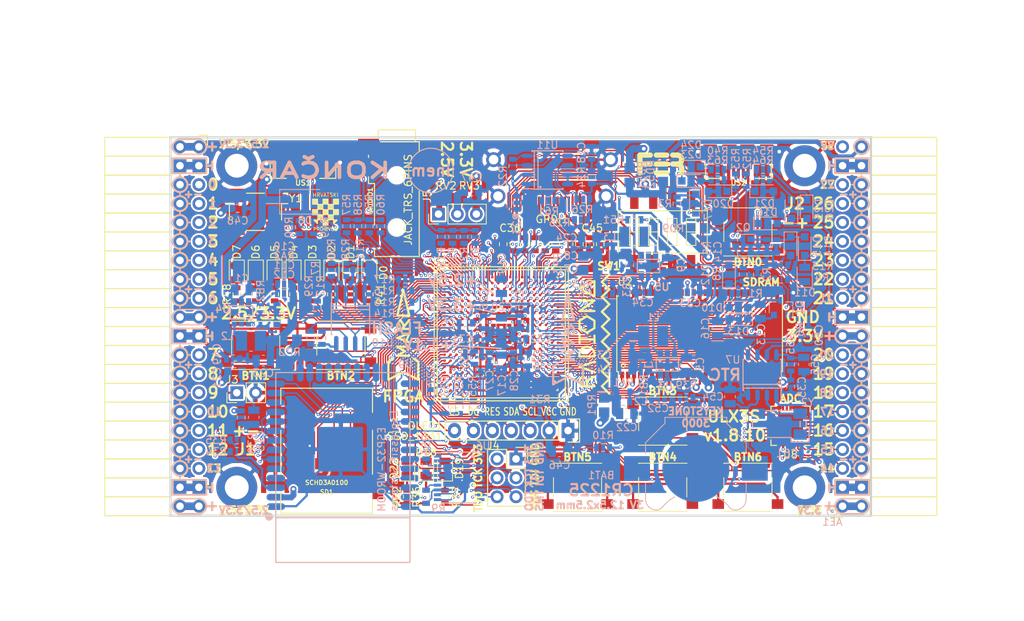
<source format=kicad_pcb>
(kicad_pcb (version 20171130) (host pcbnew 5.0.0-rc2+dfsg1-2)
  (layers (0 F.Cu signal) (1 In1.Cu signal) (2 In2.Cu signal) (31 B.Cu signal) (34 B.Paste user) (35 F.Paste user) (36 B.SilkS user) (37 F.SilkS user) (38 B.Mask user) (39 F.Mask user) (44 Edge.Cuts user))
  (net 0 "")
  (net 1 GND)
  (net 2 +5V)
  (net 3 /gpio/IN5V)
  (net 4 /gpio/OUT5V)
  (net 5 +3V3)
  (net 6 BTN_D)
  (net 7 BTN_F1)
  (net 8 BTN_F2)
  (net 9 BTN_L)
  (net 10 BTN_R)
  (net 11 BTN_U)
  (net 12 /power/FB1)
  (net 13 +2V5)
  (net 14 /power/PWREN)
  (net 15 /power/FB3)
  (net 16 /power/FB2)
  (net 17 /power/VBAT)
  (net 18 JTAG_TDI)
  (net 19 JTAG_TCK)
  (net 20 JTAG_TMS)
  (net 21 JTAG_TDO)
  (net 22 /power/WAKEUPn)
  (net 23 /power/WKUP)
  (net 24 /power/SHUT)
  (net 25 /power/WAKE)
  (net 26 /power/HOLD)
  (net 27 /power/WKn)
  (net 28 /power/OSCI_32k)
  (net 29 /power/OSCO_32k)
  (net 30 SHUTDOWN)
  (net 31 /analog/AUDIO_L)
  (net 32 /analog/AUDIO_R)
  (net 33 GPDI_SDA)
  (net 34 GPDI_SCL)
  (net 35 /gpdi/VREF2)
  (net 36 SD_CMD)
  (net 37 SD_CLK)
  (net 38 SD_D0)
  (net 39 SD_D1)
  (net 40 USB5V)
  (net 41 GPDI_CEC)
  (net 42 nRESET)
  (net 43 FTDI_nDTR)
  (net 44 SDRAM_CKE)
  (net 45 SDRAM_A7)
  (net 46 SDRAM_D15)
  (net 47 SDRAM_BA1)
  (net 48 SDRAM_D7)
  (net 49 SDRAM_A6)
  (net 50 SDRAM_CLK)
  (net 51 SDRAM_D13)
  (net 52 SDRAM_BA0)
  (net 53 SDRAM_D6)
  (net 54 SDRAM_A5)
  (net 55 SDRAM_D14)
  (net 56 SDRAM_A11)
  (net 57 SDRAM_D12)
  (net 58 SDRAM_D5)
  (net 59 SDRAM_A4)
  (net 60 SDRAM_A10)
  (net 61 SDRAM_D11)
  (net 62 SDRAM_A3)
  (net 63 SDRAM_D4)
  (net 64 SDRAM_D10)
  (net 65 SDRAM_D9)
  (net 66 SDRAM_A9)
  (net 67 SDRAM_D3)
  (net 68 SDRAM_D8)
  (net 69 SDRAM_A8)
  (net 70 SDRAM_A2)
  (net 71 SDRAM_A1)
  (net 72 SDRAM_A0)
  (net 73 SDRAM_D2)
  (net 74 SDRAM_D1)
  (net 75 SDRAM_D0)
  (net 76 SDRAM_DQM0)
  (net 77 SDRAM_nCS)
  (net 78 SDRAM_nRAS)
  (net 79 SDRAM_DQM1)
  (net 80 SDRAM_nCAS)
  (net 81 SDRAM_nWE)
  (net 82 /flash/FLASH_nWP)
  (net 83 /flash/FLASH_nHOLD)
  (net 84 /flash/FLASH_MOSI)
  (net 85 /flash/FLASH_MISO)
  (net 86 /flash/FLASH_SCK)
  (net 87 /flash/FLASH_nCS)
  (net 88 /flash/FPGA_PROGRAMN)
  (net 89 /flash/FPGA_DONE)
  (net 90 /flash/FPGA_INITN)
  (net 91 OLED_RES)
  (net 92 OLED_DC)
  (net 93 OLED_CS)
  (net 94 WIFI_EN)
  (net 95 FTDI_nRTS)
  (net 96 FTDI_TXD)
  (net 97 FTDI_RXD)
  (net 98 WIFI_RXD)
  (net 99 WIFI_GPIO0)
  (net 100 WIFI_TXD)
  (net 101 USB_FTDI_D+)
  (net 102 USB_FTDI_D-)
  (net 103 SD_D3)
  (net 104 AUDIO_L3)
  (net 105 AUDIO_L2)
  (net 106 AUDIO_L1)
  (net 107 AUDIO_L0)
  (net 108 AUDIO_R3)
  (net 109 AUDIO_R2)
  (net 110 AUDIO_R1)
  (net 111 AUDIO_R0)
  (net 112 OLED_CLK)
  (net 113 OLED_MOSI)
  (net 114 LED0)
  (net 115 LED1)
  (net 116 LED2)
  (net 117 LED3)
  (net 118 LED4)
  (net 119 LED5)
  (net 120 LED6)
  (net 121 LED7)
  (net 122 BTN_PWRn)
  (net 123 FTDI_nTXLED)
  (net 124 FTDI_nSLEEP)
  (net 125 /blinkey/LED_PWREN)
  (net 126 /blinkey/LED_TXLED)
  (net 127 /sdcard/SD3V3)
  (net 128 SD_D2)
  (net 129 CLK_25MHz)
  (net 130 /blinkey/BTNPUL)
  (net 131 /blinkey/BTNPUR)
  (net 132 USB_FPGA_D+)
  (net 133 /power/FTDI_nSUSPEND)
  (net 134 /blinkey/ALED0)
  (net 135 /blinkey/ALED1)
  (net 136 /blinkey/ALED2)
  (net 137 /blinkey/ALED3)
  (net 138 /blinkey/ALED4)
  (net 139 /blinkey/ALED5)
  (net 140 /blinkey/ALED6)
  (net 141 /blinkey/ALED7)
  (net 142 /usb/FTD-)
  (net 143 /usb/FTD+)
  (net 144 ADC_MISO)
  (net 145 ADC_MOSI)
  (net 146 ADC_CSn)
  (net 147 ADC_SCLK)
  (net 148 SW3)
  (net 149 SW2)
  (net 150 SW1)
  (net 151 USB_FPGA_D-)
  (net 152 /usb/FPD+)
  (net 153 /usb/FPD-)
  (net 154 WIFI_GPIO16)
  (net 155 /usb/ANT_433MHz)
  (net 156 /power/PWRBTn)
  (net 157 PROG_DONE)
  (net 158 /power/P3V3)
  (net 159 /power/P2V5)
  (net 160 /power/L1)
  (net 161 /power/L3)
  (net 162 /power/L2)
  (net 163 FTDI_TXDEN)
  (net 164 SDRAM_A12)
  (net 165 /analog/AUDIO_V)
  (net 166 AUDIO_V3)
  (net 167 AUDIO_V2)
  (net 168 AUDIO_V1)
  (net 169 AUDIO_V0)
  (net 170 /blinkey/LED_WIFI)
  (net 171 /power/P1V1)
  (net 172 +1V1)
  (net 173 SW4)
  (net 174 /blinkey/SWPU)
  (net 175 /wifi/WIFIEN)
  (net 176 FT2V5)
  (net 177 GN0)
  (net 178 GP0)
  (net 179 GN1)
  (net 180 GP1)
  (net 181 GN2)
  (net 182 GP2)
  (net 183 GN3)
  (net 184 GP3)
  (net 185 GN4)
  (net 186 GP4)
  (net 187 GN5)
  (net 188 GP5)
  (net 189 GN6)
  (net 190 GP6)
  (net 191 GN14)
  (net 192 GP14)
  (net 193 GN15)
  (net 194 GP15)
  (net 195 GN16)
  (net 196 GP16)
  (net 197 GN17)
  (net 198 GP17)
  (net 199 GN18)
  (net 200 GP18)
  (net 201 GN19)
  (net 202 GP19)
  (net 203 GN20)
  (net 204 GP20)
  (net 205 GN21)
  (net 206 GP21)
  (net 207 GN22)
  (net 208 GP22)
  (net 209 GN23)
  (net 210 GP23)
  (net 211 GN24)
  (net 212 GP24)
  (net 213 GN25)
  (net 214 GP25)
  (net 215 GN26)
  (net 216 GP26)
  (net 217 GN27)
  (net 218 GP27)
  (net 219 GN7)
  (net 220 GP7)
  (net 221 GN8)
  (net 222 GP8)
  (net 223 GN9)
  (net 224 GP9)
  (net 225 GN10)
  (net 226 GP10)
  (net 227 GN11)
  (net 228 GP11)
  (net 229 GN12)
  (net 230 GP12)
  (net 231 GN13)
  (net 232 GP13)
  (net 233 WIFI_GPIO5)
  (net 234 WIFI_GPIO17)
  (net 235 USB_FPGA_PULL_D+)
  (net 236 USB_FPGA_PULL_D-)
  (net 237 "Net-(D23-Pad2)")
  (net 238 "Net-(D24-Pad1)")
  (net 239 "Net-(D25-Pad2)")
  (net 240 "Net-(D26-Pad1)")
  (net 241 /gpdi/GPDI_ETH+)
  (net 242 FPDI_ETH+)
  (net 243 /gpdi/GPDI_ETH-)
  (net 244 FPDI_ETH-)
  (net 245 /gpdi/GPDI_D2-)
  (net 246 FPDI_D2-)
  (net 247 /gpdi/GPDI_D1-)
  (net 248 FPDI_D1-)
  (net 249 /gpdi/GPDI_D0-)
  (net 250 FPDI_D0-)
  (net 251 /gpdi/GPDI_CLK-)
  (net 252 FPDI_CLK-)
  (net 253 /gpdi/GPDI_D2+)
  (net 254 FPDI_D2+)
  (net 255 /gpdi/GPDI_D1+)
  (net 256 FPDI_D1+)
  (net 257 /gpdi/GPDI_D0+)
  (net 258 FPDI_D0+)
  (net 259 /gpdi/GPDI_CLK+)
  (net 260 FPDI_CLK+)
  (net 261 FPDI_SDA)
  (net 262 FPDI_SCL)
  (net 263 /gpdi/FPDI_CEC)
  (net 264 2V5_3V3)
  (net 265 "Net-(AUDIO1-Pad5)")
  (net 266 "Net-(AUDIO1-Pad6)")
  (net 267 "Net-(U1-PadA15)")
  (net 268 "Net-(U1-PadC9)")
  (net 269 "Net-(U1-PadD9)")
  (net 270 "Net-(U1-PadD10)")
  (net 271 "Net-(U1-PadD11)")
  (net 272 "Net-(U1-PadD12)")
  (net 273 "Net-(U1-PadE6)")
  (net 274 "Net-(U1-PadE9)")
  (net 275 "Net-(U1-PadE10)")
  (net 276 "Net-(U1-PadE11)")
  (net 277 "Net-(U1-PadJ4)")
  (net 278 "Net-(U1-PadJ5)")
  (net 279 "Net-(U1-PadK5)")
  (net 280 "Net-(U1-PadL5)")
  (net 281 "Net-(U1-PadM4)")
  (net 282 "Net-(U1-PadM5)")
  (net 283 SD_CD)
  (net 284 SD_WP)
  (net 285 "Net-(U1-PadR3)")
  (net 286 "Net-(U1-PadT16)")
  (net 287 "Net-(U1-PadW4)")
  (net 288 "Net-(U1-PadW5)")
  (net 289 "Net-(U1-PadW8)")
  (net 290 "Net-(U1-PadW9)")
  (net 291 "Net-(U1-PadW13)")
  (net 292 "Net-(U1-PadW14)")
  (net 293 "Net-(U1-PadW17)")
  (net 294 "Net-(U1-PadW18)")
  (net 295 FTDI_nRXLED)
  (net 296 "Net-(U8-Pad12)")
  (net 297 "Net-(U8-Pad25)")
  (net 298 "Net-(U9-Pad32)")
  (net 299 "Net-(U9-Pad22)")
  (net 300 "Net-(U9-Pad21)")
  (net 301 "Net-(U9-Pad20)")
  (net 302 "Net-(U9-Pad19)")
  (net 303 "Net-(U9-Pad18)")
  (net 304 "Net-(U9-Pad17)")
  (net 305 "Net-(U9-Pad12)")
  (net 306 "Net-(U9-Pad5)")
  (net 307 "Net-(U9-Pad4)")
  (net 308 "Net-(US1-Pad4)")
  (net 309 "Net-(US2-Pad4)")
  (net 310 "Net-(Y2-Pad3)")
  (net 311 "Net-(Y2-Pad2)")
  (net 312 "Net-(U1-PadK16)")
  (net 313 "Net-(U1-PadK17)")
  (net 314 /usb/US2VBUS)
  (net 315 /power/SHD)
  (net 316 /power/RTCVDD)
  (module SOA008-150mil:SOA008-150-208mil (layer B.Cu) (at 118.245 85.822 270)
    (fp_text reference U10 (at 3.175 -4.318) (layer B.SilkS) (effects (justify mirror)))
    (fp_text value IS25LP128F-JBLE)
    (pad 1 smd rect (at -3.302 1.905 270) (size 2.1 0.6) (layers B.Cu B.Paste B.Mask) (net 87 /flash/FLASH_nCS))
    (pad 2 smd oval (at -3.302 0.635 270) (size 2.1 0.6) (layers B.Cu B.Paste B.Mask) (net 85 /flash/FLASH_MISO))
    (pad 3 smd oval (at -3.302 -0.635 270) (size 2.1 0.6) (layers B.Cu B.Paste B.Mask) (net 82 /flash/FLASH_nWP))
    (pad 4 smd oval (at -3.302 -1.905 270) (size 2.1 0.6) (layers B.Cu B.Paste B.Mask) (net 1 GND))
    (pad 5 smd oval (at 3.302 -1.905 270) (size 2.1 0.6) (layers B.Cu B.Paste B.Mask) (net 84 /flash/FLASH_MOSI))
    (pad 6 smd oval (at 3.302 -0.635 270) (size 2.1 0.6) (layers B.Cu B.Paste B.Mask) (net 86 /flash/FLASH_SCK))
    (pad 7 smd oval (at 3.302 0.635 270) (size 2.1 0.6) (layers B.Cu B.Paste B.Mask) (net 83 /flash/FLASH_nHOLD))
    (pad 8 smd oval (at 3.302 1.905 270) (size 2.1 0.6) (layers B.Cu B.Paste B.Mask) (net 5 +3V3))
  )
  (module inem:inem (layer B.Cu) (at 129.04 65.883)
    (fp_text reference REF** hide)
    (fp_text value inem hide)
    (fp_text user inem (at 0 0) (layer B.SilkS) (effects (font (size 1.5 1.5) (thickness 0.3)) (justify mirror)))
  )
  (module Socket_Strips:Socket_Strip_Angled_2x20 (layer F.Cu) (at 97.91 62.69 270)
    (fp_text reference J1 (at 40.64 -6.35) (layer F.SilkS) (effects (font (size 1.5 1.5) (thickness 0.3))))
    (fp_text value CONN_02X20 hide)
    (pad 1 thru_hole oval (at 0 0 270) (size 1.7272 1.7272) (drill 1.016) (layers *.Cu *.Mask) (net 264 2V5_3V3))
    (pad 2 thru_hole oval (at 0 2.54 270) (size 1.7272 1.7272) (drill 1.016) (layers *.Cu *.Mask) (net 264 2V5_3V3))
    (pad 3 thru_hole rect (at 2.54 0 270) (size 1.7272 1.7272) (drill 1.016) (layers *.Cu *.Mask) (net 1 GND))
    (pad 4 thru_hole rect (at 2.54 2.54 270) (size 1.7272 1.7272) (drill 1.016) (layers *.Cu *.Mask) (net 1 GND))
    (pad 5 thru_hole oval (at 5.08 0 270) (size 1.7272 1.7272) (drill 1.016) (layers *.Cu *.Mask) (net 177 GN0))
    (pad 6 thru_hole oval (at 5.08 2.54 270) (size 1.7272 1.7272) (drill 1.016) (layers *.Cu *.Mask) (net 178 GP0))
    (pad 7 thru_hole oval (at 7.62 0 270) (size 1.7272 1.7272) (drill 1.016) (layers *.Cu *.Mask) (net 179 GN1))
    (pad 8 thru_hole oval (at 7.62 2.54 270) (size 1.7272 1.7272) (drill 1.016) (layers *.Cu *.Mask) (net 180 GP1))
    (pad 9 thru_hole oval (at 10.16 0 270) (size 1.7272 1.7272) (drill 1.016) (layers *.Cu *.Mask) (net 181 GN2))
    (pad 10 thru_hole oval (at 10.16 2.54 270) (size 1.7272 1.7272) (drill 1.016) (layers *.Cu *.Mask) (net 182 GP2))
    (pad 11 thru_hole oval (at 12.7 0 270) (size 1.7272 1.7272) (drill 1.016) (layers *.Cu *.Mask) (net 183 GN3))
    (pad 12 thru_hole oval (at 12.7 2.54 270) (size 1.7272 1.7272) (drill 1.016) (layers *.Cu *.Mask) (net 184 GP3))
    (pad 13 thru_hole oval (at 15.24 0 270) (size 1.7272 1.7272) (drill 1.016) (layers *.Cu *.Mask) (net 185 GN4))
    (pad 14 thru_hole oval (at 15.24 2.54 270) (size 1.7272 1.7272) (drill 1.016) (layers *.Cu *.Mask) (net 186 GP4))
    (pad 15 thru_hole oval (at 17.78 0 270) (size 1.7272 1.7272) (drill 1.016) (layers *.Cu *.Mask) (net 187 GN5))
    (pad 16 thru_hole oval (at 17.78 2.54 270) (size 1.7272 1.7272) (drill 1.016) (layers *.Cu *.Mask) (net 188 GP5))
    (pad 17 thru_hole oval (at 20.32 0 270) (size 1.7272 1.7272) (drill 1.016) (layers *.Cu *.Mask) (net 189 GN6))
    (pad 18 thru_hole oval (at 20.32 2.54 270) (size 1.7272 1.7272) (drill 1.016) (layers *.Cu *.Mask) (net 190 GP6))
    (pad 19 thru_hole oval (at 22.86 0 270) (size 1.7272 1.7272) (drill 1.016) (layers *.Cu *.Mask) (net 264 2V5_3V3))
    (pad 20 thru_hole oval (at 22.86 2.54 270) (size 1.7272 1.7272) (drill 1.016) (layers *.Cu *.Mask) (net 264 2V5_3V3))
    (pad 21 thru_hole rect (at 25.4 0 270) (size 1.7272 1.7272) (drill 1.016) (layers *.Cu *.Mask) (net 1 GND))
    (pad 22 thru_hole rect (at 25.4 2.54 270) (size 1.7272 1.7272) (drill 1.016) (layers *.Cu *.Mask) (net 1 GND))
    (pad 23 thru_hole oval (at 27.94 0 270) (size 1.7272 1.7272) (drill 1.016) (layers *.Cu *.Mask) (net 219 GN7))
    (pad 24 thru_hole oval (at 27.94 2.54 270) (size 1.7272 1.7272) (drill 1.016) (layers *.Cu *.Mask) (net 220 GP7))
    (pad 25 thru_hole oval (at 30.48 0 270) (size 1.7272 1.7272) (drill 1.016) (layers *.Cu *.Mask) (net 221 GN8))
    (pad 26 thru_hole oval (at 30.48 2.54 270) (size 1.7272 1.7272) (drill 1.016) (layers *.Cu *.Mask) (net 222 GP8))
    (pad 27 thru_hole oval (at 33.02 0 270) (size 1.7272 1.7272) (drill 1.016) (layers *.Cu *.Mask) (net 223 GN9))
    (pad 28 thru_hole oval (at 33.02 2.54 270) (size 1.7272 1.7272) (drill 1.016) (layers *.Cu *.Mask) (net 224 GP9))
    (pad 29 thru_hole oval (at 35.56 0 270) (size 1.7272 1.7272) (drill 1.016) (layers *.Cu *.Mask) (net 225 GN10))
    (pad 30 thru_hole oval (at 35.56 2.54 270) (size 1.7272 1.7272) (drill 1.016) (layers *.Cu *.Mask) (net 226 GP10))
    (pad 31 thru_hole oval (at 38.1 0 270) (size 1.7272 1.7272) (drill 1.016) (layers *.Cu *.Mask) (net 227 GN11))
    (pad 32 thru_hole oval (at 38.1 2.54 270) (size 1.7272 1.7272) (drill 1.016) (layers *.Cu *.Mask) (net 228 GP11))
    (pad 33 thru_hole oval (at 40.64 0 270) (size 1.7272 1.7272) (drill 1.016) (layers *.Cu *.Mask) (net 229 GN12))
    (pad 34 thru_hole oval (at 40.64 2.54 270) (size 1.7272 1.7272) (drill 1.016) (layers *.Cu *.Mask) (net 230 GP12))
    (pad 35 thru_hole oval (at 43.18 0 270) (size 1.7272 1.7272) (drill 1.016) (layers *.Cu *.Mask) (net 231 GN13))
    (pad 36 thru_hole oval (at 43.18 2.54 270) (size 1.7272 1.7272) (drill 1.016) (layers *.Cu *.Mask) (net 232 GP13))
    (pad 37 thru_hole rect (at 45.72 0 270) (size 1.7272 1.7272) (drill 1.016) (layers *.Cu *.Mask) (net 1 GND))
    (pad 38 thru_hole rect (at 45.72 2.54 270) (size 1.7272 1.7272) (drill 1.016) (layers *.Cu *.Mask) (net 1 GND))
    (pad 39 thru_hole oval (at 48.26 0 270) (size 1.7272 1.7272) (drill 1.016) (layers *.Cu *.Mask) (net 264 2V5_3V3))
    (pad 40 thru_hole oval (at 48.26 2.54 270) (size 1.7272 1.7272) (drill 1.016) (layers *.Cu *.Mask) (net 264 2V5_3V3))
  )
  (module TSOT-25:TSOT-25 (layer B.Cu) (at 160.775 91.9)
    (fp_text reference U3 (at -0.295 2.9) (layer B.SilkS) (effects (font (thickness 0.2)) (justify mirror)))
    (fp_text value TLV62569DBV)
    (pad 1 smd rect (at -0.95 -1.3) (size 0.7 1.2) (layers B.Cu B.Paste B.Mask) (net 14 /power/PWREN))
    (pad 2 smd rect (at 0 -1.3) (size 0.7 1.2) (layers B.Cu B.Paste B.Mask) (net 1 GND))
    (pad 3 smd rect (at 0.95 -1.3) (size 0.7 1.2) (layers B.Cu B.Paste B.Mask) (net 160 /power/L1))
    (pad 4 smd rect (at 0.95 1.3) (size 0.7 1.2) (layers B.Cu B.Paste B.Mask) (net 2 +5V))
    (pad 5 smd rect (at -0.95 1.3) (size 0.7 1.2) (layers B.Cu B.Paste B.Mask) (net 12 /power/FB1))
  )
  (module TSOT-25:TSOT-25 (layer B.Cu) (at 103.625 84.915 180)
    (fp_text reference U4 (at 2.525 0.4265 180) (layer B.SilkS) (effects (font (thickness 0.2)) (justify mirror)))
    (fp_text value TLV62569DBV)
    (pad 1 smd rect (at -0.95 -1.3 180) (size 0.7 1.2) (layers B.Cu B.Paste B.Mask) (net 14 /power/PWREN))
    (pad 2 smd rect (at 0 -1.3 180) (size 0.7 1.2) (layers B.Cu B.Paste B.Mask) (net 1 GND))
    (pad 3 smd rect (at 0.95 -1.3 180) (size 0.7 1.2) (layers B.Cu B.Paste B.Mask) (net 162 /power/L2))
    (pad 4 smd rect (at 0.95 1.3 180) (size 0.7 1.2) (layers B.Cu B.Paste B.Mask) (net 2 +5V))
    (pad 5 smd rect (at -0.95 1.3 180) (size 0.7 1.2) (layers B.Cu B.Paste B.Mask) (net 16 /power/FB2))
  )
  (module TSOT-25:TSOT-25 (layer B.Cu) (at 158.235 78.692)
    (fp_text reference U5 (at 1.793 2.812) (layer B.SilkS) (effects (font (thickness 0.2)) (justify mirror)))
    (fp_text value TLV62569DBV)
    (pad 1 smd rect (at -0.95 -1.3) (size 0.7 1.2) (layers B.Cu B.Paste B.Mask) (net 14 /power/PWREN))
    (pad 2 smd rect (at 0 -1.3) (size 0.7 1.2) (layers B.Cu B.Paste B.Mask) (net 1 GND))
    (pad 3 smd rect (at 0.95 -1.3) (size 0.7 1.2) (layers B.Cu B.Paste B.Mask) (net 161 /power/L3))
    (pad 4 smd rect (at 0.95 1.3) (size 0.7 1.2) (layers B.Cu B.Paste B.Mask) (net 2 +5V))
    (pad 5 smd rect (at -0.95 1.3) (size 0.7 1.2) (layers B.Cu B.Paste B.Mask) (net 15 /power/FB3))
  )
  (module Socket_Strips:Socket_Strip_Angled_2x20 (layer F.Cu) (at 184.27 110.95 90)
    (fp_text reference J2 (at 40.64 -6.35 180) (layer F.SilkS) (effects (font (size 1.5 1.5) (thickness 0.3))))
    (fp_text value CONN_02X20 hide)
    (pad 1 thru_hole oval (at 0 0 90) (size 1.7272 1.7272) (drill 1.016) (layers *.Cu *.Mask) (net 5 +3V3))
    (pad 2 thru_hole oval (at 0 2.54 90) (size 1.7272 1.7272) (drill 1.016) (layers *.Cu *.Mask) (net 5 +3V3))
    (pad 3 thru_hole rect (at 2.54 0 90) (size 1.7272 1.7272) (drill 1.016) (layers *.Cu *.Mask) (net 1 GND))
    (pad 4 thru_hole rect (at 2.54 2.54 90) (size 1.7272 1.7272) (drill 1.016) (layers *.Cu *.Mask) (net 1 GND))
    (pad 5 thru_hole oval (at 5.08 0 90) (size 1.7272 1.7272) (drill 1.016) (layers *.Cu *.Mask) (net 191 GN14))
    (pad 6 thru_hole oval (at 5.08 2.54 90) (size 1.7272 1.7272) (drill 1.016) (layers *.Cu *.Mask) (net 192 GP14))
    (pad 7 thru_hole oval (at 7.62 0 90) (size 1.7272 1.7272) (drill 1.016) (layers *.Cu *.Mask) (net 193 GN15))
    (pad 8 thru_hole oval (at 7.62 2.54 90) (size 1.7272 1.7272) (drill 1.016) (layers *.Cu *.Mask) (net 194 GP15))
    (pad 9 thru_hole oval (at 10.16 0 90) (size 1.7272 1.7272) (drill 1.016) (layers *.Cu *.Mask) (net 195 GN16))
    (pad 10 thru_hole oval (at 10.16 2.54 90) (size 1.7272 1.7272) (drill 1.016) (layers *.Cu *.Mask) (net 196 GP16))
    (pad 11 thru_hole oval (at 12.7 0 90) (size 1.7272 1.7272) (drill 1.016) (layers *.Cu *.Mask) (net 197 GN17))
    (pad 12 thru_hole oval (at 12.7 2.54 90) (size 1.7272 1.7272) (drill 1.016) (layers *.Cu *.Mask) (net 198 GP17))
    (pad 13 thru_hole oval (at 15.24 0 90) (size 1.7272 1.7272) (drill 1.016) (layers *.Cu *.Mask) (net 199 GN18))
    (pad 14 thru_hole oval (at 15.24 2.54 90) (size 1.7272 1.7272) (drill 1.016) (layers *.Cu *.Mask) (net 200 GP18))
    (pad 15 thru_hole oval (at 17.78 0 90) (size 1.7272 1.7272) (drill 1.016) (layers *.Cu *.Mask) (net 201 GN19))
    (pad 16 thru_hole oval (at 17.78 2.54 90) (size 1.7272 1.7272) (drill 1.016) (layers *.Cu *.Mask) (net 202 GP19))
    (pad 17 thru_hole oval (at 20.32 0 90) (size 1.7272 1.7272) (drill 1.016) (layers *.Cu *.Mask) (net 203 GN20))
    (pad 18 thru_hole oval (at 20.32 2.54 90) (size 1.7272 1.7272) (drill 1.016) (layers *.Cu *.Mask) (net 204 GP20))
    (pad 19 thru_hole oval (at 22.86 0 90) (size 1.7272 1.7272) (drill 1.016) (layers *.Cu *.Mask) (net 5 +3V3))
    (pad 20 thru_hole oval (at 22.86 2.54 90) (size 1.7272 1.7272) (drill 1.016) (layers *.Cu *.Mask) (net 5 +3V3))
    (pad 21 thru_hole rect (at 25.4 0 90) (size 1.7272 1.7272) (drill 1.016) (layers *.Cu *.Mask) (net 1 GND))
    (pad 22 thru_hole rect (at 25.4 2.54 90) (size 1.7272 1.7272) (drill 1.016) (layers *.Cu *.Mask) (net 1 GND))
    (pad 23 thru_hole oval (at 27.94 0 90) (size 1.7272 1.7272) (drill 1.016) (layers *.Cu *.Mask) (net 205 GN21))
    (pad 24 thru_hole oval (at 27.94 2.54 90) (size 1.7272 1.7272) (drill 1.016) (layers *.Cu *.Mask) (net 206 GP21))
    (pad 25 thru_hole oval (at 30.48 0 90) (size 1.7272 1.7272) (drill 1.016) (layers *.Cu *.Mask) (net 207 GN22))
    (pad 26 thru_hole oval (at 30.48 2.54 90) (size 1.7272 1.7272) (drill 1.016) (layers *.Cu *.Mask) (net 208 GP22))
    (pad 27 thru_hole oval (at 33.02 0 90) (size 1.7272 1.7272) (drill 1.016) (layers *.Cu *.Mask) (net 209 GN23))
    (pad 28 thru_hole oval (at 33.02 2.54 90) (size 1.7272 1.7272) (drill 1.016) (layers *.Cu *.Mask) (net 210 GP23))
    (pad 29 thru_hole oval (at 35.56 0 90) (size 1.7272 1.7272) (drill 1.016) (layers *.Cu *.Mask) (net 211 GN24))
    (pad 30 thru_hole oval (at 35.56 2.54 90) (size 1.7272 1.7272) (drill 1.016) (layers *.Cu *.Mask) (net 212 GP24))
    (pad 31 thru_hole oval (at 38.1 0 90) (size 1.7272 1.7272) (drill 1.016) (layers *.Cu *.Mask) (net 213 GN25))
    (pad 32 thru_hole oval (at 38.1 2.54 90) (size 1.7272 1.7272) (drill 1.016) (layers *.Cu *.Mask) (net 214 GP25))
    (pad 33 thru_hole oval (at 40.64 0 90) (size 1.7272 1.7272) (drill 1.016) (layers *.Cu *.Mask) (net 215 GN26))
    (pad 34 thru_hole oval (at 40.64 2.54 90) (size 1.7272 1.7272) (drill 1.016) (layers *.Cu *.Mask) (net 216 GP26))
    (pad 35 thru_hole oval (at 43.18 0 90) (size 1.7272 1.7272) (drill 1.016) (layers *.Cu *.Mask) (net 217 GN27))
    (pad 36 thru_hole oval (at 43.18 2.54 90) (size 1.7272 1.7272) (drill 1.016) (layers *.Cu *.Mask) (net 218 GP27))
    (pad 37 thru_hole rect (at 45.72 0 90) (size 1.7272 1.7272) (drill 1.016) (layers *.Cu *.Mask) (net 1 GND))
    (pad 38 thru_hole rect (at 45.72 2.54 90) (size 1.7272 1.7272) (drill 1.016) (layers *.Cu *.Mask) (net 1 GND))
    (pad 39 thru_hole oval (at 48.26 0 90) (size 1.7272 1.7272) (drill 1.016) (layers *.Cu *.Mask) (net 3 /gpio/IN5V))
    (pad 40 thru_hole oval (at 48.26 2.54 90) (size 1.7272 1.7272) (drill 1.016) (layers *.Cu *.Mask) (net 4 /gpio/OUT5V))
  )
  (module Mounting_Holes:MountingHole_3.2mm_M3_ISO14580_Pad (layer F.Cu) (at 102.99 108.41)
    (fp_text reference H1 hide)
    (fp_text value HOLE hide)
    (pad 1 thru_hole circle (at 0 0) (size 5.5 5.5) (drill 3.2) (layers *.Cu *.Mask) (net 1 GND))
  )
  (module Mounting_Holes:MountingHole_3.2mm_M3_ISO14580_Pad (layer F.Cu) (at 179.19 108.41)
    (fp_text reference H2 hide)
    (fp_text value HOLE hide)
    (pad 1 thru_hole circle (at 0 0) (size 5.5 5.5) (drill 3.2) (layers *.Cu *.Mask) (net 1 GND))
  )
  (module Mounting_Holes:MountingHole_3.2mm_M3_ISO14580_Pad (layer F.Cu) (at 179.19 65.23)
    (fp_text reference H3 hide)
    (fp_text value HOLE hide)
    (pad 1 thru_hole circle (at 0 0) (size 5.5 5.5) (drill 3.2) (layers *.Cu *.Mask) (net 1 GND))
  )
  (module Mounting_Holes:MountingHole_3.2mm_M3_ISO14580_Pad (layer F.Cu) (at 102.99 65.23)
    (fp_text reference H4 hide)
    (fp_text value HOLE hide)
    (pad 1 thru_hole circle (at 0 0) (size 5.5 5.5) (drill 3.2) (layers *.Cu *.Mask) (net 1 GND))
  )
  (module Housings_SSOP:SSOP-20_4.4x6.5mm_Pitch0.65mm (layer B.Cu) (at 132.835 107.14 180)
    (fp_text reference U6 (at -3.175 4.318 180) (layer B.SilkS) (effects (justify mirror)))
    (fp_text value FT231XS)
    (pad 1 smd rect (at -2.9 2.925 180) (size 1 0.4) (layers B.Cu B.Paste B.Mask) (net 43 FTDI_nDTR))
    (pad 2 smd rect (at -2.9 2.275 180) (size 1 0.4) (layers B.Cu B.Paste B.Mask) (net 95 FTDI_nRTS))
    (pad 3 smd rect (at -2.9 1.625 180) (size 1 0.4) (layers B.Cu B.Paste B.Mask) (net 176 FT2V5))
    (pad 4 smd rect (at -2.9 0.975 180) (size 1 0.4) (layers B.Cu B.Paste B.Mask) (net 97 FTDI_RXD))
    (pad 5 smd rect (at -2.9 0.325 180) (size 1 0.4) (layers B.Cu B.Paste B.Mask) (net 18 JTAG_TDI))
    (pad 6 smd rect (at -2.9 -0.325 180) (size 1 0.4) (layers B.Cu B.Paste B.Mask) (net 1 GND))
    (pad 7 smd rect (at -2.9 -0.975 180) (size 1 0.4) (layers B.Cu B.Paste B.Mask) (net 19 JTAG_TCK))
    (pad 8 smd rect (at -2.9 -1.625 180) (size 1 0.4) (layers B.Cu B.Paste B.Mask) (net 20 JTAG_TMS))
    (pad 9 smd rect (at -2.9 -2.275 180) (size 1 0.4) (layers B.Cu B.Paste B.Mask) (net 21 JTAG_TDO))
    (pad 10 smd rect (at -2.9 -2.925 180) (size 1 0.4) (layers B.Cu B.Paste B.Mask) (net 123 FTDI_nTXLED))
    (pad 11 smd rect (at 2.9 -2.925 180) (size 1 0.4) (layers B.Cu B.Paste B.Mask) (net 101 USB_FTDI_D+))
    (pad 12 smd rect (at 2.9 -2.275 180) (size 1 0.4) (layers B.Cu B.Paste B.Mask) (net 102 USB_FTDI_D-))
    (pad 13 smd rect (at 2.9 -1.625 180) (size 1 0.4) (layers B.Cu B.Paste B.Mask) (net 176 FT2V5))
    (pad 14 smd rect (at 2.9 -0.975 180) (size 1 0.4) (layers B.Cu B.Paste B.Mask) (net 42 nRESET))
    (pad 15 smd rect (at 2.9 -0.325 180) (size 1 0.4) (layers B.Cu B.Paste B.Mask) (net 40 USB5V))
    (pad 16 smd rect (at 2.9 0.325 180) (size 1 0.4) (layers B.Cu B.Paste B.Mask) (net 1 GND))
    (pad 17 smd rect (at 2.9 0.975 180) (size 1 0.4) (layers B.Cu B.Paste B.Mask) (net 295 FTDI_nRXLED))
    (pad 18 smd rect (at 2.9 1.625 180) (size 1 0.4) (layers B.Cu B.Paste B.Mask) (net 163 FTDI_TXDEN))
    (pad 19 smd rect (at 2.9 2.275 180) (size 1 0.4) (layers B.Cu B.Paste B.Mask) (net 124 FTDI_nSLEEP))
    (pad 20 smd rect (at 2.9 2.925 180) (size 1 0.4) (layers B.Cu B.Paste B.Mask) (net 96 FTDI_TXD))
  )
  (module Socket_Strips:Socket_Strip_Straight_2x03 (layer F.Cu) (at 140.455 104.6 270)
    (fp_text reference J4 (at -1.778 3.048) (layer F.SilkS))
    (fp_text value CONN_02X03 hide)
    (pad 1 thru_hole rect (at 0 0 270) (size 1.7272 1.7272) (drill 1.016) (layers *.Cu *.Mask) (net 1 GND))
    (pad 2 thru_hole oval (at 0 2.54 270) (size 1.7272 1.7272) (drill 1.016) (layers *.Cu *.Mask) (net 5 +3V3))
    (pad 3 thru_hole oval (at 2.54 0 270) (size 1.7272 1.7272) (drill 1.016) (layers *.Cu *.Mask) (net 18 JTAG_TDI))
    (pad 4 thru_hole oval (at 2.54 2.54 270) (size 1.7272 1.7272) (drill 1.016) (layers *.Cu *.Mask) (net 19 JTAG_TCK))
    (pad 5 thru_hole oval (at 5.08 0 270) (size 1.7272 1.7272) (drill 1.016) (layers *.Cu *.Mask) (net 20 JTAG_TMS))
    (pad 6 thru_hole oval (at 5.08 2.54 270) (size 1.7272 1.7272) (drill 1.016) (layers *.Cu *.Mask) (net 21 JTAG_TDO))
  )
  (module Housings_DFN_QFN:QFN-28-1EP_5x5mm_Pitch0.5mm (layer F.Cu) (at 177.285 100.155 180)
    (fp_text reference U8 (at 0 -3.875 180) (layer F.SilkS))
    (fp_text value MAX11125)
    (pad 1 smd oval (at -2.45 -1.5 180) (size 0.85 0.3) (layers F.Cu F.Paste F.Mask) (net 194 GP15))
    (pad 2 smd oval (at -2.45 -1 180) (size 0.85 0.3) (layers F.Cu F.Paste F.Mask) (net 195 GN16))
    (pad 3 smd oval (at -2.45 -0.5 180) (size 0.85 0.3) (layers F.Cu F.Paste F.Mask) (net 196 GP16))
    (pad 4 smd oval (at -2.45 0 180) (size 0.85 0.3) (layers F.Cu F.Paste F.Mask) (net 197 GN17))
    (pad 5 smd oval (at -2.45 0.5 180) (size 0.85 0.3) (layers F.Cu F.Paste F.Mask) (net 198 GP17))
    (pad 6 smd oval (at -2.45 1 180) (size 0.85 0.3) (layers F.Cu F.Paste F.Mask) (net 1 GND))
    (pad 7 smd oval (at -2.45 1.5 180) (size 0.85 0.3) (layers F.Cu F.Paste F.Mask) (net 1 GND))
    (pad 8 smd oval (at -1.5 2.45 270) (size 0.85 0.3) (layers F.Cu F.Paste F.Mask) (net 1 GND))
    (pad 9 smd oval (at -1 2.45 270) (size 0.85 0.3) (layers F.Cu F.Paste F.Mask) (net 1 GND))
    (pad 10 smd oval (at -0.5 2.45 270) (size 0.85 0.3) (layers F.Cu F.Paste F.Mask) (net 1 GND))
    (pad 11 smd oval (at 0 2.45 270) (size 0.85 0.3) (layers F.Cu F.Paste F.Mask) (net 1 GND))
    (pad 12 smd oval (at 0.5 2.45 270) (size 0.85 0.3) (layers F.Cu F.Paste F.Mask) (net 296 "Net-(U8-Pad12)"))
    (pad 13 smd oval (at 1 2.45 270) (size 0.85 0.3) (layers F.Cu F.Paste F.Mask) (net 1 GND))
    (pad 14 smd oval (at 1.5 2.45 270) (size 0.85 0.3) (layers F.Cu F.Paste F.Mask) (net 1 GND))
    (pad 15 smd oval (at 2.45 1.5 180) (size 0.85 0.3) (layers F.Cu F.Paste F.Mask) (net 5 +3V3))
    (pad 16 smd oval (at 2.45 1 180) (size 0.85 0.3) (layers F.Cu F.Paste F.Mask) (net 1 GND))
    (pad 17 smd oval (at 2.45 0.5 180) (size 0.85 0.3) (layers F.Cu F.Paste F.Mask) (net 5 +3V3))
    (pad 18 smd oval (at 2.45 0 180) (size 0.85 0.3) (layers F.Cu F.Paste F.Mask) (net 5 +3V3))
    (pad 19 smd oval (at 2.45 -0.5 180) (size 0.85 0.3) (layers F.Cu F.Paste F.Mask) (net 147 ADC_SCLK))
    (pad 20 smd oval (at 2.45 -1 180) (size 0.85 0.3) (layers F.Cu F.Paste F.Mask) (net 146 ADC_CSn))
    (pad 21 smd oval (at 2.45 -1.5 180) (size 0.85 0.3) (layers F.Cu F.Paste F.Mask) (net 145 ADC_MOSI))
    (pad 22 smd oval (at 1.5 -2.45 270) (size 0.85 0.3) (layers F.Cu F.Paste F.Mask) (net 1 GND))
    (pad 23 smd oval (at 1 -2.45 270) (size 0.85 0.3) (layers F.Cu F.Paste F.Mask) (net 5 +3V3))
    (pad 24 smd oval (at 0.5 -2.45 270) (size 0.85 0.3) (layers F.Cu F.Paste F.Mask) (net 144 ADC_MISO))
    (pad 25 smd oval (at 0 -2.45 270) (size 0.85 0.3) (layers F.Cu F.Paste F.Mask) (net 297 "Net-(U8-Pad25)"))
    (pad 26 smd oval (at -0.5 -2.45 270) (size 0.85 0.3) (layers F.Cu F.Paste F.Mask) (net 191 GN14))
    (pad 27 smd oval (at -1 -2.45 270) (size 0.85 0.3) (layers F.Cu F.Paste F.Mask) (net 192 GP14))
    (pad 28 smd oval (at -1.5 -2.45 270) (size 0.85 0.3) (layers F.Cu F.Paste F.Mask) (net 193 GN15))
    (pad 29 smd rect (at 0.8375 0.8375 180) (size 1.675 1.675) (layers F.Cu F.Paste F.Mask) (net 1 GND))
    (pad 29 smd rect (at 0.8375 -0.8375 180) (size 1.675 1.675) (layers F.Cu F.Paste F.Mask) (net 1 GND))
    (pad 29 smd rect (at -0.8375 0.8375 180) (size 1.675 1.675) (layers F.Cu F.Paste F.Mask) (net 1 GND))
    (pad 29 smd rect (at -0.8375 -0.8375 180) (size 1.675 1.675) (layers F.Cu F.Paste F.Mask) (net 1 GND))
  )
  (module oled:oled_13xx (layer F.Cu) (at 139.82 100.79 180)
    (fp_text reference OLED1 (at 11.557 0.635 180) (layer F.SilkS))
    (fp_text value SSD_1331 (at 12.954 -0.762 180) (layer F.SilkS))
    (fp_text user CS (at 7.62 2.54 180) (layer F.SilkS) (effects (font (size 1 0.75))))
    (fp_text user DC (at 5.08 2.54 180) (layer F.SilkS) (effects (font (size 1 0.75))))
    (fp_text user RES (at 2.54 2.54 180) (layer F.SilkS) (effects (font (size 1 0.75))))
    (fp_text user SDA (at 0 2.54 180) (layer F.SilkS) (effects (font (size 1 0.75))))
    (fp_text user SCL (at -2.54 2.54 180) (layer F.SilkS) (effects (font (size 1 0.75))))
    (fp_text user VCC (at -5.08 2.54 180) (layer F.SilkS) (effects (font (size 1 0.75))))
    (fp_text user GND (at -7.62 2.54 180) (layer F.SilkS) (effects (font (size 1 0.75))))
    (pad 1 thru_hole rect (at -7.62 0 180) (size 1.7272 2.032) (drill 1.016) (layers *.Cu *.Mask) (net 1 GND))
    (pad 2 thru_hole oval (at -5.08 0 180) (size 1.7272 2.032) (drill 1.016) (layers *.Cu *.Mask) (net 5 +3V3))
    (pad 3 thru_hole oval (at -2.54 0 180) (size 1.7272 2.032) (drill 1.016) (layers *.Cu *.Mask) (net 112 OLED_CLK))
    (pad 4 thru_hole oval (at 0 0 180) (size 1.7272 2.032) (drill 1.016) (layers *.Cu *.Mask) (net 113 OLED_MOSI))
    (pad 5 thru_hole oval (at 2.54 0 180) (size 1.7272 2.032) (drill 1.016) (layers *.Cu *.Mask) (net 91 OLED_RES))
    (pad 6 thru_hole oval (at 5.08 0 180) (size 1.7272 2.032) (drill 1.016) (layers *.Cu *.Mask) (net 92 OLED_DC))
    (pad 7 thru_hole oval (at 7.62 0 180) (size 1.7272 2.032) (drill 1.016) (layers *.Cu *.Mask) (net 93 OLED_CS))
  )
  (module Buttons_Switches_SMD:SW_SPST_PTS645 (layer F.Cu) (at 171.57 74.12 180)
    (fp_text reference BTN0 (at 0 -4.05 180) (layer F.SilkS) (effects (font (thickness 0.25))))
    (fp_text value PTS645)
    (pad 2 smd rect (at -3.98 2.25 180) (size 1.55 1.3) (layers F.Cu F.Paste F.Mask) (net 1 GND))
    (pad 1 smd rect (at -3.98 -2.25 180) (size 1.55 1.3) (layers F.Cu F.Paste F.Mask) (net 156 /power/PWRBTn))
    (pad 1 smd rect (at 3.98 -2.25 180) (size 1.55 1.3) (layers F.Cu F.Paste F.Mask) (net 156 /power/PWRBTn))
    (pad 2 smd rect (at 3.98 2.25 180) (size 1.55 1.3) (layers F.Cu F.Paste F.Mask) (net 1 GND))
  )
  (module Buttons_Switches_SMD:SW_SPST_PTS645 (layer F.Cu) (at 105.53 89.36)
    (fp_text reference BTN1 (at 0 4.064) (layer F.SilkS) (effects (font (thickness 0.25))))
    (fp_text value PTS645)
    (pad 2 smd rect (at -3.98 2.25) (size 1.55 1.3) (layers F.Cu F.Paste F.Mask) (net 7 BTN_F1))
    (pad 1 smd rect (at -3.98 -2.25) (size 1.55 1.3) (layers F.Cu F.Paste F.Mask) (net 130 /blinkey/BTNPUL))
    (pad 1 smd rect (at 3.98 -2.25) (size 1.55 1.3) (layers F.Cu F.Paste F.Mask) (net 130 /blinkey/BTNPUL))
    (pad 2 smd rect (at 3.98 2.25) (size 1.55 1.3) (layers F.Cu F.Paste F.Mask) (net 7 BTN_F1))
  )
  (module Buttons_Switches_SMD:SW_SPST_PTS645 (layer F.Cu) (at 116.96 89.36)
    (fp_text reference BTN2 (at 0 4.064) (layer F.SilkS) (effects (font (thickness 0.25))))
    (fp_text value PTS645)
    (pad 2 smd rect (at -3.98 2.25) (size 1.55 1.3) (layers F.Cu F.Paste F.Mask) (net 8 BTN_F2))
    (pad 1 smd rect (at -3.98 -2.25) (size 1.55 1.3) (layers F.Cu F.Paste F.Mask) (net 130 /blinkey/BTNPUL))
    (pad 1 smd rect (at 3.98 -2.25) (size 1.55 1.3) (layers F.Cu F.Paste F.Mask) (net 130 /blinkey/BTNPUL))
    (pad 2 smd rect (at 3.98 2.25) (size 1.55 1.3) (layers F.Cu F.Paste F.Mask) (net 8 BTN_F2))
  )
  (module Buttons_Switches_SMD:SW_SPST_PTS645 (layer F.Cu) (at 160.14 99.52)
    (fp_text reference BTN3 (at 0 -4.05) (layer F.SilkS) (effects (font (thickness 0.25))))
    (fp_text value PTS645)
    (pad 2 smd rect (at -3.98 2.25) (size 1.55 1.3) (layers F.Cu F.Paste F.Mask) (net 11 BTN_U))
    (pad 1 smd rect (at -3.98 -2.25) (size 1.55 1.3) (layers F.Cu F.Paste F.Mask) (net 131 /blinkey/BTNPUR))
    (pad 1 smd rect (at 3.98 -2.25) (size 1.55 1.3) (layers F.Cu F.Paste F.Mask) (net 131 /blinkey/BTNPUR))
    (pad 2 smd rect (at 3.98 2.25) (size 1.55 1.3) (layers F.Cu F.Paste F.Mask) (net 11 BTN_U))
  )
  (module Buttons_Switches_SMD:SW_SPST_PTS645 (layer F.Cu) (at 160.14 108.41 180)
    (fp_text reference BTN4 (at 0 4.064 180) (layer F.SilkS) (effects (font (thickness 0.25))))
    (fp_text value PTS645)
    (pad 2 smd rect (at -3.98 2.25 180) (size 1.55 1.3) (layers F.Cu F.Paste F.Mask) (net 6 BTN_D))
    (pad 1 smd rect (at -3.98 -2.25 180) (size 1.55 1.3) (layers F.Cu F.Paste F.Mask) (net 131 /blinkey/BTNPUR))
    (pad 1 smd rect (at 3.98 -2.25 180) (size 1.55 1.3) (layers F.Cu F.Paste F.Mask) (net 131 /blinkey/BTNPUR))
    (pad 2 smd rect (at 3.98 2.25 180) (size 1.55 1.3) (layers F.Cu F.Paste F.Mask) (net 6 BTN_D))
  )
  (module Buttons_Switches_SMD:SW_SPST_PTS645 (layer F.Cu) (at 148.71 108.41 180)
    (fp_text reference BTN5 (at 0 4.064 180) (layer F.SilkS) (effects (font (thickness 0.25))))
    (fp_text value PTS645)
    (pad 2 smd rect (at -3.98 2.25 180) (size 1.55 1.3) (layers F.Cu F.Paste F.Mask) (net 9 BTN_L))
    (pad 1 smd rect (at -3.98 -2.25 180) (size 1.55 1.3) (layers F.Cu F.Paste F.Mask) (net 131 /blinkey/BTNPUR))
    (pad 1 smd rect (at 3.98 -2.25 180) (size 1.55 1.3) (layers F.Cu F.Paste F.Mask) (net 131 /blinkey/BTNPUR))
    (pad 2 smd rect (at 3.98 2.25 180) (size 1.55 1.3) (layers F.Cu F.Paste F.Mask) (net 9 BTN_L))
  )
  (module Buttons_Switches_SMD:SW_SPST_PTS645 (layer F.Cu) (at 171.57 108.41 180)
    (fp_text reference BTN6 (at 0 4.064 180) (layer F.SilkS) (effects (font (thickness 0.25))))
    (fp_text value PTS645)
    (pad 2 smd rect (at -3.98 2.25 180) (size 1.55 1.3) (layers F.Cu F.Paste F.Mask) (net 10 BTN_R))
    (pad 1 smd rect (at -3.98 -2.25 180) (size 1.55 1.3) (layers F.Cu F.Paste F.Mask) (net 131 /blinkey/BTNPUR))
    (pad 1 smd rect (at 3.98 -2.25 180) (size 1.55 1.3) (layers F.Cu F.Paste F.Mask) (net 131 /blinkey/BTNPUR))
    (pad 2 smd rect (at 3.98 2.25 180) (size 1.55 1.3) (layers F.Cu F.Paste F.Mask) (net 10 BTN_R))
  )
  (module Buttons_Switches_SMD:SW_DIP_x4_W8.61mm_Slide_LowProfile (layer F.Cu) (at 160.14 74.12 90)
    (fp_text reference SW1 (at -4.59 -7.224) (layer F.SilkS) (effects (font (thickness 0.25))))
    (fp_text value DIPSW)
    (pad 1 smd rect (at -4.305 -3.81 90) (size 2.44 1.12) (layers F.Cu F.Mask) (net 174 /blinkey/SWPU))
    (pad 5 smd rect (at 4.305 3.81 90) (size 2.44 1.12) (layers F.Cu F.Mask) (net 173 SW4))
    (pad 2 smd rect (at -4.305 -1.27 90) (size 2.44 1.12) (layers F.Cu F.Mask) (net 174 /blinkey/SWPU))
    (pad 6 smd rect (at 4.305 1.27 90) (size 2.44 1.12) (layers F.Cu F.Mask) (net 148 SW3))
    (pad 3 smd rect (at -4.305 1.27 90) (size 2.44 1.12) (layers F.Cu F.Mask) (net 174 /blinkey/SWPU))
    (pad 7 smd rect (at 4.305 -1.27 90) (size 2.44 1.12) (layers F.Cu F.Mask) (net 149 SW2))
    (pad 4 smd rect (at -4.305 3.81 90) (size 2.44 1.12) (layers F.Cu F.Mask) (net 174 /blinkey/SWPU))
    (pad 8 smd rect (at 4.305 -3.81 90) (size 2.44 1.12) (layers F.Cu F.Mask) (net 150 SW1))
  )
  (module lfe5bg381:BGA-381_pitch0.8mm_dia0.4mm (layer F.Cu) (at 138.48 87.8)
    (fp_text reference U1 (at -8.2 -9.8) (layer F.SilkS))
    (fp_text value LFE5U-85F-6BG381C)
    (pad A2 smd circle (at -6.8 -7.6) (size 0.35 0.35) (layers F.Cu F.Paste F.Mask) (net 224 GP9))
    (pad A3 smd circle (at -6 -7.6) (size 0.35 0.35) (layers F.Cu F.Paste F.Mask) (net 111 AUDIO_R0))
    (pad A4 smd circle (at -5.2 -7.6) (size 0.35 0.35) (layers F.Cu F.Paste F.Mask) (net 222 GP8))
    (pad A5 smd circle (at -4.4 -7.6) (size 0.35 0.35) (layers F.Cu F.Paste F.Mask) (net 221 GN8))
    (pad A6 smd circle (at -3.6 -7.6) (size 0.35 0.35) (layers F.Cu F.Paste F.Mask) (net 220 GP7))
    (pad A7 smd circle (at -2.8 -7.6) (size 0.35 0.35) (layers F.Cu F.Paste F.Mask) (net 186 GP4))
    (pad A8 smd circle (at -2 -7.6) (size 0.35 0.35) (layers F.Cu F.Paste F.Mask) (net 185 GN4))
    (pad A9 smd circle (at -1.2 -7.6) (size 0.35 0.35) (layers F.Cu F.Paste F.Mask) (net 182 GP2))
    (pad A10 smd circle (at -0.4 -7.6) (size 0.35 0.35) (layers F.Cu F.Paste F.Mask) (net 180 GP1))
    (pad A11 smd circle (at 0.4 -7.6) (size 0.35 0.35) (layers F.Cu F.Paste F.Mask) (net 179 GN1))
    (pad A12 smd circle (at 1.2 -7.6) (size 0.35 0.35) (layers F.Cu F.Paste F.Mask) (net 254 FPDI_D2+))
    (pad A13 smd circle (at 2 -7.6) (size 0.35 0.35) (layers F.Cu F.Paste F.Mask) (net 246 FPDI_D2-))
    (pad A14 smd circle (at 2.8 -7.6) (size 0.35 0.35) (layers F.Cu F.Paste F.Mask) (net 256 FPDI_D1+))
    (pad A15 smd circle (at 3.6 -7.6) (size 0.35 0.35) (layers F.Cu F.Paste F.Mask) (net 267 "Net-(U1-PadA15)"))
    (pad A16 smd circle (at 4.4 -7.6) (size 0.35 0.35) (layers F.Cu F.Paste F.Mask) (net 258 FPDI_D0+))
    (pad A17 smd circle (at 5.2 -7.6) (size 0.35 0.35) (layers F.Cu F.Paste F.Mask) (net 260 FPDI_CLK+))
    (pad A18 smd circle (at 6 -7.6) (size 0.35 0.35) (layers F.Cu F.Paste F.Mask) (net 263 /gpdi/FPDI_CEC))
    (pad A19 smd circle (at 6.8 -7.6) (size 0.35 0.35) (layers F.Cu F.Paste F.Mask) (net 242 FPDI_ETH+))
    (pad B1 smd circle (at -7.6 -6.8) (size 0.35 0.35) (layers F.Cu F.Paste F.Mask) (net 223 GN9))
    (pad B2 smd circle (at -6.8 -6.8) (size 0.35 0.35) (layers F.Cu F.Paste F.Mask) (net 114 LED0))
    (pad B3 smd circle (at -6 -6.8) (size 0.35 0.35) (layers F.Cu F.Paste F.Mask) (net 104 AUDIO_L3))
    (pad B4 smd circle (at -5.2 -6.8) (size 0.35 0.35) (layers F.Cu F.Paste F.Mask) (net 225 GN10))
    (pad B5 smd circle (at -4.4 -6.8) (size 0.35 0.35) (layers F.Cu F.Paste F.Mask) (net 110 AUDIO_R1))
    (pad B6 smd circle (at -3.6 -6.8) (size 0.35 0.35) (layers F.Cu F.Paste F.Mask) (net 219 GN7))
    (pad B7 smd circle (at -2.8 -6.8) (size 0.35 0.35) (layers F.Cu F.Paste F.Mask) (net 1 GND))
    (pad B8 smd circle (at -2 -6.8) (size 0.35 0.35) (layers F.Cu F.Paste F.Mask) (net 187 GN5))
    (pad B9 smd circle (at -1.2 -6.8) (size 0.35 0.35) (layers F.Cu F.Paste F.Mask) (net 184 GP3))
    (pad B10 smd circle (at -0.4 -6.8) (size 0.35 0.35) (layers F.Cu F.Paste F.Mask) (net 181 GN2))
    (pad B11 smd circle (at 0.4 -6.8) (size 0.35 0.35) (layers F.Cu F.Paste F.Mask) (net 178 GP0))
    (pad B12 smd circle (at 1.2 -6.8) (size 0.35 0.35) (layers F.Cu F.Paste F.Mask) (net 235 USB_FPGA_PULL_D+))
    (pad B13 smd circle (at 2 -6.8) (size 0.35 0.35) (layers F.Cu F.Paste F.Mask) (net 216 GP26))
    (pad B14 smd circle (at 2.8 -6.8) (size 0.35 0.35) (layers F.Cu F.Paste F.Mask) (net 1 GND))
    (pad B15 smd circle (at 3.6 -6.8) (size 0.35 0.35) (layers F.Cu F.Paste F.Mask) (net 208 GP22))
    (pad B16 smd circle (at 4.4 -6.8) (size 0.35 0.35) (layers F.Cu F.Paste F.Mask) (net 250 FPDI_D0-))
    (pad B17 smd circle (at 5.2 -6.8) (size 0.35 0.35) (layers F.Cu F.Paste F.Mask) (net 210 GP23))
    (pad B18 smd circle (at 6 -6.8) (size 0.35 0.35) (layers F.Cu F.Paste F.Mask) (net 252 FPDI_CLK-))
    (pad B19 smd circle (at 6.8 -6.8) (size 0.35 0.35) (layers F.Cu F.Paste F.Mask) (net 261 FPDI_SDA))
    (pad B20 smd circle (at 7.6 -6.8) (size 0.35 0.35) (layers F.Cu F.Paste F.Mask) (net 244 FPDI_ETH-))
    (pad C1 smd circle (at -7.6 -6) (size 0.35 0.35) (layers F.Cu F.Paste F.Mask) (net 116 LED2))
    (pad C2 smd circle (at -6.8 -6) (size 0.35 0.35) (layers F.Cu F.Paste F.Mask) (net 115 LED1))
    (pad C3 smd circle (at -6 -6) (size 0.35 0.35) (layers F.Cu F.Paste F.Mask) (net 105 AUDIO_L2))
    (pad C4 smd circle (at -5.2 -6) (size 0.35 0.35) (layers F.Cu F.Paste F.Mask) (net 226 GP10))
    (pad C5 smd circle (at -4.4 -6) (size 0.35 0.35) (layers F.Cu F.Paste F.Mask) (net 108 AUDIO_R3))
    (pad C6 smd circle (at -3.6 -6) (size 0.35 0.35) (layers F.Cu F.Paste F.Mask) (net 190 GP6))
    (pad C7 smd circle (at -2.8 -6) (size 0.35 0.35) (layers F.Cu F.Paste F.Mask) (net 189 GN6))
    (pad C8 smd circle (at -2 -6) (size 0.35 0.35) (layers F.Cu F.Paste F.Mask) (net 188 GP5))
    (pad C9 smd circle (at -1.2 -6) (size 0.35 0.35) (layers F.Cu F.Paste F.Mask) (net 268 "Net-(U1-PadC9)"))
    (pad C10 smd circle (at -0.4 -6) (size 0.35 0.35) (layers F.Cu F.Paste F.Mask) (net 183 GN3))
    (pad C11 smd circle (at 0.4 -6) (size 0.35 0.35) (layers F.Cu F.Paste F.Mask) (net 177 GN0))
    (pad C12 smd circle (at 1.2 -6) (size 0.35 0.35) (layers F.Cu F.Paste F.Mask) (net 236 USB_FPGA_PULL_D-))
    (pad C13 smd circle (at 2 -6) (size 0.35 0.35) (layers F.Cu F.Paste F.Mask) (net 215 GN26))
    (pad C14 smd circle (at 2.8 -6) (size 0.35 0.35) (layers F.Cu F.Paste F.Mask) (net 248 FPDI_D1-))
    (pad C15 smd circle (at 3.6 -6) (size 0.35 0.35) (layers F.Cu F.Paste F.Mask) (net 207 GN22))
    (pad C16 smd circle (at 4.4 -6) (size 0.35 0.35) (layers F.Cu F.Paste F.Mask) (net 212 GP24))
    (pad C17 smd circle (at 5.2 -6) (size 0.35 0.35) (layers F.Cu F.Paste F.Mask) (net 209 GN23))
    (pad C18 smd circle (at 6 -6) (size 0.35 0.35) (layers F.Cu F.Paste F.Mask) (net 206 GP21))
    (pad C19 smd circle (at 6.8 -6) (size 0.35 0.35) (layers F.Cu F.Paste F.Mask) (net 1 GND))
    (pad C20 smd circle (at 7.6 -6) (size 0.35 0.35) (layers F.Cu F.Paste F.Mask) (net 61 SDRAM_D11))
    (pad D1 smd circle (at -7.6 -5.2) (size 0.35 0.35) (layers F.Cu F.Paste F.Mask) (net 118 LED4))
    (pad D2 smd circle (at -6.8 -5.2) (size 0.35 0.35) (layers F.Cu F.Paste F.Mask) (net 117 LED3))
    (pad D3 smd circle (at -6 -5.2) (size 0.35 0.35) (layers F.Cu F.Paste F.Mask) (net 106 AUDIO_L1))
    (pad D4 smd circle (at -5.2 -5.2) (size 0.35 0.35) (layers F.Cu F.Paste F.Mask) (net 1 GND))
    (pad D5 smd circle (at -4.4 -5.2) (size 0.35 0.35) (layers F.Cu F.Paste F.Mask) (net 109 AUDIO_R2))
    (pad D6 smd circle (at -3.6 -5.2) (size 0.35 0.35) (layers F.Cu F.Paste F.Mask) (net 122 BTN_PWRn))
    (pad D7 smd circle (at -2.8 -5.2) (size 0.35 0.35) (layers F.Cu F.Paste F.Mask) (net 148 SW3))
    (pad D8 smd circle (at -2 -5.2) (size 0.35 0.35) (layers F.Cu F.Paste F.Mask) (net 149 SW2))
    (pad D9 smd circle (at -1.2 -5.2) (size 0.35 0.35) (layers F.Cu F.Paste F.Mask) (net 269 "Net-(U1-PadD9)"))
    (pad D10 smd circle (at -0.4 -5.2) (size 0.35 0.35) (layers F.Cu F.Paste F.Mask) (net 270 "Net-(U1-PadD10)"))
    (pad D11 smd circle (at 0.4 -5.2) (size 0.35 0.35) (layers F.Cu F.Paste F.Mask) (net 271 "Net-(U1-PadD11)"))
    (pad D12 smd circle (at 1.2 -5.2) (size 0.35 0.35) (layers F.Cu F.Paste F.Mask) (net 272 "Net-(U1-PadD12)"))
    (pad D13 smd circle (at 2 -5.2) (size 0.35 0.35) (layers F.Cu F.Paste F.Mask) (net 218 GP27))
    (pad D14 smd circle (at 2.8 -5.2) (size 0.35 0.35) (layers F.Cu F.Paste F.Mask) (net 214 GP25))
    (pad D15 smd circle (at 3.6 -5.2) (size 0.35 0.35) (layers F.Cu F.Paste F.Mask) (net 132 USB_FPGA_D+))
    (pad D16 smd circle (at 4.4 -5.2) (size 0.35 0.35) (layers F.Cu F.Paste F.Mask) (net 211 GN24))
    (pad D17 smd circle (at 5.2 -5.2) (size 0.35 0.35) (layers F.Cu F.Paste F.Mask) (net 205 GN21))
    (pad D18 smd circle (at 6 -5.2) (size 0.35 0.35) (layers F.Cu F.Paste F.Mask) (net 204 GP20))
    (pad D19 smd circle (at 6.8 -5.2) (size 0.35 0.35) (layers F.Cu F.Paste F.Mask) (net 64 SDRAM_D10))
    (pad D20 smd circle (at 7.6 -5.2) (size 0.35 0.35) (layers F.Cu F.Paste F.Mask) (net 65 SDRAM_D9))
    (pad E1 smd circle (at -7.6 -4.4) (size 0.35 0.35) (layers F.Cu F.Paste F.Mask) (net 120 LED6))
    (pad E2 smd circle (at -6.8 -4.4) (size 0.35 0.35) (layers F.Cu F.Paste F.Mask) (net 119 LED5))
    (pad E3 smd circle (at -6 -4.4) (size 0.35 0.35) (layers F.Cu F.Paste F.Mask) (net 227 GN11))
    (pad E4 smd circle (at -5.2 -4.4) (size 0.35 0.35) (layers F.Cu F.Paste F.Mask) (net 107 AUDIO_L0))
    (pad E5 smd circle (at -4.4 -4.4) (size 0.35 0.35) (layers F.Cu F.Paste F.Mask) (net 166 AUDIO_V3))
    (pad E6 smd circle (at -3.6 -4.4) (size 0.35 0.35) (layers F.Cu F.Paste F.Mask) (net 273 "Net-(U1-PadE6)"))
    (pad E7 smd circle (at -2.8 -4.4) (size 0.35 0.35) (layers F.Cu F.Paste F.Mask) (net 173 SW4))
    (pad E8 smd circle (at -2 -4.4) (size 0.35 0.35) (layers F.Cu F.Paste F.Mask) (net 150 SW1))
    (pad E9 smd circle (at -1.2 -4.4) (size 0.35 0.35) (layers F.Cu F.Paste F.Mask) (net 274 "Net-(U1-PadE9)"))
    (pad E10 smd circle (at -0.4 -4.4) (size 0.35 0.35) (layers F.Cu F.Paste F.Mask) (net 275 "Net-(U1-PadE10)"))
    (pad E11 smd circle (at 0.4 -4.4) (size 0.35 0.35) (layers F.Cu F.Paste F.Mask) (net 276 "Net-(U1-PadE11)"))
    (pad E12 smd circle (at 1.2 -4.4) (size 0.35 0.35) (layers F.Cu F.Paste F.Mask) (net 262 FPDI_SCL))
    (pad E13 smd circle (at 2 -4.4) (size 0.35 0.35) (layers F.Cu F.Paste F.Mask) (net 217 GN27))
    (pad E14 smd circle (at 2.8 -4.4) (size 0.35 0.35) (layers F.Cu F.Paste F.Mask) (net 213 GN25))
    (pad E15 smd circle (at 3.6 -4.4) (size 0.35 0.35) (layers F.Cu F.Paste F.Mask) (net 151 USB_FPGA_D-))
    (pad E16 smd circle (at 4.4 -4.4) (size 0.35 0.35) (layers F.Cu F.Paste F.Mask) (net 132 USB_FPGA_D+))
    (pad E17 smd circle (at 5.2 -4.4) (size 0.35 0.35) (layers F.Cu F.Paste F.Mask) (net 203 GN20))
    (pad E18 smd circle (at 6 -4.4) (size 0.35 0.35) (layers F.Cu F.Paste F.Mask) (net 57 SDRAM_D12))
    (pad E19 smd circle (at 6.8 -4.4) (size 0.35 0.35) (layers F.Cu F.Paste F.Mask) (net 68 SDRAM_D8))
    (pad E20 smd circle (at 7.6 -4.4) (size 0.35 0.35) (layers F.Cu F.Paste F.Mask) (net 79 SDRAM_DQM1))
    (pad F1 smd circle (at -7.6 -3.6) (size 0.35 0.35) (layers F.Cu F.Paste F.Mask) (net 94 WIFI_EN))
    (pad F2 smd circle (at -6.8 -3.6) (size 0.35 0.35) (layers F.Cu F.Paste F.Mask) (net 168 AUDIO_V1))
    (pad F3 smd circle (at -6 -3.6) (size 0.35 0.35) (layers F.Cu F.Paste F.Mask) (net 229 GN12))
    (pad F4 smd circle (at -5.2 -3.6) (size 0.35 0.35) (layers F.Cu F.Paste F.Mask) (net 228 GP11))
    (pad F5 smd circle (at -4.4 -3.6) (size 0.35 0.35) (layers F.Cu F.Paste F.Mask) (net 167 AUDIO_V2))
    (pad F6 smd circle (at -3.6 -3.6) (size 0.35 0.35) (layers F.Cu F.Paste F.Mask) (net 13 +2V5))
    (pad F7 smd circle (at -2.8 -3.6) (size 0.35 0.35) (layers F.Cu F.Paste F.Mask) (net 1 GND))
    (pad F8 smd circle (at -2 -3.6) (size 0.35 0.35) (layers F.Cu F.Paste F.Mask) (net 1 GND))
    (pad F9 smd circle (at -1.2 -3.6) (size 0.35 0.35) (layers F.Cu F.Paste F.Mask) (net 264 2V5_3V3))
    (pad F10 smd circle (at -0.4 -3.6) (size 0.35 0.35) (layers F.Cu F.Paste F.Mask) (net 264 2V5_3V3))
    (pad F11 smd circle (at 0.4 -3.6) (size 0.35 0.35) (layers F.Cu F.Paste F.Mask) (net 5 +3V3))
    (pad F12 smd circle (at 1.2 -3.6) (size 0.35 0.35) (layers F.Cu F.Paste F.Mask) (net 5 +3V3))
    (pad F13 smd circle (at 2 -3.6) (size 0.35 0.35) (layers F.Cu F.Paste F.Mask) (net 1 GND))
    (pad F14 smd circle (at 2.8 -3.6) (size 0.35 0.35) (layers F.Cu F.Paste F.Mask) (net 1 GND))
    (pad F15 smd circle (at 3.6 -3.6) (size 0.35 0.35) (layers F.Cu F.Paste F.Mask) (net 13 +2V5))
    (pad F16 smd circle (at 4.4 -3.6) (size 0.35 0.35) (layers F.Cu F.Paste F.Mask) (net 151 USB_FPGA_D-))
    (pad F17 smd circle (at 5.2 -3.6) (size 0.35 0.35) (layers F.Cu F.Paste F.Mask) (net 202 GP19))
    (pad F18 smd circle (at 6 -3.6) (size 0.35 0.35) (layers F.Cu F.Paste F.Mask) (net 51 SDRAM_D13))
    (pad F19 smd circle (at 6.8 -3.6) (size 0.35 0.35) (layers F.Cu F.Paste F.Mask) (net 50 SDRAM_CLK))
    (pad F20 smd circle (at 7.6 -3.6) (size 0.35 0.35) (layers F.Cu F.Paste F.Mask) (net 44 SDRAM_CKE))
    (pad G1 smd circle (at -7.6 -2.8) (size 0.35 0.35) (layers F.Cu F.Paste F.Mask) (net 155 /usb/ANT_433MHz))
    (pad G2 smd circle (at -6.8 -2.8) (size 0.35 0.35) (layers F.Cu F.Paste F.Mask) (net 129 CLK_25MHz))
    (pad G3 smd circle (at -6 -2.8) (size 0.35 0.35) (layers F.Cu F.Paste F.Mask) (net 230 GP12))
    (pad G4 smd circle (at -5.2 -2.8) (size 0.35 0.35) (layers F.Cu F.Paste F.Mask) (net 1 GND))
    (pad G5 smd circle (at -4.4 -2.8) (size 0.35 0.35) (layers F.Cu F.Paste F.Mask) (net 231 GN13))
    (pad G6 smd circle (at -3.6 -2.8) (size 0.35 0.35) (layers F.Cu F.Paste F.Mask) (net 1 GND))
    (pad G7 smd circle (at -2.8 -2.8) (size 0.35 0.35) (layers F.Cu F.Paste F.Mask) (net 1 GND))
    (pad G8 smd circle (at -2 -2.8) (size 0.35 0.35) (layers F.Cu F.Paste F.Mask) (net 1 GND))
    (pad G9 smd circle (at -1.2 -2.8) (size 0.35 0.35) (layers F.Cu F.Paste F.Mask) (net 1 GND))
    (pad G10 smd circle (at -0.4 -2.8) (size 0.35 0.35) (layers F.Cu F.Paste F.Mask) (net 1 GND))
    (pad G11 smd circle (at 0.4 -2.8) (size 0.35 0.35) (layers F.Cu F.Paste F.Mask) (net 1 GND))
    (pad G12 smd circle (at 1.2 -2.8) (size 0.35 0.35) (layers F.Cu F.Paste F.Mask) (net 1 GND))
    (pad G13 smd circle (at 2 -2.8) (size 0.35 0.35) (layers F.Cu F.Paste F.Mask) (net 1 GND))
    (pad G14 smd circle (at 2.8 -2.8) (size 0.35 0.35) (layers F.Cu F.Paste F.Mask) (net 1 GND))
    (pad G15 smd circle (at 3.6 -2.8) (size 0.35 0.35) (layers F.Cu F.Paste F.Mask) (net 1 GND))
    (pad G16 smd circle (at 4.4 -2.8) (size 0.35 0.35) (layers F.Cu F.Paste F.Mask) (net 30 SHUTDOWN))
    (pad G17 smd circle (at 5.2 -2.8) (size 0.35 0.35) (layers F.Cu F.Paste F.Mask) (net 1 GND))
    (pad G18 smd circle (at 6 -2.8) (size 0.35 0.35) (layers F.Cu F.Paste F.Mask) (net 201 GN19))
    (pad G19 smd circle (at 6.8 -2.8) (size 0.35 0.35) (layers F.Cu F.Paste F.Mask) (net 164 SDRAM_A12))
    (pad G20 smd circle (at 7.6 -2.8) (size 0.35 0.35) (layers F.Cu F.Paste F.Mask) (net 56 SDRAM_A11))
    (pad H1 smd circle (at -7.6 -2) (size 0.35 0.35) (layers F.Cu F.Paste F.Mask) (net 39 SD_D1))
    (pad H2 smd circle (at -6.8 -2) (size 0.35 0.35) (layers F.Cu F.Paste F.Mask) (net 37 SD_CLK))
    (pad H3 smd circle (at -6 -2) (size 0.35 0.35) (layers F.Cu F.Paste F.Mask) (net 121 LED7))
    (pad H4 smd circle (at -5.2 -2) (size 0.35 0.35) (layers F.Cu F.Paste F.Mask) (net 232 GP13))
    (pad H5 smd circle (at -4.4 -2) (size 0.35 0.35) (layers F.Cu F.Paste F.Mask) (net 169 AUDIO_V0))
    (pad H6 smd circle (at -3.6 -2) (size 0.35 0.35) (layers F.Cu F.Paste F.Mask) (net 264 2V5_3V3))
    (pad H7 smd circle (at -2.8 -2) (size 0.35 0.35) (layers F.Cu F.Paste F.Mask) (net 264 2V5_3V3))
    (pad H8 smd circle (at -2 -2) (size 0.35 0.35) (layers F.Cu F.Paste F.Mask) (net 172 +1V1))
    (pad H9 smd circle (at -1.2 -2) (size 0.35 0.35) (layers F.Cu F.Paste F.Mask) (net 172 +1V1))
    (pad H10 smd circle (at -0.4 -2) (size 0.35 0.35) (layers F.Cu F.Paste F.Mask) (net 172 +1V1))
    (pad H11 smd circle (at 0.4 -2) (size 0.35 0.35) (layers F.Cu F.Paste F.Mask) (net 172 +1V1))
    (pad H12 smd circle (at 1.2 -2) (size 0.35 0.35) (layers F.Cu F.Paste F.Mask) (net 172 +1V1))
    (pad H13 smd circle (at 2 -2) (size 0.35 0.35) (layers F.Cu F.Paste F.Mask) (net 172 +1V1))
    (pad H14 smd circle (at 2.8 -2) (size 0.35 0.35) (layers F.Cu F.Paste F.Mask) (net 5 +3V3))
    (pad H15 smd circle (at 3.6 -2) (size 0.35 0.35) (layers F.Cu F.Paste F.Mask) (net 5 +3V3))
    (pad H16 smd circle (at 4.4 -2) (size 0.35 0.35) (layers F.Cu F.Paste F.Mask) (net 10 BTN_R))
    (pad H17 smd circle (at 5.2 -2) (size 0.35 0.35) (layers F.Cu F.Paste F.Mask) (net 199 GN18))
    (pad H18 smd circle (at 6 -2) (size 0.35 0.35) (layers F.Cu F.Paste F.Mask) (net 200 GP18))
    (pad H19 smd circle (at 6.8 -2) (size 0.35 0.35) (layers F.Cu F.Paste F.Mask) (net 1 GND))
    (pad H20 smd circle (at 7.6 -2) (size 0.35 0.35) (layers F.Cu F.Paste F.Mask) (net 66 SDRAM_A9))
    (pad J1 smd circle (at -7.6 -1.2) (size 0.35 0.35) (layers F.Cu F.Paste F.Mask) (net 36 SD_CMD))
    (pad J2 smd circle (at -6.8 -1.2) (size 0.35 0.35) (layers F.Cu F.Paste F.Mask) (net 1 GND))
    (pad J3 smd circle (at -6 -1.2) (size 0.35 0.35) (layers F.Cu F.Paste F.Mask) (net 38 SD_D0))
    (pad J4 smd circle (at -5.2 -1.2) (size 0.35 0.35) (layers F.Cu F.Paste F.Mask) (net 277 "Net-(U1-PadJ4)"))
    (pad J5 smd circle (at -4.4 -1.2) (size 0.35 0.35) (layers F.Cu F.Paste F.Mask) (net 278 "Net-(U1-PadJ5)"))
    (pad J6 smd circle (at -3.6 -1.2) (size 0.35 0.35) (layers F.Cu F.Paste F.Mask) (net 264 2V5_3V3))
    (pad J7 smd circle (at -2.8 -1.2) (size 0.35 0.35) (layers F.Cu F.Paste F.Mask) (net 1 GND))
    (pad J8 smd circle (at -2 -1.2) (size 0.35 0.35) (layers F.Cu F.Paste F.Mask) (net 172 +1V1))
    (pad J9 smd circle (at -1.2 -1.2) (size 0.35 0.35) (layers F.Cu F.Paste F.Mask) (net 1 GND))
    (pad J10 smd circle (at -0.4 -1.2) (size 0.35 0.35) (layers F.Cu F.Paste F.Mask) (net 1 GND))
    (pad J11 smd circle (at 0.4 -1.2) (size 0.35 0.35) (layers F.Cu F.Paste F.Mask) (net 1 GND))
    (pad J12 smd circle (at 1.2 -1.2) (size 0.35 0.35) (layers F.Cu F.Paste F.Mask) (net 1 GND))
    (pad J13 smd circle (at 2 -1.2) (size 0.35 0.35) (layers F.Cu F.Paste F.Mask) (net 172 +1V1))
    (pad J14 smd circle (at 2.8 -1.2) (size 0.35 0.35) (layers F.Cu F.Paste F.Mask) (net 1 GND))
    (pad J15 smd circle (at 3.6 -1.2) (size 0.35 0.35) (layers F.Cu F.Paste F.Mask) (net 5 +3V3))
    (pad J16 smd circle (at 4.4 -1.2) (size 0.35 0.35) (layers F.Cu F.Paste F.Mask) (net 75 SDRAM_D0))
    (pad J17 smd circle (at 5.2 -1.2) (size 0.35 0.35) (layers F.Cu F.Paste F.Mask) (net 46 SDRAM_D15))
    (pad J18 smd circle (at 6 -1.2) (size 0.35 0.35) (layers F.Cu F.Paste F.Mask) (net 55 SDRAM_D14))
    (pad J19 smd circle (at 6.8 -1.2) (size 0.35 0.35) (layers F.Cu F.Paste F.Mask) (net 69 SDRAM_A8))
    (pad J20 smd circle (at 7.6 -1.2) (size 0.35 0.35) (layers F.Cu F.Paste F.Mask) (net 45 SDRAM_A7))
    (pad K1 smd circle (at -7.6 -0.4) (size 0.35 0.35) (layers F.Cu F.Paste F.Mask) (net 128 SD_D2))
    (pad K2 smd circle (at -6.8 -0.4) (size 0.35 0.35) (layers F.Cu F.Paste F.Mask) (net 103 SD_D3))
    (pad K3 smd circle (at -6 -0.4) (size 0.35 0.35) (layers F.Cu F.Paste F.Mask) (net 98 WIFI_RXD))
    (pad K4 smd circle (at -5.2 -0.4) (size 0.35 0.35) (layers F.Cu F.Paste F.Mask) (net 100 WIFI_TXD))
    (pad K5 smd circle (at -4.4 -0.4) (size 0.35 0.35) (layers F.Cu F.Paste F.Mask) (net 279 "Net-(U1-PadK5)"))
    (pad K6 smd circle (at -3.6 -0.4) (size 0.35 0.35) (layers F.Cu F.Paste F.Mask) (net 1 GND))
    (pad K7 smd circle (at -2.8 -0.4) (size 0.35 0.35) (layers F.Cu F.Paste F.Mask) (net 1 GND))
    (pad K8 smd circle (at -2 -0.4) (size 0.35 0.35) (layers F.Cu F.Paste F.Mask) (net 172 +1V1))
    (pad K9 smd circle (at -1.2 -0.4) (size 0.35 0.35) (layers F.Cu F.Paste F.Mask) (net 1 GND))
    (pad K10 smd circle (at -0.4 -0.4) (size 0.35 0.35) (layers F.Cu F.Paste F.Mask) (net 1 GND))
    (pad K11 smd circle (at 0.4 -0.4) (size 0.35 0.35) (layers F.Cu F.Paste F.Mask) (net 1 GND))
    (pad K12 smd circle (at 1.2 -0.4) (size 0.35 0.35) (layers F.Cu F.Paste F.Mask) (net 1 GND))
    (pad K13 smd circle (at 2 -0.4) (size 0.35 0.35) (layers F.Cu F.Paste F.Mask) (net 172 +1V1))
    (pad K14 smd circle (at 2.8 -0.4) (size 0.35 0.35) (layers F.Cu F.Paste F.Mask) (net 1 GND))
    (pad K15 smd circle (at 3.6 -0.4) (size 0.35 0.35) (layers F.Cu F.Paste F.Mask) (net 1 GND))
    (pad K16 smd circle (at 4.4 -0.4) (size 0.35 0.35) (layers F.Cu F.Paste F.Mask) (net 312 "Net-(U1-PadK16)"))
    (pad K17 smd circle (at 5.2 -0.4) (size 0.35 0.35) (layers F.Cu F.Paste F.Mask) (net 313 "Net-(U1-PadK17)"))
    (pad K18 smd circle (at 6 -0.4) (size 0.35 0.35) (layers F.Cu F.Paste F.Mask) (net 49 SDRAM_A6))
    (pad K19 smd circle (at 6.8 -0.4) (size 0.35 0.35) (layers F.Cu F.Paste F.Mask) (net 54 SDRAM_A5))
    (pad K20 smd circle (at 7.6 -0.4) (size 0.35 0.35) (layers F.Cu F.Paste F.Mask) (net 59 SDRAM_A4))
    (pad L1 smd circle (at -7.6 0.4) (size 0.35 0.35) (layers F.Cu F.Paste F.Mask) (net 154 WIFI_GPIO16))
    (pad L2 smd circle (at -6.8 0.4) (size 0.35 0.35) (layers F.Cu F.Paste F.Mask) (net 99 WIFI_GPIO0))
    (pad L3 smd circle (at -6 0.4) (size 0.35 0.35) (layers F.Cu F.Paste F.Mask) (net 163 FTDI_TXDEN))
    (pad L4 smd circle (at -5.2 0.4) (size 0.35 0.35) (layers F.Cu F.Paste F.Mask) (net 97 FTDI_RXD))
    (pad L5 smd circle (at -4.4 0.4) (size 0.35 0.35) (layers F.Cu F.Paste F.Mask) (net 280 "Net-(U1-PadL5)"))
    (pad L6 smd circle (at -3.6 0.4) (size 0.35 0.35) (layers F.Cu F.Paste F.Mask) (net 5 +3V3))
    (pad L7 smd circle (at -2.8 0.4) (size 0.35 0.35) (layers F.Cu F.Paste F.Mask) (net 5 +3V3))
    (pad L8 smd circle (at -2 0.4) (size 0.35 0.35) (layers F.Cu F.Paste F.Mask) (net 172 +1V1))
    (pad L9 smd circle (at -1.2 0.4) (size 0.35 0.35) (layers F.Cu F.Paste F.Mask) (net 1 GND))
    (pad L10 smd circle (at -0.4 0.4) (size 0.35 0.35) (layers F.Cu F.Paste F.Mask) (net 1 GND))
    (pad L11 smd circle (at 0.4 0.4) (size 0.35 0.35) (layers F.Cu F.Paste F.Mask) (net 1 GND))
    (pad L12 smd circle (at 1.2 0.4) (size 0.35 0.35) (layers F.Cu F.Paste F.Mask) (net 1 GND))
    (pad L13 smd circle (at 2 0.4) (size 0.35 0.35) (layers F.Cu F.Paste F.Mask) (net 172 +1V1))
    (pad L14 smd circle (at 2.8 0.4) (size 0.35 0.35) (layers F.Cu F.Paste F.Mask) (net 5 +3V3))
    (pad L15 smd circle (at 3.6 0.4) (size 0.35 0.35) (layers F.Cu F.Paste F.Mask) (net 5 +3V3))
    (pad L16 smd circle (at 4.4 0.4) (size 0.35 0.35) (layers F.Cu F.Paste F.Mask) (net 198 GP17))
    (pad L17 smd circle (at 5.2 0.4) (size 0.35 0.35) (layers F.Cu F.Paste F.Mask) (net 197 GN17))
    (pad L18 smd circle (at 6 0.4) (size 0.35 0.35) (layers F.Cu F.Paste F.Mask) (net 74 SDRAM_D1))
    (pad L19 smd circle (at 6.8 0.4) (size 0.35 0.35) (layers F.Cu F.Paste F.Mask) (net 62 SDRAM_A3))
    (pad L20 smd circle (at 7.6 0.4) (size 0.35 0.35) (layers F.Cu F.Paste F.Mask) (net 70 SDRAM_A2))
    (pad M1 smd circle (at -7.6 1.2) (size 0.35 0.35) (layers F.Cu F.Paste F.Mask) (net 96 FTDI_TXD))
    (pad M2 smd circle (at -6.8 1.2) (size 0.35 0.35) (layers F.Cu F.Paste F.Mask) (net 1 GND))
    (pad M3 smd circle (at -6 1.2) (size 0.35 0.35) (layers F.Cu F.Paste F.Mask) (net 95 FTDI_nRTS))
    (pad M4 smd circle (at -5.2 1.2) (size 0.35 0.35) (layers F.Cu F.Paste F.Mask) (net 281 "Net-(U1-PadM4)"))
    (pad M5 smd circle (at -4.4 1.2) (size 0.35 0.35) (layers F.Cu F.Paste F.Mask) (net 282 "Net-(U1-PadM5)"))
    (pad M6 smd circle (at -3.6 1.2) (size 0.35 0.35) (layers F.Cu F.Paste F.Mask) (net 5 +3V3))
    (pad M7 smd circle (at -2.8 1.2) (size 0.35 0.35) (layers F.Cu F.Paste F.Mask) (net 1 GND))
    (pad M8 smd circle (at -2 1.2) (size 0.35 0.35) (layers F.Cu F.Paste F.Mask) (net 172 +1V1))
    (pad M9 smd circle (at -1.2 1.2) (size 0.35 0.35) (layers F.Cu F.Paste F.Mask) (net 1 GND))
    (pad M10 smd circle (at -0.4 1.2) (size 0.35 0.35) (layers F.Cu F.Paste F.Mask) (net 1 GND))
    (pad M11 smd circle (at 0.4 1.2) (size 0.35 0.35) (layers F.Cu F.Paste F.Mask) (net 1 GND))
    (pad M12 smd circle (at 1.2 1.2) (size 0.35 0.35) (layers F.Cu F.Paste F.Mask) (net 1 GND))
    (pad M13 smd circle (at 2 1.2) (size 0.35 0.35) (layers F.Cu F.Paste F.Mask) (net 172 +1V1))
    (pad M14 smd circle (at 2.8 1.2) (size 0.35 0.35) (layers F.Cu F.Paste F.Mask) (net 1 GND))
    (pad M15 smd circle (at 3.6 1.2) (size 0.35 0.35) (layers F.Cu F.Paste F.Mask) (net 5 +3V3))
    (pad M16 smd circle (at 4.4 1.2) (size 0.35 0.35) (layers F.Cu F.Paste F.Mask) (net 1 GND))
    (pad M17 smd circle (at 5.2 1.2) (size 0.35 0.35) (layers F.Cu F.Paste F.Mask) (net 195 GN16))
    (pad M18 smd circle (at 6 1.2) (size 0.35 0.35) (layers F.Cu F.Paste F.Mask) (net 73 SDRAM_D2))
    (pad M19 smd circle (at 6.8 1.2) (size 0.35 0.35) (layers F.Cu F.Paste F.Mask) (net 71 SDRAM_A1))
    (pad M20 smd circle (at 7.6 1.2) (size 0.35 0.35) (layers F.Cu F.Paste F.Mask) (net 72 SDRAM_A0))
    (pad N1 smd circle (at -7.6 2) (size 0.35 0.35) (layers F.Cu F.Paste F.Mask) (net 43 FTDI_nDTR))
    (pad N2 smd circle (at -6.8 2) (size 0.35 0.35) (layers F.Cu F.Paste F.Mask) (net 93 OLED_CS))
    (pad N3 smd circle (at -6 2) (size 0.35 0.35) (layers F.Cu F.Paste F.Mask) (net 234 WIFI_GPIO17))
    (pad N4 smd circle (at -5.2 2) (size 0.35 0.35) (layers F.Cu F.Paste F.Mask) (net 233 WIFI_GPIO5))
    (pad N5 smd circle (at -4.4 2) (size 0.35 0.35) (layers F.Cu F.Paste F.Mask) (net 283 SD_CD))
    (pad N6 smd circle (at -3.6 2) (size 0.35 0.35) (layers F.Cu F.Paste F.Mask) (net 1 GND))
    (pad N7 smd circle (at -2.8 2) (size 0.35 0.35) (layers F.Cu F.Paste F.Mask) (net 1 GND))
    (pad N8 smd circle (at -2 2) (size 0.35 0.35) (layers F.Cu F.Paste F.Mask) (net 172 +1V1))
    (pad N9 smd circle (at -1.2 2) (size 0.35 0.35) (layers F.Cu F.Paste F.Mask) (net 172 +1V1))
    (pad N10 smd circle (at -0.4 2) (size 0.35 0.35) (layers F.Cu F.Paste F.Mask) (net 172 +1V1))
    (pad N11 smd circle (at 0.4 2) (size 0.35 0.35) (layers F.Cu F.Paste F.Mask) (net 172 +1V1))
    (pad N12 smd circle (at 1.2 2) (size 0.35 0.35) (layers F.Cu F.Paste F.Mask) (net 172 +1V1))
    (pad N13 smd circle (at 2 2) (size 0.35 0.35) (layers F.Cu F.Paste F.Mask) (net 172 +1V1))
    (pad N14 smd circle (at 2.8 2) (size 0.35 0.35) (layers F.Cu F.Paste F.Mask) (net 1 GND))
    (pad N15 smd circle (at 3.6 2) (size 0.35 0.35) (layers F.Cu F.Paste F.Mask) (net 1 GND))
    (pad N16 smd circle (at 4.4 2) (size 0.35 0.35) (layers F.Cu F.Paste F.Mask) (net 196 GP16))
    (pad N17 smd circle (at 5.2 2) (size 0.35 0.35) (layers F.Cu F.Paste F.Mask) (net 194 GP15))
    (pad N18 smd circle (at 6 2) (size 0.35 0.35) (layers F.Cu F.Paste F.Mask) (net 67 SDRAM_D3))
    (pad N19 smd circle (at 6.8 2) (size 0.35 0.35) (layers F.Cu F.Paste F.Mask) (net 60 SDRAM_A10))
    (pad N20 smd circle (at 7.6 2) (size 0.35 0.35) (layers F.Cu F.Paste F.Mask) (net 47 SDRAM_BA1))
    (pad P1 smd circle (at -7.6 2.8) (size 0.35 0.35) (layers F.Cu F.Paste F.Mask) (net 92 OLED_DC))
    (pad P2 smd circle (at -6.8 2.8) (size 0.35 0.35) (layers F.Cu F.Paste F.Mask) (net 91 OLED_RES))
    (pad P3 smd circle (at -6 2.8) (size 0.35 0.35) (layers F.Cu F.Paste F.Mask) (net 113 OLED_MOSI))
    (pad P4 smd circle (at -5.2 2.8) (size 0.35 0.35) (layers F.Cu F.Paste F.Mask) (net 112 OLED_CLK))
    (pad P5 smd circle (at -4.4 2.8) (size 0.35 0.35) (layers F.Cu F.Paste F.Mask) (net 284 SD_WP))
    (pad P6 smd circle (at -3.6 2.8) (size 0.35 0.35) (layers F.Cu F.Paste F.Mask) (net 13 +2V5))
    (pad P7 smd circle (at -2.8 2.8) (size 0.35 0.35) (layers F.Cu F.Paste F.Mask) (net 1 GND))
    (pad P8 smd circle (at -2 2.8) (size 0.35 0.35) (layers F.Cu F.Paste F.Mask) (net 1 GND))
    (pad P9 smd circle (at -1.2 2.8) (size 0.35 0.35) (layers F.Cu F.Paste F.Mask) (net 5 +3V3))
    (pad P10 smd circle (at -0.4 2.8) (size 0.35 0.35) (layers F.Cu F.Paste F.Mask) (net 5 +3V3))
    (pad P11 smd circle (at 0.4 2.8) (size 0.35 0.35) (layers F.Cu F.Paste F.Mask) (net 1 GND))
    (pad P12 smd circle (at 1.2 2.8) (size 0.35 0.35) (layers F.Cu F.Paste F.Mask) (net 1 GND))
    (pad P13 smd circle (at 2 2.8) (size 0.35 0.35) (layers F.Cu F.Paste F.Mask) (net 1 GND))
    (pad P14 smd circle (at 2.8 2.8) (size 0.35 0.35) (layers F.Cu F.Paste F.Mask) (net 1 GND))
    (pad P15 smd circle (at 3.6 2.8) (size 0.35 0.35) (layers F.Cu F.Paste F.Mask) (net 13 +2V5))
    (pad P16 smd circle (at 4.4 2.8) (size 0.35 0.35) (layers F.Cu F.Paste F.Mask) (net 193 GN15))
    (pad P17 smd circle (at 5.2 2.8) (size 0.35 0.35) (layers F.Cu F.Paste F.Mask) (net 147 ADC_SCLK))
    (pad P18 smd circle (at 6 2.8) (size 0.35 0.35) (layers F.Cu F.Paste F.Mask) (net 63 SDRAM_D4))
    (pad P19 smd circle (at 6.8 2.8) (size 0.35 0.35) (layers F.Cu F.Paste F.Mask) (net 52 SDRAM_BA0))
    (pad P20 smd circle (at 7.6 2.8) (size 0.35 0.35) (layers F.Cu F.Paste F.Mask) (net 77 SDRAM_nCS))
    (pad R1 smd circle (at -7.6 3.6) (size 0.35 0.35) (layers F.Cu F.Paste F.Mask) (net 7 BTN_F1))
    (pad R2 smd circle (at -6.8 3.6) (size 0.35 0.35) (layers F.Cu F.Paste F.Mask) (net 87 /flash/FLASH_nCS))
    (pad R3 smd circle (at -6 3.6) (size 0.35 0.35) (layers F.Cu F.Paste F.Mask) (net 285 "Net-(U1-PadR3)"))
    (pad R4 smd circle (at -5.2 3.6) (size 0.35 0.35) (layers F.Cu F.Paste F.Mask) (net 1 GND))
    (pad R5 smd circle (at -4.4 3.6) (size 0.35 0.35) (layers F.Cu F.Paste F.Mask) (net 18 JTAG_TDI))
    (pad R16 smd circle (at 4.4 3.6) (size 0.35 0.35) (layers F.Cu F.Paste F.Mask) (net 145 ADC_MOSI))
    (pad R17 smd circle (at 5.2 3.6) (size 0.35 0.35) (layers F.Cu F.Paste F.Mask) (net 146 ADC_CSn))
    (pad R18 smd circle (at 6 3.6) (size 0.35 0.35) (layers F.Cu F.Paste F.Mask) (net 11 BTN_U))
    (pad R19 smd circle (at 6.8 3.6) (size 0.35 0.35) (layers F.Cu F.Paste F.Mask) (net 1 GND))
    (pad R20 smd circle (at 7.6 3.6) (size 0.35 0.35) (layers F.Cu F.Paste F.Mask) (net 78 SDRAM_nRAS))
    (pad T1 smd circle (at -7.6 4.4) (size 0.35 0.35) (layers F.Cu F.Paste F.Mask) (net 8 BTN_F2))
    (pad T2 smd circle (at -6.8 4.4) (size 0.35 0.35) (layers F.Cu F.Paste F.Mask) (net 5 +3V3))
    (pad T3 smd circle (at -6 4.4) (size 0.35 0.35) (layers F.Cu F.Paste F.Mask) (net 5 +3V3))
    (pad T4 smd circle (at -5.2 4.4) (size 0.35 0.35) (layers F.Cu F.Paste F.Mask) (net 5 +3V3))
    (pad T5 smd circle (at -4.4 4.4) (size 0.35 0.35) (layers F.Cu F.Paste F.Mask) (net 19 JTAG_TCK))
    (pad T6 smd circle (at -3.6 4.4) (size 0.35 0.35) (layers F.Cu F.Paste F.Mask) (net 1 GND))
    (pad T7 smd circle (at -2.8 4.4) (size 0.35 0.35) (layers F.Cu F.Paste F.Mask) (net 1 GND))
    (pad T8 smd circle (at -2 4.4) (size 0.35 0.35) (layers F.Cu F.Paste F.Mask) (net 1 GND))
    (pad T9 smd circle (at -1.2 4.4) (size 0.35 0.35) (layers F.Cu F.Paste F.Mask) (net 1 GND))
    (pad T10 smd circle (at -0.4 4.4) (size 0.35 0.35) (layers F.Cu F.Paste F.Mask) (net 1 GND))
    (pad T11 smd circle (at 0.4 4.4) (size 0.35 0.35) (layers F.Cu F.Paste F.Mask) (net 1 GND))
    (pad T12 smd circle (at 1.2 4.4) (size 0.35 0.35) (layers F.Cu F.Paste F.Mask) (net 1 GND))
    (pad T13 smd circle (at 2 4.4) (size 0.35 0.35) (layers F.Cu F.Paste F.Mask) (net 1 GND))
    (pad T14 smd circle (at 2.8 4.4) (size 0.35 0.35) (layers F.Cu F.Paste F.Mask) (net 1 GND))
    (pad T15 smd circle (at 3.6 4.4) (size 0.35 0.35) (layers F.Cu F.Paste F.Mask) (net 1 GND))
    (pad T16 smd circle (at 4.4 4.4) (size 0.35 0.35) (layers F.Cu F.Paste F.Mask) (net 286 "Net-(U1-PadT16)"))
    (pad T17 smd circle (at 5.2 4.4) (size 0.35 0.35) (layers F.Cu F.Paste F.Mask) (net 53 SDRAM_D6))
    (pad T18 smd circle (at 6 4.4) (size 0.35 0.35) (layers F.Cu F.Paste F.Mask) (net 58 SDRAM_D5))
    (pad T19 smd circle (at 6.8 4.4) (size 0.35 0.35) (layers F.Cu F.Paste F.Mask) (net 80 SDRAM_nCAS))
    (pad T20 smd circle (at 7.6 4.4) (size 0.35 0.35) (layers F.Cu F.Paste F.Mask) (net 81 SDRAM_nWE))
    (pad U1 smd circle (at -7.6 5.2) (size 0.35 0.35) (layers F.Cu F.Paste F.Mask) (net 9 BTN_L))
    (pad U2 smd circle (at -6.8 5.2) (size 0.35 0.35) (layers F.Cu F.Paste F.Mask) (net 5 +3V3))
    (pad U3 smd circle (at -6 5.2) (size 0.35 0.35) (layers F.Cu F.Paste F.Mask) (net 86 /flash/FLASH_SCK))
    (pad U4 smd circle (at -5.2 5.2) (size 0.35 0.35) (layers F.Cu F.Paste F.Mask) (net 1 GND))
    (pad U5 smd circle (at -4.4 5.2) (size 0.35 0.35) (layers F.Cu F.Paste F.Mask) (net 20 JTAG_TMS))
    (pad U6 smd circle (at -3.6 5.2) (size 0.35 0.35) (layers F.Cu F.Paste F.Mask) (net 1 GND))
    (pad U7 smd circle (at -2.8 5.2) (size 0.35 0.35) (layers F.Cu F.Paste F.Mask) (net 1 GND))
    (pad U8 smd circle (at -2 5.2) (size 0.35 0.35) (layers F.Cu F.Paste F.Mask) (net 1 GND))
    (pad U9 smd circle (at -1.2 5.2) (size 0.35 0.35) (layers F.Cu F.Paste F.Mask) (net 1 GND))
    (pad U10 smd circle (at -0.4 5.2) (size 0.35 0.35) (layers F.Cu F.Paste F.Mask) (net 1 GND))
    (pad U11 smd circle (at 0.4 5.2) (size 0.35 0.35) (layers F.Cu F.Paste F.Mask) (net 1 GND))
    (pad U12 smd circle (at 1.2 5.2) (size 0.35 0.35) (layers F.Cu F.Paste F.Mask) (net 1 GND))
    (pad U13 smd circle (at 2 5.2) (size 0.35 0.35) (layers F.Cu F.Paste F.Mask) (net 1 GND))
    (pad U14 smd circle (at 2.8 5.2) (size 0.35 0.35) (layers F.Cu F.Paste F.Mask) (net 1 GND))
    (pad U15 smd circle (at 3.6 5.2) (size 0.35 0.35) (layers F.Cu F.Paste F.Mask) (net 1 GND))
    (pad U16 smd circle (at 4.4 5.2) (size 0.35 0.35) (layers F.Cu F.Paste F.Mask) (net 144 ADC_MISO))
    (pad U17 smd circle (at 5.2 5.2) (size 0.35 0.35) (layers F.Cu F.Paste F.Mask) (net 191 GN14))
    (pad U18 smd circle (at 6 5.2) (size 0.35 0.35) (layers F.Cu F.Paste F.Mask) (net 192 GP14))
    (pad U19 smd circle (at 6.8 5.2) (size 0.35 0.35) (layers F.Cu F.Paste F.Mask) (net 76 SDRAM_DQM0))
    (pad U20 smd circle (at 7.6 5.2) (size 0.35 0.35) (layers F.Cu F.Paste F.Mask) (net 48 SDRAM_D7))
    (pad V1 smd circle (at -7.6 6) (size 0.35 0.35) (layers F.Cu F.Paste F.Mask) (net 6 BTN_D))
    (pad V2 smd circle (at -6.8 6) (size 0.35 0.35) (layers F.Cu F.Paste F.Mask) (net 85 /flash/FLASH_MISO))
    (pad V3 smd circle (at -6 6) (size 0.35 0.35) (layers F.Cu F.Paste F.Mask) (net 90 /flash/FPGA_INITN))
    (pad V4 smd circle (at -5.2 6) (size 0.35 0.35) (layers F.Cu F.Paste F.Mask) (net 21 JTAG_TDO))
    (pad V5 smd circle (at -4.4 6) (size 0.35 0.35) (layers F.Cu F.Paste F.Mask) (net 1 GND))
    (pad V6 smd circle (at -3.6 6) (size 0.35 0.35) (layers F.Cu F.Paste F.Mask) (net 1 GND))
    (pad V7 smd circle (at -2.8 6) (size 0.35 0.35) (layers F.Cu F.Paste F.Mask) (net 1 GND))
    (pad V8 smd circle (at -2 6) (size 0.35 0.35) (layers F.Cu F.Paste F.Mask) (net 1 GND))
    (pad V9 smd circle (at -1.2 6) (size 0.35 0.35) (layers F.Cu F.Paste F.Mask) (net 1 GND))
    (pad V10 smd circle (at -0.4 6) (size 0.35 0.35) (layers F.Cu F.Paste F.Mask) (net 1 GND))
    (pad V11 smd circle (at 0.4 6) (size 0.35 0.35) (layers F.Cu F.Paste F.Mask) (net 1 GND))
    (pad V12 smd circle (at 1.2 6) (size 0.35 0.35) (layers F.Cu F.Paste F.Mask) (net 1 GND))
    (pad V13 smd circle (at 2 6) (size 0.35 0.35) (layers F.Cu F.Paste F.Mask) (net 1 GND))
    (pad V14 smd circle (at 2.8 6) (size 0.35 0.35) (layers F.Cu F.Paste F.Mask) (net 1 GND))
    (pad V15 smd circle (at 3.6 6) (size 0.35 0.35) (layers F.Cu F.Paste F.Mask) (net 1 GND))
    (pad V16 smd circle (at 4.4 6) (size 0.35 0.35) (layers F.Cu F.Paste F.Mask) (net 1 GND))
    (pad V17 smd circle (at 5.2 6) (size 0.35 0.35) (layers F.Cu F.Paste F.Mask) (net 1 GND))
    (pad V18 smd circle (at 6 6) (size 0.35 0.35) (layers F.Cu F.Paste F.Mask) (net 1 GND))
    (pad V19 smd circle (at 6.8 6) (size 0.35 0.35) (layers F.Cu F.Paste F.Mask) (net 1 GND))
    (pad V20 smd circle (at 7.6 6) (size 0.35 0.35) (layers F.Cu F.Paste F.Mask) (net 1 GND))
    (pad W1 smd circle (at -7.6 6.8) (size 0.35 0.35) (layers F.Cu F.Paste F.Mask) (net 83 /flash/FLASH_nHOLD))
    (pad W2 smd circle (at -6.8 6.8) (size 0.35 0.35) (layers F.Cu F.Paste F.Mask) (net 84 /flash/FLASH_MOSI))
    (pad W3 smd circle (at -6 6.8) (size 0.35 0.35) (layers F.Cu F.Paste F.Mask) (net 88 /flash/FPGA_PROGRAMN))
    (pad W4 smd circle (at -5.2 6.8) (size 0.35 0.35) (layers F.Cu F.Paste F.Mask) (net 287 "Net-(U1-PadW4)"))
    (pad W5 smd circle (at -4.4 6.8) (size 0.35 0.35) (layers F.Cu F.Paste F.Mask) (net 288 "Net-(U1-PadW5)"))
    (pad W6 smd circle (at -3.6 6.8) (size 0.35 0.35) (layers F.Cu F.Paste F.Mask) (net 1 GND))
    (pad W7 smd circle (at -2.8 6.8) (size 0.35 0.35) (layers F.Cu F.Paste F.Mask) (net 1 GND))
    (pad W8 smd circle (at -2 6.8) (size 0.35 0.35) (layers F.Cu F.Paste F.Mask) (net 289 "Net-(U1-PadW8)"))
    (pad W9 smd circle (at -1.2 6.8) (size 0.35 0.35) (layers F.Cu F.Paste F.Mask) (net 290 "Net-(U1-PadW9)"))
    (pad W10 smd circle (at -0.4 6.8) (size 0.35 0.35) (layers F.Cu F.Paste F.Mask))
    (pad W11 smd circle (at 0.4 6.8) (size 0.35 0.35) (layers F.Cu F.Paste F.Mask))
    (pad W12 smd circle (at 1.2 6.8) (size 0.35 0.35) (layers F.Cu F.Paste F.Mask) (net 1 GND))
    (pad W13 smd circle (at 2 6.8) (size 0.35 0.35) (layers F.Cu F.Paste F.Mask) (net 291 "Net-(U1-PadW13)"))
    (pad W14 smd circle (at 2.8 6.8) (size 0.35 0.35) (layers F.Cu F.Paste F.Mask) (net 292 "Net-(U1-PadW14)"))
    (pad W15 smd circle (at 3.6 6.8) (size 0.35 0.35) (layers F.Cu F.Paste F.Mask) (net 1 GND))
    (pad W16 smd circle (at 4.4 6.8) (size 0.35 0.35) (layers F.Cu F.Paste F.Mask) (net 1 GND))
    (pad W17 smd circle (at 5.2 6.8) (size 0.35 0.35) (layers F.Cu F.Paste F.Mask) (net 293 "Net-(U1-PadW17)"))
    (pad W18 smd circle (at 6 6.8) (size 0.35 0.35) (layers F.Cu F.Paste F.Mask) (net 294 "Net-(U1-PadW18)"))
    (pad W19 smd circle (at 6.8 6.8) (size 0.35 0.35) (layers F.Cu F.Paste F.Mask) (net 1 GND))
    (pad W20 smd circle (at 7.6 6.8) (size 0.35 0.35) (layers F.Cu F.Paste F.Mask) (net 1 GND))
    (pad Y2 smd circle (at -6.8 7.6) (size 0.35 0.35) (layers F.Cu F.Paste F.Mask) (net 82 /flash/FLASH_nWP))
    (pad Y3 smd circle (at -6 7.6) (size 0.35 0.35) (layers F.Cu F.Paste F.Mask) (net 89 /flash/FPGA_DONE))
    (pad Y5 smd circle (at -4.4 7.6) (size 0.35 0.35) (layers F.Cu F.Paste F.Mask) (net 1 GND))
    (pad Y6 smd circle (at -3.6 7.6) (size 0.35 0.35) (layers F.Cu F.Paste F.Mask) (net 1 GND))
    (pad Y7 smd circle (at -2.8 7.6) (size 0.35 0.35) (layers F.Cu F.Paste F.Mask) (net 1 GND))
    (pad Y8 smd circle (at -2 7.6) (size 0.35 0.35) (layers F.Cu F.Paste F.Mask) (net 1 GND))
    (pad Y11 smd circle (at 0.4 7.6) (size 0.35 0.35) (layers F.Cu F.Paste F.Mask) (net 1 GND))
    (pad Y12 smd circle (at 1.2 7.6) (size 0.35 0.35) (layers F.Cu F.Paste F.Mask) (net 1 GND))
    (pad Y14 smd circle (at 2.8 7.6) (size 0.35 0.35) (layers F.Cu F.Paste F.Mask) (net 1 GND))
    (pad Y15 smd circle (at 3.6 7.6) (size 0.35 0.35) (layers F.Cu F.Paste F.Mask) (net 1 GND))
    (pad Y16 smd circle (at 4.4 7.6) (size 0.35 0.35) (layers F.Cu F.Paste F.Mask) (net 1 GND))
    (pad Y17 smd circle (at 5.2 7.6) (size 0.35 0.35) (layers F.Cu F.Paste F.Mask) (net 1 GND))
    (pad Y19 smd circle (at 6.8 7.6) (size 0.35 0.35) (layers F.Cu F.Paste F.Mask) (net 1 GND))
  )
  (module radiona:radiona (layer F.Cu) (at 149.98 87.836 90)
    (fp_text reference radiona hide)
    (fp_text value radiona hide)
  )
  (module fer:fer (layer F.Cu) (at 159.88 65)
    (fp_text reference fer hide)
    (fp_text value fer hide)
  )
  (module Keystone_3000_1x12mm-CoinCell:Keystone_3000_1x12mm-CoinCell (layer B.Cu) (at 164.585 105.87 180)
    (fp_text reference BAT1 (at 12.705 -0.93 180) (layer B.SilkS) (effects (justify mirror)))
    (fp_text value CR1225)
    (pad 1 smd rect (at -7.9 0 180) (size 3.5 3.3) (layers B.Cu B.Paste B.Mask) (net 17 /power/VBAT) (clearance 0.5))
    (pad 1 smd rect (at 7.9 0 180) (size 3.5 3.3) (layers B.Cu B.Paste B.Mask) (net 17 /power/VBAT) (clearance 0.5))
    (pad 2 smd circle (at 0 0 180) (size 9 9) (layers B.Cu B.Mask) (net 1 GND))
  )
  (module audio-jack:CUI_SJ-43516-SMT (layer F.Cu) (at 124.468 69.518)
    (fp_text reference AUDIO1 (at -3.560502 0.28335 270) (layer F.SilkS) (effects (font (size 0.6096 0.6096) (thickness 0.1524))))
    (fp_text value JACK_TRS_6PINS (at 1.519498 0.28335 270) (layer F.SilkS))
    (pad 1 smd rect (at -3.8 -6.9 270) (size 2 2.8) (layers F.Cu F.Paste F.Mask) (net 1 GND))
    (pad 4 smd rect (at -3.8 -4.1 270) (size 2.2 2.8) (layers F.Cu F.Paste F.Mask) (net 165 /analog/AUDIO_V))
    (pad 2 smd rect (at -3.8 5.3 270) (size 2.8 2.8) (layers F.Cu F.Paste F.Mask) (net 31 /analog/AUDIO_L))
    (pad 5 smd rect (at 0.75 9.4 270) (size 2.8 2.8) (layers F.Cu F.Paste F.Mask) (net 265 "Net-(AUDIO1-Pad5)"))
    (pad 3 smd rect (at 3.8 -2.2 270) (size 2.2 2.8) (layers F.Cu F.Paste F.Mask) (net 32 /analog/AUDIO_R))
    (pad 6 smd rect (at 3.8 -5 270) (size 2 2.8) (layers F.Cu F.Paste F.Mask) (net 266 "Net-(AUDIO1-Pad6)"))
    (pad "" np_thru_hole circle (at 0 -3 270) (size 1.7 1.7) (drill 1.7) (layers *.Cu *.Mask F.SilkS) (clearance 0.4))
    (pad "" np_thru_hole circle (at 0 4 270) (size 1.7 1.7) (drill 1.7) (layers *.Cu *.Mask F.SilkS) (clearance 0.4))
  )
  (module SOT96-1:SOT96-1 (layer B.Cu) (at 173.49 93.315 90)
    (fp_text reference U7 (at 2.032 -3.937 180) (layer B.SilkS) (effects (justify mirror)))
    (fp_text value PCF8523)
    (pad 1 smd rect (at -2.7 1.905 90) (size 1.55 0.6) (layers B.Cu B.Paste B.Mask) (net 28 /power/OSCI_32k))
    (pad 2 smd oval (at -2.7 0.635 90) (size 1.55 0.6) (layers B.Cu B.Paste B.Mask) (net 29 /power/OSCO_32k))
    (pad 3 smd oval (at -2.7 -0.635 90) (size 1.55 0.6) (layers B.Cu B.Paste B.Mask) (net 17 /power/VBAT))
    (pad 4 smd oval (at -2.7 -1.905 90) (size 1.55 0.6) (layers B.Cu B.Paste B.Mask) (net 1 GND))
    (pad 5 smd oval (at 2.7 -1.905 90) (size 1.55 0.6) (layers B.Cu B.Paste B.Mask) (net 261 FPDI_SDA))
    (pad 6 smd oval (at 2.7 -0.635 90) (size 1.55 0.6) (layers B.Cu B.Paste B.Mask) (net 262 FPDI_SCL))
    (pad 7 smd oval (at 2.7 0.635 90) (size 1.55 0.6) (layers B.Cu B.Paste B.Mask) (net 22 /power/WAKEUPn))
    (pad 8 smd oval (at 2.7 1.905 90) (size 1.55 0.6) (layers B.Cu B.Paste B.Mask) (net 316 /power/RTCVDD))
  )
  (module ESP32:ESP32-WROOM (layer B.Cu) (at 117.23 105.75 180)
    (fp_text reference U9 (at -8.366 13.85 180) (layer B.SilkS) (effects (justify mirror)))
    (fp_text value ESP-WROOM-32)
    (fp_text user "Espressif Systems" (at -6.858 0.889 90) (layer B.SilkS) (effects (justify mirror)))
    (fp_text user ESP32-WROOM (at -5.207 -0.254 90) (layer B.SilkS) (effects (justify mirror)))
    (pad 38 smd oval (at -9 -5.25 180) (size 2.5 0.9) (layers B.Cu B.Paste B.Mask) (net 1 GND))
    (pad 37 smd oval (at -9 -3.98 180) (size 2.5 0.9) (layers B.Cu B.Paste B.Mask) (net 18 JTAG_TDI))
    (pad 36 smd oval (at -9 -2.71 180) (size 2.5 0.9) (layers B.Cu B.Paste B.Mask) (net 157 PROG_DONE))
    (pad 35 smd oval (at -9 -1.44 180) (size 2.5 0.9) (layers B.Cu B.Paste B.Mask) (net 100 WIFI_TXD))
    (pad 34 smd oval (at -9 -0.17 180) (size 2.5 0.9) (layers B.Cu B.Paste B.Mask) (net 98 WIFI_RXD))
    (pad 33 smd oval (at -9 1.1 180) (size 2.5 0.9) (layers B.Cu B.Paste B.Mask) (net 20 JTAG_TMS))
    (pad 32 smd oval (at -9 2.37 180) (size 2.5 0.9) (layers B.Cu B.Paste B.Mask) (net 298 "Net-(U9-Pad32)"))
    (pad 31 smd oval (at -9 3.64 180) (size 2.5 0.9) (layers B.Cu B.Paste B.Mask) (net 21 JTAG_TDO))
    (pad 30 smd oval (at -9 4.91 180) (size 2.5 0.9) (layers B.Cu B.Paste B.Mask) (net 19 JTAG_TCK))
    (pad 29 smd oval (at -9 6.18 180) (size 2.5 0.9) (layers B.Cu B.Paste B.Mask) (net 233 WIFI_GPIO5))
    (pad 28 smd oval (at -9 7.45 180) (size 2.5 0.9) (layers B.Cu B.Paste B.Mask) (net 234 WIFI_GPIO17))
    (pad 27 smd oval (at -9 8.72 180) (size 2.5 0.9) (layers B.Cu B.Paste B.Mask) (net 154 WIFI_GPIO16))
    (pad 26 smd oval (at -9 9.99 180) (size 2.5 0.9) (layers B.Cu B.Paste B.Mask) (net 39 SD_D1))
    (pad 25 smd oval (at -9 11.26 180) (size 2.5 0.9) (layers B.Cu B.Paste B.Mask) (net 99 WIFI_GPIO0))
    (pad 24 smd oval (at -5.715 12.75 180) (size 0.9 2.5) (layers B.Cu B.Paste B.Mask) (net 38 SD_D0))
    (pad 23 smd oval (at -4.445 12.75 180) (size 0.9 2.5) (layers B.Cu B.Paste B.Mask) (net 36 SD_CMD))
    (pad 22 smd oval (at -3.175 12.75 180) (size 0.9 2.5) (layers B.Cu B.Paste B.Mask) (net 299 "Net-(U9-Pad22)"))
    (pad 21 smd oval (at -1.905 12.75 180) (size 0.9 2.5) (layers B.Cu B.Paste B.Mask) (net 300 "Net-(U9-Pad21)"))
    (pad 20 smd oval (at -0.635 12.75 180) (size 0.9 2.5) (layers B.Cu B.Paste B.Mask) (net 301 "Net-(U9-Pad20)"))
    (pad 19 smd oval (at 0.635 12.75 180) (size 0.9 2.5) (layers B.Cu B.Paste B.Mask) (net 302 "Net-(U9-Pad19)"))
    (pad 18 smd oval (at 1.905 12.75 180) (size 0.9 2.5) (layers B.Cu B.Paste B.Mask) (net 303 "Net-(U9-Pad18)"))
    (pad 17 smd oval (at 3.175 12.75 180) (size 0.9 2.5) (layers B.Cu B.Paste B.Mask) (net 304 "Net-(U9-Pad17)"))
    (pad 16 smd oval (at 4.445 12.75 180) (size 0.9 2.5) (layers B.Cu B.Paste B.Mask) (net 103 SD_D3))
    (pad 15 smd oval (at 5.715 12.75 180) (size 0.9 2.5) (layers B.Cu B.Paste B.Mask) (net 1 GND))
    (pad 14 smd oval (at 9 11.26 180) (size 2.5 0.9) (layers B.Cu B.Paste B.Mask) (net 128 SD_D2))
    (pad 13 smd oval (at 9 9.99 180) (size 2.5 0.9) (layers B.Cu B.Paste B.Mask) (net 37 SD_CLK))
    (pad 12 smd oval (at 9 8.72 180) (size 2.5 0.9) (layers B.Cu B.Paste B.Mask) (net 305 "Net-(U9-Pad12)"))
    (pad 11 smd oval (at 9 7.45 180) (size 2.5 0.9) (layers B.Cu B.Paste B.Mask) (net 227 GN11))
    (pad 10 smd oval (at 9 6.18 180) (size 2.5 0.9) (layers B.Cu B.Paste B.Mask) (net 228 GP11))
    (pad 9 smd oval (at 9 4.91 180) (size 2.5 0.9) (layers B.Cu B.Paste B.Mask) (net 229 GN12))
    (pad 8 smd oval (at 9 3.64 180) (size 2.5 0.9) (layers B.Cu B.Paste B.Mask) (net 230 GP12))
    (pad 7 smd oval (at 9 2.37 180) (size 2.5 0.9) (layers B.Cu B.Paste B.Mask) (net 231 GN13))
    (pad 6 smd oval (at 9 1.1 180) (size 2.5 0.9) (layers B.Cu B.Paste B.Mask) (net 232 GP13))
    (pad 5 smd oval (at 9 -0.17 180) (size 2.5 0.9) (layers B.Cu B.Paste B.Mask) (net 306 "Net-(U9-Pad5)"))
    (pad 4 smd oval (at 9 -1.44 180) (size 2.5 0.9) (layers B.Cu B.Paste B.Mask) (net 307 "Net-(U9-Pad4)"))
    (pad 3 smd oval (at 9 -2.71 180) (size 2.5 0.9) (layers B.Cu B.Paste B.Mask) (net 175 /wifi/WIFIEN))
    (pad 2 smd oval (at 9 -3.98 180) (size 2.5 0.9) (layers B.Cu B.Paste B.Mask) (net 5 +3V3))
    (pad 1 smd oval (at 9 -5.25 180) (size 2.5 0.9) (layers B.Cu B.Paste B.Mask) (net 1 GND))
    (pad 39 smd rect (at 0.3 2.45 180) (size 6 6) (layers B.Cu B.Paste B.Mask) (net 1 GND))
  )
  (module abs25:Crystal_SMD_ABS25 (layer B.Cu) (at 175.776 99.922 180)
    (fp_text reference Y2 (at -3.81 2.924 180) (layer B.SilkS) (effects (justify mirror)))
    (fp_text value 32768Hz)
    (pad 4 smd rect (at -2.8 1.4 180) (size 1.8 1.4) (layers B.Cu B.Paste B.Mask) (net 29 /power/OSCO_32k))
    (pad 3 smd rect (at 2.8 1.4 180) (size 1.8 1.4) (layers B.Cu B.Paste B.Mask) (net 310 "Net-(Y2-Pad3)"))
    (pad 2 smd rect (at 2.8 -1.4 180) (size 1.8 1.4) (layers B.Cu B.Paste B.Mask) (net 311 "Net-(Y2-Pad2)"))
    (pad 1 smd rect (at -2.8 -1.4 180) (size 1.8 1.4) (layers B.Cu B.Paste B.Mask) (net 28 /power/OSCI_32k))
  )
  (module micro-sd-schd3a0100:SCHD3A100 (layer F.Cu) (at 115.05 103.5 270)
    (fp_text reference SD1 (at 5.55 0) (layer F.SilkS) (effects (font (size 0.59944 0.59944) (thickness 0.12446))))
    (fp_text value SCHD3A0100 (at 4.28 0) (layer F.SilkS) (effects (font (size 0.59944 0.59944) (thickness 0.12446))))
    (pad 1 smd rect (at 1.75 -3.2) (size 0.7 1.5) (layers F.Cu F.Paste F.Mask) (net 128 SD_D2))
    (pad 2 smd rect (at 1.75 -2.1) (size 0.7 1.5) (layers F.Cu F.Paste F.Mask) (net 103 SD_D3))
    (pad 3 smd rect (at 1.75 -1) (size 0.7 1.5) (layers F.Cu F.Paste F.Mask) (net 36 SD_CMD))
    (pad 4 smd rect (at 1.75 0.1) (size 0.7 1.5) (layers F.Cu F.Paste F.Mask) (net 127 /sdcard/SD3V3))
    (pad 5 smd rect (at 1.75 1.2) (size 0.7 1.5) (layers F.Cu F.Paste F.Mask) (net 37 SD_CLK))
    (pad 6 smd rect (at 1.75 2.3) (size 0.7 1.5) (layers F.Cu F.Paste F.Mask) (net 1 GND))
    (pad 7 smd rect (at 1.75 3.4) (size 0.7 1.5) (layers F.Cu F.Paste F.Mask) (net 38 SD_D0))
    (pad 8 smd rect (at 1.75 4.5) (size 0.7 1.5) (layers F.Cu F.Paste F.Mask) (net 39 SD_D1))
    (pad 10 smd rect (at 6.05 -6.875) (size 1.45 0.9) (layers F.Cu F.Paste F.Mask) (net 1 GND))
    (pad 11 smd rect (at -5.65 6.875 90) (size 0.9 1.45) (layers F.Cu F.Paste F.Mask) (net 1 GND))
    (pad 9 smd rect (at 4.35 6.875) (size 1.45 2) (layers F.Cu F.Paste F.Mask) (net 1 GND))
    (pad 9 smd rect (at 4.35 -6.875) (size 1.45 2) (layers F.Cu F.Paste F.Mask) (net 1 GND))
    (pad 9 smd rect (at -3.95 -6.875) (size 1.45 2) (layers F.Cu F.Paste F.Mask) (net 1 GND))
    (pad 9 smd rect (at -3.95 6.875) (size 1.45 2) (layers F.Cu F.Paste F.Mask) (net 1 GND))
  )
  (module oscxo:Crystal_SMD_7050_4Pads (layer F.Cu) (at 105.5 71.42 180)
    (fp_text reference Y1 (at -5.4 1.8 180) (layer F.SilkS))
    (fp_text value FNETHE025 hide)
    (pad 1 smd rect (at -2.54 2.2 180) (size 2.2 1.8) (layers F.Cu F.Paste F.Mask) (net 5 +3V3))
    (pad 2 smd rect (at 2.54 2.2 180) (size 2.2 1.8) (layers F.Cu F.Paste F.Mask) (net 1 GND))
    (pad 3 smd rect (at 2.54 -2.2 180) (size 2.2 1.8) (layers F.Cu F.Paste F.Mask) (net 129 CLK_25MHz))
    (pad 4 smd rect (at -2.54 -2.2 180) (size 2.2 1.8) (layers F.Cu F.Paste F.Mask) (net 5 +3V3))
  )
  (module emard:emard12mm (layer B.Cu) (at 147.44 88.979 90)
    (fp_text reference REF** hide)
    (fp_text value emard12mm hide)
  )
  (module TSOP54:TSOP54 (layer F.Cu) (at 165.093 87.8 90)
    (fp_text reference U2 (at 6.98 -9.993 180) (layer F.SilkS))
    (fp_text value MT48LC16M16A2TG)
    (pad 28 smd rect (at 5.53 10.4 90) (size 0.9 0.56) (layers F.Cu F.Paste F.Mask) (net 1 GND))
    (pad 1 smd rect (at -5.53 -10.4 90) (size 0.9 0.56) (layers F.Cu F.Paste F.Mask) (net 5 +3V3))
    (pad 2 smd rect (at -5.53 -9.6 90) (size 0.9 0.56) (layers F.Cu F.Paste F.Mask) (net 75 SDRAM_D0))
    (pad 3 smd rect (at -5.53 -8.8 90) (size 0.9 0.56) (layers F.Cu F.Paste F.Mask) (net 5 +3V3))
    (pad 4 smd rect (at -5.53 -8 90) (size 0.9 0.56) (layers F.Cu F.Paste F.Mask) (net 74 SDRAM_D1))
    (pad 5 smd rect (at -5.53 -7.2 90) (size 0.9 0.56) (layers F.Cu F.Paste F.Mask) (net 73 SDRAM_D2))
    (pad 6 smd rect (at -5.53 -6.4 90) (size 0.9 0.56) (layers F.Cu F.Paste F.Mask) (net 1 GND))
    (pad 7 smd rect (at -5.53 -5.6 90) (size 0.9 0.56) (layers F.Cu F.Paste F.Mask) (net 67 SDRAM_D3))
    (pad 8 smd rect (at -5.53 -4.8 90) (size 0.9 0.56) (layers F.Cu F.Paste F.Mask) (net 63 SDRAM_D4))
    (pad 9 smd rect (at -5.53 -4 90) (size 0.9 0.56) (layers F.Cu F.Paste F.Mask) (net 5 +3V3))
    (pad 10 smd rect (at -5.53 -3.2 90) (size 0.9 0.56) (layers F.Cu F.Paste F.Mask) (net 58 SDRAM_D5))
    (pad 11 smd rect (at -5.53 -2.4 90) (size 0.9 0.56) (layers F.Cu F.Paste F.Mask) (net 53 SDRAM_D6))
    (pad 12 smd rect (at -5.53 -1.6 90) (size 0.9 0.56) (layers F.Cu F.Paste F.Mask) (net 1 GND))
    (pad 13 smd rect (at -5.53 -0.8 90) (size 0.9 0.56) (layers F.Cu F.Paste F.Mask) (net 48 SDRAM_D7))
    (pad 14 smd rect (at -5.53 0 90) (size 0.9 0.56) (layers F.Cu F.Paste F.Mask) (net 5 +3V3))
    (pad 15 smd rect (at -5.53 0.8 90) (size 0.9 0.56) (layers F.Cu F.Paste F.Mask) (net 76 SDRAM_DQM0))
    (pad 16 smd rect (at -5.53 1.6 90) (size 0.9 0.56) (layers F.Cu F.Paste F.Mask) (net 81 SDRAM_nWE))
    (pad 17 smd rect (at -5.53 2.4 90) (size 0.9 0.56) (layers F.Cu F.Paste F.Mask) (net 80 SDRAM_nCAS))
    (pad 18 smd rect (at -5.53 3.2 90) (size 0.9 0.56) (layers F.Cu F.Paste F.Mask) (net 78 SDRAM_nRAS))
    (pad 19 smd rect (at -5.53 4 90) (size 0.9 0.56) (layers F.Cu F.Paste F.Mask) (net 77 SDRAM_nCS))
    (pad 20 smd rect (at -5.53 4.8 90) (size 0.9 0.56) (layers F.Cu F.Paste F.Mask) (net 52 SDRAM_BA0))
    (pad 21 smd rect (at -5.53 5.6 90) (size 0.9 0.56) (layers F.Cu F.Paste F.Mask) (net 47 SDRAM_BA1))
    (pad 22 smd rect (at -5.53 6.4 90) (size 0.9 0.56) (layers F.Cu F.Paste F.Mask) (net 60 SDRAM_A10))
    (pad 23 smd rect (at -5.53 7.2 90) (size 0.9 0.56) (layers F.Cu F.Paste F.Mask) (net 72 SDRAM_A0))
    (pad 24 smd rect (at -5.53 8 90) (size 0.9 0.56) (layers F.Cu F.Paste F.Mask) (net 71 SDRAM_A1))
    (pad 25 smd rect (at -5.53 8.8 90) (size 0.9 0.56) (layers F.Cu F.Paste F.Mask) (net 70 SDRAM_A2))
    (pad 26 smd rect (at -5.53 9.6 90) (size 0.9 0.56) (layers F.Cu F.Paste F.Mask) (net 62 SDRAM_A3))
    (pad 27 smd rect (at -5.53 10.4 90) (size 0.9 0.56) (layers F.Cu F.Paste F.Mask) (net 5 +3V3))
    (pad 29 smd rect (at 5.53 9.6 90) (size 0.9 0.56) (layers F.Cu F.Paste F.Mask) (net 59 SDRAM_A4))
    (pad 30 smd rect (at 5.53 8.8 90) (size 0.9 0.56) (layers F.Cu F.Paste F.Mask) (net 54 SDRAM_A5))
    (pad 31 smd rect (at 5.53 8 90) (size 0.9 0.56) (layers F.Cu F.Paste F.Mask) (net 49 SDRAM_A6))
    (pad 32 smd rect (at 5.53 7.2 90) (size 0.9 0.56) (layers F.Cu F.Paste F.Mask) (net 45 SDRAM_A7))
    (pad 33 smd rect (at 5.53 6.4 90) (size 0.9 0.56) (layers F.Cu F.Paste F.Mask) (net 69 SDRAM_A8))
    (pad 34 smd rect (at 5.53 5.6 90) (size 0.9 0.56) (layers F.Cu F.Paste F.Mask) (net 66 SDRAM_A9))
    (pad 35 smd rect (at 5.53 4.8 90) (size 0.9 0.56) (layers F.Cu F.Paste F.Mask) (net 56 SDRAM_A11))
    (pad 36 smd rect (at 5.53 4 90) (size 0.9 0.56) (layers F.Cu F.Paste F.Mask) (net 164 SDRAM_A12))
    (pad 37 smd rect (at 5.53 3.2 90) (size 0.9 0.56) (layers F.Cu F.Paste F.Mask) (net 44 SDRAM_CKE))
    (pad 38 smd rect (at 5.53 2.4 90) (size 0.9 0.56) (layers F.Cu F.Paste F.Mask) (net 50 SDRAM_CLK))
    (pad 39 smd rect (at 5.53 1.6 90) (size 0.9 0.56) (layers F.Cu F.Paste F.Mask) (net 79 SDRAM_DQM1))
    (pad 40 smd rect (at 5.53 0.8 90) (size 0.9 0.56) (layers F.Cu F.Paste F.Mask))
    (pad 41 smd rect (at 5.53 0 90) (size 0.9 0.56) (layers F.Cu F.Paste F.Mask) (net 1 GND))
    (pad 42 smd rect (at 5.53 -0.8 90) (size 0.9 0.56) (layers F.Cu F.Paste F.Mask) (net 68 SDRAM_D8))
    (pad 43 smd rect (at 5.53 -1.6 90) (size 0.9 0.56) (layers F.Cu F.Paste F.Mask) (net 5 +3V3))
    (pad 44 smd rect (at 5.53 -2.4 90) (size 0.9 0.56) (layers F.Cu F.Paste F.Mask) (net 65 SDRAM_D9))
    (pad 45 smd rect (at 5.53 -3.2 90) (size 0.9 0.56) (layers F.Cu F.Paste F.Mask) (net 64 SDRAM_D10))
    (pad 46 smd rect (at 5.53 -4 90) (size 0.9 0.56) (layers F.Cu F.Paste F.Mask) (net 1 GND))
    (pad 47 smd rect (at 5.53 -4.8 90) (size 0.9 0.56) (layers F.Cu F.Paste F.Mask) (net 61 SDRAM_D11))
    (pad 48 smd rect (at 5.53 -5.6 90) (size 0.9 0.56) (layers F.Cu F.Paste F.Mask) (net 57 SDRAM_D12))
    (pad 49 smd rect (at 5.53 -6.4 90) (size 0.9 0.56) (layers F.Cu F.Paste F.Mask) (net 5 +3V3))
    (pad 50 smd rect (at 5.53 -7.2 90) (size 0.9 0.56) (layers F.Cu F.Paste F.Mask) (net 51 SDRAM_D13))
    (pad 51 smd rect (at 5.53 -8 90) (size 0.9 0.56) (layers F.Cu F.Paste F.Mask) (net 55 SDRAM_D14))
    (pad 52 smd rect (at 5.53 -8.8 90) (size 0.9 0.56) (layers F.Cu F.Paste F.Mask) (net 1 GND))
    (pad 53 smd rect (at 5.53 -9.6 90) (size 0.9 0.56) (layers F.Cu F.Paste F.Mask) (net 46 SDRAM_D15))
    (pad 54 smd rect (at 5.53 -10.4 90) (size 0.9 0.56) (layers F.Cu F.Paste F.Mask) (net 1 GND))
  )
  (module emard:emard12mm (layer F.Cu) (at 125.342 88.344 90)
    (fp_text reference REF** hide)
    (fp_text value emard12mm hide)
  )
  (module hrvatski_proizvod_veci:hrvatski (layer F.Cu) (at 114.9 71.453)
    (fp_text reference HR hide)
    (fp_text value HR hide)
    (fp_text user PROIZVOD (at 0 2.3) (layer F.SilkS) (effects (font (size 0.45 0.45) (thickness 0.075))))
    (fp_text user HRVATSKI (at 0 -2.3) (layer F.SilkS) (effects (font (size 0.5 0.5) (thickness 0.075))))
  )
  (module Capacitor_SMD:C_0805_2012Metric (layer B.Cu) (at 134.501 68.55)
    (fp_text reference C47 (at 0 -1.778) (layer B.SilkS) (effects (justify mirror)))
    (fp_text value 2.2uF)
    (pad 1 smd rect (at -0.955 0) (size 0.97 1.5) (layers B.Cu B.Paste B.Mask) (net 264 2V5_3V3))
    (pad 2 smd rect (at 0.955 0) (size 0.97 1.5) (layers B.Cu B.Paste B.Mask) (net 1 GND))
  )
  (module Capacitor_SMD:C_0805_2012Metric (layer B.Cu) (at 103.7035 81.885)
    (fp_text reference C1 (at -0.0635 -1.524) (layer B.SilkS) (effects (justify mirror)))
    (fp_text value 22uF)
    (pad 1 smd rect (at -0.955 0) (size 0.97 1.5) (layers B.Cu B.Paste B.Mask) (net 2 +5V))
    (pad 2 smd rect (at 0.955 0) (size 0.97 1.5) (layers B.Cu B.Paste B.Mask) (net 1 GND))
  )
  (module Capacitor_SMD:C_0603_1608Metric (layer B.Cu) (at 154.86 96.91)
    (fp_text reference C2 (at 2.374 -0.039) (layer B.SilkS) (effects (justify mirror)))
    (fp_text value 470pF)
    (pad 1 smd rect (at -0.875 0) (size 0.67 1) (layers B.Cu B.Paste B.Mask) (net 171 /power/P1V1))
    (pad 2 smd rect (at 0.875 0) (size 0.67 1) (layers B.Cu B.Paste B.Mask) (net 12 /power/FB1))
  )
  (module Capacitor_SMD:C_0805_2012Metric (layer B.Cu) (at 155.06 90.63)
    (fp_text reference C3 (at -2.78 0.018) (layer B.SilkS) (effects (justify mirror)))
    (fp_text value 22uF)
    (pad 2 smd rect (at 0.955 0) (size 0.97 1.5) (layers B.Cu B.Paste B.Mask) (net 1 GND))
    (pad 1 smd rect (at -0.955 0) (size 0.97 1.5) (layers B.Cu B.Paste B.Mask) (net 171 /power/P1V1))
  )
  (module Capacitor_SMD:C_0805_2012Metric (layer B.Cu) (at 155.06 92.535)
    (fp_text reference C4 (at -2.78 0.065) (layer B.SilkS) (effects (justify mirror)))
    (fp_text value 22uF)
    (pad 1 smd rect (at -0.955 0) (size 0.97 1.5) (layers B.Cu B.Paste B.Mask) (net 171 /power/P1V1))
    (pad 2 smd rect (at 0.955 0) (size 0.97 1.5) (layers B.Cu B.Paste B.Mask) (net 1 GND))
  )
  (module Capacitor_SMD:C_0805_2012Metric (layer B.Cu) (at 163.315 91.9 90)
    (fp_text reference C5 (at 0 1.85 90) (layer B.SilkS) (effects (justify mirror)))
    (fp_text value 22uF)
    (pad 2 smd rect (at 0.955 0 90) (size 0.97 1.5) (layers B.Cu B.Paste B.Mask) (net 1 GND))
    (pad 1 smd rect (at -0.955 0 90) (size 0.97 1.5) (layers B.Cu B.Paste B.Mask) (net 2 +5V))
  )
  (module Capacitor_SMD:C_0603_1608Metric (layer B.Cu) (at 152.52 82.375)
    (fp_text reference C6 (at -2.779 0.018) (layer B.SilkS) (effects (justify mirror)))
    (fp_text value 470pF)
    (pad 1 smd rect (at -0.875 0) (size 0.67 1) (layers B.Cu B.Paste B.Mask) (net 158 /power/P3V3))
    (pad 2 smd rect (at 0.875 0) (size 0.67 1) (layers B.Cu B.Paste B.Mask) (net 15 /power/FB3))
  )
  (module Capacitor_SMD:C_0805_2012Metric (layer B.Cu) (at 152.52 79.2)
    (fp_text reference C7 (at -4.684 -0.109) (layer B.SilkS) (effects (justify mirror)))
    (fp_text value 22uF)
    (pad 2 smd rect (at 0.955 0) (size 0.97 1.5) (layers B.Cu B.Paste B.Mask) (net 1 GND))
    (pad 1 smd rect (at -0.955 0) (size 0.97 1.5) (layers B.Cu B.Paste B.Mask) (net 158 /power/P3V3))
  )
  (module Capacitor_SMD:C_0805_2012Metric (layer B.Cu) (at 152.52 77.295)
    (fp_text reference C8 (at -4.684 0.018) (layer B.SilkS) (effects (justify mirror)))
    (fp_text value 22uF)
    (pad 2 smd rect (at 0.955 0) (size 0.97 1.5) (layers B.Cu B.Paste B.Mask) (net 1 GND))
    (pad 1 smd rect (at -0.955 0) (size 0.97 1.5) (layers B.Cu B.Paste B.Mask) (net 158 /power/P3V3))
  )
  (module Capacitor_SMD:C_0805_2012Metric (layer B.Cu) (at 160.775 78.565 90)
    (fp_text reference C9 (at 0 1.85 90) (layer B.SilkS) (effects (justify mirror)))
    (fp_text value 22uF)
    (pad 1 smd rect (at -0.955 0 90) (size 0.97 1.5) (layers B.Cu B.Paste B.Mask) (net 2 +5V))
    (pad 2 smd rect (at 0.955 0 90) (size 0.97 1.5) (layers B.Cu B.Paste B.Mask) (net 1 GND))
  )
  (module Capacitor_SMD:C_0603_1608Metric (layer B.Cu) (at 109.34 81.105 180)
    (fp_text reference C10 (at -0.015 5.062 180) (layer B.SilkS) (effects (justify mirror)))
    (fp_text value 470pF)
    (pad 2 smd rect (at 0.875 0 180) (size 0.67 1) (layers B.Cu B.Paste B.Mask) (net 16 /power/FB2))
    (pad 1 smd rect (at -0.875 0 180) (size 0.67 1) (layers B.Cu B.Paste B.Mask) (net 159 /power/P2V5))
  )
  (module Capacitor_SMD:C_0805_2012Metric (layer B.Cu) (at 109.34 84.28 180)
    (fp_text reference C11 (at -0.015 5.697 180) (layer B.SilkS) (effects (justify mirror)))
    (fp_text value 22uF)
    (pad 2 smd rect (at 0.955 0 180) (size 0.97 1.5) (layers B.Cu B.Paste B.Mask) (net 1 GND))
    (pad 1 smd rect (at -0.955 0 180) (size 0.97 1.5) (layers B.Cu B.Paste B.Mask) (net 159 /power/P2V5))
  )
  (module Capacitor_SMD:C_0805_2012Metric (layer B.Cu) (at 109.34 86.185 180)
    (fp_text reference C12 (at -0.015 6.332 180) (layer B.SilkS) (effects (justify mirror)))
    (fp_text value 22uF)
    (pad 1 smd rect (at -0.955 0 180) (size 0.97 1.5) (layers B.Cu B.Paste B.Mask) (net 159 /power/P2V5))
    (pad 2 smd rect (at 0.955 0 180) (size 0.97 1.5) (layers B.Cu B.Paste B.Mask) (net 1 GND))
  )
  (module Capacitor_SMD:C_0805_2012Metric (layer B.Cu) (at 173.221 84.788 90)
    (fp_text reference C13 (at -3.066 0.142 90) (layer B.SilkS) (effects (justify mirror)))
    (fp_text value 2.2uF)
    (pad 2 smd rect (at 0.955 0 90) (size 0.97 1.5) (layers B.Cu B.Paste B.Mask) (net 23 /power/WKUP))
    (pad 1 smd rect (at -0.955 0 90) (size 0.97 1.5) (layers B.Cu B.Paste B.Mask) (net 2 +5V))
  )
  (module Capacitor_SMD:C_0603_1608Metric (layer B.Cu) (at 175.38 76.025 270)
    (fp_text reference C14 (at 0.78 7.859 270) (layer B.SilkS) (effects (justify mirror)))
    (fp_text value 220nF)
    (pad 2 smd rect (at 0.875 0 270) (size 0.67 1) (layers B.Cu B.Paste B.Mask) (net 1 GND))
    (pad 1 smd rect (at -0.875 0 270) (size 0.67 1) (layers B.Cu B.Paste B.Mask) (net 24 /power/SHUT))
  )
  (module Capacitor_SMD:C_0805_2012Metric (layer B.Cu) (at 105.276 99.012 90)
    (fp_text reference C15 (at -3.193 0.904 90) (layer B.SilkS) (effects (justify mirror)))
    (fp_text value 22uF)
    (pad 1 smd rect (at -0.955 0 90) (size 0.97 1.5) (layers B.Cu B.Paste B.Mask) (net 127 /sdcard/SD3V3))
    (pad 2 smd rect (at 0.955 0 90) (size 0.97 1.5) (layers B.Cu B.Paste B.Mask) (net 1 GND))
  )
  (module Capacitor_SMD:C_0805_2012Metric (layer B.Cu) (at 167.506 87.074 90)
    (fp_text reference C16 (at 0 -1.636 90) (layer B.SilkS) (effects (justify mirror)))
    (fp_text value 2.2uF)
    (pad 1 smd rect (at -0.955 0 90) (size 0.97 1.5) (layers B.Cu B.Paste B.Mask) (net 5 +3V3))
    (pad 2 smd rect (at 0.955 0 90) (size 0.97 1.5) (layers B.Cu B.Paste B.Mask) (net 1 GND))
  )
  (module Capacitor_SMD:C_0805_2012Metric (layer B.Cu) (at 138.5 91.62 270)
    (fp_text reference C17 (at 3.092 -0.065 270) (layer B.SilkS) (effects (justify mirror)))
    (fp_text value 2.2uF)
    (pad 1 smd rect (at -0.955 0 270) (size 0.97 1.5) (layers B.Cu B.Paste B.Mask) (net 172 +1V1))
    (pad 2 smd rect (at 0.955 0 270) (size 0.97 1.5) (layers B.Cu B.Paste B.Mask) (net 1 GND))
  )
  (module Capacitor_SMD:C_0603_1608Metric (layer B.Cu) (at 150.5896 63.484 90)
    (fp_text reference C18 (at 0.014 -1.3566 90) (layer B.SilkS) (effects (justify mirror)))
    (fp_text value 470pF)
    (pad 1 smd rect (at -0.875 0 90) (size 0.67 1) (layers B.Cu B.Paste B.Mask) (net 35 /gpdi/VREF2))
    (pad 2 smd rect (at 0.875 0 90) (size 0.67 1) (layers B.Cu B.Paste B.Mask) (net 1 GND))
  )
  (module Capacitor_SMD:C_0805_2012Metric (layer B.Cu) (at 138.5 81.42 90)
    (fp_text reference C19 (at 3.091 0.065 90) (layer B.SilkS) (effects (justify mirror)))
    (fp_text value 2.2uF)
    (pad 1 smd rect (at -0.955 0 90) (size 0.97 1.5) (layers B.Cu B.Paste B.Mask) (net 13 +2V5))
    (pad 2 smd rect (at 0.955 0 90) (size 0.97 1.5) (layers B.Cu B.Paste B.Mask) (net 1 GND))
  )
  (module Capacitor_SMD:C_0805_2012Metric (layer B.Cu) (at 138.5 86.62 270)
    (fp_text reference C20 (at -2.449 -0.065) (layer B.SilkS) (effects (justify mirror)))
    (fp_text value 2.2uF)
    (pad 2 smd rect (at 0.955 0 270) (size 0.97 1.5) (layers B.Cu B.Paste B.Mask) (net 1 GND))
    (pad 1 smd rect (at -0.955 0 270) (size 0.97 1.5) (layers B.Cu B.Paste B.Mask) (net 5 +3V3))
  )
  (module Capacitor_SMD:C_0805_2012Metric (layer B.Cu) (at 102.751 93.061)
    (fp_text reference C21 (at -2.413 0.635 90) (layer B.SilkS) (effects (justify mirror)))
    (fp_text value 22uF)
    (pad 2 smd rect (at 0.955 0) (size 0.97 1.5) (layers B.Cu B.Paste B.Mask) (net 1 GND))
    (pad 1 smd rect (at -0.955 0) (size 0.97 1.5) (layers B.Cu B.Paste B.Mask) (net 5 +3V3))
  )
  (module Capacitor_SMD:C_0805_2012Metric (layer B.Cu) (at 155.314 98.504)
    (fp_text reference C22 (at 0 1.85) (layer B.SilkS) (effects (justify mirror)))
    (fp_text value 2.2uF)
    (pad 1 smd rect (at -0.955 0) (size 0.97 1.5) (layers B.Cu B.Paste B.Mask) (net 171 /power/P1V1))
    (pad 2 smd rect (at 0.955 0) (size 0.97 1.5) (layers B.Cu B.Paste B.Mask) (net 1 GND))
  )
  (module Capacitor_SMD:C_0805_2012Metric (layer B.Cu) (at 106.546 91.392 180)
    (fp_text reference C23 (at 0 -1.669 180) (layer B.SilkS) (effects (justify mirror)))
    (fp_text value 2.2uF)
    (pad 2 smd rect (at 0.955 0 180) (size 0.97 1.5) (layers B.Cu B.Paste B.Mask) (net 1 GND))
    (pad 1 smd rect (at -0.955 0 180) (size 0.97 1.5) (layers B.Cu B.Paste B.Mask) (net 159 /power/P2V5))
  )
  (module Capacitor_SMD:C_0805_2012Metric (layer B.Cu) (at 150.234 74.882 180)
    (fp_text reference C24 (at 2.9822 -0.018 180) (layer B.SilkS) (effects (justify mirror)))
    (fp_text value 2.2uF)
    (pad 1 smd rect (at -0.955 0 180) (size 0.97 1.5) (layers B.Cu B.Paste B.Mask) (net 158 /power/P3V3))
    (pad 2 smd rect (at 0.955 0 180) (size 0.97 1.5) (layers B.Cu B.Paste B.Mask) (net 1 GND))
  )
  (module Capacitor_SMD:C_0603_1608Metric (layer B.Cu) (at 140.9 86.22 270)
    (fp_text reference C25 (at -2.938 -0.078 270) (layer B.SilkS) (effects (justify mirror)))
    (fp_text value 22nF)
    (pad 2 smd rect (at 0.875 0 270) (size 0.67 1) (layers B.Cu B.Paste B.Mask) (net 1 GND))
    (pad 1 smd rect (at -0.875 0 270) (size 0.67 1) (layers B.Cu B.Paste B.Mask) (net 5 +3V3))
  )
  (module Capacitor_SMD:C_0603_1608Metric (layer B.Cu) (at 136.1 86.22 270)
    (fp_text reference C26 (at -3.065 -0.052 270) (layer B.SilkS) (effects (justify mirror)))
    (fp_text value 22nF)
    (pad 2 smd rect (at 0.875 0 270) (size 0.67 1) (layers B.Cu B.Paste B.Mask) (net 1 GND))
    (pad 1 smd rect (at -0.875 0 270) (size 0.67 1) (layers B.Cu B.Paste B.Mask) (net 264 2V5_3V3))
  )
  (module Capacitor_SMD:C_0603_1608Metric (layer B.Cu) (at 136.9 91.22 270)
    (fp_text reference C27 (at 2.857 -0.014 270) (layer B.SilkS) (effects (justify mirror)))
    (fp_text value 22nF)
    (pad 2 smd rect (at 0.875 0 270) (size 0.67 1) (layers B.Cu B.Paste B.Mask) (net 1 GND))
    (pad 1 smd rect (at -0.875 0 270) (size 0.67 1) (layers B.Cu B.Paste B.Mask) (net 172 +1V1))
  )
  (module Capacitor_SMD:C_0603_1608Metric (layer B.Cu) (at 140.1 91.22 270)
    (fp_text reference C28 (at 2.857 -0.116 270) (layer B.SilkS) (effects (justify mirror)))
    (fp_text value 22nF)
    (pad 1 smd rect (at -0.875 0 270) (size 0.67 1) (layers B.Cu B.Paste B.Mask) (net 172 +1V1))
    (pad 2 smd rect (at 0.875 0 270) (size 0.67 1) (layers B.Cu B.Paste B.Mask) (net 1 GND))
  )
  (module Capacitor_SMD:C_0603_1608Metric (layer B.Cu) (at 142.1 91.22 270)
    (fp_text reference C29 (at 0.063 -1.291 270) (layer B.SilkS) (effects (justify mirror)))
    (fp_text value 22nF)
    (pad 2 smd rect (at 0.875 0 270) (size 0.67 1) (layers B.Cu B.Paste B.Mask) (net 1 GND))
    (pad 1 smd rect (at -0.875 0 270) (size 0.67 1) (layers B.Cu B.Paste B.Mask) (net 13 +2V5))
  )
  (module Capacitor_SMD:C_0603_1608Metric (layer B.Cu) (at 134.9 91.02 270)
    (fp_text reference C30 (at 0.009 1.288 270) (layer B.SilkS) (effects (justify mirror)))
    (fp_text value 22nF)
    (pad 1 smd rect (at -0.875 0 270) (size 0.67 1) (layers B.Cu B.Paste B.Mask) (net 13 +2V5))
    (pad 2 smd rect (at 0.875 0 270) (size 0.67 1) (layers B.Cu B.Paste B.Mask) (net 1 GND))
  )
  (module Capacitor_SMD:C_0603_1608Metric (layer B.Cu) (at 136.1 88.42)
    (fp_text reference C31 (at -2.869 0.069) (layer B.SilkS) (effects (justify mirror)))
    (fp_text value 22nF)
    (pad 1 smd rect (at -0.875 0) (size 0.67 1) (layers B.Cu B.Paste B.Mask) (net 5 +3V3))
    (pad 2 smd rect (at 0.875 0) (size 0.67 1) (layers B.Cu B.Paste B.Mask) (net 1 GND))
  )
  (module Capacitor_SMD:C_0603_1608Metric (layer B.Cu) (at 140.9 88.42 180)
    (fp_text reference C32 (at -2.872 -0.069 180) (layer B.SilkS) (effects (justify mirror)))
    (fp_text value 22nF)
    (pad 2 smd rect (at 0.875 0 180) (size 0.67 1) (layers B.Cu B.Paste B.Mask) (net 1 GND))
    (pad 1 smd rect (at -0.875 0 180) (size 0.67 1) (layers B.Cu B.Paste B.Mask) (net 5 +3V3))
  )
  (module Capacitor_SMD:C_0603_1608Metric (layer B.Cu) (at 164.3 82.22)
    (fp_text reference C33 (at -0.462 1.443) (layer B.SilkS) (effects (justify mirror)))
    (fp_text value 22nF)
    (pad 1 smd rect (at -0.875 0) (size 0.67 1) (layers B.Cu B.Paste B.Mask) (net 5 +3V3))
    (pad 2 smd rect (at 0.875 0) (size 0.67 1) (layers B.Cu B.Paste B.Mask) (net 1 GND))
  )
  (module Capacitor_SMD:C_0603_1608Metric (layer B.Cu) (at 157.5 82.22 180)
    (fp_text reference C34 (at 0.02 -1.38 180) (layer B.SilkS) (effects (justify mirror)))
    (fp_text value 22nF)
    (pad 1 smd rect (at -0.875 0 180) (size 0.67 1) (layers B.Cu B.Paste B.Mask) (net 5 +3V3))
    (pad 2 smd rect (at 0.875 0 180) (size 0.67 1) (layers B.Cu B.Paste B.Mask) (net 1 GND))
  )
  (module Capacitor_SMD:C_0603_1608Metric (layer B.Cu) (at 177.3 94.9 270)
    (fp_text reference C35 (at 0.066 -1.524 270) (layer B.SilkS) (effects (justify mirror)))
    (fp_text value 22nF)
    (pad 1 smd rect (at -0.875 0 270) (size 0.67 1) (layers B.Cu B.Paste B.Mask) (net 5 +3V3))
    (pad 2 smd rect (at 0.875 0 270) (size 0.67 1) (layers B.Cu B.Paste B.Mask) (net 1 GND))
  )
  (module Capacitor_SMD:C_0603_1608Metric (layer F.Cu) (at 150.361 75.771 90)
    (fp_text reference C36 (at 2.171 -10.681 180) (layer F.SilkS))
    (fp_text value 220nF)
    (pad 1 smd rect (at -0.875 0 90) (size 0.67 1) (layers F.Cu F.Paste F.Mask) (net 242 FPDI_ETH+))
    (pad 2 smd rect (at 0.875 0 90) (size 0.67 1) (layers F.Cu F.Paste F.Mask) (net 241 /gpdi/GPDI_ETH+))
  )
  (module Capacitor_SMD:C_0603_1608Metric (layer F.Cu) (at 151.758 75.771 90)
    (fp_text reference C37 hide)
    (fp_text value 220nF)
    (pad 2 smd rect (at 0.875 0 90) (size 0.67 1) (layers F.Cu F.Paste F.Mask) (net 243 /gpdi/GPDI_ETH-))
    (pad 1 smd rect (at -0.875 0 90) (size 0.67 1) (layers F.Cu F.Paste F.Mask) (net 244 FPDI_ETH-))
  )
  (module Capacitor_SMD:C_0603_1608Metric (layer F.Cu) (at 140.201 75.771 90)
    (fp_text reference C38 hide)
    (fp_text value 220nF)
    (pad 2 smd rect (at 0.875 0 90) (size 0.67 1) (layers F.Cu F.Paste F.Mask) (net 245 /gpdi/GPDI_D2-))
    (pad 1 smd rect (at -0.875 0 90) (size 0.67 1) (layers F.Cu F.Paste F.Mask) (net 246 FPDI_D2-))
  )
  (module Capacitor_SMD:C_0603_1608Metric (layer F.Cu) (at 142.995 75.771 90)
    (fp_text reference C39 hide)
    (fp_text value 220nF)
    (pad 1 smd rect (at -0.875 0 90) (size 0.67 1) (layers F.Cu F.Paste F.Mask) (net 248 FPDI_D1-))
    (pad 2 smd rect (at 0.875 0 90) (size 0.67 1) (layers F.Cu F.Paste F.Mask) (net 247 /gpdi/GPDI_D1-))
  )
  (module Capacitor_SMD:C_0603_1608Metric (layer F.Cu) (at 145.789 75.771 90)
    (fp_text reference C40 hide)
    (fp_text value 220nF)
    (pad 1 smd rect (at -0.875 0 90) (size 0.67 1) (layers F.Cu F.Paste F.Mask) (net 250 FPDI_D0-))
    (pad 2 smd rect (at 0.875 0 90) (size 0.67 1) (layers F.Cu F.Paste F.Mask) (net 249 /gpdi/GPDI_D0-))
  )
  (module Capacitor_SMD:C_0603_1608Metric (layer F.Cu) (at 148.964 75.771 90)
    (fp_text reference C41 hide)
    (fp_text value 220nF)
    (pad 2 smd rect (at 0.875 0 90) (size 0.67 1) (layers F.Cu F.Paste F.Mask) (net 251 /gpdi/GPDI_CLK-))
    (pad 1 smd rect (at -0.875 0 90) (size 0.67 1) (layers F.Cu F.Paste F.Mask) (net 252 FPDI_CLK-))
  )
  (module Capacitor_SMD:C_0603_1608Metric (layer F.Cu) (at 138.7428 75.7636 90)
    (fp_text reference C42 hide)
    (fp_text value 220nF)
    (pad 1 smd rect (at -0.875 0 90) (size 0.67 1) (layers F.Cu F.Paste F.Mask) (net 254 FPDI_D2+))
    (pad 2 smd rect (at 0.875 0 90) (size 0.67 1) (layers F.Cu F.Paste F.Mask) (net 253 /gpdi/GPDI_D2+))
  )
  (module Capacitor_SMD:C_0603_1608Metric (layer F.Cu) (at 141.598 75.771 90)
    (fp_text reference C43 hide)
    (fp_text value 220nF)
    (pad 2 smd rect (at 0.875 0 90) (size 0.67 1) (layers F.Cu F.Paste F.Mask) (net 255 /gpdi/GPDI_D1+))
    (pad 1 smd rect (at -0.875 0 90) (size 0.67 1) (layers F.Cu F.Paste F.Mask) (net 256 FPDI_D1+))
  )
  (module Capacitor_SMD:C_0603_1608Metric (layer F.Cu) (at 144.392 75.771 90)
    (fp_text reference C44 hide)
    (fp_text value 220nF)
    (pad 2 smd rect (at 0.875 0 90) (size 0.67 1) (layers F.Cu F.Paste F.Mask) (net 257 /gpdi/GPDI_D0+))
    (pad 1 smd rect (at -0.875 0 90) (size 0.67 1) (layers F.Cu F.Paste F.Mask) (net 258 FPDI_D0+))
  )
  (module Capacitor_SMD:C_0603_1608Metric (layer F.Cu) (at 147.567 75.759 90)
    (fp_text reference C45 (at 2.159 3.113 180) (layer F.SilkS))
    (fp_text value 220nF)
    (pad 1 smd rect (at -0.875 0 90) (size 0.67 1) (layers F.Cu F.Paste F.Mask) (net 260 FPDI_CLK+))
    (pad 2 smd rect (at 0.875 0 90) (size 0.67 1) (layers F.Cu F.Paste F.Mask) (net 259 /gpdi/GPDI_CLK+))
  )
  (module Capacitor_SMD:C_0805_2012Metric (layer B.Cu) (at 146.297 103.584)
    (fp_text reference C46 (at 0 1.85) (layer B.SilkS) (effects (justify mirror)))
    (fp_text value 2.2uF)
    (pad 1 smd rect (at -0.955 0) (size 0.97 1.5) (layers B.Cu B.Paste B.Mask) (net 5 +3V3))
    (pad 2 smd rect (at 0.955 0) (size 0.97 1.5) (layers B.Cu B.Paste B.Mask) (net 1 GND))
  )
  (module Capacitor_SMD:C_0603_1608Metric (layer B.Cu) (at 103.12 70.963)
    (fp_text reference C48 (at 0 1.65) (layer B.SilkS) (effects (justify mirror)))
    (fp_text value 22nF)
    (pad 2 smd rect (at 0.875 0) (size 0.67 1) (layers B.Cu B.Paste B.Mask) (net 1 GND))
    (pad 1 smd rect (at -0.875 0) (size 0.67 1) (layers B.Cu B.Paste B.Mask) (net 264 2V5_3V3))
  )
  (module Capacitor_SMD:C_0603_1608Metric (layer B.Cu) (at 102.497 91.156)
    (fp_text reference C49 (at -2.159 -0.635 90) (layer B.SilkS) (effects (justify mirror)))
    (fp_text value 22nF)
    (pad 2 smd rect (at 0.875 0) (size 0.67 1) (layers B.Cu B.Paste B.Mask) (net 1 GND))
    (pad 1 smd rect (at -0.875 0) (size 0.67 1) (layers B.Cu B.Paste B.Mask) (net 264 2V5_3V3))
  )
  (module Capacitor_SMD:C_0603_1608Metric (layer B.Cu) (at 179.713 87.981 90)
    (fp_text reference C50 (at 0 1.397 90) (layer B.SilkS) (effects (justify mirror)))
    (fp_text value 22nF)
    (pad 1 smd rect (at -0.875 0 90) (size 0.67 1) (layers B.Cu B.Paste B.Mask) (net 5 +3V3))
    (pad 2 smd rect (at 0.875 0 90) (size 0.67 1) (layers B.Cu B.Paste B.Mask) (net 1 GND))
  )
  (module Capacitor_SMD:C_0603_1608Metric (layer B.Cu) (at 179.598 103.856 180)
    (fp_text reference C51 (at 2.806 0 180) (layer B.SilkS) (effects (justify mirror)))
    (fp_text value 22nF)
    (pad 1 smd rect (at -0.875 0 180) (size 0.67 1) (layers B.Cu B.Paste B.Mask) (net 5 +3V3))
    (pad 2 smd rect (at 0.875 0 180) (size 0.67 1) (layers B.Cu B.Paste B.Mask) (net 1 GND))
  )
  (module Capacitor_SMD:C_0603_1608Metric (layer B.Cu) (at 159.52 96.49 180)
    (fp_text reference C52 (at 0 -1.31 180) (layer B.SilkS) (effects (justify mirror)))
    (fp_text value 22nF)
    (pad 2 smd rect (at 0.875 0 180) (size 0.67 1) (layers B.Cu B.Paste B.Mask) (net 1 GND))
    (pad 1 smd rect (at -0.875 0 180) (size 0.67 1) (layers B.Cu B.Paste B.Mask) (net 5 +3V3))
  )
  (module Capacitor_SMD:C_0603_1608Metric (layer B.Cu) (at 133.7022 86.33 180)
    (fp_text reference C53 (at 2.8842 0 180) (layer B.SilkS) (effects (justify mirror)))
    (fp_text value 22nF)
    (pad 2 smd rect (at 0.875 0 180) (size 0.67 1) (layers B.Cu B.Paste B.Mask) (net 1 GND))
    (pad 1 smd rect (at -0.875 0 180) (size 0.67 1) (layers B.Cu B.Paste B.Mask) (net 264 2V5_3V3))
  )
  (module Capacitor_SMD:C_0805_2012Metric (layer B.Cu) (at 169.172 96.236 90)
    (fp_text reference C54 (at 0 -2.286 180) (layer B.SilkS) (effects (justify mirror)))
    (fp_text value 22uF)
    (pad 2 smd rect (at 0.955 0 90) (size 0.97 1.5) (layers B.Cu B.Paste B.Mask) (net 1 GND))
    (pad 1 smd rect (at -0.955 0 90) (size 0.97 1.5) (layers B.Cu B.Paste B.Mask) (net 17 /power/VBAT))
  )
  (module LED_SMD:LED_0805_2012Metric (layer F.Cu) (at 130.93 105.87 90)
    (fp_text reference D19 (at 0 1.92 90) (layer F.SilkS))
    (fp_text value RED)
    (pad 1 smd rect (at -0.955 0 90) (size 0.97 1.5) (layers F.Cu F.Paste F.Mask) (net 126 /blinkey/LED_TXLED))
    (pad 2 smd rect (at 0.955 0 90) (size 0.97 1.5) (layers F.Cu F.Paste F.Mask) (net 176 FT2V5))
  )
  (module LED_SMD:LED_0805_2012Metric (layer F.Cu) (at 120.77 79.599 270)
    (fp_text reference D0 (at 0 -1.92 270) (layer F.SilkS))
    (fp_text value RED)
    (pad 1 smd rect (at -0.955 0 270) (size 0.97 1.5) (layers F.Cu F.Paste F.Mask) (net 1 GND))
    (pad 2 smd rect (at 0.955 0 270) (size 0.97 1.5) (layers F.Cu F.Paste F.Mask) (net 134 /blinkey/ALED0))
  )
  (module LED_SMD:LED_0805_2012Metric (layer F.Cu) (at 118.23 79.599 270)
    (fp_text reference D1 (at -2.794 -0.015 270) (layer F.SilkS))
    (fp_text value ORANGE)
    (pad 2 smd rect (at 0.955 0 270) (size 0.97 1.5) (layers F.Cu F.Paste F.Mask) (net 135 /blinkey/ALED1))
    (pad 1 smd rect (at -0.955 0 270) (size 0.97 1.5) (layers F.Cu F.Paste F.Mask) (net 1 GND))
  )
  (module LED_SMD:LED_0805_2012Metric (layer F.Cu) (at 115.69 79.599 270)
    (fp_text reference D2 (at -2.794 -0.015 270) (layer F.SilkS))
    (fp_text value GREEN)
    (pad 1 smd rect (at -0.955 0 270) (size 0.97 1.5) (layers F.Cu F.Paste F.Mask) (net 1 GND))
    (pad 2 smd rect (at 0.955 0 270) (size 0.97 1.5) (layers F.Cu F.Paste F.Mask) (net 136 /blinkey/ALED2))
  )
  (module LED_SMD:LED_0805_2012Metric (layer F.Cu) (at 113.15 79.599 270)
    (fp_text reference D3 (at -2.794 -0.015 270) (layer F.SilkS))
    (fp_text value BLUE)
    (pad 1 smd rect (at -0.955 0 270) (size 0.97 1.5) (layers F.Cu F.Paste F.Mask) (net 1 GND))
    (pad 2 smd rect (at 0.955 0 270) (size 0.97 1.5) (layers F.Cu F.Paste F.Mask) (net 137 /blinkey/ALED3))
  )
  (module LED_SMD:LED_0805_2012Metric (layer F.Cu) (at 110.61 79.599 270)
    (fp_text reference D4 (at -2.794 -0.015 270) (layer F.SilkS))
    (fp_text value RED)
    (pad 2 smd rect (at 0.955 0 270) (size 0.97 1.5) (layers F.Cu F.Paste F.Mask) (net 138 /blinkey/ALED4))
    (pad 1 smd rect (at -0.955 0 270) (size 0.97 1.5) (layers F.Cu F.Paste F.Mask) (net 1 GND))
  )
  (module LED_SMD:LED_0805_2012Metric (layer F.Cu) (at 108.07 79.599 270)
    (fp_text reference D5 (at -2.794 -0.015 270) (layer F.SilkS))
    (fp_text value ORANGE)
    (pad 2 smd rect (at 0.955 0 270) (size 0.97 1.5) (layers F.Cu F.Paste F.Mask) (net 139 /blinkey/ALED5))
    (pad 1 smd rect (at -0.955 0 270) (size 0.97 1.5) (layers F.Cu F.Paste F.Mask) (net 1 GND))
  )
  (module LED_SMD:LED_0805_2012Metric (layer F.Cu) (at 105.545 79.599 270)
    (fp_text reference D6 (at -2.794 0 270) (layer F.SilkS))
    (fp_text value GREEN)
    (pad 1 smd rect (at -0.955 0 270) (size 0.97 1.5) (layers F.Cu F.Paste F.Mask) (net 1 GND))
    (pad 2 smd rect (at 0.955 0 270) (size 0.97 1.5) (layers F.Cu F.Paste F.Mask) (net 140 /blinkey/ALED6))
  )
  (module LED_SMD:LED_0805_2012Metric (layer F.Cu) (at 102.99 79.599 270)
    (fp_text reference D7 (at -2.794 -0.015 270) (layer F.SilkS))
    (fp_text value BLUE)
    (pad 2 smd rect (at 0.955 0 270) (size 0.97 1.5) (layers F.Cu F.Paste F.Mask) (net 141 /blinkey/ALED7))
    (pad 1 smd rect (at -0.955 0 270) (size 0.97 1.5) (layers F.Cu F.Paste F.Mask) (net 1 GND))
  )
  (module LED_SMD:LED_0805_2012Metric (layer B.Cu) (at 179.19 79.835 90)
    (fp_text reference D11 (at -2.431 0.015 180) (layer B.SilkS) (effects (justify mirror)))
    (fp_text value RED)
    (pad 1 smd rect (at -0.955 0 90) (size 0.97 1.5) (layers B.Cu B.Paste B.Mask) (net 26 /power/HOLD))
    (pad 2 smd rect (at 0.955 0 90) (size 0.97 1.5) (layers B.Cu B.Paste B.Mask) (net 5 +3V3))
  )
  (module LED_SMD:LED_0805_2012Metric (layer F.Cu) (at 128.39 105.87 90)
    (fp_text reference D18 (at 2.141 0.015 180) (layer F.SilkS))
    (fp_text value GREEN)
    (pad 1 smd rect (at -0.955 0 90) (size 0.97 1.5) (layers F.Cu F.Paste F.Mask) (net 125 /blinkey/LED_PWREN))
    (pad 2 smd rect (at 0.955 0 90) (size 0.97 1.5) (layers F.Cu F.Paste F.Mask) (net 124 FTDI_nSLEEP))
  )
  (module LED_SMD:LED_0805_2012Metric (layer F.Cu) (at 125.85 105.87 90)
    (fp_text reference D22 (at -0.018 -1.763 90) (layer F.SilkS))
    (fp_text value BLUE)
    (pad 2 smd rect (at 0.955 0 90) (size 0.97 1.5) (layers F.Cu F.Paste F.Mask) (net 233 WIFI_GPIO5))
    (pad 1 smd rect (at -0.955 0 90) (size 0.97 1.5) (layers F.Cu F.Paste F.Mask) (net 170 /blinkey/LED_WIFI))
  )
  (module conn-fci:CONN-10029449-111RLF (layer F.Cu) (at 145.296 69.312 180)
    (fp_text reference GPDI1 (at 0 -3.1115 180) (layer F.SilkS))
    (fp_text value GPDI-D)
    (pad 19 smd rect (at -4.25 -1 180) (size 0.3 1.9) (layers F.Cu F.Paste F.Mask) (net 243 /gpdi/GPDI_ETH-))
    (pad 18 smd rect (at -3.75 -1 180) (size 0.3 1.9) (layers F.Cu F.Paste F.Mask) (net 2 +5V))
    (pad 17 smd rect (at -3.25 -1 180) (size 0.3 1.9) (layers F.Cu F.Paste F.Mask) (net 1 GND))
    (pad 16 smd rect (at -2.75 -1 180) (size 0.3 1.9) (layers F.Cu F.Paste F.Mask) (net 33 GPDI_SDA))
    (pad 15 smd rect (at -2.25 -1 180) (size 0.3 1.9) (layers F.Cu F.Paste F.Mask) (net 34 GPDI_SCL))
    (pad 14 smd rect (at -1.75 -1 180) (size 0.3 1.9) (layers F.Cu F.Paste F.Mask) (net 241 /gpdi/GPDI_ETH+))
    (pad 13 smd rect (at -1.25 -1 180) (size 0.3 1.9) (layers F.Cu F.Paste F.Mask) (net 41 GPDI_CEC))
    (pad 12 smd rect (at -0.75 -1 180) (size 0.3 1.9) (layers F.Cu F.Paste F.Mask) (net 251 /gpdi/GPDI_CLK-))
    (pad 11 smd rect (at -0.25 -1 180) (size 0.3 1.9) (layers F.Cu F.Paste F.Mask) (net 1 GND))
    (pad 10 smd rect (at 0.25 -1 180) (size 0.3 1.9) (layers F.Cu F.Paste F.Mask) (net 259 /gpdi/GPDI_CLK+))
    (pad 9 smd rect (at 0.75 -1 180) (size 0.3 1.9) (layers F.Cu F.Paste F.Mask) (net 249 /gpdi/GPDI_D0-))
    (pad 8 smd rect (at 1.25 -1 180) (size 0.3 1.9) (layers F.Cu F.Paste F.Mask) (net 1 GND))
    (pad 7 smd rect (at 1.75 -1 180) (size 0.3 1.9) (layers F.Cu F.Paste F.Mask) (net 257 /gpdi/GPDI_D0+))
    (pad 6 smd rect (at 2.25 -1 180) (size 0.3 1.9) (layers F.Cu F.Paste F.Mask) (net 247 /gpdi/GPDI_D1-))
    (pad 5 smd rect (at 2.75 -1 180) (size 0.3 1.9) (layers F.Cu F.Paste F.Mask) (net 1 GND))
    (pad 4 smd rect (at 3.25 -1 180) (size 0.3 1.9) (layers F.Cu F.Paste F.Mask) (net 255 /gpdi/GPDI_D1+))
    (pad 3 smd rect (at 3.75 -1 180) (size 0.3 1.9) (layers F.Cu F.Paste F.Mask) (net 245 /gpdi/GPDI_D2-))
    (pad 2 smd rect (at 4.25 -1 180) (size 0.3 1.9) (layers F.Cu F.Paste F.Mask) (net 1 GND))
    (pad 1 smd rect (at 4.75 -1 180) (size 0.3 1.9) (layers F.Cu F.Paste F.Mask) (net 253 /gpdi/GPDI_D2+))
    (pad 0 thru_hole circle (at -7.25 0 180) (size 2 2) (drill 1.3) (layers *.Cu *.Mask) (net 1 GND))
    (pad 0 thru_hole circle (at 7.25 0 180) (size 2 2) (drill 1.3) (layers *.Cu *.Mask) (net 1 GND))
    (pad 0 thru_hole circle (at -7.85 4.9 180) (size 2 2) (drill 1.3) (layers *.Cu *.Mask) (net 1 GND))
    (pad 0 thru_hole circle (at 7.85 4.9 180) (size 2 2) (drill 1.3) (layers *.Cu *.Mask) (net 1 GND))
  )
  (module Resistor_SMD:R_0603_1608Metric (layer F.Cu) (at 120.77 82.502 90)
    (fp_text reference R41 (at 0 1.539 90) (layer F.SilkS))
    (fp_text value 680)
    (pad 1 smd rect (at -0.875 0 90) (size 0.67 1) (layers F.Cu F.Paste F.Mask) (net 114 LED0))
    (pad 2 smd rect (at 0.875 0 90) (size 0.67 1) (layers F.Cu F.Paste F.Mask) (net 134 /blinkey/ALED0))
  )
  (module Resistor_SMD:R_0603_1608Metric (layer F.Cu) (at 118.23 82.502 90)
    (fp_text reference R42 hide)
    (fp_text value 680)
    (pad 2 smd rect (at 0.875 0 90) (size 0.67 1) (layers F.Cu F.Paste F.Mask) (net 135 /blinkey/ALED1))
    (pad 1 smd rect (at -0.875 0 90) (size 0.67 1) (layers F.Cu F.Paste F.Mask) (net 115 LED1))
  )
  (module Resistor_SMD:R_0603_1608Metric (layer F.Cu) (at 115.69 82.502 90)
    (fp_text reference R43 hide)
    (fp_text value 680)
    (pad 1 smd rect (at -0.875 0 90) (size 0.67 1) (layers F.Cu F.Paste F.Mask) (net 116 LED2))
    (pad 2 smd rect (at 0.875 0 90) (size 0.67 1) (layers F.Cu F.Paste F.Mask) (net 136 /blinkey/ALED2))
  )
  (module Resistor_SMD:R_0603_1608Metric (layer F.Cu) (at 113.15 82.502 90)
    (fp_text reference R44 hide)
    (fp_text value 680)
    (pad 2 smd rect (at 0.875 0 90) (size 0.67 1) (layers F.Cu F.Paste F.Mask) (net 137 /blinkey/ALED3))
    (pad 1 smd rect (at -0.875 0 90) (size 0.67 1) (layers F.Cu F.Paste F.Mask) (net 117 LED3))
  )
  (module Resistor_SMD:R_0603_1608Metric (layer F.Cu) (at 110.61 82.502 90)
    (fp_text reference R45 hide)
    (fp_text value 680)
    (pad 2 smd rect (at 0.875 0 90) (size 0.67 1) (layers F.Cu F.Paste F.Mask) (net 138 /blinkey/ALED4))
    (pad 1 smd rect (at -0.875 0 90) (size 0.67 1) (layers F.Cu F.Paste F.Mask) (net 118 LED4))
  )
  (module Resistor_SMD:R_0603_1608Metric (layer F.Cu) (at 108.07 82.502 90)
    (fp_text reference R46 hide)
    (fp_text value 680)
    (pad 1 smd rect (at -0.875 0 90) (size 0.67 1) (layers F.Cu F.Paste F.Mask) (net 119 LED5))
    (pad 2 smd rect (at 0.875 0 90) (size 0.67 1) (layers F.Cu F.Paste F.Mask) (net 139 /blinkey/ALED5))
  )
  (module Resistor_SMD:R_0603_1608Metric (layer F.Cu) (at 105.53 82.502 90)
    (fp_text reference R47 hide)
    (fp_text value 680)
    (pad 2 smd rect (at 0.875 0 90) (size 0.67 1) (layers F.Cu F.Paste F.Mask) (net 140 /blinkey/ALED6))
    (pad 1 smd rect (at -0.875 0 90) (size 0.67 1) (layers F.Cu F.Paste F.Mask) (net 120 LED6))
  )
  (module Resistor_SMD:R_0603_1608Metric (layer F.Cu) (at 102.99 82.502 90)
    (fp_text reference R48 (at 0 -1.31 90) (layer F.SilkS))
    (fp_text value 680)
    (pad 1 smd rect (at -0.875 0 90) (size 0.67 1) (layers F.Cu F.Paste F.Mask) (net 121 LED7))
    (pad 2 smd rect (at 0.875 0 90) (size 0.67 1) (layers F.Cu F.Paste F.Mask) (net 141 /blinkey/ALED7))
  )
  (module Resistor_SMD:R_0603_1608Metric (layer F.Cu) (at 128.39 109.68 270)
    (fp_text reference R36 (at 0.018 1.255 90) (layer F.SilkS))
    (fp_text value 680)
    (pad 2 smd rect (at 0.875 0 270) (size 0.67 1) (layers F.Cu F.Paste F.Mask) (net 1 GND))
    (pad 1 smd rect (at -0.875 0 270) (size 0.67 1) (layers F.Cu F.Paste F.Mask) (net 125 /blinkey/LED_PWREN))
  )
  (module Resistor_SMD:R_0603_1608Metric (layer F.Cu) (at 130.93 109.68 90)
    (fp_text reference R37 (at 0 1.539 90) (layer F.SilkS))
    (fp_text value 680)
    (pad 1 smd rect (at -0.875 0 90) (size 0.67 1) (layers F.Cu F.Paste F.Mask) (net 123 FTDI_nTXLED))
    (pad 2 smd rect (at 0.875 0 90) (size 0.67 1) (layers F.Cu F.Paste F.Mask) (net 126 /blinkey/LED_TXLED))
  )
  (module Resistor_SMD:R_0603_1608Metric (layer F.Cu) (at 125.85 109.68 270)
    (fp_text reference R62 (at 0.018 1.382 270) (layer F.SilkS))
    (fp_text value 680)
    (pad 1 smd rect (at -0.875 0 270) (size 0.67 1) (layers F.Cu F.Paste F.Mask) (net 170 /blinkey/LED_WIFI))
    (pad 2 smd rect (at 0.875 0 270) (size 0.67 1) (layers F.Cu F.Paste F.Mask) (net 1 GND))
  )
  (module Diode_SMD:D_SOD-323_HandSoldering (layer B.Cu) (at 170.3 84.28)
    (fp_text reference D10 (at -3.541 0) (layer B.SilkS) (effects (justify mirror)))
    (fp_text value 1N4148)
    (pad 1 smd rect (at -1.25 0) (size 1 1) (layers B.Cu B.Paste B.Mask) (net 25 /power/WAKE))
    (pad 2 smd rect (at 1.25 0) (size 1 1) (layers B.Cu B.Paste B.Mask) (net 23 /power/WKUP))
  )
  (module Diode_SMD:D_SOD-323_HandSoldering (layer B.Cu) (at 169.03 79.835 90)
    (fp_text reference D12 (at -0.018 -3.16 90) (layer B.SilkS) (effects (justify mirror)))
    (fp_text value BAT54W)
    (pad 2 smd rect (at 1.25 0 90) (size 1 1) (layers B.Cu B.Paste B.Mask) (net 133 /power/FTDI_nSUSPEND))
    (pad 1 smd rect (at -1.25 0 90) (size 1 1) (layers B.Cu B.Paste B.Mask) (net 14 /power/PWREN))
  )
  (module Diode_SMD:D_SOD-323_HandSoldering (layer B.Cu) (at 170.3 85.804 180)
    (fp_text reference D13 (at 0 -1.651 180) (layer B.SilkS) (effects (justify mirror)))
    (fp_text value 1N4148)
    (pad 1 smd rect (at -1.25 0 180) (size 1 1) (layers B.Cu B.Paste B.Mask) (net 23 /power/WKUP))
    (pad 2 smd rect (at 1.25 0 180) (size 1 1) (layers B.Cu B.Paste B.Mask) (net 1 GND))
  )
  (module Diode_SMD:D_SOD-323_HandSoldering (layer B.Cu) (at 179.19 76.025 90)
    (fp_text reference D14 (at -0.018 3.19 270) (layer B.SilkS) (effects (justify mirror)))
    (fp_text value 1N4148)
    (pad 2 smd rect (at 1.25 0 90) (size 1 1) (layers B.Cu B.Paste B.Mask) (net 24 /power/SHUT))
    (pad 1 smd rect (at -1.25 0 90) (size 1 1) (layers B.Cu B.Paste B.Mask) (net 5 +3V3))
  )
  (module Diode_SMD:D_SOD-323_HandSoldering (layer B.Cu) (at 177.285 76.025 270)
    (fp_text reference D15 (at 0.018 -3.571 90) (layer B.SilkS) (effects (justify mirror)))
    (fp_text value BAT54W)
    (pad 2 smd rect (at 1.25 0 270) (size 1 1) (layers B.Cu B.Paste B.Mask) (net 30 SHUTDOWN))
    (pad 1 smd rect (at -1.25 0 270) (size 1 1) (layers B.Cu B.Paste B.Mask) (net 24 /power/SHUT))
  )
  (module Diode_SMD:D_SOD-323_HandSoldering (layer B.Cu) (at 174.237 72.977)
    (fp_text reference D16 (at -0.112 -1.506) (layer B.SilkS) (effects (justify mirror)))
    (fp_text value 1N4148)
    (pad 1 smd rect (at -1.25 0) (size 1 1) (layers B.Cu B.Paste B.Mask) (net 156 /power/PWRBTn))
    (pad 2 smd rect (at 1.25 0) (size 1 1) (layers B.Cu B.Paste B.Mask) (net 22 /power/WAKEUPn))
  )
  (module Diode_SMD:D_SOD-323_HandSoldering (layer B.Cu) (at 164.585 70.31 270)
    (fp_text reference D17 (at 0.78 -1.666 270) (layer B.SilkS) (effects (justify mirror)))
    (fp_text value 1N4148)
    (pad 1 smd rect (at -1.25 0 270) (size 1 1) (layers B.Cu B.Paste B.Mask) (net 156 /power/PWRBTn))
    (pad 2 smd rect (at 1.25 0 270) (size 1 1) (layers B.Cu B.Paste B.Mask) (net 122 BTN_PWRn))
  )
  (module Diode_SMD:D_SOD-323_HandSoldering (layer B.Cu) (at 167.506 68.659 180)
    (fp_text reference D20 (at -0.777 -1.669) (layer B.SilkS) (effects (justify mirror)))
    (fp_text value 3.6V)
    (pad 1 smd rect (at -1.25 0 180) (size 1 1) (layers B.Cu B.Paste B.Mask) (net 132 USB_FPGA_D+))
    (pad 2 smd rect (at 1.25 0 180) (size 1 1) (layers B.Cu B.Paste B.Mask) (net 1 GND))
  )
  (module Diode_SMD:D_SOD-323_HandSoldering (layer B.Cu) (at 173.729 68.659)
    (fp_text reference D21 (at 0.015 1.651 180) (layer B.SilkS) (effects (justify mirror)))
    (fp_text value 3.6V)
    (pad 2 smd rect (at 1.25 0) (size 1 1) (layers B.Cu B.Paste B.Mask) (net 1 GND))
    (pad 1 smd rect (at -1.25 0) (size 1 1) (layers B.Cu B.Paste B.Mask) (net 151 USB_FPGA_D-))
  )
  (module Diode_SMD:D_SOD-323_HandSoldering (layer B.Cu) (at 163.95 67.262)
    (fp_text reference D23 (at 0 -3.538) (layer B.SilkS) (effects (justify mirror)))
    (fp_text value 1N4148)
    (pad 2 smd rect (at 1.25 0) (size 1 1) (layers B.Cu B.Paste B.Mask) (net 237 "Net-(D23-Pad2)"))
    (pad 1 smd rect (at -1.25 0) (size 1 1) (layers B.Cu B.Paste B.Mask) (net 235 USB_FPGA_PULL_D+))
  )
  (module Diode_SMD:D_SOD-323_HandSoldering (layer B.Cu) (at 163.95 65.357 180)
    (fp_text reference D24 (at 0 2.903 180) (layer B.SilkS) (effects (justify mirror)))
    (fp_text value 1N4148)
    (pad 2 smd rect (at 1.25 0 180) (size 1 1) (layers B.Cu B.Paste B.Mask) (net 235 USB_FPGA_PULL_D+))
    (pad 1 smd rect (at -1.25 0 180) (size 1 1) (layers B.Cu B.Paste B.Mask) (net 238 "Net-(D24-Pad1)"))
  )
  (module Diode_SMD:D_SOD-323_HandSoldering (layer B.Cu) (at 177.412 71.072 90)
    (fp_text reference D25 (at -0.018 3.698 270) (layer B.SilkS) (effects (justify mirror)))
    (fp_text value 1N4148)
    (pad 1 smd rect (at -1.25 0 90) (size 1 1) (layers B.Cu B.Paste B.Mask) (net 236 USB_FPGA_PULL_D-))
    (pad 2 smd rect (at 1.25 0 90) (size 1 1) (layers B.Cu B.Paste B.Mask) (net 239 "Net-(D25-Pad2)"))
  )
  (module Diode_SMD:D_SOD-323_HandSoldering (layer B.Cu) (at 179.444 71.072 270)
    (fp_text reference D26 (at 0.018 -3.063 90) (layer B.SilkS) (effects (justify mirror)))
    (fp_text value 1N4148)
    (pad 1 smd rect (at -1.25 0 270) (size 1 1) (layers B.Cu B.Paste B.Mask) (net 240 "Net-(D26-Pad1)"))
    (pad 2 smd rect (at 1.25 0 270) (size 1 1) (layers B.Cu B.Paste B.Mask) (net 236 USB_FPGA_PULL_D-))
  )
  (module TestPoint:TestPoint_Pad_D1.0mm (layer B.Cu) (at 182.888 111.603)
    (fp_text reference AE1 (at 0 1.448) (layer B.SilkS) (effects (justify mirror)))
    (fp_text value 433MHz)
    (pad 1 smd circle (at 0 0) (size 0.3 0.3) (layers B.Cu B.Mask) (net 155 /usb/ANT_433MHz))
  )
  (module Resistor_SMD:R_0603_1608Metric (layer B.Cu) (at 113.277 73.485 90)
    (fp_text reference R49 (at -0.018 1.539 90) (layer B.SilkS) (effects (justify mirror)))
    (fp_text value 27)
    (pad 1 smd rect (at -0.875 0 90) (size 0.67 1) (layers B.Cu B.Paste B.Mask) (net 102 USB_FTDI_D-))
    (pad 2 smd rect (at 0.875 0 90) (size 0.67 1) (layers B.Cu B.Paste B.Mask) (net 142 /usb/FTD-))
  )
  (module Resistor_SMD:R_0603_1608Metric (layer B.Cu) (at 111.372 73.485 90)
    (fp_text reference R50 (at -0.018 -1.382 90) (layer B.SilkS) (effects (justify mirror)))
    (fp_text value 27)
    (pad 2 smd rect (at 0.875 0 90) (size 0.67 1) (layers B.Cu B.Paste B.Mask) (net 143 /usb/FTD+))
    (pad 1 smd rect (at -0.875 0 90) (size 0.67 1) (layers B.Cu B.Paste B.Mask) (net 101 USB_FTDI_D+))
  )
  (module Resistor_SMD:R_0603_1608Metric (layer B.Cu) (at 156.33 72.487 180)
    (fp_text reference R51 (at 2.779 0 180) (layer B.SilkS) (effects (justify mirror)))
    (fp_text value 150)
    (pad 2 smd rect (at 0.875 0 180) (size 0.67 1) (layers B.Cu B.Paste B.Mask) (net 174 /blinkey/SWPU))
    (pad 1 smd rect (at -0.875 0 180) (size 0.67 1) (layers B.Cu B.Paste B.Mask) (net 264 2V5_3V3))
  )
  (module Resistor_SMD:R_0603_1608Metric (layer B.Cu) (at 171.331 67.153 90)
    (fp_text reference R52 (at 2.86 0.142 90) (layer B.SilkS) (effects (justify mirror)))
    (fp_text value 27)
    (pad 2 smd rect (at 0.875 0 90) (size 0.67 1) (layers B.Cu B.Paste B.Mask) (net 153 /usb/FPD-))
    (pad 1 smd rect (at -0.875 0 90) (size 0.67 1) (layers B.Cu B.Paste B.Mask) (net 151 USB_FPGA_D-))
  )
  (module Resistor_SMD:R_0603_1608Metric (layer B.Cu) (at 169.919 67.153 90)
    (fp_text reference R53 (at 2.86 0.015 90) (layer B.SilkS) (effects (justify mirror)))
    (fp_text value 27)
    (pad 1 smd rect (at -0.875 0 90) (size 0.67 1) (layers B.Cu B.Paste B.Mask) (net 132 USB_FPGA_D+))
    (pad 2 smd rect (at 0.875 0 90) (size 0.67 1) (layers B.Cu B.Paste B.Mask) (net 152 /usb/FPD+))
  )
  (module Resistor_SMD:R_0603_1608Metric (layer B.Cu) (at 173.602 65.738)
    (fp_text reference R54 (at 0 -2.522) (layer B.SilkS) (effects (justify mirror)))
    (fp_text value 1.2k)
    (pad 2 smd rect (at 0.875 0) (size 0.67 1) (layers B.Cu B.Paste B.Mask) (net 240 "Net-(D26-Pad1)"))
    (pad 1 smd rect (at -0.875 0) (size 0.67 1) (layers B.Cu B.Paste B.Mask) (net 151 USB_FPGA_D-))
  )
  (module Resistor_SMD:R_0603_1608Metric (layer B.Cu) (at 128.39 105.446 90)
    (fp_text reference R56 (at 2.733 0.015 90) (layer B.SilkS) (effects (justify mirror)))
    (fp_text value 0)
    (pad 1 smd rect (at -0.875 0 90) (size 0.67 1) (layers B.Cu B.Paste B.Mask) (net 1 GND))
    (pad 2 smd rect (at 0.875 0 90) (size 0.67 1) (layers B.Cu B.Paste B.Mask) (net 163 FTDI_TXDEN))
  )
  (module Resistor_SMD:R_0603_1608Metric (layer B.Cu) (at 117.722 73.358 90)
    (fp_text reference R57 (at 2.903 0.015 90) (layer B.SilkS) (effects (justify mirror)))
    (fp_text value 1.2k)
    (pad 2 smd rect (at 0.875 0 90) (size 0.67 1) (layers B.Cu B.Paste B.Mask) (net 165 /analog/AUDIO_V))
    (pad 1 smd rect (at -0.875 0 90) (size 0.67 1) (layers B.Cu B.Paste B.Mask) (net 169 AUDIO_V0))
  )
  (module Resistor_SMD:R_0603_1608Metric (layer B.Cu) (at 119.246 73.358 90)
    (fp_text reference R58 (at 2.903 0.015 90) (layer B.SilkS) (effects (justify mirror)))
    (fp_text value 680)
    (pad 1 smd rect (at -0.875 0 90) (size 0.67 1) (layers B.Cu B.Paste B.Mask) (net 168 AUDIO_V1))
    (pad 2 smd rect (at 0.875 0 90) (size 0.67 1) (layers B.Cu B.Paste B.Mask) (net 165 /analog/AUDIO_V))
  )
  (module Resistor_SMD:R_0603_1608Metric (layer B.Cu) (at 120.77 73.358 90)
    (fp_text reference R59 (at 2.903 0.015 90) (layer B.SilkS) (effects (justify mirror)))
    (fp_text value 330)
    (pad 2 smd rect (at 0.875 0 90) (size 0.67 1) (layers B.Cu B.Paste B.Mask) (net 165 /analog/AUDIO_V))
    (pad 1 smd rect (at -0.875 0 90) (size 0.67 1) (layers B.Cu B.Paste B.Mask) (net 167 AUDIO_V2))
  )
  (module Resistor_SMD:R_0603_1608Metric (layer B.Cu) (at 122.294 73.358 90)
    (fp_text reference R60 (at 2.903 0.015 90) (layer B.SilkS) (effects (justify mirror)))
    (fp_text value 150)
    (pad 1 smd rect (at -0.875 0 90) (size 0.67 1) (layers B.Cu B.Paste B.Mask) (net 166 AUDIO_V3))
    (pad 2 smd rect (at 0.875 0 90) (size 0.67 1) (layers B.Cu B.Paste B.Mask) (net 165 /analog/AUDIO_V))
  )
  (module Resistor_SMD:R_0603_1608Metric (layer B.Cu) (at 144.78 69.9 180)
    (fp_text reference R61 (at -0.008 -1.444 180) (layer B.SilkS) (effects (justify mirror)))
    (fp_text value 680)
    (pad 1 smd rect (at -0.875 0 180) (size 0.67 1) (layers B.Cu B.Paste B.Mask) (net 41 GPDI_CEC))
    (pad 2 smd rect (at 0.875 0 180) (size 0.67 1) (layers B.Cu B.Paste B.Mask) (net 263 /gpdi/FPDI_CEC))
  )
  (module Connector_PinHeader_2.54mm:PinHeader_1x02_P2.54mm_Vertical (layer F.Cu) (at 102.99 95.71 90)
    (fp_text reference J3 (at 1.76 -0.62 180) (layer F.SilkS))
    (fp_text value WIFI_OFF)
    (pad 1 thru_hole rect (at 0 0 90) (size 1.7 1.7) (drill 1) (layers *.Cu *.Mask) (net 175 /wifi/WIFIEN))
    (pad 2 thru_hole oval (at 0 2.54 90) (size 1.7 1.7) (drill 1) (layers *.Cu *.Mask) (net 1 GND))
  )
  (module Connector_PinHeader_2.54mm:PinHeader_1x03_P2.54mm_Vertical (layer F.Cu) (at 130.056 71.725 90)
    (fp_text reference J5 (at 2.3495 -1.524 90) (layer F.SilkS))
    (fp_text value VJ1)
    (pad 1 thru_hole rect (at 0 0 90) (size 1.7 1.7) (drill 1) (layers *.Cu *.Mask) (net 13 +2V5))
    (pad 2 thru_hole oval (at 0 2.54 90) (size 1.7 1.7) (drill 1) (layers *.Cu *.Mask) (net 264 2V5_3V3))
    (pad 3 thru_hole oval (at 0 5.08 90) (size 1.7 1.7) (drill 1) (layers *.Cu *.Mask) (net 5 +3V3))
  )
  (module Resistor_SMD:R_0603_1608Metric (layer B.Cu) (at 167.506 65.738)
    (fp_text reference R40 (at 0.015 -2.522) (layer B.SilkS) (effects (justify mirror)))
    (fp_text value 1.2k)
    (pad 1 smd rect (at -0.875 0) (size 0.67 1) (layers B.Cu B.Paste B.Mask) (net 238 "Net-(D24-Pad1)"))
    (pad 2 smd rect (at 0.875 0) (size 0.67 1) (layers B.Cu B.Paste B.Mask) (net 132 USB_FPGA_D+))
  )
  (module Resistor_SMD:R_0603_1608Metric (layer B.Cu) (at 134.74 97.615 270)
    (fp_text reference R55 (at -2.776 0.112 270) (layer B.SilkS) (effects (justify mirror)))
    (fp_text value 15k)
    (pad 1 smd rect (at -0.875 0 270) (size 0.67 1) (layers B.Cu B.Paste B.Mask) (net 89 /flash/FPGA_DONE))
    (pad 2 smd rect (at 0.875 0 270) (size 0.67 1) (layers B.Cu B.Paste B.Mask) (net 157 PROG_DONE))
  )
  (module SM8:SM8 (layer B.Cu) (at 144.68 65.8015 90)
    (fp_text reference U11 (at 3.3475 -0.019 -180) (layer B.SilkS) (effects (justify mirror)))
    (fp_text value PCA9306D)
    (pad 1 smd rect (at -1.905 -2.7) (size 1.55 0.6) (layers B.Cu B.Paste B.Mask) (net 1 GND))
    (pad 2 smd oval (at -0.635 -2.7) (size 1.55 0.6) (layers B.Cu B.Paste B.Mask) (net 5 +3V3))
    (pad 3 smd oval (at 0.635 -2.7) (size 1.55 0.6) (layers B.Cu B.Paste B.Mask) (net 262 FPDI_SCL))
    (pad 4 smd oval (at 1.905 -2.7) (size 1.55 0.6) (layers B.Cu B.Paste B.Mask) (net 261 FPDI_SDA))
    (pad 5 smd oval (at 1.905 2.7) (size 1.55 0.6) (layers B.Cu B.Paste B.Mask) (net 33 GPDI_SDA))
    (pad 6 smd oval (at 0.635 2.7) (size 1.55 0.6) (layers B.Cu B.Paste B.Mask) (net 34 GPDI_SCL))
    (pad 7 smd oval (at -0.635 2.7) (size 1.55 0.6) (layers B.Cu B.Paste B.Mask) (net 35 /gpdi/VREF2))
    (pad 8 smd oval (at -1.905 2.7) (size 1.55 0.6) (layers B.Cu B.Paste B.Mask) (net 35 /gpdi/VREF2))
  )
  (module Capacitor_SMD:C_0805_2012Metric (layer B.Cu) (at 179.078 91.918 270)
    (fp_text reference C55 (at 0 -1.524 270) (layer B.SilkS) (effects (justify mirror)))
    (fp_text value 22uF)
    (pad 1 smd rect (at -0.955 0 270) (size 0.97 1.5) (layers B.Cu B.Paste B.Mask) (net 316 /power/RTCVDD))
    (pad 2 smd rect (at 0.955 0 270) (size 0.97 1.5) (layers B.Cu B.Paste B.Mask) (net 1 GND))
  )
  (module Resistor_SMD:R_0603_1608Metric (layer B.Cu) (at 177.3 91.918 90)
    (fp_text reference R65 (at 2.794 0 90) (layer B.SilkS) (effects (justify mirror)))
    (fp_text value 680)
    (pad 1 smd rect (at -0.875 0 90) (size 0.67 1) (layers B.Cu B.Paste B.Mask) (net 5 +3V3))
    (pad 2 smd rect (at 0.875 0 90) (size 0.67 1) (layers B.Cu B.Paste B.Mask) (net 316 /power/RTCVDD))
  )
  (module L_1008_1210:L_1008_1210 (layer B.Cu) (at 158.87 88.09 180)
    (fp_text reference L1 (at 0 2.5 180) (layer B.SilkS) (effects (justify mirror)))
    (fp_text value 2.2uH)
    (pad 1 smd rect (at -1.27 0 180) (size 1.5 2.7) (layers B.Cu B.Paste B.Mask) (net 160 /power/L1))
    (pad 2 smd rect (at 1.27 0 180) (size 1.5 2.7) (layers B.Cu B.Paste B.Mask) (net 171 /power/P1V1))
  )
  (module L_1008_1210:L_1008_1210 (layer B.Cu) (at 104.895 88.725)
    (fp_text reference L2 (at -3.16 -0.617) (layer B.SilkS) (effects (justify mirror)))
    (fp_text value 2.2uH)
    (pad 1 smd rect (at -1.27 0) (size 1.5 2.7) (layers B.Cu B.Paste B.Mask) (net 162 /power/L2))
    (pad 2 smd rect (at 1.27 0) (size 1.5 2.7) (layers B.Cu B.Paste B.Mask) (net 159 /power/P2V5))
  )
  (module L_1008_1210:L_1008_1210 (layer B.Cu) (at 156.33 74.755 180)
    (fp_text reference L3 (at 3.287 -0.018 180) (layer B.SilkS) (effects (justify mirror)))
    (fp_text value 2.2uH)
    (pad 2 smd rect (at 1.27 0 180) (size 1.5 2.7) (layers B.Cu B.Paste B.Mask) (net 158 /power/P3V3))
    (pad 1 smd rect (at -1.27 0 180) (size 1.5 2.7) (layers B.Cu B.Paste B.Mask) (net 161 /power/L3))
  )
  (module Resistor_SMD:R_0603_1608Metric (layer B.Cu) (at 170.3 82.375)
    (fp_text reference R1 (at 2.301 0.018) (layer B.SilkS) (effects (justify mirror)))
    (fp_text value 4.7k)
    (pad 2 smd rect (at 0.875 0) (size 0.67 1) (layers B.Cu B.Paste B.Mask) (net 14 /power/PWREN))
    (pad 1 smd rect (at -0.875 0) (size 0.67 1) (layers B.Cu B.Paste B.Mask) (net 25 /power/WAKE))
  )
  (module Resistor_SMD:R_0603_1608Metric (layer B.Cu) (at 172.84 79.835 90)
    (fp_text reference R2 (at 0 1.285 90) (layer B.SilkS) (effects (justify mirror)))
    (fp_text value 18k)
    (pad 2 smd rect (at 0.875 0 90) (size 0.67 1) (layers B.Cu B.Paste B.Mask) (net 1 GND))
    (pad 1 smd rect (at -0.875 0 90) (size 0.67 1) (layers B.Cu B.Paste B.Mask) (net 14 /power/PWREN))
  )
  (module Resistor_SMD:R_0603_1608Metric (layer B.Cu) (at 162.045 70.31 90)
    (fp_text reference R3 (at -0.018 -1.636) (layer B.SilkS) (effects (justify mirror)))
    (fp_text value 4.7k)
    (pad 1 smd rect (at -0.875 0 90) (size 0.67 1) (layers B.Cu B.Paste B.Mask) (net 2 +5V))
    (pad 2 smd rect (at 0.875 0 90) (size 0.67 1) (layers B.Cu B.Paste B.Mask) (net 156 /power/PWRBTn))
  )
  (module Resistor_SMD:R_0603_1608Metric (layer B.Cu) (at 176.015 80.47 180)
    (fp_text reference R4 (at -5.476 0.236 180) (layer B.SilkS) (effects (justify mirror)))
    (fp_text value 4.7k)
    (pad 1 smd rect (at -0.875 0 180) (size 0.67 1) (layers B.Cu B.Paste B.Mask) (net 26 /power/HOLD))
    (pad 2 smd rect (at 0.875 0 180) (size 0.67 1) (layers B.Cu B.Paste B.Mask) (net 14 /power/PWREN))
  )
  (module Resistor_SMD:R_0603_1608Metric (layer B.Cu) (at 174.11 76.025 270)
    (fp_text reference R5 (at 0.272 7.986 270) (layer B.SilkS) (effects (justify mirror)))
    (fp_text value 2.2M)
    (pad 1 smd rect (at -0.875 0 270) (size 0.67 1) (layers B.Cu B.Paste B.Mask) (net 24 /power/SHUT))
    (pad 2 smd rect (at 0.875 0 270) (size 0.67 1) (layers B.Cu B.Paste B.Mask) (net 1 GND))
  )
  (module Resistor_SMD:R_0603_1608Metric (layer B.Cu) (at 178.555 84.915 270)
    (fp_text reference R6 (at 2.304 -0.015 270) (layer B.SilkS) (effects (justify mirror)))
    (fp_text value 1.2k)
    (pad 2 smd rect (at 0.875 0 270) (size 0.67 1) (layers B.Cu B.Paste B.Mask) (net 22 /power/WAKEUPn))
    (pad 1 smd rect (at -0.875 0 270) (size 0.67 1) (layers B.Cu B.Paste B.Mask) (net 27 /power/WKn))
  )
  (module Resistor_SMD:R_0603_1608Metric (layer B.Cu) (at 113.785 84.28 270)
    (fp_text reference R7 (at -5.316 0.239 270) (layer B.SilkS) (effects (justify mirror)))
    (fp_text value 150)
    (pad 2 smd rect (at 0.875 0 270) (size 0.67 1) (layers B.Cu B.Paste B.Mask) (net 130 /blinkey/BTNPUL))
    (pad 1 smd rect (at -0.875 0 270) (size 0.67 1) (layers B.Cu B.Paste B.Mask) (net 5 +3V3))
  )
  (module Resistor_SMD:R_0603_1608Metric (layer B.Cu) (at 170.935 79.835 90)
    (fp_text reference R8 (at 0.109 -3.541 90) (layer B.SilkS) (effects (justify mirror)))
    (fp_text value 1.2k)
    (pad 1 smd rect (at -0.875 0 90) (size 0.67 1) (layers B.Cu B.Paste B.Mask) (net 14 /power/PWREN))
    (pad 2 smd rect (at 0.875 0 90) (size 0.67 1) (layers B.Cu B.Paste B.Mask) (net 315 /power/SHD))
  )
  (module Resistor_SMD:R_0603_1608Metric (layer B.Cu) (at 128.39 109.68 270)
    (fp_text reference R9 (at 1.542 -1.666) (layer B.SilkS) (effects (justify mirror)))
    (fp_text value 15k)
    (pad 2 smd rect (at 0.875 0 270) (size 0.67 1) (layers B.Cu B.Paste B.Mask) (net 176 FT2V5))
    (pad 1 smd rect (at -0.875 0 270) (size 0.67 1) (layers B.Cu B.Paste B.Mask) (net 42 nRESET))
  )
  (module Resistor_SMD:R_0603_1608Metric (layer B.Cu) (at 152.139 103.076 180)
    (fp_text reference R10 (at 0 1.65 180) (layer B.SilkS) (effects (justify mirror)))
    (fp_text value 150)
    (pad 2 smd rect (at 0.875 0 180) (size 0.67 1) (layers B.Cu B.Paste B.Mask) (net 124 FTDI_nSLEEP))
    (pad 1 smd rect (at -0.875 0 180) (size 0.67 1) (layers B.Cu B.Paste B.Mask) (net 133 /power/FTDI_nSUSPEND))
  )
  (module Resistor_SMD:R_0603_1608Metric (layer B.Cu) (at 119.515 79.218 270)
    (fp_text reference R11 (at -2.776 -0.015 270) (layer B.SilkS) (effects (justify mirror)))
    (fp_text value 15k)
    (pad 2 smd rect (at 0.875 0 270) (size 0.67 1) (layers B.Cu B.Paste B.Mask) (net 82 /flash/FLASH_nWP))
    (pad 1 smd rect (at -0.875 0 270) (size 0.67 1) (layers B.Cu B.Paste B.Mask) (net 5 +3V3))
  )
  (module Resistor_SMD:R_0603_1608Metric (layer B.Cu) (at 114.42 88.344 90)
    (fp_text reference R12 (at 6.967 -0.1755 90) (layer B.SilkS) (effects (justify mirror)))
    (fp_text value 15k)
    (pad 1 smd rect (at -0.875 0 90) (size 0.67 1) (layers B.Cu B.Paste B.Mask) (net 5 +3V3))
    (pad 2 smd rect (at 0.875 0 90) (size 0.67 1) (layers B.Cu B.Paste B.Mask) (net 83 /flash/FLASH_nHOLD))
  )
  (module Resistor_SMD:R_0603_1608Metric (layer B.Cu) (at 176.015 78.565 180)
    (fp_text reference R13 (at -5.603 -0.145 180) (layer B.SilkS) (effects (justify mirror)))
    (fp_text value 15k)
    (pad 2 smd rect (at 0.875 0 180) (size 0.67 1) (layers B.Cu B.Paste B.Mask) (net 1 GND))
    (pad 1 smd rect (at -0.875 0 180) (size 0.67 1) (layers B.Cu B.Paste B.Mask) (net 30 SHUTDOWN))
  )
  (module Resistor_SMD:R_0603_1608Metric (layer B.Cu) (at 125.596 85.06 180)
    (fp_text reference R14 (at 2.779 0 180) (layer B.SilkS) (effects (justify mirror)))
    (fp_text value 1.2k)
    (pad 2 smd rect (at 0.875 0 180) (size 0.67 1) (layers B.Cu B.Paste B.Mask) (net 31 /analog/AUDIO_L))
    (pad 1 smd rect (at -0.875 0 180) (size 0.67 1) (layers B.Cu B.Paste B.Mask) (net 107 AUDIO_L0))
  )
  (module Resistor_SMD:R_0603_1608Metric (layer B.Cu) (at 125.596 83.536 180)
    (fp_text reference R15 (at 2.779 0 180) (layer B.SilkS) (effects (justify mirror)))
    (fp_text value 680)
    (pad 1 smd rect (at -0.875 0 180) (size 0.67 1) (layers B.Cu B.Paste B.Mask) (net 106 AUDIO_L1))
    (pad 2 smd rect (at 0.875 0 180) (size 0.67 1) (layers B.Cu B.Paste B.Mask) (net 31 /analog/AUDIO_L))
  )
  (module Resistor_SMD:R_0603_1608Metric (layer B.Cu) (at 125.596 82.012 180)
    (fp_text reference R16 (at 2.779 0 180) (layer B.SilkS) (effects (justify mirror)))
    (fp_text value 330)
    (pad 2 smd rect (at 0.875 0 180) (size 0.67 1) (layers B.Cu B.Paste B.Mask) (net 31 /analog/AUDIO_L))
    (pad 1 smd rect (at -0.875 0 180) (size 0.67 1) (layers B.Cu B.Paste B.Mask) (net 105 AUDIO_L2))
  )
  (module Resistor_SMD:R_0603_1608Metric (layer B.Cu) (at 125.596 80.47 180)
    (fp_text reference R17 (at 2.779 -0.018 180) (layer B.SilkS) (effects (justify mirror)))
    (fp_text value 150)
    (pad 1 smd rect (at -0.875 0 180) (size 0.67 1) (layers B.Cu B.Paste B.Mask) (net 104 AUDIO_L3))
    (pad 2 smd rect (at 0.875 0 180) (size 0.67 1) (layers B.Cu B.Paste B.Mask) (net 31 /analog/AUDIO_L))
  )
  (module Resistor_SMD:R_0603_1608Metric (layer B.Cu) (at 130.422 74.773 90)
    (fp_text reference R18 (at -2.794 0.015 90) (layer B.SilkS) (effects (justify mirror)))
    (fp_text value 1.2k)
    (pad 2 smd rect (at 0.875 0 90) (size 0.67 1) (layers B.Cu B.Paste B.Mask) (net 32 /analog/AUDIO_R))
    (pad 1 smd rect (at -0.875 0 90) (size 0.67 1) (layers B.Cu B.Paste B.Mask) (net 111 AUDIO_R0))
  )
  (module Resistor_SMD:R_0603_1608Metric (layer B.Cu) (at 131.961 74.773 90)
    (fp_text reference R19 (at -2.794 0 90) (layer B.SilkS) (effects (justify mirror)))
    (fp_text value 680)
    (pad 2 smd rect (at 0.875 0 90) (size 0.67 1) (layers B.Cu B.Paste B.Mask) (net 32 /analog/AUDIO_R))
    (pad 1 smd rect (at -0.875 0 90) (size 0.67 1) (layers B.Cu B.Paste B.Mask) (net 110 AUDIO_R1))
  )
  (module Resistor_SMD:R_0603_1608Metric (layer B.Cu) (at 133.485 74.773 90)
    (fp_text reference R20 (at -2.794 0 90) (layer B.SilkS) (effects (justify mirror)))
    (fp_text value 330)
    (pad 2 smd rect (at 0.875 0 90) (size 0.67 1) (layers B.Cu B.Paste B.Mask) (net 32 /analog/AUDIO_R))
    (pad 1 smd rect (at -0.875 0 90) (size 0.67 1) (layers B.Cu B.Paste B.Mask) (net 109 AUDIO_R2))
  )
  (module Resistor_SMD:R_0603_1608Metric (layer B.Cu) (at 135.009 74.773 90)
    (fp_text reference R21 (at -2.794 0.127 90) (layer B.SilkS) (effects (justify mirror)))
    (fp_text value 150)
    (pad 1 smd rect (at -0.875 0 90) (size 0.67 1) (layers B.Cu B.Paste B.Mask) (net 108 AUDIO_R3))
    (pad 2 smd rect (at 0.875 0 90) (size 0.67 1) (layers B.Cu B.Paste B.Mask) (net 32 /analog/AUDIO_R))
  )
  (module Resistor_SMD:R_0603_1608Metric (layer B.Cu) (at 140.0255 65.23 90)
    (fp_text reference R22 (at -1.415 -1.3335 90) (layer B.SilkS) (effects (justify mirror)))
    (fp_text value 3.3k)
    (pad 1 smd rect (at -0.875 0 90) (size 0.67 1) (layers B.Cu B.Paste B.Mask) (net 5 +3V3))
    (pad 2 smd rect (at 0.875 0 90) (size 0.67 1) (layers B.Cu B.Paste B.Mask) (net 261 FPDI_SDA))
  )
  (module Resistor_SMD:R_0603_1608Metric (layer B.Cu) (at 140.597 70.201 270)
    (fp_text reference R23 (at 2.794 0 270) (layer B.SilkS) (effects (justify mirror)))
    (fp_text value 3.3k)
    (pad 2 smd rect (at 0.875 0 270) (size 0.67 1) (layers B.Cu B.Paste B.Mask) (net 262 FPDI_SCL))
    (pad 1 smd rect (at -0.875 0 270) (size 0.67 1) (layers B.Cu B.Paste B.Mask) (net 5 +3V3))
  )
  (module Resistor_SMD:R_0603_1608Metric (layer B.Cu) (at 150.615 66.772 90)
    (fp_text reference R24 (at 0 -1.382 90) (layer B.SilkS) (effects (justify mirror)))
    (fp_text value 100k)
    (pad 1 smd rect (at -0.875 0 90) (size 0.67 1) (layers B.Cu B.Paste B.Mask) (net 2 +5V))
    (pad 2 smd rect (at 0.875 0 90) (size 0.67 1) (layers B.Cu B.Paste B.Mask) (net 35 /gpdi/VREF2))
  )
  (module Resistor_SMD:R_0603_1608Metric (layer B.Cu) (at 149.175 72.487 180)
    (fp_text reference R25 (at 2.863 -0.381 180) (layer B.SilkS) (effects (justify mirror)))
    (fp_text value 4.7k)
    (pad 2 smd rect (at 0.875 0 180) (size 0.67 1) (layers B.Cu B.Paste B.Mask) (net 34 GPDI_SCL))
    (pad 1 smd rect (at -0.875 0 180) (size 0.67 1) (layers B.Cu B.Paste B.Mask) (net 2 +5V))
  )
  (module Resistor_SMD:R_0603_1608Metric (layer B.Cu) (at 149.487 69.693 180)
    (fp_text reference R26 (at 0.127 -1.397 180) (layer B.SilkS) (effects (justify mirror)))
    (fp_text value 4.7k)
    (pad 1 smd rect (at -0.875 0 180) (size 0.67 1) (layers B.Cu B.Paste B.Mask) (net 2 +5V))
    (pad 2 smd rect (at 0.875 0 180) (size 0.67 1) (layers B.Cu B.Paste B.Mask) (net 33 GPDI_SDA))
  )
  (module Resistor_SMD:R_0603_1608Metric (layer B.Cu) (at 129.025 96.175 90)
    (fp_text reference R27 (at 2.86 0.015 90) (layer B.SilkS) (effects (justify mirror)))
    (fp_text value 15k)
    (pad 2 smd rect (at 0.875 0 90) (size 0.67 1) (layers B.Cu B.Paste B.Mask) (net 84 /flash/FLASH_MOSI))
    (pad 1 smd rect (at -0.875 0 90) (size 0.67 1) (layers B.Cu B.Paste B.Mask) (net 5 +3V3))
  )
  (module Resistor_SMD:R_0603_1608Metric (layer B.Cu) (at 117.595 79.218 270)
    (fp_text reference R28 (at -2.776 -0.015 270) (layer B.SilkS) (effects (justify mirror)))
    (fp_text value 15k)
    (pad 1 smd rect (at -0.875 0 270) (size 0.67 1) (layers B.Cu B.Paste B.Mask) (net 5 +3V3))
    (pad 2 smd rect (at 0.875 0 270) (size 0.67 1) (layers B.Cu B.Paste B.Mask) (net 85 /flash/FLASH_MISO))
  )
  (module Resistor_SMD:R_0603_1608Metric (layer B.Cu) (at 112.896 88.344 90)
    (fp_text reference R29 (at 6.967 -0.239 90) (layer B.SilkS) (effects (justify mirror)))
    (fp_text value 1.2k)
    (pad 1 smd rect (at -0.875 0 90) (size 0.67 1) (layers B.Cu B.Paste B.Mask) (net 5 +3V3))
    (pad 2 smd rect (at 0.875 0 90) (size 0.67 1) (layers B.Cu B.Paste B.Mask) (net 86 /flash/FLASH_SCK))
  )
  (module Resistor_SMD:R_0603_1608Metric (layer B.Cu) (at 115.69 79.218 270)
    (fp_text reference R30 (at -2.776 -0.015 270) (layer B.SilkS) (effects (justify mirror)))
    (fp_text value 4.7k)
    (pad 1 smd rect (at -0.875 0 270) (size 0.67 1) (layers B.Cu B.Paste B.Mask) (net 5 +3V3))
    (pad 2 smd rect (at 0.875 0 270) (size 0.67 1) (layers B.Cu B.Paste B.Mask) (net 87 /flash/FLASH_nCS))
  )
  (module Resistor_SMD:R_0603_1608Metric (layer B.Cu) (at 143.63 98.25 180)
    (fp_text reference R31 (at 0 1.65 180) (layer B.SilkS) (effects (justify mirror)))
    (fp_text value 15k)
    (pad 2 smd rect (at 0.875 0 180) (size 0.67 1) (layers B.Cu B.Paste B.Mask) (net 88 /flash/FPGA_PROGRAMN))
    (pad 1 smd rect (at -0.875 0 180) (size 0.67 1) (layers B.Cu B.Paste B.Mask) (net 5 +3V3))
  )
  (module Resistor_SMD:R_0603_1608Metric (layer B.Cu) (at 132.835 97.615 90)
    (fp_text reference R32 (at 2.776 0.015 90) (layer B.SilkS) (effects (justify mirror)))
    (fp_text value 15k)
    (pad 1 smd rect (at -0.875 0 90) (size 0.67 1) (layers B.Cu B.Paste B.Mask) (net 5 +3V3))
    (pad 2 smd rect (at 0.875 0 90) (size 0.67 1) (layers B.Cu B.Paste B.Mask) (net 89 /flash/FPGA_DONE))
  )
  (module Resistor_SMD:R_0603_1608Metric (layer B.Cu) (at 130.93 97.615 90)
    (fp_text reference R33 (at 2.776 0.015 90) (layer B.SilkS) (effects (justify mirror)))
    (fp_text value 15k)
    (pad 2 smd rect (at 0.875 0 90) (size 0.67 1) (layers B.Cu B.Paste B.Mask) (net 90 /flash/FPGA_INITN))
    (pad 1 smd rect (at -0.875 0 90) (size 0.67 1) (layers B.Cu B.Paste B.Mask) (net 5 +3V3))
  )
  (module Resistor_SMD:R_0603_1608Metric (layer B.Cu) (at 102.99 103.6)
    (fp_text reference R34 (at -2.779 0.002) (layer B.SilkS) (effects (justify mirror)))
    (fp_text value 15k)
    (pad 1 smd rect (at -0.875 0) (size 0.67 1) (layers B.Cu B.Paste B.Mask) (net 5 +3V3))
    (pad 2 smd rect (at 0.875 0) (size 0.67 1) (layers B.Cu B.Paste B.Mask) (net 94 WIFI_EN))
  )
  (module Resistor_SMD:R_0603_1608Metric (layer B.Cu) (at 102.99 102.06 180)
    (fp_text reference R35 (at 2.779 -0.018 180) (layer B.SilkS) (effects (justify mirror)))
    (fp_text value 680)
    (pad 2 smd rect (at 0.875 0 180) (size 0.67 1) (layers B.Cu B.Paste B.Mask) (net 175 /wifi/WIFIEN))
    (pad 1 smd rect (at -0.875 0 180) (size 0.67 1) (layers B.Cu B.Paste B.Mask) (net 94 WIFI_EN))
  )
  (module Resistor_SMD:R_0603_1608Metric (layer B.Cu) (at 103.5765 99.03 90)
    (fp_text reference R38 (at -3.447 1.4755 90) (layer B.SilkS) (effects (justify mirror)))
    (fp_text value 0.47)
    (pad 1 smd rect (at -0.875 0 90) (size 0.67 1) (layers B.Cu B.Paste B.Mask) (net 127 /sdcard/SD3V3))
    (pad 2 smd rect (at 0.875 0 90) (size 0.67 1) (layers B.Cu B.Paste B.Mask) (net 5 +3V3))
  )
  (module Resistor_SMD:R_0603_1608Metric (layer B.Cu) (at 163.315 96.345 180)
    (fp_text reference R39 (at 0 1.65 180) (layer B.SilkS) (effects (justify mirror)))
    (fp_text value 150)
    (pad 1 smd rect (at -0.875 0 180) (size 0.67 1) (layers B.Cu B.Paste B.Mask) (net 5 +3V3))
    (pad 2 smd rect (at 0.875 0 180) (size 0.67 1) (layers B.Cu B.Paste B.Mask) (net 131 /blinkey/BTNPUR))
  )
  (module Resistor_SMD:R_0603_1608Metric (layer B.Cu) (at 167.506 67.135)
    (fp_text reference R63 (at 0.015 -2.649) (layer B.SilkS) (effects (justify mirror)))
    (fp_text value 15k)
    (pad 2 smd rect (at 0.875 0) (size 0.67 1) (layers B.Cu B.Paste B.Mask) (net 132 USB_FPGA_D+))
    (pad 1 smd rect (at -0.875 0) (size 0.67 1) (layers B.Cu B.Paste B.Mask) (net 237 "Net-(D23-Pad2)"))
  )
  (module Resistor_SMD:R_0603_1608Metric (layer B.Cu) (at 173.6 67.12 180)
    (fp_text reference R64 (at 0 2.634 180) (layer B.SilkS) (effects (justify mirror)))
    (fp_text value 15k)
    (pad 1 smd rect (at -0.875 0 180) (size 0.67 1) (layers B.Cu B.Paste B.Mask) (net 239 "Net-(D25-Pad2)"))
    (pad 2 smd rect (at 0.875 0 180) (size 0.67 1) (layers B.Cu B.Paste B.Mask) (net 151 USB_FPGA_D-))
  )
  (module Resistor_SMD:R_0603_1608Metric (layer B.Cu) (at 154.86 95.64)
    (fp_text reference RA1 (at 0 -1.309) (layer B.SilkS) (effects (justify mirror)))
    (fp_text value 15k)
    (pad 1 smd rect (at -0.875 0) (size 0.67 1) (layers B.Cu B.Paste B.Mask) (net 171 /power/P1V1))
    (pad 2 smd rect (at 0.875 0) (size 0.67 1) (layers B.Cu B.Paste B.Mask) (net 12 /power/FB1))
  )
  (module Resistor_SMD:R_0603_1608Metric (layer B.Cu) (at 109.34 82.375 180)
    (fp_text reference RA2 (at -0.015 5.062 180) (layer B.SilkS) (effects (justify mirror)))
    (fp_text value 15k)
    (pad 1 smd rect (at -0.875 0 180) (size 0.67 1) (layers B.Cu B.Paste B.Mask) (net 159 /power/P2V5))
    (pad 2 smd rect (at 0.875 0 180) (size 0.67 1) (layers B.Cu B.Paste B.Mask) (net 16 /power/FB2))
  )
  (module Resistor_SMD:R_0603_1608Metric (layer B.Cu) (at 152.52 81.105)
    (fp_text reference RA3 (at -3.16 0.018) (layer B.SilkS) (effects (justify mirror)))
    (fp_text value 15k)
    (pad 1 smd rect (at -0.875 0) (size 0.67 1) (layers B.Cu B.Paste B.Mask) (net 158 /power/P3V3))
    (pad 2 smd rect (at 0.875 0) (size 0.67 1) (layers B.Cu B.Paste B.Mask) (net 15 /power/FB3))
  )
  (module Resistor_SMD:R_0603_1608Metric (layer B.Cu) (at 158.235 91.9 270)
    (fp_text reference RB1 (at 2.812 0.62 270) (layer B.SilkS) (effects (justify mirror)))
    (fp_text value 18k)
    (pad 2 smd rect (at 0.875 0 270) (size 0.67 1) (layers B.Cu B.Paste B.Mask) (net 12 /power/FB1))
    (pad 1 smd rect (at -0.875 0 270) (size 0.67 1) (layers B.Cu B.Paste B.Mask) (net 1 GND))
  )
  (module Resistor_SMD:R_0603_1608Metric (layer B.Cu) (at 106.165 84.915 90)
    (fp_text reference RB2 (at 2.903 0.015 90) (layer B.SilkS) (effects (justify mirror)))
    (fp_text value 4.7k)
    (pad 1 smd rect (at -0.875 0 90) (size 0.67 1) (layers B.Cu B.Paste B.Mask) (net 1 GND))
    (pad 2 smd rect (at 0.875 0 90) (size 0.67 1) (layers B.Cu B.Paste B.Mask) (net 16 /power/FB2))
  )
  (module Resistor_SMD:R_0603_1608Metric (layer B.Cu) (at 155.695 78.565 270)
    (fp_text reference RB3 (at 2.812 0.366 270) (layer B.SilkS) (effects (justify mirror)))
    (fp_text value 3.3k)
    (pad 2 smd rect (at 0.875 0 270) (size 0.67 1) (layers B.Cu B.Paste B.Mask) (net 15 /power/FB3))
    (pad 1 smd rect (at -0.875 0 270) (size 0.67 1) (layers B.Cu B.Paste B.Mask) (net 1 GND))
  )
  (module Resistor_SMD:R_0805_2012Metric_Pad1.29x1.40mm_HandSolder (layer B.Cu) (at 164.854 73.63 180)
    (fp_text reference RD9 (at 3.302 0 180) (layer B.SilkS) (effects (justify mirror)))
    (fp_text value 0)
    (pad 1 smd rect (at -0.9675 0 180) (size 1.295 1.4) (layers B.Cu B.Paste B.Mask) (net 314 /usb/US2VBUS))
    (pad 2 smd rect (at 0.9675 0 180) (size 1.295 1.4) (layers B.Cu B.Paste B.Mask) (net 2 +5V))
  )
  (module Resistor_SMD:R_0805_2012Metric_Pad1.29x1.40mm_HandSolder (layer B.Cu) (at 155.71 66.518 90)
    (fp_text reference RD51 (at 0 1.65 90) (layer B.SilkS) (effects (justify mirror)))
    (fp_text value 0)
    (pad 2 smd rect (at 0.9675 0 90) (size 1.295 1.4) (layers B.Cu B.Paste B.Mask) (net 3 /gpio/IN5V))
    (pad 1 smd rect (at -0.9675 0 90) (size 1.295 1.4) (layers B.Cu B.Paste B.Mask) (net 2 +5V))
  )
  (module Resistor_SMD:R_0805_2012Metric_Pad1.29x1.40mm_HandSolder (layer B.Cu) (at 160.155 66.391 270)
    (fp_text reference RD52 (at 0 1.65 270) (layer B.SilkS) (effects (justify mirror)))
    (fp_text value 0)
    (pad 2 smd rect (at 0.9675 0 270) (size 1.295 1.4) (layers B.Cu B.Paste B.Mask) (net 2 +5V))
    (pad 1 smd rect (at -0.9675 0 270) (size 1.295 1.4) (layers B.Cu B.Paste B.Mask) (net 4 /gpio/OUT5V))
  )
  (module Resistor_SMD:R_0805_2012Metric_Pad1.29x1.40mm_HandSolder (layer B.Cu) (at 152.281 97.361 270)
    (fp_text reference RP1 (at 0 1.65 270) (layer B.SilkS) (effects (justify mirror)))
    (fp_text value 0)
    (pad 1 smd rect (at -0.9675 0 270) (size 1.295 1.4) (layers B.Cu B.Paste B.Mask) (net 171 /power/P1V1))
    (pad 2 smd rect (at 0.9675 0 270) (size 1.295 1.4) (layers B.Cu B.Paste B.Mask) (net 172 +1V1))
  )
  (module Resistor_SMD:R_0805_2012Metric_Pad1.29x1.40mm_HandSolder (layer B.Cu) (at 110.102 88.598)
    (fp_text reference RP2 (at 0 1.65) (layer B.SilkS) (effects (justify mirror)))
    (fp_text value 0)
    (pad 2 smd rect (at 0.9675 0) (size 1.295 1.4) (layers B.Cu B.Paste B.Mask) (net 13 +2V5))
    (pad 1 smd rect (at -0.9675 0) (size 1.295 1.4) (layers B.Cu B.Paste B.Mask) (net 159 /power/P2V5))
  )
  (module Resistor_SMD:R_0805_2012Metric_Pad1.29x1.40mm_HandSolder (layer B.Cu) (at 149.472 78.311 270)
    (fp_text reference RP3 (at 0 3.414 270) (layer B.SilkS) (effects (justify mirror)))
    (fp_text value 0)
    (pad 1 smd rect (at -0.9675 0 270) (size 1.295 1.4) (layers B.Cu B.Paste B.Mask) (net 158 /power/P3V3))
    (pad 2 smd rect (at 0.9675 0 270) (size 1.295 1.4) (layers B.Cu B.Paste B.Mask) (net 5 +3V3))
  )
  (module Resistor_SMD:R_0805_2012Metric_Pad1.29x1.40mm_HandSolder (layer F.Cu) (at 130.818 69.566)
    (fp_text reference RV2 (at 0.254 -1.65) (layer F.SilkS))
    (fp_text value 0)
    (pad 2 smd rect (at 0.9675 0) (size 1.295 1.4) (layers F.Cu F.Paste F.Mask) (net 264 2V5_3V3))
    (pad 1 smd rect (at -0.9675 0) (size 1.295 1.4) (layers F.Cu F.Paste F.Mask) (net 13 +2V5))
  )
  (module Resistor_SMD:R_0805_2012Metric_Pad1.29x1.40mm_HandSolder (layer F.Cu) (at 134.1985 69.566)
    (fp_text reference RV3 (at 0 -1.65) (layer F.SilkS))
    (fp_text value 0)
    (pad 1 smd rect (at -0.9675 0) (size 1.295 1.4) (layers F.Cu F.Paste F.Mask) (net 264 2V5_3V3))
    (pad 2 smd rect (at 0.9675 0) (size 1.295 1.4) (layers F.Cu F.Paste F.Mask) (net 5 +3V3))
  )
  (module Diode_SMD:D_SMA (layer B.Cu) (at 112.149 70.074)
    (fp_text reference D8 (at 0 2.5) (layer B.SilkS) (effects (justify mirror)))
    (fp_text value STPS2L30AF)
    (pad 1 smd rect (at -2 0) (size 2.5 1.8) (layers B.Cu B.Paste B.Mask) (net 2 +5V))
    (pad 2 smd rect (at 2 0) (size 2.5 1.8) (layers B.Cu B.Paste B.Mask) (net 40 USB5V))
  )
  (module Package_TO_SOT_SMD:SOT-23 (layer B.Cu) (at 176.015 84.28 90)
    (fp_text reference Q1 (at 0 2.5 90) (layer B.SilkS) (effects (justify mirror)))
    (fp_text value BC857)
    (pad 3 smd rect (at 1 0 90) (size 0.9 0.8) (layers B.Cu B.Paste B.Mask) (net 23 /power/WKUP))
    (pad 2 smd rect (at -1 -0.95 90) (size 0.9 0.8) (layers B.Cu B.Paste B.Mask) (net 2 +5V))
    (pad 1 smd rect (at -1 0.95 90) (size 0.9 0.8) (layers B.Cu B.Paste B.Mask) (net 27 /power/WKn))
  )
  (module Package_TO_SOT_SMD:SOT-23 (layer B.Cu) (at 170.935 76.025 180)
    (fp_text reference Q2 (at 0 2.5 180) (layer B.SilkS) (effects (justify mirror)))
    (fp_text value 2N7002)
    (pad 1 smd rect (at -1 0.95 180) (size 0.9 0.8) (layers B.Cu B.Paste B.Mask) (net 24 /power/SHUT))
    (pad 2 smd rect (at -1 -0.95 180) (size 0.9 0.8) (layers B.Cu B.Paste B.Mask) (net 1 GND))
    (pad 3 smd rect (at 1 0 180) (size 0.9 0.8) (layers B.Cu B.Paste B.Mask) (net 315 /power/SHD))
  )
  (module usb_otg:USB-MICRO-B-FCI-10118192-0001LF (layer F.Cu) (at 111.88 63.325 180)
    (fp_text reference US1 (at 0 -4.2 180) (layer F.SilkS) (effects (font (size 0.7 0.7))))
    (fp_text value MICRO_USB hide)
    (pad 6 smd rect (at 3.8 0 180) (size 1.8 1.9) (layers F.Cu F.Paste F.Mask) (net 1 GND))
    (pad 6 smd rect (at -3.8 0 180) (size 1.8 1.9) (layers F.Cu F.Paste F.Mask) (net 1 GND))
    (pad 5 smd rect (at 1.3 -2.675 180) (size 0.4 1.35) (layers F.Cu F.Paste F.Mask) (net 1 GND))
    (pad 4 smd rect (at 0.65 -2.675 180) (size 0.4 1.35) (layers F.Cu F.Paste F.Mask) (net 308 "Net-(US1-Pad4)"))
    (pad 3 smd rect (at 0 -2.675 180) (size 0.4 1.35) (layers F.Cu F.Paste F.Mask) (net 143 /usb/FTD+))
    (pad 2 smd rect (at -0.65 -2.675 180) (size 0.4 1.35) (layers F.Cu F.Paste F.Mask) (net 142 /usb/FTD-))
    (pad 1 smd rect (at -1.3 -2.675 180) (size 0.4 1.35) (layers F.Cu F.Paste F.Mask) (net 40 USB5V))
    (pad 6 smd rect (at 1.2 0 180) (size 1.9 1.9) (layers F.Cu F.Paste F.Mask) (net 1 GND))
    (pad 6 smd rect (at -1.2 0 180) (size 1.9 1.9) (layers F.Cu F.Paste F.Mask) (net 1 GND))
    (pad 6 smd rect (at 3.1 -2.55 180) (size 2.1 1.6) (layers F.Cu F.Paste F.Mask) (net 1 GND))
    (pad 6 smd rect (at -3.1 -2.55 180) (size 2.1 1.6) (layers F.Cu F.Paste F.Mask) (net 1 GND))
  )
  (module usb_otg:USB-MICRO-B-FCI-10118192-0001LF (layer F.Cu) (at 170.3 63.325 180)
    (fp_text reference US2 (at 0 -4.2 180) (layer F.SilkS) (effects (font (size 0.7 0.7))))
    (fp_text value MICRO_USB hide)
    (pad 6 smd rect (at -3.1 -2.55 180) (size 2.1 1.6) (layers F.Cu F.Paste F.Mask) (net 1 GND))
    (pad 6 smd rect (at 3.1 -2.55 180) (size 2.1 1.6) (layers F.Cu F.Paste F.Mask) (net 1 GND))
    (pad 6 smd rect (at -1.2 0 180) (size 1.9 1.9) (layers F.Cu F.Paste F.Mask) (net 1 GND))
    (pad 6 smd rect (at 1.2 0 180) (size 1.9 1.9) (layers F.Cu F.Paste F.Mask) (net 1 GND))
    (pad 1 smd rect (at -1.3 -2.675 180) (size 0.4 1.35) (layers F.Cu F.Paste F.Mask) (net 314 /usb/US2VBUS))
    (pad 2 smd rect (at -0.65 -2.675 180) (size 0.4 1.35) (layers F.Cu F.Paste F.Mask) (net 153 /usb/FPD-))
    (pad 3 smd rect (at 0 -2.675 180) (size 0.4 1.35) (layers F.Cu F.Paste F.Mask) (net 152 /usb/FPD+))
    (pad 4 smd rect (at 0.65 -2.675 180) (size 0.4 1.35) (layers F.Cu F.Paste F.Mask) (net 309 "Net-(US2-Pad4)"))
    (pad 5 smd rect (at 1.3 -2.675 180) (size 0.4 1.35) (layers F.Cu F.Paste F.Mask) (net 1 GND))
    (pad 6 smd rect (at -3.8 0 180) (size 1.8 1.9) (layers F.Cu F.Paste F.Mask) (net 1 GND))
    (pad 6 smd rect (at 3.8 0 180) (size 1.8 1.9) (layers F.Cu F.Paste F.Mask) (net 1 GND))
  )
  (gr_text KONČAR (at 114.689 65.883) (layer B.SilkS) (effects (font (size 2 3) (thickness 0.5)) (justify mirror)))
  (gr_text 21 (at 182.126 83.028) (layer B.SilkS) (effects (font (size 1 1) (thickness 0.25)) (justify mirror)))
  (gr_text 20 (at 182.126 90.648) (layer B.SilkS) (effects (font (size 1 1) (thickness 0.25)) (justify mirror)))
  (gr_text 19 (at 182.126 93.188) (layer B.SilkS) (effects (font (size 1 1) (thickness 0.25)) (justify mirror)))
  (gr_text 18 (at 182.126 95.728) (layer B.SilkS) (effects (font (size 1 1) (thickness 0.25)) (justify mirror)))
  (gr_line (start 104.148 100.808) (end 103.64 100.554) (layer B.SilkS) (width 0.2))
  (gr_text FLASH (at 124.468 87.092) (layer B.SilkS) (effects (font (size 1.5 1.5) (thickness 0.3)) (justify mirror)))
  (gr_text "3V 12.5x2.5mm" (at 151.68 110.8) (layer B.SilkS) (effects (font (size 1 1) (thickness 0.25)) (justify mirror)))
  (gr_circle (center 134.628 104.237) (end 134.755 104.237) (layer B.SilkS) (width 0.2))
  (gr_text 3.3V (at 133.739 64.359 270) (layer F.SilkS) (effects (font (size 1.5 1.5) (thickness 0.3))))
  (gr_text 2.5V (at 131.199 64.359 270) (layer F.SilkS) (effects (font (size 1.5 1.5) (thickness 0.3))))
  (gr_text +- (at 104.26 100.79) (layer F.SilkS) (effects (font (size 1.5 1.5) (thickness 0.3))))
  (gr_text v1.8.10 (at 169.807 101.443) (layer F.SilkS) (effects (font (size 1.5 1.5) (thickness 0.3))))
  (gr_line (start 135.39 80.869) (end 137.422 82.393) (layer B.SilkS) (width 0.2))
  (gr_line (start 135.136 84.425) (end 137.549 84.933) (layer B.SilkS) (width 0.2))
  (gr_line (start 132.215 89.378) (end 138.438 89.759) (layer B.SilkS) (width 0.2))
  (gr_text "KEYSTONE\n3000" (at 164.585 99) (layer B.SilkS) (effects (font (size 1 1) (thickness 0.25)) (justify mirror)))
  (gr_line (start 182.492 87.582) (end 182.492 88.598) (layer F.SilkS) (width 0.3))
  (gr_line (start 181.984 88.09) (end 183.254 88.09) (layer F.SilkS) (width 0.3))
  (gr_line (start 182.492 87.582) (end 182.492 88.598) (layer B.SilkS) (width 0.3))
  (gr_line (start 183.254 88.09) (end 181.984 88.09) (layer B.SilkS) (width 0.3))
  (gr_line (start 182.492 110.442) (end 182.492 111.458) (layer B.SilkS) (width 0.3))
  (gr_line (start 183.254 110.95) (end 181.984 110.95) (layer B.SilkS) (width 0.3))
  (gr_line (start 182.492 110.442) (end 182.492 111.458) (layer F.SilkS) (width 0.3))
  (gr_line (start 183.254 110.95) (end 181.984 110.95) (layer F.SilkS) (width 0.3))
  (gr_line (start 99.688 110.442) (end 99.688 111.458) (layer F.SilkS) (width 0.3))
  (gr_line (start 98.926 110.95) (end 100.196 110.95) (layer F.SilkS) (width 0.3))
  (gr_line (start 99.688 62.182) (end 99.688 63.198) (layer B.SilkS) (width 0.3))
  (gr_line (start 98.926 62.69) (end 100.196 62.69) (layer B.SilkS) (width 0.3))
  (gr_line (start 99.688 110.442) (end 99.688 111.458) (layer B.SilkS) (width 0.3))
  (gr_line (start 98.926 110.95) (end 100.196 110.95) (layer B.SilkS) (width 0.3))
  (gr_line (start 99.688 85.042) (end 99.688 86.058) (layer B.SilkS) (width 0.3))
  (gr_line (start 98.926 85.55) (end 100.196 85.55) (layer B.SilkS) (width 0.3))
  (gr_line (start 99.688 62.182) (end 99.688 63.198) (layer F.SilkS) (width 0.3))
  (gr_line (start 98.926 62.69) (end 100.196 62.69) (layer F.SilkS) (width 0.3))
  (gr_line (start 99.688 85.042) (end 99.688 86.058) (layer F.SilkS) (width 0.3))
  (gr_line (start 98.926 85.55) (end 100.196 85.55) (layer F.SilkS) (width 0.3))
  (gr_arc (start 97.91 62.69) (end 97.91 61.674) (angle 180) (layer F.SilkS) (width 0.2))
  (gr_circle (center 186.81 62.69) (end 186.81 63.706) (layer B.SilkS) (width 0.2))
  (gr_line (start 184.27 87.074) (end 186.81 87.074) (layer B.SilkS) (width 0.2))
  (gr_line (start 184.27 89.106) (end 186.81 89.106) (layer B.SilkS) (width 0.2))
  (gr_arc (start 184.27 88.09) (end 184.27 89.106) (angle 180) (layer B.SilkS) (width 0.2))
  (gr_arc (start 186.81 88.09) (end 186.81 87.074) (angle 180) (layer B.SilkS) (width 0.2))
  (gr_arc (start 184.27 110.95) (end 184.27 111.966) (angle 180) (layer F.SilkS) (width 0.2))
  (gr_line (start 184.27 111.966) (end 186.81 111.966) (layer B.SilkS) (width 0.2))
  (gr_line (start 184.27 109.934) (end 186.81 109.934) (layer B.SilkS) (width 0.2))
  (gr_arc (start 184.27 110.95) (end 184.27 111.966) (angle 180) (layer B.SilkS) (width 0.2))
  (gr_arc (start 186.81 110.95) (end 186.81 109.934) (angle 180) (layer B.SilkS) (width 0.2))
  (gr_arc (start 97.91 62.69) (end 97.91 61.674) (angle 180) (layer B.SilkS) (width 0.2))
  (gr_line (start 95.37 61.674) (end 97.91 61.674) (layer B.SilkS) (width 0.2))
  (gr_line (start 95.37 63.706) (end 97.91 63.706) (layer B.SilkS) (width 0.2))
  (gr_arc (start 95.37 62.69) (end 95.37 63.706) (angle 180) (layer B.SilkS) (width 0.2))
  (gr_line (start 95.37 86.566) (end 97.91 86.566) (layer B.SilkS) (width 0.2))
  (gr_line (start 95.37 84.534) (end 97.91 84.534) (layer B.SilkS) (width 0.2))
  (gr_arc (start 95.37 85.55) (end 95.37 86.566) (angle 180) (layer B.SilkS) (width 0.2))
  (gr_arc (start 97.91 85.55) (end 97.91 84.534) (angle 180) (layer B.SilkS) (width 0.2))
  (gr_line (start 95.37 111.966) (end 97.91 111.966) (layer B.SilkS) (width 0.2))
  (gr_line (start 95.37 109.934) (end 97.91 109.934) (layer B.SilkS) (width 0.2))
  (gr_arc (start 95.37 110.95) (end 95.37 111.966) (angle 180) (layer B.SilkS) (width 0.2))
  (gr_arc (start 97.91 110.95) (end 97.91 109.934) (angle 180) (layer B.SilkS) (width 0.2))
  (gr_line (start 95.37 111.966) (end 97.91 111.966) (layer F.SilkS) (width 0.2))
  (gr_line (start 95.37 109.934) (end 97.91 109.934) (layer F.SilkS) (width 0.2))
  (gr_arc (start 97.91 110.95) (end 97.91 109.934) (angle 180) (layer F.SilkS) (width 0.2))
  (gr_arc (start 95.37 110.95) (end 95.37 111.966) (angle 180) (layer F.SilkS) (width 0.2))
  (gr_line (start 95.37 61.674) (end 97.91 61.674) (layer F.SilkS) (width 0.2))
  (gr_line (start 95.37 63.706) (end 97.91 63.706) (layer F.SilkS) (width 0.2))
  (gr_arc (start 95.37 62.69) (end 95.37 63.706) (angle 180) (layer F.SilkS) (width 0.2))
  (gr_line (start 95.37 84.534) (end 97.91 84.534) (layer F.SilkS) (width 0.2))
  (gr_line (start 95.37 86.566) (end 97.91 86.566) (layer F.SilkS) (width 0.2))
  (gr_arc (start 95.37 85.55) (end 95.37 86.566) (angle 180) (layer F.SilkS) (width 0.2))
  (gr_arc (start 97.91 85.55) (end 97.91 84.534) (angle 180) (layer F.SilkS) (width 0.2))
  (gr_circle (center 186.81 62.69) (end 187.826 62.69) (layer F.SilkS) (width 0.2))
  (gr_line (start 184.27 89.106) (end 186.81 89.106) (layer F.SilkS) (width 0.2))
  (gr_line (start 184.27 87.074) (end 186.81 87.074) (layer F.SilkS) (width 0.2))
  (gr_arc (start 184.27 88.09) (end 184.27 89.106) (angle 180) (layer F.SilkS) (width 0.2))
  (gr_arc (start 186.81 88.09) (end 186.81 87.074) (angle 180) (layer F.SilkS) (width 0.2))
  (gr_line (start 186.81 111.966) (end 184.27 111.966) (layer F.SilkS) (width 0.2))
  (gr_line (start 186.81 109.934) (end 184.27 109.934) (layer F.SilkS) (width 0.2))
  (gr_arc (start 186.81 110.95) (end 186.81 109.934) (angle 180) (layer F.SilkS) (width 0.2))
  (gr_line (start 98.926 107.394) (end 94.354 107.394) (layer B.SilkS) (width 0.2))
  (gr_line (start 98.926 109.426) (end 98.926 107.394) (layer B.SilkS) (width 0.2))
  (gr_line (start 94.354 109.426) (end 98.926 109.426) (layer B.SilkS) (width 0.2))
  (gr_line (start 94.354 107.394) (end 94.354 109.426) (layer B.SilkS) (width 0.2))
  (gr_line (start 187.826 107.394) (end 183.254 107.394) (layer B.SilkS) (width 0.2))
  (gr_line (start 187.826 109.426) (end 187.826 107.394) (layer B.SilkS) (width 0.2))
  (gr_line (start 183.254 109.426) (end 187.826 109.426) (layer B.SilkS) (width 0.2))
  (gr_line (start 183.254 107.394) (end 183.254 109.426) (layer B.SilkS) (width 0.2))
  (gr_line (start 187.826 84.534) (end 183.254 84.534) (layer B.SilkS) (width 0.2))
  (gr_line (start 187.826 86.566) (end 187.826 84.534) (layer B.SilkS) (width 0.2))
  (gr_line (start 183.254 86.566) (end 187.826 86.566) (layer B.SilkS) (width 0.2))
  (gr_line (start 183.254 84.534) (end 183.254 86.566) (layer B.SilkS) (width 0.2))
  (gr_line (start 187.826 64.214) (end 183.254 64.214) (layer B.SilkS) (width 0.2))
  (gr_line (start 187.826 66.246) (end 187.826 64.214) (layer B.SilkS) (width 0.2))
  (gr_line (start 183.254 66.246) (end 187.826 66.246) (layer B.SilkS) (width 0.2))
  (gr_line (start 183.254 64.214) (end 183.254 66.246) (layer B.SilkS) (width 0.2))
  (gr_line (start 98.926 64.214) (end 94.354 64.214) (layer B.SilkS) (width 0.2))
  (gr_line (start 98.926 66.246) (end 98.926 64.214) (layer B.SilkS) (width 0.2))
  (gr_line (start 94.354 66.246) (end 98.926 66.246) (layer B.SilkS) (width 0.2))
  (gr_line (start 94.354 64.214) (end 94.354 66.246) (layer B.SilkS) (width 0.2))
  (gr_line (start 98.926 87.074) (end 94.354 87.074) (layer B.SilkS) (width 0.2))
  (gr_line (start 98.926 89.106) (end 98.926 87.074) (layer B.SilkS) (width 0.2))
  (gr_line (start 94.354 89.106) (end 98.926 89.106) (layer B.SilkS) (width 0.2))
  (gr_line (start 94.354 87.074) (end 94.354 89.106) (layer B.SilkS) (width 0.2))
  (gr_line (start 94.354 66.246) (end 94.354 64.214) (layer F.SilkS) (width 0.2))
  (gr_line (start 98.926 66.246) (end 94.354 66.246) (layer F.SilkS) (width 0.2))
  (gr_line (start 98.926 64.214) (end 98.926 66.246) (layer F.SilkS) (width 0.2))
  (gr_line (start 94.354 64.214) (end 98.926 64.214) (layer F.SilkS) (width 0.2))
  (gr_line (start 94.354 87.074) (end 98.926 87.074) (layer F.SilkS) (width 0.2))
  (gr_line (start 94.354 89.106) (end 94.354 87.074) (layer F.SilkS) (width 0.2))
  (gr_line (start 98.926 89.106) (end 94.354 89.106) (layer F.SilkS) (width 0.2))
  (gr_line (start 98.926 87.074) (end 98.926 89.106) (layer F.SilkS) (width 0.2))
  (gr_line (start 94.354 109.426) (end 98.926 109.426) (layer F.SilkS) (width 0.2))
  (gr_line (start 94.354 107.394) (end 94.354 109.426) (layer F.SilkS) (width 0.2))
  (gr_line (start 98.926 107.394) (end 94.354 107.394) (layer F.SilkS) (width 0.2))
  (gr_line (start 98.926 109.426) (end 98.926 107.394) (layer F.SilkS) (width 0.2))
  (gr_line (start 183.254 109.426) (end 187.826 109.426) (layer F.SilkS) (width 0.2))
  (gr_line (start 183.254 107.394) (end 183.254 109.426) (layer F.SilkS) (width 0.2))
  (gr_line (start 187.826 107.394) (end 187.826 109.426) (layer F.SilkS) (width 0.2))
  (gr_line (start 183.254 107.394) (end 187.826 107.394) (layer F.SilkS) (width 0.2))
  (gr_line (start 183.254 66.246) (end 187.826 66.246) (layer F.SilkS) (width 0.2))
  (gr_line (start 183.254 64.214) (end 183.254 66.246) (layer F.SilkS) (width 0.2))
  (gr_line (start 187.826 64.214) (end 183.254 64.214) (layer F.SilkS) (width 0.2))
  (gr_line (start 187.826 66.246) (end 187.826 64.214) (layer F.SilkS) (width 0.2))
  (gr_line (start 183.254 84.534) (end 187.826 84.534) (layer F.SilkS) (width 0.2))
  (gr_line (start 183.254 86.566) (end 183.254 84.534) (layer F.SilkS) (width 0.2))
  (gr_line (start 187.826 86.566) (end 183.254 86.566) (layer F.SilkS) (width 0.2))
  (gr_line (start 187.826 84.534) (end 187.826 86.566) (layer F.SilkS) (width 0.2))
  (gr_text +- (at 185.032 91.9) (layer B.SilkS) (effects (font (size 1 1) (thickness 0.25)) (justify mirror)))
  (gr_text +- (at 185.032 69.04) (layer B.SilkS) (effects (font (size 1 1) (thickness 0.25)) (justify mirror)))
  (gr_text +- (at 185.032 81.74) (layer B.SilkS) (effects (font (size 1 1) (thickness 0.25)) (justify mirror)))
  (gr_text +- (at 185.032 104.6) (layer B.SilkS) (effects (font (size 1 1) (thickness 0.25)) (justify mirror)))
  (gr_text -+ (at 97.148 104.6) (layer B.SilkS) (effects (font (size 1 1) (thickness 0.25)) (justify mirror)))
  (gr_text -+ (at 97.148 91.9) (layer B.SilkS) (effects (font (size 1 1) (thickness 0.25)) (justify mirror)))
  (gr_text -+ (at 97.148 81.74) (layer B.SilkS) (effects (font (size 1 1) (thickness 0.25)) (justify mirror)))
  (gr_text -+ (at 97.148 69.04) (layer B.SilkS) (effects (font (size 1 1) (thickness 0.25)) (justify mirror)))
  (gr_text +- (at 97.148 69.04) (layer F.SilkS) (effects (font (size 1 1) (thickness 0.25))))
  (gr_text +- (at 97.148 81.74) (layer F.SilkS) (effects (font (size 1 1) (thickness 0.25))))
  (gr_text +- (at 97.148 91.9) (layer F.SilkS) (effects (font (size 1 1) (thickness 0.25))))
  (gr_text +- (at 97.148 104.6) (layer F.SilkS) (effects (font (size 1 1) (thickness 0.25))))
  (gr_text -+ (at 185.032 104.6) (layer F.SilkS) (effects (font (size 1 1) (thickness 0.25))))
  (gr_text -+ (at 185.032 91.9) (layer F.SilkS) (effects (font (size 1 1) (thickness 0.25))))
  (gr_text -+ (at 185.032 81.74) (layer F.SilkS) (effects (font (size 1 1) (thickness 0.25))))
  (gr_text -+ (at 185.032 69.04) (layer F.SilkS) (effects (font (size 1 1) (thickness 0.25))))
  (gr_line (start 182.492 107.902) (end 182.492 108.918) (layer B.SilkS) (width 0.3))
  (gr_line (start 183.254 108.41) (end 182.492 108.41) (layer B.SilkS) (width 0.3))
  (gr_line (start 95.37 96.726) (end 95.37 97.234) (layer B.SilkS) (width 0.2))
  (gr_line (start 96.386 95.71) (end 96.64 95.71) (layer B.SilkS) (width 0.2))
  (gr_line (start 94.354 95.71) (end 94.1 95.71) (layer B.SilkS) (width 0.2))
  (gr_line (start 187.826 98.25) (end 188.08 98.25) (layer B.SilkS) (width 0.2))
  (gr_line (start 187.826 83.01) (end 188.08 83.01) (layer B.SilkS) (width 0.2))
  (gr_text -+ (at 177.92 72.85) (layer F.SilkS) (effects (font (size 1.5 1.5) (thickness 0.3))))
  (gr_line (start 95.37 107.14) (end 95.37 106.886) (layer B.SilkS) (width 0.2))
  (gr_line (start 96.386 105.87) (end 96.64 105.87) (layer B.SilkS) (width 0.2))
  (gr_line (start 94.354 105.87) (end 94.1 105.87) (layer B.SilkS) (width 0.2))
  (gr_line (start 94.354 103.33) (end 94.1 103.33) (layer B.SilkS) (width 0.2))
  (gr_line (start 95.37 104.346) (end 95.37 104.854) (layer B.SilkS) (width 0.2))
  (gr_line (start 96.386 103.33) (end 96.64 103.33) (layer B.SilkS) (width 0.2))
  (gr_line (start 94.354 100.79) (end 94.1 100.79) (layer B.SilkS) (width 0.2))
  (gr_line (start 95.37 102.314) (end 95.37 101.806) (layer B.SilkS) (width 0.2))
  (gr_line (start 96.386 100.79) (end 96.64 100.79) (layer B.SilkS) (width 0.2))
  (gr_line (start 95.37 99.266) (end 95.37 99.774) (layer B.SilkS) (width 0.2))
  (gr_line (start 94.354 98.25) (end 94.1 98.25) (layer B.SilkS) (width 0.2))
  (gr_line (start 96.386 98.25) (end 96.64 98.25) (layer B.SilkS) (width 0.2))
  (gr_line (start 95.37 94.186) (end 95.37 94.694) (layer B.SilkS) (width 0.2))
  (gr_line (start 96.386 93.17) (end 96.64 93.17) (layer B.SilkS) (width 0.2))
  (gr_line (start 94.354 93.17) (end 94.1 93.17) (layer B.SilkS) (width 0.2))
  (gr_line (start 94.354 90.63) (end 94.1 90.63) (layer B.SilkS) (width 0.2))
  (gr_line (start 95.37 91.646) (end 95.37 92.154) (layer B.SilkS) (width 0.2))
  (gr_line (start 96.64 90.63) (end 96.386 90.63) (layer B.SilkS) (width 0.2))
  (gr_line (start 95.37 89.36) (end 95.37 89.614) (layer B.SilkS) (width 0.2))
  (gr_line (start 94.354 83.01) (end 94.1 83.01) (layer B.SilkS) (width 0.2))
  (gr_line (start 95.37 84.28) (end 95.37 84.026) (layer B.SilkS) (width 0.2))
  (gr_line (start 96.386 83.01) (end 96.64 83.01) (layer B.SilkS) (width 0.2))
  (gr_line (start 95.37 81.486) (end 95.37 81.994) (layer B.SilkS) (width 0.2))
  (gr_line (start 94.354 80.47) (end 94.1 80.47) (layer B.SilkS) (width 0.2))
  (gr_line (start 96.64 80.47) (end 96.386 80.47) (layer B.SilkS) (width 0.2))
  (gr_line (start 95.37 78.946) (end 95.37 79.454) (layer B.SilkS) (width 0.2))
  (gr_line (start 96.386 77.93) (end 96.64 77.93) (layer B.SilkS) (width 0.2))
  (gr_line (start 94.354 77.93) (end 94.1 77.93) (layer B.SilkS) (width 0.2))
  (gr_line (start 95.37 76.406) (end 95.37 76.914) (layer B.SilkS) (width 0.2))
  (gr_line (start 94.354 75.39) (end 94.1 75.39) (layer B.SilkS) (width 0.2))
  (gr_line (start 96.386 75.39) (end 96.64 75.39) (layer B.SilkS) (width 0.2))
  (gr_line (start 95.37 73.866) (end 95.37 74.374) (layer B.SilkS) (width 0.2))
  (gr_line (start 96.386 72.85) (end 96.64 72.85) (layer B.SilkS) (width 0.2))
  (gr_line (start 94.1 72.85) (end 94.354 72.85) (layer B.SilkS) (width 0.2))
  (gr_line (start 94.354 70.31) (end 94.1 70.31) (layer B.SilkS) (width 0.2))
  (gr_line (start 96.64 70.31) (end 96.386 70.31) (layer B.SilkS) (width 0.2))
  (gr_line (start 95.37 71.326) (end 95.37 71.834) (layer B.SilkS) (width 0.2))
  (gr_line (start 95.37 68.786) (end 95.37 69.294) (layer B.SilkS) (width 0.2))
  (gr_line (start 96.386 67.77) (end 96.64 67.77) (layer B.SilkS) (width 0.2))
  (gr_line (start 94.354 67.77) (end 94.1 67.77) (layer B.SilkS) (width 0.2))
  (gr_line (start 95.37 66.5) (end 95.37 66.754) (layer B.SilkS) (width 0.2))
  (gr_line (start 187.826 105.87) (end 188.08 105.87) (layer B.SilkS) (width 0.2))
  (gr_line (start 186.81 107.14) (end 186.81 106.886) (layer B.SilkS) (width 0.2))
  (gr_line (start 185.54 105.87) (end 185.794 105.87) (layer B.SilkS) (width 0.2))
  (gr_line (start 186.81 104.346) (end 186.81 104.854) (layer B.SilkS) (width 0.2))
  (gr_line (start 187.826 103.33) (end 188.08 103.33) (layer B.SilkS) (width 0.2))
  (gr_line (start 185.54 103.33) (end 185.794 103.33) (layer B.SilkS) (width 0.2))
  (gr_line (start 186.81 101.806) (end 186.81 102.314) (layer B.SilkS) (width 0.2))
  (gr_line (start 187.826 100.79) (end 188.08 100.79) (layer B.SilkS) (width 0.2))
  (gr_line (start 185.54 100.79) (end 185.794 100.79) (layer B.SilkS) (width 0.2))
  (gr_line (start 186.81 99.266) (end 186.81 99.774) (layer B.SilkS) (width 0.2))
  (gr_line (start 185.54 98.25) (end 185.794 98.25) (layer B.SilkS) (width 0.2))
  (gr_line (start 186.81 97.234) (end 186.81 96.726) (layer B.SilkS) (width 0.2))
  (gr_line (start 187.826 95.71) (end 188.08 95.71) (layer B.SilkS) (width 0.2))
  (gr_line (start 185.54 95.71) (end 185.794 95.71) (layer B.SilkS) (width 0.2))
  (gr_line (start 186.81 94.694) (end 186.81 94.186) (layer B.SilkS) (width 0.2))
  (gr_line (start 187.826 93.17) (end 188.08 93.17) (layer B.SilkS) (width 0.2))
  (gr_line (start 185.54 93.17) (end 185.794 93.17) (layer B.SilkS) (width 0.2))
  (gr_line (start 186.81 92.154) (end 186.81 91.646) (layer B.SilkS) (width 0.2))
  (gr_line (start 187.826 90.63) (end 188.08 90.63) (layer B.SilkS) (width 0.2))
  (gr_line (start 185.54 90.63) (end 185.794 90.63) (layer B.SilkS) (width 0.2))
  (gr_line (start 186.81 89.36) (end 186.81 89.614) (layer B.SilkS) (width 0.2))
  (gr_line (start 186.81 84.28) (end 186.81 84.026) (layer B.SilkS) (width 0.2))
  (gr_line (start 185.54 83.01) (end 185.794 83.01) (layer B.SilkS) (width 0.2))
  (gr_line (start 186.81 81.994) (end 186.81 81.486) (layer B.SilkS) (width 0.2))
  (gr_line (start 185.794 80.47) (end 185.54 80.47) (layer B.SilkS) (width 0.2))
  (gr_line (start 187.826 80.47) (end 188.08 80.47) (layer B.SilkS) (width 0.2))
  (gr_line (start 186.81 78.946) (end 186.81 79.454) (layer B.SilkS) (width 0.2))
  (gr_line (start 185.794 77.93) (end 185.54 77.93) (layer B.SilkS) (width 0.2))
  (gr_line (start 187.826 77.93) (end 188.08 77.93) (layer B.SilkS) (width 0.2))
  (gr_line (start 186.81 76.406) (end 186.81 76.914) (layer B.SilkS) (width 0.2))
  (gr_line (start 186.81 73.866) (end 186.81 74.374) (layer B.SilkS) (width 0.2))
  (gr_line (start 185.794 75.39) (end 185.54 75.39) (layer B.SilkS) (width 0.2))
  (gr_line (start 187.826 75.39) (end 188.08 75.39) (layer B.SilkS) (width 0.2))
  (gr_line (start 187.826 72.85) (end 188.08 72.85) (layer B.SilkS) (width 0.2))
  (gr_line (start 185.54 72.85) (end 185.794 72.85) (layer B.SilkS) (width 0.2))
  (gr_line (start 186.81 71.834) (end 186.81 71.326) (layer B.SilkS) (width 0.2))
  (gr_line (start 187.826 70.31) (end 188.08 70.31) (layer B.SilkS) (width 0.2))
  (gr_line (start 185.54 70.31) (end 185.794 70.31) (layer B.SilkS) (width 0.2))
  (gr_line (start 187.826 67.77) (end 188.08 67.77) (layer B.SilkS) (width 0.2))
  (gr_line (start 186.81 68.786) (end 186.81 69.294) (layer B.SilkS) (width 0.2))
  (gr_line (start 185.54 67.77) (end 185.794 67.77) (layer B.SilkS) (width 0.2))
  (gr_line (start 186.81 66.5) (end 186.81 66.754) (layer B.SilkS) (width 0.2))
  (gr_circle (center 186.81 67.77) (end 187.826 67.77) (layer B.SilkS) (width 0.2))
  (gr_circle (center 186.81 70.31) (end 187.826 70.31) (layer B.SilkS) (width 0.2))
  (gr_circle (center 186.81 72.85) (end 187.826 72.85) (layer B.SilkS) (width 0.2))
  (gr_circle (center 186.81 75.39) (end 187.826 75.39) (layer B.SilkS) (width 0.2))
  (gr_circle (center 186.81 77.93) (end 187.826 77.93) (layer B.SilkS) (width 0.2))
  (gr_circle (center 186.81 80.47) (end 187.826 80.47) (layer B.SilkS) (width 0.2))
  (gr_circle (center 186.81 83.01) (end 187.826 83.01) (layer B.SilkS) (width 0.2))
  (gr_circle (center 186.81 90.63) (end 187.826 90.63) (layer B.SilkS) (width 0.2))
  (gr_circle (center 186.81 93.17) (end 187.826 93.17) (layer B.SilkS) (width 0.2))
  (gr_circle (center 186.81 95.71) (end 187.826 95.71) (layer B.SilkS) (width 0.2))
  (gr_circle (center 186.81 98.25) (end 187.826 98.25) (layer B.SilkS) (width 0.2))
  (gr_circle (center 186.81 100.79) (end 187.826 100.79) (layer B.SilkS) (width 0.2))
  (gr_circle (center 186.81 103.33) (end 187.826 103.33) (layer B.SilkS) (width 0.2))
  (gr_circle (center 186.81 105.87) (end 187.826 105.87) (layer B.SilkS) (width 0.2))
  (gr_circle (center 186.81 67.77) (end 187.826 67.77) (layer F.SilkS) (width 0.2))
  (gr_circle (center 186.81 70.31) (end 187.826 70.31) (layer F.SilkS) (width 0.2))
  (gr_circle (center 186.81 72.85) (end 187.826 72.85) (layer F.SilkS) (width 0.2))
  (gr_circle (center 186.81 75.39) (end 187.826 75.39) (layer F.SilkS) (width 0.2))
  (gr_circle (center 186.81 77.93) (end 187.826 77.93) (layer F.SilkS) (width 0.2))
  (gr_circle (center 186.81 80.47) (end 187.826 80.47) (layer F.SilkS) (width 0.2))
  (gr_circle (center 186.81 83.01) (end 187.826 83.01) (layer F.SilkS) (width 0.2))
  (gr_circle (center 186.81 90.63) (end 187.826 90.63) (layer F.SilkS) (width 0.2))
  (gr_circle (center 186.81 93.17) (end 187.826 93.17) (layer F.SilkS) (width 0.2))
  (gr_circle (center 186.81 95.71) (end 187.826 95.71) (layer F.SilkS) (width 0.2))
  (gr_circle (center 186.81 98.25) (end 187.826 98.25) (layer F.SilkS) (width 0.2))
  (gr_circle (center 186.81 100.79) (end 187.826 100.79) (layer F.SilkS) (width 0.2))
  (gr_circle (center 186.81 103.33) (end 187.826 103.33) (layer F.SilkS) (width 0.2))
  (gr_circle (center 186.81 105.87) (end 187.826 105.87) (layer F.SilkS) (width 0.2))
  (gr_circle (center 95.37 105.87) (end 96.386 105.87) (layer F.SilkS) (width 0.2))
  (gr_circle (center 95.37 103.33) (end 96.386 103.33) (layer F.SilkS) (width 0.2))
  (gr_circle (center 95.37 100.79) (end 96.386 100.79) (layer F.SilkS) (width 0.2))
  (gr_circle (center 95.37 98.25) (end 96.386 98.25) (layer F.SilkS) (width 0.2))
  (gr_circle (center 95.37 95.71) (end 96.386 95.71) (layer F.SilkS) (width 0.2))
  (gr_circle (center 95.37 93.17) (end 96.386 93.17) (layer F.SilkS) (width 0.2))
  (gr_circle (center 95.37 90.63) (end 96.386 90.63) (layer F.SilkS) (width 0.2))
  (gr_circle (center 95.37 83.01) (end 96.386 83.01) (layer F.SilkS) (width 0.2))
  (gr_circle (center 95.37 80.47) (end 96.386 80.47) (layer F.SilkS) (width 0.2))
  (gr_circle (center 95.37 77.93) (end 96.386 77.93) (layer F.SilkS) (width 0.2))
  (gr_circle (center 95.37 75.39) (end 96.386 75.39) (layer F.SilkS) (width 0.2))
  (gr_circle (center 95.37 72.85) (end 96.386 72.85) (layer F.SilkS) (width 0.2))
  (gr_circle (center 95.37 70.31) (end 96.386 70.31) (layer F.SilkS) (width 0.2))
  (gr_circle (center 95.37 67.77) (end 96.386 67.77) (layer F.SilkS) (width 0.2))
  (gr_circle (center 95.37 105.87) (end 96.386 105.87) (layer B.SilkS) (width 0.2))
  (gr_circle (center 95.37 103.33) (end 96.386 103.33) (layer B.SilkS) (width 0.2))
  (gr_circle (center 95.37 100.79) (end 96.386 100.79) (layer B.SilkS) (width 0.2))
  (gr_circle (center 95.37 98.25) (end 96.386 98.25) (layer B.SilkS) (width 0.2))
  (gr_circle (center 95.37 95.71) (end 96.386 95.71) (layer B.SilkS) (width 0.2))
  (gr_circle (center 95.37 93.17) (end 96.386 93.17) (layer B.SilkS) (width 0.2))
  (gr_circle (center 95.37 90.63) (end 96.386 90.63) (layer B.SilkS) (width 0.2))
  (gr_circle (center 95.37 83.01) (end 96.386 83.01) (layer B.SilkS) (width 0.2))
  (gr_circle (center 95.37 80.47) (end 96.386 80.47) (layer B.SilkS) (width 0.2))
  (gr_circle (center 95.37 77.93) (end 96.386 77.93) (layer B.SilkS) (width 0.2))
  (gr_circle (center 95.37 75.39) (end 96.386 75.39) (layer B.SilkS) (width 0.2))
  (gr_circle (center 95.37 72.85) (end 96.386 72.85) (layer B.SilkS) (width 0.2))
  (gr_circle (center 95.37 70.31) (end 96.386 70.31) (layer B.SilkS) (width 0.2))
  (gr_circle (center 95.37 67.77) (end 96.386 67.77) (layer B.SilkS) (width 0.2))
  (gr_text 5V (at 182.238 62.563) (layer B.SilkS) (effects (font (size 1 1) (thickness 0.25)) (justify mirror)))
  (gr_line (start 182.492 64.722) (end 182.492 65.738) (layer B.SilkS) (width 0.3))
  (gr_line (start 183.254 65.23) (end 182.492 65.23) (layer B.SilkS) (width 0.3))
  (gr_text 27 (at 182.238 67.77) (layer B.SilkS) (effects (font (size 1 1) (thickness 0.25)) (justify mirror)))
  (gr_line (start 182.492 85.042) (end 182.492 86.058) (layer B.SilkS) (width 0.3))
  (gr_line (start 183.254 85.55) (end 182.492 85.55) (layer B.SilkS) (width 0.3))
  (gr_text 17 (at 182.238 98.25) (layer B.SilkS) (effects (font (size 1 1) (thickness 0.25)) (justify mirror)))
  (gr_text 16 (at 182.238 100.79) (layer B.SilkS) (effects (font (size 1 1) (thickness 0.25)) (justify mirror)))
  (gr_text 15 (at 182.238 103.33) (layer B.SilkS) (effects (font (size 1 1) (thickness 0.25)) (justify mirror)))
  (gr_text 14 (at 182.238 105.87) (layer B.SilkS) (effects (font (size 1 1) (thickness 0.25)) (justify mirror)))
  (gr_text 3.3V (at 181.618 111.476) (layer B.SilkS) (effects (font (size 1 1) (thickness 0.25)) (justify left mirror)))
  (gr_line (start 99.688 108.918) (end 99.688 107.902) (layer B.SilkS) (width 0.3))
  (gr_line (start 98.926 108.41) (end 99.688 108.41) (layer B.SilkS) (width 0.3))
  (gr_line (start 99.688 88.598) (end 99.688 87.582) (layer B.SilkS) (width 0.3))
  (gr_line (start 98.926 88.09) (end 99.688 88.09) (layer B.SilkS) (width 0.3))
  (gr_line (start 99.688 64.722) (end 99.688 65.738) (layer B.SilkS) (width 0.3))
  (gr_line (start 98.926 65.23) (end 99.688 65.23) (layer B.SilkS) (width 0.3))
  (gr_text 2.5/3.3V (at 100.465 111.476) (layer B.SilkS) (effects (font (size 1 1) (thickness 0.25)) (justify right mirror)))
  (gr_text 13 (at 99.942 105.87) (layer B.SilkS) (effects (font (size 1 1) (thickness 0.25)) (justify mirror)))
  (gr_text 10 (at 99.957 98.268) (layer B.SilkS) (effects (font (size 1 1) (thickness 0.25)) (justify mirror)))
  (gr_text 6 (at 99.703 83.01) (layer B.SilkS) (effects (font (size 1 1) (thickness 0.25)) (justify mirror)))
  (gr_text 5 (at 99.703 80.47) (layer B.SilkS) (effects (font (size 1 1) (thickness 0.25)) (justify mirror)))
  (gr_text 4 (at 99.703 77.93) (layer B.SilkS) (effects (font (size 1 1) (thickness 0.25)) (justify mirror)))
  (gr_text 3 (at 99.688 75.39) (layer B.SilkS) (effects (font (size 1 1) (thickness 0.25)) (justify mirror)))
  (gr_text 2 (at 99.688 72.85) (layer B.SilkS) (effects (font (size 1 1) (thickness 0.25)) (justify mirror)))
  (gr_text 1 (at 99.688 70.31) (layer B.SilkS) (effects (font (size 1 1) (thickness 0.25)) (justify mirror)))
  (gr_text 0 (at 99.703 67.77) (layer B.SilkS) (effects (font (size 1 1) (thickness 0.25)) (justify mirror)))
  (gr_text 2.5/3.3V (at 100.465 62.327) (layer B.SilkS) (effects (font (size 1 1) (thickness 0.25)) (justify right mirror)))
  (gr_text GND (at 178.936 85.55) (layer F.SilkS) (effects (font (size 1.5 1.5) (thickness 0.3))))
  (gr_line (start 182.492 86.058) (end 182.492 85.042) (layer F.SilkS) (width 0.3))
  (gr_line (start 183.254 85.55) (end 182.492 85.55) (layer F.SilkS) (width 0.3))
  (gr_line (start 182.492 107.902) (end 182.492 108.918) (layer F.SilkS) (width 0.3))
  (gr_line (start 182.492 108.41) (end 183.254 108.41) (layer F.SilkS) (width 0.3))
  (gr_text 14 (at 182.238 105.87) (layer F.SilkS) (effects (font (size 1 1) (thickness 0.25))))
  (gr_text 27 (at 182.238 67.77) (layer F.SilkS) (effects (font (size 1 1) (thickness 0.25))))
  (gr_line (start 182.492 64.722) (end 182.492 65.738) (layer F.SilkS) (width 0.3))
  (gr_line (start 182.492 65.23) (end 183.254 65.23) (layer F.SilkS) (width 0.3))
  (gr_line (start 99.688 107.902) (end 99.688 108.918) (layer F.SilkS) (width 0.3))
  (gr_line (start 98.926 108.41) (end 99.688 108.41) (layer F.SilkS) (width 0.3))
  (gr_text 3 (at 99.815 75.39) (layer F.SilkS) (effects (font (size 1.5 1.5) (thickness 0.3))))
  (gr_text 4 (at 99.815 77.93) (layer F.SilkS) (effects (font (size 1.5 1.5) (thickness 0.3))))
  (gr_text 5 (at 99.815 80.47) (layer F.SilkS) (effects (font (size 1.5 1.5) (thickness 0.3))))
  (gr_text 13 (at 99.942 105.87) (layer F.SilkS) (effects (font (size 1 1) (thickness 0.25))))
  (gr_text 7 (at 99.815 90.63) (layer F.SilkS) (effects (font (size 1.5 1.5) (thickness 0.3))))
  (gr_line (start 99.688 87.582) (end 99.688 88.598) (layer F.SilkS) (width 0.3))
  (gr_line (start 98.926 88.09) (end 99.688 88.09) (layer F.SilkS) (width 0.3))
  (gr_line (start 99.688 64.722) (end 99.688 65.738) (layer F.SilkS) (width 0.3))
  (gr_line (start 98.926 65.23) (end 99.688 65.23) (layer F.SilkS) (width 0.3))
  (gr_text 2.5/3.3V (at 100.465 62.327) (layer F.SilkS) (effects (font (size 1 1) (thickness 0.25)) (justify left)))
  (gr_text 3.3V (at 181.618 111.458) (layer F.SilkS) (effects (font (size 1 1) (thickness 0.25)) (justify right)))
  (gr_text 2.5/3.3V (at 100.719 85.06) (layer F.SilkS) (effects (font (size 1.5 1.5) (thickness 0.3)) (justify left)))
  (gr_text 2.5/3.3V (at 100.465 111.476) (layer F.SilkS) (effects (font (size 1 1) (thickness 0.25)) (justify left)))
  (gr_text 5V (at 182.238 62.563) (layer F.SilkS) (effects (font (size 1 1) (thickness 0.25))))
  (gr_text 26 (at 181.73 70.31) (layer F.SilkS) (effects (font (size 1.5 1.5) (thickness 0.3))))
  (gr_text 25 (at 181.73 72.85) (layer F.SilkS) (effects (font (size 1.5 1.5) (thickness 0.3))))
  (gr_text 24 (at 181.73 75.39) (layer F.SilkS) (effects (font (size 1.5 1.5) (thickness 0.3))))
  (gr_text 23 (at 181.73 77.93) (layer F.SilkS) (effects (font (size 1.5 1.5) (thickness 0.3))))
  (gr_text 22 (at 181.73 80.47) (layer F.SilkS) (effects (font (size 1.5 1.5) (thickness 0.3))))
  (gr_text 21 (at 181.73 83.01) (layer F.SilkS) (effects (font (size 1.5 1.5) (thickness 0.3))))
  (gr_text 3.3V (at 179.19 88.09) (layer F.SilkS) (effects (font (size 1.5 1.5) (thickness 0.3))))
  (gr_text 20 (at 181.73 90.63) (layer F.SilkS) (effects (font (size 1.5 1.5) (thickness 0.3))))
  (gr_text 19 (at 181.73 93.17) (layer F.SilkS) (effects (font (size 1.5 1.5) (thickness 0.3))))
  (gr_text 18 (at 181.73 95.71) (layer F.SilkS) (effects (font (size 1.5 1.5) (thickness 0.3))))
  (gr_text 17 (at 181.73 98.25) (layer F.SilkS) (effects (font (size 1.5 1.5) (thickness 0.3))))
  (gr_text 16 (at 181.73 100.79) (layer F.SilkS) (effects (font (size 1.5 1.5) (thickness 0.3))))
  (gr_text 15 (at 181.73 103.33) (layer F.SilkS) (effects (font (size 1.5 1.5) (thickness 0.3))))
  (gr_line (start 186.81 66.5) (end 186.81 66.754) (layer F.SilkS) (width 0.2))
  (gr_line (start 187.826 67.77) (end 188.08 67.77) (layer F.SilkS) (width 0.2))
  (gr_line (start 185.54 67.77) (end 185.794 67.77) (layer F.SilkS) (width 0.2))
  (gr_line (start 186.81 69.294) (end 186.81 68.786) (layer F.SilkS) (width 0.2))
  (gr_line (start 187.826 70.31) (end 188.08 70.31) (layer F.SilkS) (width 0.2))
  (gr_line (start 185.54 70.31) (end 185.794 70.31) (layer F.SilkS) (width 0.2))
  (gr_line (start 186.81 71.326) (end 186.81 71.834) (layer F.SilkS) (width 0.2))
  (gr_line (start 187.826 72.85) (end 188.08 72.85) (layer F.SilkS) (width 0.2))
  (gr_line (start 185.54 72.85) (end 185.794 72.85) (layer F.SilkS) (width 0.2))
  (gr_line (start 186.81 73.866) (end 186.81 74.374) (layer F.SilkS) (width 0.2))
  (gr_line (start 187.826 75.39) (end 188.08 75.39) (layer F.SilkS) (width 0.2))
  (gr_line (start 185.54 75.39) (end 185.794 75.39) (layer F.SilkS) (width 0.2))
  (gr_line (start 186.81 76.406) (end 186.81 76.914) (layer F.SilkS) (width 0.2))
  (gr_line (start 187.826 77.93) (end 188.08 77.93) (layer F.SilkS) (width 0.2))
  (gr_line (start 185.54 77.93) (end 185.794 77.93) (layer F.SilkS) (width 0.2))
  (gr_line (start 186.81 79.454) (end 186.81 78.946) (layer F.SilkS) (width 0.2))
  (gr_line (start 187.826 80.47) (end 188.08 80.47) (layer F.SilkS) (width 0.2))
  (gr_line (start 185.54 80.47) (end 185.794 80.47) (layer F.SilkS) (width 0.2))
  (gr_line (start 186.81 81.994) (end 186.81 81.486) (layer F.SilkS) (width 0.2))
  (gr_line (start 187.826 83.01) (end 188.08 83.01) (layer F.SilkS) (width 0.2))
  (gr_line (start 185.54 83.01) (end 185.794 83.01) (layer F.SilkS) (width 0.2))
  (gr_line (start 186.81 84.026) (end 186.81 84.28) (layer F.SilkS) (width 0.2))
  (gr_line (start 186.81 89.36) (end 186.81 89.614) (layer F.SilkS) (width 0.2))
  (gr_line (start 187.826 90.63) (end 188.08 90.63) (layer F.SilkS) (width 0.2))
  (gr_line (start 185.54 90.63) (end 185.794 90.63) (layer F.SilkS) (width 0.2))
  (gr_line (start 186.81 91.646) (end 186.81 92.154) (layer F.SilkS) (width 0.2))
  (gr_line (start 187.826 93.17) (end 188.08 93.17) (layer F.SilkS) (width 0.2))
  (gr_line (start 185.54 93.17) (end 185.794 93.17) (layer F.SilkS) (width 0.2))
  (gr_line (start 186.81 94.186) (end 186.81 94.694) (layer F.SilkS) (width 0.2))
  (gr_line (start 187.826 95.71) (end 188.08 95.71) (layer F.SilkS) (width 0.2))
  (gr_line (start 185.54 95.71) (end 185.794 95.71) (layer F.SilkS) (width 0.2))
  (gr_line (start 186.81 97.234) (end 186.81 96.726) (layer F.SilkS) (width 0.2))
  (gr_line (start 187.826 98.25) (end 188.08 98.25) (layer F.SilkS) (width 0.2))
  (gr_line (start 185.54 98.25) (end 185.794 98.25) (layer F.SilkS) (width 0.2))
  (gr_line (start 187.826 100.79) (end 188.08 100.79) (layer F.SilkS) (width 0.2))
  (gr_line (start 185.54 100.79) (end 185.794 100.79) (layer F.SilkS) (width 0.2))
  (gr_line (start 186.81 99.266) (end 186.81 99.774) (layer F.SilkS) (width 0.2))
  (gr_line (start 186.81 102.314) (end 186.81 101.806) (layer F.SilkS) (width 0.2))
  (gr_line (start 187.826 103.33) (end 188.08 103.33) (layer F.SilkS) (width 0.2))
  (gr_line (start 185.54 103.33) (end 185.794 103.33) (layer F.SilkS) (width 0.2))
  (gr_line (start 186.81 104.346) (end 186.81 104.854) (layer F.SilkS) (width 0.2))
  (gr_line (start 185.54 105.87) (end 185.794 105.87) (layer F.SilkS) (width 0.2))
  (gr_line (start 187.826 105.87) (end 188.08 105.87) (layer F.SilkS) (width 0.2))
  (gr_line (start 186.81 106.886) (end 186.81 107.14) (layer F.SilkS) (width 0.2))
  (gr_line (start 95.37 66.754) (end 95.37 66.5) (layer F.SilkS) (width 0.2))
  (gr_line (start 96.386 67.77) (end 96.64 67.77) (layer F.SilkS) (width 0.2))
  (gr_line (start 94.1 67.77) (end 94.354 67.77) (layer F.SilkS) (width 0.2))
  (gr_line (start 95.37 68.786) (end 95.37 69.294) (layer F.SilkS) (width 0.2))
  (gr_line (start 96.386 70.31) (end 96.64 70.31) (layer F.SilkS) (width 0.2))
  (gr_line (start 94.1 70.31) (end 94.354 70.31) (layer F.SilkS) (width 0.2))
  (gr_line (start 95.37 71.326) (end 95.37 71.834) (layer F.SilkS) (width 0.2))
  (gr_line (start 96.386 72.85) (end 96.64 72.85) (layer F.SilkS) (width 0.2))
  (gr_line (start 94.1 72.85) (end 94.354 72.85) (layer F.SilkS) (width 0.2))
  (gr_line (start 95.37 73.866) (end 95.37 74.374) (layer F.SilkS) (width 0.2))
  (gr_line (start 96.386 75.39) (end 96.64 75.39) (layer F.SilkS) (width 0.2))
  (gr_line (start 95.37 76.406) (end 95.37 76.914) (layer F.SilkS) (width 0.2))
  (gr_line (start 96.386 77.93) (end 96.64 77.93) (layer F.SilkS) (width 0.2))
  (gr_line (start 94.1 77.93) (end 94.354 77.93) (layer F.SilkS) (width 0.2))
  (gr_line (start 95.37 79.454) (end 95.37 78.946) (layer F.SilkS) (width 0.2))
  (gr_line (start 96.386 80.47) (end 96.64 80.47) (layer F.SilkS) (width 0.2))
  (gr_line (start 94.1 80.47) (end 94.354 80.47) (layer F.SilkS) (width 0.2))
  (gr_line (start 95.37 81.486) (end 95.37 81.994) (layer F.SilkS) (width 0.2))
  (gr_line (start 96.386 83.01) (end 96.64 83.01) (layer F.SilkS) (width 0.2))
  (gr_line (start 95.37 84.026) (end 95.37 84.28) (layer F.SilkS) (width 0.2))
  (gr_line (start 94.1 83.01) (end 94.354 83.01) (layer F.SilkS) (width 0.2))
  (gr_line (start 95.37 106.886) (end 95.37 107.14) (layer F.SilkS) (width 0.2))
  (gr_line (start 95.37 89.36) (end 95.37 89.614) (layer F.SilkS) (width 0.2))
  (gr_line (start 96.386 93.17) (end 96.64 93.17) (layer F.SilkS) (width 0.2))
  (gr_line (start 94.1 93.17) (end 94.354 93.17) (layer F.SilkS) (width 0.2))
  (gr_line (start 95.37 94.186) (end 95.37 94.694) (layer F.SilkS) (width 0.2))
  (gr_line (start 94.1 90.63) (end 94.354 90.63) (layer F.SilkS) (width 0.2))
  (gr_line (start 96.386 90.63) (end 96.64 90.63) (layer F.SilkS) (width 0.2))
  (gr_line (start 95.37 92.154) (end 95.37 91.646) (layer F.SilkS) (width 0.2))
  (gr_line (start 96.386 95.71) (end 96.64 95.71) (layer F.SilkS) (width 0.2))
  (gr_line (start 94.1 95.71) (end 94.354 95.71) (layer F.SilkS) (width 0.2))
  (gr_line (start 96.386 98.25) (end 96.64 98.25) (layer F.SilkS) (width 0.2))
  (gr_line (start 94.354 98.25) (end 94.1 98.25) (layer F.SilkS) (width 0.2))
  (gr_line (start 95.37 96.726) (end 95.37 97.234) (layer F.SilkS) (width 0.2))
  (gr_line (start 95.37 99.266) (end 95.37 99.774) (layer F.SilkS) (width 0.2))
  (gr_line (start 94.1 100.79) (end 94.354 100.79) (layer F.SilkS) (width 0.2))
  (gr_line (start 96.386 100.79) (end 96.64 100.79) (layer F.SilkS) (width 0.2))
  (gr_line (start 94.1 103.33) (end 94.354 103.33) (layer F.SilkS) (width 0.2))
  (gr_line (start 96.386 103.33) (end 96.64 103.33) (layer F.SilkS) (width 0.2))
  (gr_line (start 95.37 101.806) (end 95.37 102.314) (layer F.SilkS) (width 0.2))
  (gr_line (start 95.37 104.346) (end 95.37 104.854) (layer F.SilkS) (width 0.2))
  (gr_line (start 96.386 105.87) (end 96.64 105.87) (layer F.SilkS) (width 0.2))
  (gr_line (start 94.1 105.87) (end 94.354 105.87) (layer F.SilkS) (width 0.2))
  (gr_text 12 (at 100.45 103.33) (layer F.SilkS) (effects (font (size 1.5 1.5) (thickness 0.3))))
  (gr_text 11 (at 100.45 100.79) (layer F.SilkS) (effects (font (size 1.5 1.5) (thickness 0.3))))
  (gr_text 10 (at 100.45 98.25) (layer F.SilkS) (effects (font (size 1.5 1.5) (thickness 0.3))))
  (gr_text 9 (at 99.815 95.71) (layer F.SilkS) (effects (font (size 1.5 1.5) (thickness 0.3))))
  (gr_text 8 (at 99.815 93.17) (layer F.SilkS) (effects (font (size 1.5 1.5) (thickness 0.3))))
  (gr_text 6 (at 99.815 83.01) (layer F.SilkS) (effects (font (size 1.5 1.5) (thickness 0.3))))
  (gr_text 2 (at 99.815 72.85) (layer F.SilkS) (effects (font (size 1.5 1.5) (thickness 0.3))))
  (gr_text 1 (at 99.815 70.31) (layer F.SilkS) (effects (font (size 1.5 1.5) (thickness 0.3))))
  (gr_text 0 (at 99.815 67.77) (layer F.SilkS) (effects (font (size 1.5 1.5) (thickness 0.3))))
  (gr_text CR1225 (at 151.885 108.8) (layer B.SilkS) (effects (font (size 1.5 1.5) (thickness 0.3)) (justify mirror)))
  (gr_text +2.5V (at 131.961 80.615) (layer B.SilkS) (effects (font (size 1.5 1.5) (thickness 0.3)) (justify mirror)))
  (gr_text +3.3V (at 131.946 83.917) (layer B.SilkS) (effects (font (size 1.5 1.5) (thickness 0.3)) (justify mirror)))
  (gr_text +1.1V (at 128.659 89.251) (layer B.SilkS) (effects (font (size 1.5 1.5) (thickness 0.3)) (justify mirror)))
  (gr_text TCK (at 142.233 107.14 90) (layer B.SilkS) (effects (font (size 1 1) (thickness 0.25)) (justify mirror)))
  (gr_text 3V3 (at 142.233 103.965 90) (layer B.SilkS) (effects (font (size 1 1) (thickness 0.25)) (justify mirror)))
  (gr_text TDO (at 142.233 110.188 90) (layer B.SilkS) (effects (font (size 1 1) (thickness 0.25)) (justify mirror)))
  (gr_text GND (at 143.63 103.838 90) (layer B.SilkS) (effects (font (size 1 1) (thickness 0.25)) (justify mirror)))
  (gr_text TDI (at 143.63 107.14 90) (layer B.SilkS) (effects (font (size 1 1) (thickness 0.25)) (justify mirror)))
  (gr_text TMS (at 143.63 110.188 90) (layer B.SilkS) (effects (font (size 1 1) (thickness 0.25)) (justify mirror)))
  (gr_text RTC (at 168.537 93.315) (layer B.SilkS) (effects (font (size 1.5 1.5) (thickness 0.3)) (justify mirror)))
  (gr_text ULX3S (at 169.68 98.903) (layer F.SilkS) (effects (font (size 1.5 1.5) (thickness 0.3))))
  (gr_text FPGA (at 125.342 96.218) (layer F.SilkS) (effects (font (size 1.5 1.5) (thickness 0.3))))
  (gr_text SDRAM (at 173.363 80.869) (layer F.SilkS) (effects (font (size 1 1) (thickness 0.25))))
  (gr_text ADC (at 177.3 96.49) (layer F.SilkS) (effects (font (size 1 1) (thickness 0.25))))
  (gr_text TMS (at 142.995 110.188 90) (layer F.SilkS) (effects (font (size 1 1) (thickness 0.25))))
  (gr_text TDI (at 142.995 107.14 90) (layer F.SilkS) (effects (font (size 1 1) (thickness 0.25))))
  (gr_text GND (at 142.995 103.965 90) (layer F.SilkS) (effects (font (size 1 1) (thickness 0.25))))
  (gr_text TDO (at 135.375 110.315 90) (layer F.SilkS) (effects (font (size 1 1) (thickness 0.25))))
  (gr_text TCK (at 135.375 107.14 90) (layer F.SilkS) (effects (font (size 1 1) (thickness 0.25))))
  (gr_text 3V3 (at 135.375 103.965 90) (layer F.SilkS) (effects (font (size 1 1) (thickness 0.25))))
  (gr_line (start 94.1 61.42) (end 94.1 112.22) (layer Edge.Cuts) (width 0.3))
  (gr_line (start 188.08 61.42) (end 94.1 61.42) (layer Edge.Cuts) (width 0.3))
  (gr_line (start 188.08 112.22) (end 188.08 61.42) (layer Edge.Cuts) (width 0.3))
  (gr_line (start 94.1 112.22) (end 188.08 112.22) (layer Edge.Cuts) (width 0.3))
  (via (at 124.632693 93.120351) (size 0.4) (drill 0.2) (layers F.Cu B.Cu) (net 0))
  (segment (start 112.75 102.874) (end 112.784 102.84) (width 0.7) (layer F.Cu) (net 1))
  (segment (start 112.75 105.25) (end 112.75 102.874) (width 0.7) (layer F.Cu) (net 1))
  (via (at 112.784 102.84) (size 0.7) (drill 0.3) (layers F.Cu B.Cu) (net 1))
  (segment (start 153.146 64.412) (end 152.146001 65.411999) (width 0.3) (layer F.Cu) (net 1))
  (segment (start 152.146001 65.411999) (end 151.809999 65.411999) (width 0.3) (layer F.Cu) (net 1))
  (segment (start 153.146 64.412) (end 151.466 64.412) (width 0.3) (layer F.Cu) (net 1))
  (segment (start 151.466 64.412) (end 151.392 64.486) (width 0.3) (layer F.Cu) (net 1))
  (segment (start 125.85 110.555) (end 125.02 110.555) (width 0.3) (layer F.Cu) (net 1))
  (segment (start 125.02 110.555) (end 123.437 108.972) (width 0.3) (layer F.Cu) (net 1))
  (segment (start 128.39 110.555) (end 125.85 110.555) (width 0.3) (layer F.Cu) (net 1))
  (segment (start 118.23 78.644) (end 120.77 78.644) (width 0.3) (layer F.Cu) (net 1))
  (segment (start 115.69 78.644) (end 118.23 78.644) (width 0.3) (layer F.Cu) (net 1))
  (segment (start 113.15 78.644) (end 115.69 78.644) (width 0.3) (layer F.Cu) (net 1))
  (segment (start 110.61 78.644) (end 113.15 78.644) (width 0.3) (layer F.Cu) (net 1))
  (segment (start 108.07 78.644) (end 110.61 78.644) (width 0.3) (layer F.Cu) (net 1))
  (segment (start 105.545 78.644) (end 108.07 78.644) (width 0.3) (layer F.Cu) (net 1))
  (segment (start 102.99 78.644) (end 105.545 78.644) (width 0.3) (layer F.Cu) (net 1))
  (segment (start 141.046 69.062) (end 141.069639 69.038361) (width 0.3) (layer F.Cu) (net 1))
  (segment (start 141.069639 69.038361) (end 141.460005 69.038361) (width 0.3) (layer F.Cu) (net 1))
  (segment (start 141.460005 69.038361) (end 141.742847 69.038361) (width 0.3) (layer F.Cu) (net 1))
  (segment (start 141.046 70.312) (end 141.046 69.062) (width 0.3) (layer F.Cu) (net 1))
  (via (at 141.742847 69.038361) (size 0.4) (drill 0.2) (layers F.Cu B.Cu) (net 1))
  (segment (start 141.105001 89.174999) (end 141.28 89) (width 0.3) (layer F.Cu) (net 1))
  (segment (start 141.105001 89.425001) (end 141.105001 89.174999) (width 0.3) (layer F.Cu) (net 1))
  (segment (start 142.08 89.8) (end 142.211038 89.8) (width 0.3) (layer F.Cu) (net 1))
  (segment (start 142.705001 89.306037) (end 142.705001 89.174999) (width 0.3) (layer F.Cu) (net 1))
  (segment (start 142.705001 89.174999) (end 142.88 89) (width 0.3) (layer F.Cu) (net 1))
  (segment (start 141.48 89.8) (end 141.105001 89.425001) (width 0.3) (layer F.Cu) (net 1))
  (segment (start 142.211038 89.8) (end 142.705001 89.306037) (width 0.3) (layer F.Cu) (net 1))
  (segment (start 152.154 69.704) (end 152.154 70.610213) (width 0.3) (layer B.Cu) (net 1))
  (segment (start 152.154 70.610213) (end 152.408 70.864213) (width 0.3) (layer B.Cu) (net 1))
  (segment (start 152.408 70.864213) (end 152.408 72.1695) (width 0.3) (layer B.Cu) (net 1))
  (via (at 152.408 72.1695) (size 0.4) (drill 0.2) (layers F.Cu B.Cu) (net 1))
  (segment (start 152.546 69.312) (end 151.546001 68.312001) (width 0.3) (layer F.Cu) (net 1))
  (segment (start 151.546001 68.312001) (end 148.835999 68.312001) (width 0.3) (layer F.Cu) (net 1))
  (segment (start 148.835999 68.312001) (end 148.598 68.55) (width 0.3) (layer F.Cu) (net 1))
  (segment (start 148.454999 68.312001) (end 148.4075 68.3595) (width 0.3) (layer F.Cu) (net 1))
  (segment (start 146.058 68.3595) (end 148.4075 68.3595) (width 0.3) (layer F.Cu) (net 1))
  (segment (start 148.4075 68.3595) (end 148.598 68.55) (width 0.3) (layer F.Cu) (net 1))
  (segment (start 148.598 68.55) (end 148.598 69.01) (width 0.3) (layer F.Cu) (net 1))
  (segment (start 145.546 68.8715) (end 146.058 68.3595) (width 0.3) (layer F.Cu) (net 1))
  (segment (start 145.546 69.062) (end 145.546 68.8715) (width 0.3) (layer F.Cu) (net 1))
  (segment (start 148.546 70.312) (end 148.546 69.062) (width 0.3) (layer F.Cu) (net 1))
  (segment (start 148.546 69.062) (end 148.598 69.01) (width 0.3) (layer F.Cu) (net 1))
  (segment (start 144.046 70.312) (end 144.046 68.951) (width 0.3) (layer F.Cu) (net 1))
  (segment (start 145.546 70.312) (end 145.546 69.062) (width 0.3) (layer F.Cu) (net 1))
  (segment (start 145.546 69.062) (end 145.55 69.058) (width 0.3) (layer F.Cu) (net 1))
  (segment (start 142.5655 69.3755) (end 142.5655 69.058) (width 0.3) (layer F.Cu) (net 1))
  (segment (start 142.546 70.312) (end 142.546 69.395) (width 0.3) (layer F.Cu) (net 1))
  (segment (start 142.546 69.395) (end 142.5655 69.3755) (width 0.3) (layer F.Cu) (net 1))
  (segment (start 152.903398 83.282) (end 152.510125 82.888727) (width 0.3) (layer B.Cu) (net 1))
  (segment (start 154.588 83.282) (end 152.903398 83.282) (width 0.3) (layer B.Cu) (net 1))
  (segment (start 152.510125 82.888727) (end 152.510125 82.119493) (width 0.3) (layer B.Cu) (net 1))
  (segment (start 155.65 82.22) (end 154.588 83.282) (width 0.3) (layer B.Cu) (net 1))
  (segment (start 156.262773 81.349374) (end 156.262773 81.932773) (width 0.3) (layer B.Cu) (net 1))
  (segment (start 156.55 82.22) (end 155.65 82.22) (width 0.3) (layer B.Cu) (net 1))
  (segment (start 156.262773 81.932773) (end 156.55 82.22) (width 0.3) (layer B.Cu) (net 1))
  (segment (start 152.510125 82.119493) (end 152.510125 81.695229) (width 0.3) (layer B.Cu) (net 1))
  (segment (start 169.172 95.1935) (end 170.7635 95.1935) (width 0.3) (layer B.Cu) (net 1))
  (segment (start 170.7635 95.1935) (end 171.585 96.015) (width 0.3) (layer B.Cu) (net 1))
  (via (at 138.48 92.6) (size 0.4) (drill 0.2) (layers F.Cu B.Cu) (net 1))
  (segment (start 138.48 92.2) (end 138.88 92.2) (width 0.3) (layer F.Cu) (net 1))
  (segment (start 138.08 92.2) (end 138.48 92.2) (width 0.3) (layer F.Cu) (net 1))
  (segment (start 138.48 92.2) (end 138.48 92.6) (width 0.3) (layer F.Cu) (net 1))
  (via (at 140.08 92.6) (size 0.4) (drill 0.2) (layers F.Cu B.Cu) (net 1))
  (segment (start 140.08 92.2) (end 140.48 92.2) (width 0.3) (layer F.Cu) (net 1))
  (segment (start 139.68 92.2) (end 140.08 92.2) (width 0.3) (layer F.Cu) (net 1))
  (segment (start 140.08 92.2) (end 140.08 92.6) (width 0.3) (layer F.Cu) (net 1))
  (segment (start 139.68 95.4) (end 141.28 95.4) (width 0.3) (layer F.Cu) (net 1))
  (segment (start 136.48 95.4) (end 138.88 95.4) (width 0.3) (layer F.Cu) (net 1))
  (segment (start 136.188509 87.050148) (end 136.609374 87.050148) (width 0.5) (layer B.Cu) (net 1))
  (segment (start 136.609374 87.050148) (end 136.85 87.290774) (width 0.5) (layer B.Cu) (net 1))
  (segment (start 136.85 87.290774) (end 136.85 88.027041) (width 0.5) (layer B.Cu) (net 1))
  (segment (start 140.48 92.2) (end 140.48 91.827547) (width 0.3) (layer F.Cu) (net 1))
  (segment (start 140.48 91.827547) (end 140.874194 91.433353) (width 0.3) (layer F.Cu) (net 1))
  (segment (start 141.28 92.2) (end 141.28 91.839159) (width 0.3) (layer F.Cu) (net 1))
  (segment (start 141.28 91.839159) (end 140.874194 91.433353) (width 0.3) (layer F.Cu) (net 1))
  (segment (start 139.68 92.2) (end 139.68 92.030569) (width 0.3) (layer F.Cu) (net 1))
  (segment (start 139.68 92.030569) (end 139.264636 91.615205) (width 0.3) (layer F.Cu) (net 1))
  (segment (start 138.88 92.2) (end 138.88 91.999841) (width 0.3) (layer F.Cu) (net 1))
  (segment (start 138.88 91.999841) (end 139.264636 91.615205) (width 0.3) (layer F.Cu) (net 1))
  (segment (start 139.68 90.6) (end 139.68 92.2) (width 0.3) (layer F.Cu) (net 1))
  (segment (start 135.68 90.6) (end 135.68 92.2) (width 0.3) (layer F.Cu) (net 1))
  (segment (start 135.342764 89.38163) (end 135.342764 89.462764) (width 0.3) (layer F.Cu) (net 1))
  (segment (start 135.342764 89.462764) (end 135.68 89.8) (width 0.3) (layer F.Cu) (net 1))
  (segment (start 135.342764 89.38163) (end 135.342764 89.337236) (width 0.3) (layer F.Cu) (net 1))
  (segment (start 135.342764 89.337236) (end 135.68 89) (width 0.3) (layer F.Cu) (net 1))
  (segment (start 135.342764 89.38163) (end 135.29837 89.38163) (width 0.3) (layer F.Cu) (net 1))
  (segment (start 135.29837 89.38163) (end 134.88 89.8) (width 0.3) (layer F.Cu) (net 1))
  (segment (start 135.68 89.8) (end 135.28 89.8) (width 0.3) (layer F.Cu) (net 1))
  (segment (start 135.28 89.8) (end 134.88 89.8) (width 0.3) (layer F.Cu) (net 1))
  (segment (start 135.28 89.727236) (end 135.28 89.8) (width 0.3) (layer F.Cu) (net 1))
  (segment (start 135.342764 89.38163) (end 135.342764 89.664472) (width 0.3) (layer F.Cu) (net 1))
  (segment (start 135.342764 89.664472) (end 135.28 89.727236) (width 0.3) (layer F.Cu) (net 1))
  (segment (start 135.28 87) (end 136.07 87) (width 0.3) (layer B.Cu) (net 1))
  (segment (start 136.07 87) (end 136.1 86.97) (width 0.3) (layer B.Cu) (net 1))
  (segment (start 135.28 87) (end 135.68 86.6) (width 0.3) (layer F.Cu) (net 1))
  (segment (start 135.28 87) (end 134.88 87.4) (width 0.3) (layer F.Cu) (net 1))
  (via (at 135.28 87) (size 0.4) (drill 0.2) (layers F.Cu B.Cu) (net 1))
  (segment (start 135.68 87) (end 135.68 87.4) (width 0.3) (layer F.Cu) (net 1))
  (segment (start 135.68 86.6) (end 135.68 87) (width 0.3) (layer F.Cu) (net 1))
  (segment (start 135.68 87) (end 135.28 87) (width 0.3) (layer F.Cu) (net 1))
  (segment (start 139.68 90.6) (end 139.830784 90.750784) (width 0.3) (layer F.Cu) (net 1))
  (segment (start 139.830784 90.750784) (end 140.329216 90.750784) (width 0.3) (layer F.Cu) (net 1))
  (segment (start 140.329216 90.750784) (end 140.48 90.6) (width 0.3) (layer F.Cu) (net 1))
  (segment (start 145.683354 90.996646) (end 145.687392 90.996646) (width 0.3) (layer F.Cu) (net 1))
  (segment (start 145.28 91.4) (end 145.683354 90.996646) (width 0.3) (layer F.Cu) (net 1))
  (via (at 145.687392 90.996646) (size 0.4) (drill 0.2) (layers F.Cu B.Cu) (net 1))
  (segment (start 141.675979 86.986521) (end 141.675979 87.004021) (width 0.3) (layer F.Cu) (net 1))
  (segment (start 141.675979 87.004021) (end 141.28 87.4) (width 0.3) (layer F.Cu) (net 1))
  (segment (start 141.675979 86.986521) (end 141.675979 86.995979) (width 0.3) (layer F.Cu) (net 1))
  (segment (start 141.675979 86.995979) (end 142.08 87.4) (width 0.3) (layer F.Cu) (net 1))
  (segment (start 141.666521 86.986521) (end 141.675979 86.986521) (width 0.3) (layer F.Cu) (net 1))
  (segment (start 141.28 86.6) (end 141.666521 86.986521) (width 0.3) (layer F.Cu) (net 1))
  (segment (start 141.6625 87) (end 141.675979 86.986521) (width 0.3) (layer B.Cu) (net 1))
  (segment (start 139.28 87) (end 141.6625 87) (width 0.3) (layer B.Cu) (net 1))
  (segment (start 141.354953 86.986521) (end 141.675979 86.986521) (width 0.3) (layer B.Cu) (net 1))
  (segment (start 140.773938 86.994997) (end 140.782414 86.986521) (width 0.3) (layer B.Cu) (net 1))
  (segment (start 140.782414 86.986521) (end 141.354953 86.986521) (width 0.3) (layer B.Cu) (net 1))
  (via (at 141.675979 86.986521) (size 0.454) (drill 0.254) (layers F.Cu B.Cu) (net 1))
  (segment (start 140.927464 84.552536) (end 140.876932 84.552536) (width 0.3) (layer F.Cu) (net 1))
  (segment (start 141.28 84.2) (end 140.927464 84.552536) (width 0.3) (layer F.Cu) (net 1))
  (via (at 140.876932 84.552536) (size 0.4) (drill 0.2) (layers F.Cu B.Cu) (net 1))
  (segment (start 133.28 85) (end 132.915369 84.635369) (width 0.3) (layer F.Cu) (net 1))
  (segment (start 132.915369 84.635369) (end 132.882184 84.635369) (width 0.3) (layer F.Cu) (net 1))
  (via (at 132.882184 84.635369) (size 0.4) (drill 0.2) (layers F.Cu B.Cu) (net 1))
  (segment (start 133.28 82.6) (end 132.879996 82.199996) (width 0.3) (layer F.Cu) (net 1))
  (segment (start 132.879996 82.199996) (end 132.879996 82.103336) (width 0.3) (layer F.Cu) (net 1))
  (via (at 132.879996 82.103336) (size 0.4) (drill 0.2) (layers F.Cu B.Cu) (net 1))
  (segment (start 133.68 91) (end 132.88 91.8) (width 0.3) (layer B.Cu) (net 1))
  (segment (start 134.45 91.77) (end 133.68 91) (width 0.3) (layer B.Cu) (net 1))
  (segment (start 134.9 91.77) (end 134.45 91.77) (width 0.3) (layer B.Cu) (net 1))
  (via (at 140.922639 81.447441) (size 0.4) (drill 0.2) (layers F.Cu B.Cu) (net 1))
  (segment (start 141.28 81) (end 140.922639 81.357361) (width 0.3) (layer F.Cu) (net 1))
  (segment (start 140.922639 81.357361) (end 140.922639 81.447441) (width 0.3) (layer F.Cu) (net 1))
  (segment (start 177.3 95.85) (end 177.3 96.766645) (width 0.3) (layer B.Cu) (net 1))
  (segment (start 177.3 96.766645) (end 177.287984 96.778661) (width 0.3) (layer B.Cu) (net 1))
  (segment (start 177.285 96.781645) (end 177.287984 96.778661) (width 0.3) (layer F.Cu) (net 1))
  (segment (start 177.285 97.705) (end 177.285 96.781645) (width 0.3) (layer F.Cu) (net 1))
  (via (at 177.287984 96.778661) (size 0.4) (drill 0.2) (layers F.Cu B.Cu) (net 1))
  (segment (start 184.23 85.55) (end 182.920003 84.240003) (width 0.5) (layer F.Cu) (net 1))
  (segment (start 182.920003 84.240003) (end 182.920003 84.225534) (width 0.5) (layer F.Cu) (net 1))
  (segment (start 184.27 85.55) (end 184.23 85.55) (width 0.3) (layer F.Cu) (net 1))
  (segment (start 184.27 85.61) (end 182.952738 86.927262) (width 0.5) (layer F.Cu) (net 1))
  (segment (start 182.952738 86.927262) (end 182.916738 86.927262) (width 0.5) (layer F.Cu) (net 1))
  (segment (start 184.27 85.55) (end 184.27 85.61) (width 0.3) (layer F.Cu) (net 1))
  (segment (start 97.91 88.09) (end 99.203955 86.796045) (width 0.5) (layer F.Cu) (net 1))
  (segment (start 99.203955 86.796045) (end 99.203955 86.791266) (width 0.5) (layer F.Cu) (net 1))
  (segment (start 155.96203 83.029572) (end 155.02397 83.029572) (width 0.3) (layer F.Cu) (net 1))
  (segment (start 155.02397 83.029572) (end 153.689627 81.695229) (width 0.3) (layer F.Cu) (net 1))
  (segment (start 156.205 82.786602) (end 155.96203 83.029572) (width 0.3) (layer F.Cu) (net 1))
  (via (at 152.510125 81.695229) (size 0.6) (drill 0.3) (layers F.Cu B.Cu) (net 1))
  (segment (start 153.689627 81.695229) (end 152.934389 81.695229) (width 0.3) (layer F.Cu) (net 1))
  (segment (start 152.934389 81.695229) (end 152.510125 81.695229) (width 0.3) (layer F.Cu) (net 1))
  (segment (start 156.205 81.92) (end 156.205 82.786602) (width 0.3) (layer F.Cu) (net 1))
  (segment (start 139.16386 75.537864) (end 137.472985 77.228739) (width 0.3) (layer B.Cu) (net 1))
  (segment (start 139.16386 73.73386) (end 139.16386 75.537864) (width 0.3) (layer B.Cu) (net 1))
  (segment (start 137.472985 77.228739) (end 137.472985 78.092985) (width 0.3) (layer B.Cu) (net 1))
  (segment (start 137.68 71.55) (end 137.68 72.25) (width 0.3) (layer B.Cu) (net 1))
  (segment (start 137.68 72.25) (end 139.16386 73.73386) (width 0.3) (layer B.Cu) (net 1))
  (segment (start 138.5 79.12) (end 138.5 80.17) (width 0.3) (layer B.Cu) (net 1))
  (segment (start 137.472985 78.092985) (end 138.5 79.12) (width 0.3) (layer B.Cu) (net 1))
  (segment (start 135.505001 87.225001) (end 135.68 87.4) (width 0.3) (layer F.Cu) (net 1))
  (segment (start 135.054999 87.225001) (end 135.505001 87.225001) (width 0.3) (layer F.Cu) (net 1))
  (segment (start 134.88 87.4) (end 135.054999 87.225001) (width 0.3) (layer F.Cu) (net 1))
  (segment (start 131.30711 86.22711) (end 131.264297 86.22711) (width 0.3) (layer F.Cu) (net 1))
  (via (at 131.264297 86.22711) (size 0.4) (drill 0.2) (layers F.Cu B.Cu) (net 1))
  (segment (start 131.68 86.6) (end 131.30711 86.22711) (width 0.3) (layer F.Cu) (net 1))
  (segment (start 105.276 97.762) (end 105.276 95.964) (width 0.3) (layer B.Cu) (net 1))
  (segment (start 105.276 95.964) (end 105.53 95.71) (width 0.3) (layer B.Cu) (net 1))
  (segment (start 138.5 87.87) (end 137.137029 87.87) (width 0.3) (layer B.Cu) (net 1))
  (segment (start 137.137029 87.87) (end 136.979988 88.027041) (width 0.3) (layer B.Cu) (net 1))
  (segment (start 136.979988 88.027041) (end 136.85 88.027041) (width 0.3) (layer B.Cu) (net 1))
  (segment (start 140.15 88.42) (end 140.15 87.836) (width 0.3) (layer B.Cu) (net 1))
  (segment (start 140.15 87.836) (end 140.15 87.618935) (width 0.3) (layer B.Cu) (net 1))
  (segment (start 138.5 87.87) (end 140.116 87.87) (width 0.3) (layer B.Cu) (net 1))
  (segment (start 140.116 87.87) (end 140.15 87.836) (width 0.3) (layer B.Cu) (net 1))
  (segment (start 139.28 88.6) (end 139.23 88.6) (width 0.3) (layer B.Cu) (net 1))
  (segment (start 139.23 88.6) (end 138.5 87.87) (width 0.3) (layer B.Cu) (net 1))
  (segment (start 137.68 88.6) (end 137.77 88.6) (width 0.3) (layer B.Cu) (net 1))
  (segment (start 137.77 88.6) (end 138.5 87.87) (width 0.3) (layer B.Cu) (net 1))
  (segment (start 147.547 103.584) (end 147.547 100.897) (width 1) (layer B.Cu) (net 1))
  (segment (start 147.547 100.897) (end 147.44 100.79) (width 0.3) (layer B.Cu) (net 1))
  (segment (start 174.055999 71.738989) (end 173.856 71.53899) (width 0.3) (layer F.Cu) (net 1))
  (segment (start 174.18701 71.87) (end 174.055999 71.738989) (width 0.3) (layer F.Cu) (net 1))
  (via (at 173.856 71.53899) (size 0.4) (drill 0.2) (layers F.Cu B.Cu) (net 1))
  (segment (start 175.55 71.87) (end 174.18701 71.87) (width 0.3) (layer F.Cu) (net 1))
  (segment (start 164.882869 80.938986) (end 164.882869 81.852869) (width 0.3) (layer B.Cu) (net 1))
  (segment (start 164.882869 81.852869) (end 165.25 82.22) (width 0.3) (layer B.Cu) (net 1))
  (segment (start 139.264636 91.615205) (end 139.745205 91.615205) (width 0.3) (layer B.Cu) (net 1))
  (segment (start 139.745205 91.615205) (end 140.1 91.97) (width 0.3) (layer B.Cu) (net 1))
  (segment (start 140.15 88.42) (end 140.15 87.606614) (width 0.5) (layer B.Cu) (net 1))
  (segment (start 140.15 87.606614) (end 139.543386 87) (width 0.5) (layer B.Cu) (net 1))
  (segment (start 139.543386 87) (end 139.28 87) (width 0.3) (layer B.Cu) (net 1))
  (segment (start 140.15 87.618935) (end 140.773938 86.994997) (width 0.5) (layer B.Cu) (net 1))
  (segment (start 137.68 87) (end 137.68 87.05) (width 0.3) (layer B.Cu) (net 1))
  (segment (start 137.68 87.05) (end 138.5 87.87) (width 0.3) (layer B.Cu) (net 1))
  (segment (start 139.28 87) (end 139.28 87.09) (width 0.3) (layer B.Cu) (net 1))
  (segment (start 139.28 87.09) (end 138.5 87.87) (width 0.3) (layer B.Cu) (net 1))
  (segment (start 140.15 88.42) (end 141.15 89.42) (width 0.3) (layer B.Cu) (net 1))
  (segment (start 140.15 88.42) (end 139.46 88.42) (width 0.3) (layer B.Cu) (net 1))
  (segment (start 139.46 88.42) (end 139.28 88.6) (width 0.3) (layer B.Cu) (net 1))
  (segment (start 137.68 87) (end 137.68 87.298789) (width 0.3) (layer B.Cu) (net 1))
  (segment (start 137.68 87.298789) (end 136.85 88.128789) (width 0.5) (layer B.Cu) (net 1))
  (segment (start 136.85 88.128789) (end 136.85 88.42) (width 0.3) (layer B.Cu) (net 1))
  (segment (start 136.11099 86.995403) (end 136.11099 87.288031) (width 0.3) (layer B.Cu) (net 1))
  (segment (start 136.85 88.027041) (end 136.85 88.42) (width 0.3) (layer B.Cu) (net 1))
  (segment (start 136.11099 86.995403) (end 137.675403 86.995403) (width 0.3) (layer B.Cu) (net 1))
  (segment (start 137.675403 86.995403) (end 137.68 87) (width 0.3) (layer B.Cu) (net 1))
  (segment (start 135.85 90.22) (end 135.85 89.545) (width 0.3) (layer B.Cu) (net 1))
  (segment (start 135.85 89.545) (end 136.795 88.6) (width 0.3) (layer B.Cu) (net 1))
  (segment (start 136.795 88.6) (end 137.397158 88.6) (width 0.3) (layer B.Cu) (net 1))
  (segment (start 137.397158 88.6) (end 137.68 88.6) (width 0.3) (layer B.Cu) (net 1))
  (segment (start 135.66163 89.38163) (end 135.625606 89.38163) (width 0.3) (layer F.Cu) (net 1))
  (segment (start 135.625606 89.38163) (end 135.342764 89.38163) (width 0.3) (layer F.Cu) (net 1))
  (segment (start 135.68 89.4) (end 135.66163 89.38163) (width 0.3) (layer F.Cu) (net 1))
  (via (at 135.342764 89.38163) (size 0.4) (drill 0.2) (layers F.Cu B.Cu) (net 1))
  (segment (start 139.505001 90.774999) (end 139.68 90.6) (width 0.3) (layer F.Cu) (net 1))
  (segment (start 139.054999 90.774999) (end 139.505001 90.774999) (width 0.3) (layer F.Cu) (net 1))
  (segment (start 138.88 90.6) (end 139.054999 90.774999) (width 0.3) (layer F.Cu) (net 1))
  (segment (start 144.0196 84.6604) (end 144.103496 84.6604) (width 0.3) (layer F.Cu) (net 1))
  (segment (start 143.68 85) (end 144.0196 84.6604) (width 0.3) (layer F.Cu) (net 1))
  (via (at 144.103496 84.6604) (size 0.4) (drill 0.2) (layers F.Cu B.Cu) (net 1))
  (segment (start 177.252609 82.281349) (end 177.658444 82.281349) (width 0.3) (layer F.Cu) (net 1))
  (segment (start 177.24126 82.27) (end 177.252609 82.281349) (width 0.3) (layer F.Cu) (net 1))
  (via (at 177.658444 82.281349) (size 1) (drill 0.5) (layers F.Cu B.Cu) (net 1))
  (via (at 145.68 81.405125) (size 0.4) (drill 0.2) (layers F.Cu B.Cu) (net 1))
  (segment (start 145.28 81.8) (end 145.674875 81.405125) (width 0.3) (layer F.Cu) (net 1))
  (segment (start 145.674875 81.405125) (end 145.68 81.405125) (width 0.3) (layer F.Cu) (net 1))
  (segment (start 145.691238 93.811238) (end 145.691238 93.88391) (width 0.3) (layer F.Cu) (net 1))
  (segment (start 145.68 93.8) (end 145.691238 93.811238) (width 0.3) (layer F.Cu) (net 1))
  (segment (start 145.691238 93.88391) (end 145.691238 94.166752) (width 0.3) (layer F.Cu) (net 1))
  (via (at 145.691238 94.166752) (size 0.4) (drill 0.2) (layers F.Cu B.Cu) (net 1))
  (segment (start 121.925 107.45) (end 121.925 109.15) (width 0.3) (layer F.Cu) (net 1))
  (segment (start 163.456097 94.578489) (end 162.956098 95.078488) (width 0.3) (layer F.Cu) (net 1))
  (segment (start 163.48 94.554586) (end 163.456097 94.578489) (width 0.3) (layer F.Cu) (net 1))
  (segment (start 163.48 93.33) (end 163.48 94.554586) (width 0.3) (layer F.Cu) (net 1))
  (via (at 162.956098 95.078488) (size 1) (drill 0.5) (layers F.Cu B.Cu) (net 1))
  (via (at 158.539988 94.868772) (size 1) (drill 0.5) (layers F.Cu B.Cu) (net 1))
  (segment (start 161.075765 81.416286) (end 161.075765 80.992022) (width 0.3) (layer F.Cu) (net 1))
  (segment (start 161.075765 82.265765) (end 161.075765 81.416286) (width 0.3) (layer F.Cu) (net 1))
  (segment (start 161.08 82.27) (end 161.075765 82.265765) (width 0.3) (layer F.Cu) (net 1))
  (via (at 161.075765 80.992022) (size 0.6) (drill 0.3) (layers F.Cu B.Cu) (net 1))
  (via (at 164.882869 80.938986) (size 0.6) (drill 0.3) (layers F.Cu B.Cu) (net 1))
  (via (at 156.262773 81.349374) (size 0.6) (drill 0.3) (layers F.Cu B.Cu) (net 1))
  (segment (start 156.28 82.27) (end 156.28 81.366601) (width 0.3) (layer F.Cu) (net 1))
  (segment (start 156.28 81.366601) (end 156.262773 81.349374) (width 0.3) (layer F.Cu) (net 1))
  (segment (start 175.48 82.27) (end 177.24126 82.27) (width 0.5) (layer F.Cu) (net 1))
  (segment (start 134.455822 94.267172) (end 134.455822 94.224178) (width 0.3) (layer F.Cu) (net 1))
  (segment (start 134.455822 94.224178) (end 134.88 93.8) (width 0.3) (layer F.Cu) (net 1))
  (segment (start 133.415999 107.664999) (end 133.216 107.465) (width 0.3) (layer B.Cu) (net 1))
  (segment (start 133.612013 107.861013) (end 133.415999 107.664999) (width 0.3) (layer B.Cu) (net 1))
  (segment (start 131.991648 111.780338) (end 133.612013 110.159973) (width 0.3) (layer B.Cu) (net 1))
  (segment (start 127.810434 111.780338) (end 131.991648 111.780338) (width 0.3) (layer B.Cu) (net 1))
  (segment (start 133.612013 110.159973) (end 133.612013 107.861013) (width 0.3) (layer B.Cu) (net 1))
  (segment (start 127.060434 111.030338) (end 127.810434 111.780338) (width 0.3) (layer B.Cu) (net 1))
  (segment (start 126.260434 111.030338) (end 127.060434 111.030338) (width 0.3) (layer B.Cu) (net 1))
  (segment (start 121.93 107.465) (end 123.437 108.972) (width 0.3) (layer F.Cu) (net 1))
  (via (at 123.437 108.972) (size 0.6) (drill 0.3) (layers F.Cu B.Cu) (net 1))
  (segment (start 184.27 108.41) (end 186.81 108.41) (width 1) (layer B.Cu) (net 1))
  (segment (start 184.27 85.55) (end 186.81 85.55) (width 1) (layer B.Cu) (net 1))
  (segment (start 184.27 65.23) (end 186.81 65.23) (width 1) (layer B.Cu) (net 1))
  (segment (start 95.37 65.23) (end 97.91 65.23) (width 1) (layer B.Cu) (net 1))
  (segment (start 95.37 88.09) (end 97.91 88.09) (width 1) (layer B.Cu) (net 1))
  (segment (start 95.37 108.41) (end 97.91 108.41) (width 1) (layer B.Cu) (net 1))
  (segment (start 184.27 65.23) (end 186.81 65.23) (width 1) (layer F.Cu) (net 1))
  (segment (start 184.27 85.55) (end 186.81 85.55) (width 1) (layer F.Cu) (net 1))
  (segment (start 184.27 108.41) (end 186.81 108.41) (width 1) (layer F.Cu) (net 1))
  (segment (start 95.37 108.41) (end 97.91 108.41) (width 1) (layer F.Cu) (net 1))
  (segment (start 97.91 88.09) (end 99.01359 89.19359) (width 0.5) (layer F.Cu) (net 1))
  (segment (start 99.01359 89.19359) (end 99.060056 89.19359) (width 0.3) (layer F.Cu) (net 1))
  (segment (start 95.37 88.09) (end 97.91 88.09) (width 1) (layer F.Cu) (net 1))
  (segment (start 95.37 65.23) (end 97.91 65.23) (width 1) (layer F.Cu) (net 1))
  (segment (start 139.264636 90.984636) (end 139.295364 90.984636) (width 0.3) (layer F.Cu) (net 1))
  (segment (start 139.295364 90.984636) (end 139.68 90.6) (width 0.3) (layer F.Cu) (net 1))
  (segment (start 140.48 90.6) (end 140.48 92.2) (width 0.3) (layer F.Cu) (net 1))
  (segment (start 135.281276 80.601276) (end 135.281276 80.583119) (width 0.3) (layer F.Cu) (net 1))
  (segment (start 135.68 81) (end 135.281276 80.601276) (width 0.3) (layer F.Cu) (net 1))
  (via (at 135.281276 80.583119) (size 0.4) (drill 0.2) (layers F.Cu B.Cu) (net 1))
  (segment (start 131.279502 89.400498) (end 131.279502 89.407325) (width 0.3) (layer F.Cu) (net 1))
  (via (at 131.279502 89.407325) (size 0.4) (drill 0.2) (layers F.Cu B.Cu) (net 1))
  (segment (start 131.68 89) (end 131.279502 89.400498) (width 0.3) (layer F.Cu) (net 1))
  (segment (start 108.260434 111.030338) (end 109.060434 111.030338) (width 0.3) (layer B.Cu) (net 1))
  (segment (start 109.060434 111.030338) (end 109.140772 110.95) (width 0.3) (layer B.Cu) (net 1))
  (segment (start 110.957617 110.95) (end 112.38 109.527617) (width 0.3) (layer B.Cu) (net 1))
  (segment (start 109.140772 110.95) (end 110.957617 110.95) (width 0.3) (layer B.Cu) (net 1))
  (segment (start 112.38 109.527617) (end 112.38 107.854384) (width 0.3) (layer B.Cu) (net 1))
  (segment (start 112.38 107.854384) (end 116.904046 103.330338) (width 0.3) (layer B.Cu) (net 1))
  (segment (start 116.904046 103.330338) (end 116.960434 103.330338) (width 0.3) (layer B.Cu) (net 1))
  (segment (start 167.506 85.824) (end 169.927068 85.824) (width 0.3) (layer B.Cu) (net 1))
  (segment (start 169.927068 85.824) (end 170.10954 85.641528) (width 0.3) (layer B.Cu) (net 1))
  (segment (start 170.10954 85.641528) (end 170.309539 85.441529) (width 0.3) (layer B.Cu) (net 1))
  (via (at 170.309539 85.441529) (size 0.4) (drill 0.2) (layers F.Cu B.Cu) (net 1))
  (segment (start 145.672808 85.407192) (end 145.672808 85.396062) (width 0.3) (layer F.Cu) (net 1))
  (segment (start 145.28 85.8) (end 145.672808 85.407192) (width 0.3) (layer F.Cu) (net 1))
  (via (at 145.672808 85.396062) (size 0.4) (drill 0.2) (layers F.Cu B.Cu) (net 1))
  (segment (start 133.216 107.465) (end 132.214478 107.465) (width 0.3) (layer B.Cu) (net 1))
  (segment (start 135.735 107.465) (end 133.216 107.465) (width 0.3) (layer B.Cu) (net 1))
  (via (at 133.216 107.465) (size 0.4) (drill 0.2) (layers F.Cu B.Cu) (net 1))
  (segment (start 132.214478 107.465) (end 131.572496 106.823018) (width 0.3) (layer B.Cu) (net 1))
  (segment (start 131.572496 106.823018) (end 129.919874 106.823018) (width 0.3) (layer B.Cu) (net 1))
  (segment (start 126.260434 111.030338) (end 124.660659 111.030338) (width 0.3) (layer B.Cu) (net 1))
  (segment (start 124.660659 111.030338) (end 116.960659 103.330338) (width 0.3) (layer B.Cu) (net 1))
  (segment (start 116.960659 103.330338) (end 116.960434 103.330338) (width 0.3) (layer B.Cu) (net 1))
  (via (at 137.68 88.6) (size 0.4) (drill 0.2) (layers F.Cu B.Cu) (net 1))
  (segment (start 137.28 89) (end 137.68 88.6) (width 0.3) (layer F.Cu) (net 1))
  (via (at 142.48 95) (size 0.4) (drill 0.2) (layers F.Cu B.Cu) (net 1))
  (segment (start 142.48 94.6) (end 142.88 94.6) (width 0.3) (layer F.Cu) (net 1))
  (segment (start 142.08 94.6) (end 142.48 94.6) (width 0.3) (layer F.Cu) (net 1))
  (segment (start 142.48 94.6) (end 142.48 95) (width 0.3) (layer F.Cu) (net 1))
  (via (at 141.68 92.6) (size 0.4) (drill 0.2) (layers F.Cu B.Cu) (net 1))
  (segment (start 141.68 92.2) (end 142.08 92.2) (width 0.3) (layer F.Cu) (net 1))
  (segment (start 141.28 92.2) (end 141.68 92.2) (width 0.3) (layer F.Cu) (net 1))
  (segment (start 141.68 92.2) (end 141.68 92.6) (width 0.3) (layer F.Cu) (net 1))
  (segment (start 135.284627 95.395373) (end 135.284627 95.268139) (width 0.3) (layer F.Cu) (net 1))
  (segment (start 135.28 95.4) (end 135.284627 95.395373) (width 0.3) (layer F.Cu) (net 1))
  (segment (start 135.284627 95.268139) (end 135.284627 94.985297) (width 0.3) (layer F.Cu) (net 1))
  (via (at 135.284627 94.985297) (size 0.4) (drill 0.2) (layers F.Cu B.Cu) (net 1))
  (segment (start 135.288625 93.942777) (end 135.288625 94.225619) (width 0.3) (layer F.Cu) (net 1))
  (segment (start 135.288625 93.808625) (end 135.288625 93.942777) (width 0.3) (layer F.Cu) (net 1))
  (segment (start 135.28 93.8) (end 135.288625 93.808625) (width 0.3) (layer F.Cu) (net 1))
  (via (at 135.288625 94.225619) (size 0.4) (drill 0.2) (layers F.Cu B.Cu) (net 1))
  (segment (start 134.455822 94.175822) (end 134.455822 94.267172) (width 0.3) (layer F.Cu) (net 1))
  (segment (start 134.08 93.8) (end 134.455822 94.175822) (width 0.3) (layer F.Cu) (net 1))
  (via (at 134.455822 94.267172) (size 0.4) (drill 0.2) (layers F.Cu B.Cu) (net 1))
  (segment (start 145.28 94.6) (end 145.28 95.4) (width 0.3) (layer F.Cu) (net 1))
  (segment (start 143.498655 93.891906) (end 143.590561 93.8) (width 0.3) (layer F.Cu) (net 1))
  (segment (start 143.040733 93.891906) (end 143.498655 93.891906) (width 0.3) (layer F.Cu) (net 1))
  (segment (start 142.88 93.8) (end 142.948827 93.8) (width 0.3) (layer F.Cu) (net 1))
  (segment (start 142.948827 93.8) (end 143.040733 93.891906) (width 0.3) (layer F.Cu) (net 1))
  (segment (start 143.590561 93.8) (end 143.68 93.8) (width 0.3) (layer F.Cu) (net 1))
  (segment (start 145.28 93.8) (end 144.48 93.8) (width 0.3) (layer F.Cu) (net 1))
  (segment (start 146.08 94.6) (end 146.08 93.8) (width 0.3) (layer F.Cu) (net 1))
  (segment (start 145.28 94.6) (end 146.08 94.6) (width 0.3) (layer F.Cu) (net 1))
  (segment (start 142.08 95.4) (end 142.08 94.6) (width 0.3) (layer F.Cu) (net 1))
  (segment (start 142.88 95.4) (end 142.88 94.6) (width 0.3) (layer F.Cu) (net 1))
  (segment (start 142.88 95.4) (end 143.68 95.4) (width 0.3) (layer F.Cu) (net 1))
  (segment (start 142.08 95.4) (end 142.88 95.4) (width 0.3) (layer F.Cu) (net 1))
  (segment (start 141.28 95.4) (end 142.08 95.4) (width 0.3) (layer F.Cu) (net 1))
  (segment (start 142.08 93) (end 142.08 93.8) (width 0.3) (layer F.Cu) (net 1))
  (segment (start 138.88 92.2) (end 138.88 93) (width 0.3) (layer F.Cu) (net 1))
  (segment (start 139.68 92.2) (end 139.68 93) (width 0.3) (layer F.Cu) (net 1))
  (segment (start 140.48 93) (end 140.48 92.2) (width 0.3) (layer F.Cu) (net 1))
  (segment (start 141.28 93) (end 141.28 92.2) (width 0.3) (layer F.Cu) (net 1))
  (segment (start 142.08 93) (end 141.28 93) (width 0.3) (layer F.Cu) (net 1))
  (segment (start 142.08 92.2) (end 142.08 93) (width 0.3) (layer F.Cu) (net 1))
  (segment (start 140.48 92.2) (end 141.28 92.2) (width 0.3) (layer F.Cu) (net 1))
  (segment (start 138.88 92.2) (end 139.68 92.2) (width 0.3) (layer F.Cu) (net 1))
  (segment (start 129.935 106.815) (end 128.659 106.815) (width 0.3) (layer B.Cu) (net 1))
  (segment (start 128.659 106.815) (end 128.39 106.546) (width 0.3) (layer B.Cu) (net 1))
  (segment (start 128.39 106.546) (end 128.558 106.546) (width 0.3) (layer B.Cu) (net 1))
  (segment (start 136.126306 93.4) (end 136.095958 93.369652) (width 0.3) (layer B.Cu) (net 1))
  (segment (start 136.095958 93.08681) (end 136.095958 93.369652) (width 0.3) (layer F.Cu) (net 1))
  (segment (start 136.08 93) (end 136.095958 93.015958) (width 0.3) (layer F.Cu) (net 1))
  (segment (start 136.88 92.6) (end 136.110348 93.369652) (width 0.3) (layer B.Cu) (net 1))
  (segment (start 136.095958 93.015958) (end 136.095958 93.08681) (width 0.3) (layer F.Cu) (net 1))
  (segment (start 136.049652 93.369652) (end 136.095958 93.369652) (width 0.3) (layer B.Cu) (net 1))
  (segment (start 137.68 93.4) (end 136.126306 93.4) (width 0.3) (layer B.Cu) (net 1))
  (segment (start 135.28 92.6) (end 136.049652 93.369652) (width 0.3) (layer B.Cu) (net 1))
  (segment (start 136.110348 93.369652) (end 136.095958 93.369652) (width 0.3) (layer B.Cu) (net 1))
  (via (at 136.095958 93.369652) (size 0.4) (drill 0.2) (layers F.Cu B.Cu) (net 1))
  (segment (start 139.264636 91.294179) (end 139.264636 91.615205) (width 0.3) (layer F.Cu) (net 1))
  (segment (start 139.264636 90.984636) (end 139.264636 91.294179) (width 0.3) (layer F.Cu) (net 1))
  (segment (start 138.88 90.6) (end 139.264636 90.984636) (width 0.3) (layer F.Cu) (net 1))
  (segment (start 139.264636 92.054364) (end 139.264636 91.936231) (width 0.3) (layer B.Cu) (net 1))
  (segment (start 139.264636 91.936231) (end 139.264636 91.615205) (width 0.3) (layer B.Cu) (net 1))
  (segment (start 138.55 92.769) (end 139.264636 92.054364) (width 0.3) (layer B.Cu) (net 1))
  (via (at 139.264636 91.615205) (size 0.454) (drill 0.254) (layers F.Cu B.Cu) (net 1))
  (segment (start 136.88 92.6) (end 137.68 93.4) (width 0.3) (layer B.Cu) (net 1))
  (segment (start 136.88 92.6) (end 138.381 92.6) (width 0.3) (layer B.Cu) (net 1))
  (segment (start 138.381 92.6) (end 138.55 92.769) (width 0.3) (layer B.Cu) (net 1))
  (segment (start 135.28 92.6) (end 136.88 92.6) (width 0.3) (layer B.Cu) (net 1))
  (segment (start 138.55 92.769) (end 138.649 92.769) (width 0.3) (layer B.Cu) (net 1))
  (segment (start 138.649 92.769) (end 139.28 93.4) (width 0.3) (layer B.Cu) (net 1))
  (segment (start 138.55 92.769) (end 138.311 92.769) (width 0.3) (layer B.Cu) (net 1))
  (segment (start 138.311 92.769) (end 137.68 93.4) (width 0.3) (layer B.Cu) (net 1))
  (via (at 116.880503 64.80294) (size 1) (drill 0.5) (layers F.Cu B.Cu) (net 1))
  (via (at 106.974809 64.953974) (size 1) (drill 0.5) (layers F.Cu B.Cu) (net 1))
  (segment (start 175.495631 72.230631) (end 175.495631 71.740274) (width 0.3) (layer F.Cu) (net 1))
  (segment (start 175.535 72.27) (end 175.495631 72.230631) (width 0.3) (layer F.Cu) (net 1))
  (segment (start 178.785 97.705) (end 178.785 98.655) (width 0.3) (layer F.Cu) (net 1))
  (segment (start 178.785 98.655) (end 178.1225 99.3175) (width 0.3) (layer F.Cu) (net 1))
  (segment (start 176.285 97.705) (end 175.785 97.705) (width 0.3) (layer F.Cu) (net 1))
  (segment (start 175.785 102.605) (end 175.785 101.655) (width 0.3) (layer F.Cu) (net 1))
  (segment (start 175.785 101.655) (end 176.4475 100.9925) (width 0.3) (layer F.Cu) (net 1))
  (segment (start 178.1225 99.3175) (end 178.1225 100.9925) (width 0.3) (layer F.Cu) (net 1))
  (segment (start 176.4475 99.3175) (end 178.1225 99.3175) (width 0.3) (layer F.Cu) (net 1))
  (segment (start 176.4475 100.9925) (end 178.1225 100.9925) (width 0.3) (layer F.Cu) (net 1))
  (segment (start 178.1225 99.3175) (end 178.285 99.155) (width 0.3) (layer F.Cu) (net 1))
  (segment (start 178.285 99.155) (end 179.735 99.155) (width 0.3) (layer F.Cu) (net 1))
  (segment (start 179.735 98.655) (end 179.735 99.155) (width 0.3) (layer F.Cu) (net 1))
  (segment (start 177.785 97.705) (end 177.92 97.705) (width 0.3) (layer F.Cu) (net 1))
  (segment (start 177.92 97.705) (end 178.285 97.705) (width 0.3) (layer F.Cu) (net 1))
  (segment (start 178.285 97.705) (end 178.785 97.705) (width 0.3) (layer F.Cu) (net 1))
  (segment (start 177.285 97.705) (end 177.785 97.705) (width 0.3) (layer F.Cu) (net 1))
  (segment (start 175.785 97.705) (end 175.785 98.655) (width 0.3) (layer F.Cu) (net 1))
  (segment (start 175.785 98.655) (end 176.4475 99.3175) (width 0.3) (layer F.Cu) (net 1))
  (segment (start 174.835 99.155) (end 176.285 99.155) (width 0.3) (layer F.Cu) (net 1))
  (segment (start 176.285 99.155) (end 176.4475 99.3175) (width 0.3) (layer F.Cu) (net 1))
  (segment (start 135.054999 84.825001) (end 137.08 84.825001) (width 0.3) (layer F.Cu) (net 1))
  (segment (start 137.28 85) (end 137.105001 84.825001) (width 0.3) (layer F.Cu) (net 1))
  (segment (start 137.105001 84.825001) (end 137.08 84.825001) (width 0.3) (layer F.Cu) (net 1))
  (segment (start 138.28 85.088351) (end 137.368351 85.088351) (width 0.3) (layer F.Cu) (net 1))
  (segment (start 137.368351 85.088351) (end 137.28 85) (width 0.3) (layer F.Cu) (net 1))
  (segment (start 139.68 86.6) (end 139.28 87) (width 0.3) (layer F.Cu) (net 1))
  (segment (start 139.68 88.2) (end 139.68 89) (width 0.3) (layer F.Cu) (net 1))
  (segment (start 139.68 87.4) (end 139.68 88.2) (width 0.3) (layer F.Cu) (net 1))
  (segment (start 139.68 86.6) (end 139.68 87.4) (width 0.3) (layer F.Cu) (net 1))
  (segment (start 137.28 88.2) (end 137.28 89) (width 0.3) (layer F.Cu) (net 1))
  (segment (start 137.28 87.4) (end 137.28 88.2) (width 0.3) (layer F.Cu) (net 1))
  (segment (start 137.28 86.6) (end 137.28 87.4) (width 0.3) (layer F.Cu) (net 1))
  (segment (start 138.88 87.4) (end 138.88 88.2) (width 0.3) (layer F.Cu) (net 1))
  (segment (start 138.88 86.6) (end 138.88 87.4) (width 0.3) (layer F.Cu) (net 1))
  (segment (start 138.08 87.4) (end 138.08 86.6) (width 0.3) (layer F.Cu) (net 1))
  (segment (start 138.08 88.2) (end 138.08 87.4) (width 0.3) (layer F.Cu) (net 1))
  (segment (start 138.08 89) (end 138.08 88.2) (width 0.3) (layer F.Cu) (net 1))
  (segment (start 138.08 88.2) (end 138.88 88.2) (width 0.3) (layer F.Cu) (net 1))
  (segment (start 138.08 87.4) (end 138.88 87.4) (width 0.3) (layer F.Cu) (net 1))
  (segment (start 137.28 87.4) (end 138.08 87.4) (width 0.3) (layer F.Cu) (net 1))
  (segment (start 141.28 89.8) (end 141.48 89.8) (width 0.3) (layer F.Cu) (net 1))
  (segment (start 141.48 89.8) (end 142.08 89.8) (width 0.3) (layer F.Cu) (net 1))
  (segment (start 141.454999 90.425001) (end 141.454999 89.825001) (width 0.3) (layer F.Cu) (net 1))
  (segment (start 141.454999 89.825001) (end 141.48 89.8) (width 0.3) (layer F.Cu) (net 1))
  (segment (start 103.625 84.915) (end 105.215 84.915) (width 0.3) (layer B.Cu) (net 1))
  (segment (start 103.625 86.215) (end 103.625 84.915) (width 0.3) (layer B.Cu) (net 1))
  (segment (start 105.215 84.915) (end 106.165 85.865) (width 0.3) (layer B.Cu) (net 1))
  (segment (start 106.165 85.865) (end 106.165 86.015) (width 0.3) (layer B.Cu) (net 1))
  (segment (start 106.165 86.015) (end 107.92 86.015) (width 0.3) (layer B.Cu) (net 1))
  (segment (start 107.92 86.015) (end 108.09 86.185) (width 0.3) (layer B.Cu) (net 1))
  (segment (start 140.874194 90.605806) (end 140.874194 91.150511) (width 0.3) (layer F.Cu) (net 1))
  (segment (start 140.88 90.6) (end 140.874194 90.605806) (width 0.3) (layer F.Cu) (net 1))
  (segment (start 140.874194 91.150511) (end 140.874194 91.433353) (width 0.3) (layer F.Cu) (net 1))
  (via (at 140.874194 91.433353) (size 0.4) (drill 0.2) (layers F.Cu B.Cu) (net 1))
  (segment (start 140.48 90.6) (end 140.88 90.6) (width 0.3) (layer F.Cu) (net 1))
  (segment (start 140.88 90.6) (end 141.28 90.6) (width 0.3) (layer F.Cu) (net 1))
  (segment (start 153.77 77.295) (end 155.525 77.295) (width 1) (layer B.Cu) (net 1))
  (segment (start 155.525 77.295) (end 155.695 77.465) (width 0.3) (layer B.Cu) (net 1))
  (segment (start 153.77 79.2) (end 153.77 77.295) (width 1) (layer B.Cu) (net 1))
  (segment (start 174.11 77.125) (end 174.745 77.125) (width 0.3) (layer B.Cu) (net 1))
  (segment (start 174.745 77.125) (end 175.23 77.125) (width 0.3) (layer B.Cu) (net 1))
  (segment (start 174.915 78.565) (end 174.915 77.295) (width 0.3) (layer B.Cu) (net 1))
  (segment (start 174.915 77.295) (end 174.745 77.125) (width 0.3) (layer B.Cu) (net 1))
  (segment (start 175.23 77.125) (end 175.38 76.975) (width 0.3) (layer B.Cu) (net 1))
  (segment (start 173.96 76.975) (end 174.11 77.125) (width 0.3) (layer B.Cu) (net 1))
  (segment (start 141.28 85) (end 141.28 84.8) (width 0.3) (layer F.Cu) (net 1))
  (segment (start 141.28 84.2) (end 141.28 85) (width 0.3) (layer F.Cu) (net 1))
  (segment (start 140.48 84.2) (end 141.28 84.2) (width 0.3) (layer F.Cu) (net 1))
  (segment (start 141.28 84.8) (end 141.28 84.2) (width 0.3) (layer F.Cu) (net 1))
  (segment (start 141.905001 84.825001) (end 141.305001 84.825001) (width 0.3) (layer F.Cu) (net 1))
  (segment (start 141.305001 84.825001) (end 141.28 84.8) (width 0.3) (layer F.Cu) (net 1))
  (segment (start 140.48 85) (end 140.48 84.2) (width 0.3) (layer F.Cu) (net 1))
  (segment (start 139.68 85) (end 139.68 84.898347) (width 0.3) (layer F.Cu) (net 1))
  (segment (start 139.68 84.898347) (end 139.753346 84.825001) (width 0.3) (layer F.Cu) (net 1))
  (segment (start 138.28 85.088351) (end 138.68 85.088351) (width 0.3) (layer F.Cu) (net 1))
  (segment (start 138.28 85.088351) (end 139.489996 85.088351) (width 0.3) (layer F.Cu) (net 1))
  (segment (start 138.08 85) (end 138.191649 85) (width 0.3) (layer F.Cu) (net 1))
  (segment (start 138.191649 85) (end 138.28 85.088351) (width 0.3) (layer F.Cu) (net 1))
  (segment (start 138.88 85) (end 138.768351 85) (width 0.3) (layer F.Cu) (net 1))
  (segment (start 138.768351 85) (end 138.68 85.088351) (width 0.3) (layer F.Cu) (net 1))
  (segment (start 135.68 84.2) (end 135.68 84.8) (width 0.3) (layer F.Cu) (net 1))
  (segment (start 135.68 84.8) (end 135.68 85) (width 0.3) (layer F.Cu) (net 1))
  (segment (start 135.054999 84.825001) (end 135.654999 84.825001) (width 0.3) (layer F.Cu) (net 1))
  (segment (start 135.654999 84.825001) (end 135.68 84.8) (width 0.3) (layer F.Cu) (net 1))
  (segment (start 136.48 85) (end 136.48 84.2) (width 0.3) (layer F.Cu) (net 1))
  (segment (start 134.88 85) (end 135.054999 84.825001) (width 0.3) (layer F.Cu) (net 1))
  (segment (start 138.88 87.4) (end 139.68 87.4) (width 0.3) (layer F.Cu) (net 1))
  (segment (start 138.88 88.2) (end 138.88 89) (width 0.3) (layer F.Cu) (net 1))
  (segment (start 138.88 88.2) (end 139.68 88.2) (width 0.3) (layer F.Cu) (net 1))
  (segment (start 137.28 88.2) (end 138.08 88.2) (width 0.3) (layer F.Cu) (net 1))
  (segment (start 141.28 90.6) (end 141.454999 90.425001) (width 0.3) (layer F.Cu) (net 1))
  (segment (start 145.68 93.8) (end 145.28 93.8) (width 0.3) (layer F.Cu) (net 1))
  (segment (start 146.08 93.8) (end 145.68 93.8) (width 0.3) (layer F.Cu) (net 1))
  (segment (start 135.68 89.4) (end 135.68 89.8) (width 0.3) (layer F.Cu) (net 1))
  (segment (start 135.68 89) (end 135.68 89.4) (width 0.3) (layer F.Cu) (net 1))
  (segment (start 135.28 95.4) (end 135.68 95.4) (width 0.3) (layer F.Cu) (net 1))
  (segment (start 134.88 95.4) (end 135.28 95.4) (width 0.3) (layer F.Cu) (net 1))
  (segment (start 135.28 93.8) (end 135.68 93.8) (width 0.3) (layer F.Cu) (net 1))
  (segment (start 134.88 93.8) (end 135.28 93.8) (width 0.3) (layer F.Cu) (net 1))
  (via (at 142.48 94.2) (size 0.4) (drill 0.2) (layers F.Cu B.Cu) (net 1))
  (segment (start 142.48 93.8) (end 142.08 93.8) (width 0.3) (layer F.Cu) (net 1))
  (segment (start 142.88 93.8) (end 142.48 93.8) (width 0.3) (layer F.Cu) (net 1))
  (segment (start 142.48 93.8) (end 142.48 94.2) (width 0.3) (layer F.Cu) (net 1))
  (via (at 140.88 93.4) (size 0.4) (drill 0.2) (layers F.Cu B.Cu) (net 1))
  (segment (start 140.88 93) (end 141.28 93) (width 0.3) (layer F.Cu) (net 1))
  (segment (start 140.48 93) (end 140.88 93) (width 0.3) (layer F.Cu) (net 1))
  (segment (start 140.88 93) (end 140.88 93.4) (width 0.3) (layer F.Cu) (net 1))
  (via (at 139.28 93.4) (size 0.4) (drill 0.2) (layers F.Cu B.Cu) (net 1))
  (segment (start 139.28 93) (end 138.88 93) (width 0.3) (layer F.Cu) (net 1))
  (segment (start 139.68 93) (end 139.28 93) (width 0.3) (layer F.Cu) (net 1))
  (segment (start 139.28 93) (end 139.28 93.4) (width 0.3) (layer F.Cu) (net 1))
  (via (at 137.68 93.4) (size 0.4) (drill 0.2) (layers F.Cu B.Cu) (net 1))
  (segment (start 137.68 93) (end 137.28 93) (width 0.3) (layer F.Cu) (net 1))
  (segment (start 137.68 93) (end 137.68 93.4) (width 0.3) (layer F.Cu) (net 1))
  (segment (start 138.08 93) (end 137.68 93) (width 0.3) (layer F.Cu) (net 1))
  (segment (start 136.08 93) (end 135.68 93) (width 0.3) (layer F.Cu) (net 1))
  (segment (start 136.48 93) (end 136.08 93) (width 0.3) (layer F.Cu) (net 1))
  (via (at 136.88 92.6) (size 0.4) (drill 0.2) (layers F.Cu B.Cu) (net 1))
  (segment (start 136.88 93) (end 136.48 93) (width 0.3) (layer F.Cu) (net 1))
  (segment (start 137.28 93) (end 136.88 93) (width 0.3) (layer F.Cu) (net 1))
  (segment (start 136.88 93) (end 136.88 92.6) (width 0.3) (layer F.Cu) (net 1))
  (via (at 135.28 92.6) (size 0.4) (drill 0.2) (layers F.Cu B.Cu) (net 1))
  (segment (start 135.28 93) (end 135.68 93) (width 0.3) (layer F.Cu) (net 1))
  (segment (start 134.88 93) (end 135.28 93) (width 0.3) (layer F.Cu) (net 1))
  (segment (start 135.28 93) (end 135.28 92.6) (width 0.3) (layer F.Cu) (net 1))
  (segment (start 133.28 91.4) (end 132.88 91.8) (width 0.3) (layer F.Cu) (net 1))
  (via (at 132.88 91.8) (size 0.4) (drill 0.2) (layers F.Cu B.Cu) (net 1))
  (via (at 132.88 93.4) (size 0.4) (drill 0.2) (layers F.Cu B.Cu) (net 1))
  (segment (start 133.28 93) (end 132.88 93.4) (width 0.3) (layer F.Cu) (net 1))
  (segment (start 139.753346 84.825001) (end 141.905001 84.825001) (width 0.3) (layer F.Cu) (net 1))
  (segment (start 139.489996 85.088351) (end 139.753346 84.825001) (width 0.3) (layer F.Cu) (net 1))
  (segment (start 141.905001 84.825001) (end 142.08 85) (width 0.3) (layer F.Cu) (net 1))
  (segment (start 159.85 78.365) (end 158.235 78.365) (width 0.3) (layer B.Cu) (net 1))
  (segment (start 158.235 78.365) (end 156.445 78.365) (width 0.3) (layer B.Cu) (net 1))
  (segment (start 158.235 77.235) (end 158.235 78.365) (width 0.3) (layer B.Cu) (net 1))
  (segment (start 160.775 77.315) (end 160.775 77.44) (width 0.3) (layer B.Cu) (net 1))
  (segment (start 160.775 77.44) (end 159.85 78.365) (width 0.3) (layer B.Cu) (net 1))
  (segment (start 156.445 78.365) (end 155.695 77.615) (width 0.3) (layer B.Cu) (net 1))
  (segment (start 155.695 77.615) (end 155.695 77.465) (width 0.3) (layer B.Cu) (net 1))
  (segment (start 156.31 90.63) (end 156.31 92.535) (width 1) (layer B.Cu) (net 1))
  (segment (start 158.235 90.8) (end 156.48 90.8) (width 1) (layer B.Cu) (net 1))
  (segment (start 156.48 90.8) (end 156.31 90.63) (width 0.3) (layer B.Cu) (net 1))
  (segment (start 163.315 90.65) (end 163.315 90.834602) (width 0.3) (layer B.Cu) (net 1))
  (segment (start 163.315 90.834602) (end 162.249602 91.9) (width 0.3) (layer B.Cu) (net 1))
  (segment (start 162.249602 91.9) (end 160.775 91.9) (width 0.3) (layer B.Cu) (net 1))
  (segment (start 106.165 85.944374) (end 106.165 86.015) (width 0.3) (layer B.Cu) (net 1))
  (segment (start 159.185 91.9) (end 160.775 91.9) (width 0.3) (layer B.Cu) (net 1))
  (segment (start 160.775 90.6) (end 160.775 91.9) (width 0.3) (layer B.Cu) (net 1))
  (segment (start 158.235 90.8) (end 158.235 90.95) (width 0.3) (layer B.Cu) (net 1))
  (segment (start 158.235 90.95) (end 159.185 91.9) (width 0.3) (layer B.Cu) (net 1))
  (segment (start 108.09 84.28) (end 108.09 86.185) (width 0.3) (layer B.Cu) (net 1))
  (segment (start 108.07 84.26) (end 108.09 84.28) (width 0.3) (layer B.Cu) (net 1))
  (via (at 139.28 87) (size 0.454) (drill 0.254) (layers F.Cu B.Cu) (net 1))
  (segment (start 136.48 90.6) (end 136.48 92.2) (width 0.3) (layer F.Cu) (net 1))
  (segment (start 139.68 89) (end 139.28 88.6) (width 0.3) (layer F.Cu) (net 1))
  (via (at 137.68 87) (size 0.454) (drill 0.254) (layers F.Cu B.Cu) (net 1))
  (segment (start 137.28 86.6) (end 137.68 87) (width 0.3) (layer F.Cu) (net 1))
  (segment (start 136.48 84.2) (end 136.08 84.6) (width 0.3) (layer F.Cu) (net 1))
  (via (at 136.08 84.6) (size 0.454) (drill 0.254) (layers F.Cu B.Cu) (net 1))
  (segment (start 141.28 86.6) (end 141.28 87.4) (width 0.3) (layer F.Cu) (net 1))
  (segment (start 142.08 87.4) (end 141.28 87.4) (width 0.3) (layer F.Cu) (net 1))
  (segment (start 135.68 84.2) (end 136.48 84.2) (width 0.3) (layer F.Cu) (net 1))
  (segment (start 138.88 86.6) (end 139.68 86.6) (width 0.3) (layer F.Cu) (net 1))
  (segment (start 138.08 86.6) (end 138.88 86.6) (width 0.3) (layer F.Cu) (net 1))
  (segment (start 137.28 86.6) (end 138.08 86.6) (width 0.3) (layer F.Cu) (net 1))
  (segment (start 138.88 89) (end 139.68 89) (width 0.3) (layer F.Cu) (net 1))
  (segment (start 138.08 89) (end 138.88 89) (width 0.3) (layer F.Cu) (net 1))
  (segment (start 137.28 89) (end 138.08 89) (width 0.3) (layer F.Cu) (net 1))
  (segment (start 135.68 90.6) (end 135.68 89.8) (width 0.3) (layer F.Cu) (net 1))
  (segment (start 135.68 90.6) (end 136.48 90.6) (width 0.3) (layer F.Cu) (net 1))
  (segment (start 140.48 93) (end 139.68 93) (width 0.3) (layer F.Cu) (net 1))
  (segment (start 139.68 93.8) (end 140.48 93.8) (width 0.3) (layer F.Cu) (net 1))
  (segment (start 139.68 93.8) (end 139.68 94.6) (width 0.3) (layer F.Cu) (net 1))
  (segment (start 139.68 95.4) (end 139.68 94.6) (width 0.3) (layer F.Cu) (net 1))
  (segment (start 138.88 95.4) (end 139.68 95.4) (width 0.3) (layer F.Cu) (net 1))
  (segment (start 135.68 95.4) (end 136.48 95.4) (width 0.3) (layer F.Cu) (net 1))
  (segment (start 135.68 95.4) (end 135.68 94.6) (width 0.3) (layer F.Cu) (net 1))
  (segment (start 134.88 95.4) (end 134.08 95.4) (width 0.3) (layer F.Cu) (net 1))
  (segment (start 134.88 94.6) (end 134.88 95.4) (width 0.3) (layer F.Cu) (net 1))
  (segment (start 134.08 93.8) (end 134.88 93.8) (width 0.3) (layer F.Cu) (net 1))
  (segment (start 134.88 94.6) (end 134.88 93.8) (width 0.3) (layer F.Cu) (net 1))
  (segment (start 135.68 94.6) (end 134.88 94.6) (width 0.3) (layer F.Cu) (net 1))
  (segment (start 135.68 93.8) (end 135.68 94.6) (width 0.3) (layer F.Cu) (net 1))
  (segment (start 134.88 93) (end 134.88 93.8) (width 0.3) (layer F.Cu) (net 1))
  (segment (start 134.88 92.2) (end 134.88 93) (width 0.3) (layer F.Cu) (net 1))
  (segment (start 135.68 92.2) (end 134.88 92.2) (width 0.3) (layer F.Cu) (net 1))
  (segment (start 135.68 93.8) (end 136.48 93.8) (width 0.3) (layer F.Cu) (net 1))
  (segment (start 135.68 93) (end 135.68 93.8) (width 0.3) (layer F.Cu) (net 1))
  (segment (start 135.68 92.2) (end 135.68 93) (width 0.3) (layer F.Cu) (net 1))
  (segment (start 135.68 92.2) (end 136.48 92.2) (width 0.3) (layer F.Cu) (net 1))
  (segment (start 136.48 92.2) (end 137.28 92.2) (width 0.3) (layer F.Cu) (net 1))
  (segment (start 137.28 93.8) (end 137.28 93) (width 0.3) (layer F.Cu) (net 1))
  (segment (start 136.48 93.8) (end 137.28 93.8) (width 0.3) (layer F.Cu) (net 1))
  (segment (start 136.48 93) (end 136.48 93.8) (width 0.3) (layer F.Cu) (net 1))
  (segment (start 136.48 92.2) (end 136.48 93) (width 0.3) (layer F.Cu) (net 1))
  (segment (start 137.28 92.2) (end 138.08 92.2) (width 0.3) (layer F.Cu) (net 1))
  (segment (start 137.28 93.8) (end 138.08 93.8) (width 0.3) (layer F.Cu) (net 1))
  (segment (start 137.28 92.2) (end 137.28 93) (width 0.3) (layer F.Cu) (net 1))
  (segment (start 138.08 92.2) (end 138.08 93) (width 0.3) (layer F.Cu) (net 1))
  (segment (start 138.08 93) (end 138.88 93) (width 0.3) (layer F.Cu) (net 1))
  (segment (start 138.08 93.8) (end 138.08 93) (width 0.3) (layer F.Cu) (net 1))
  (segment (start 138.88 93.8) (end 138.08 93.8) (width 0.3) (layer F.Cu) (net 1))
  (segment (start 138.88 93) (end 138.88 93.8) (width 0.3) (layer F.Cu) (net 1))
  (segment (start 139.68 93.8) (end 139.68 93) (width 0.3) (layer F.Cu) (net 1))
  (segment (start 138.88 93.8) (end 139.68 93.8) (width 0.3) (layer F.Cu) (net 1))
  (segment (start 140.48 93) (end 140.48 93.8) (width 0.3) (layer F.Cu) (net 1))
  (segment (start 141.28 93) (end 141.28 93.8) (width 0.3) (layer F.Cu) (net 1))
  (segment (start 141.28 93.8) (end 142.08 93.8) (width 0.3) (layer F.Cu) (net 1))
  (segment (start 140.48 93.8) (end 141.28 93.8) (width 0.3) (layer F.Cu) (net 1))
  (segment (start 142.08 93.8) (end 142.08 94.6) (width 0.3) (layer F.Cu) (net 1))
  (segment (start 142.88 94.6) (end 142.88 93.8) (width 0.3) (layer F.Cu) (net 1))
  (segment (start 145.28 93.8) (end 145.28 94.6) (width 0.3) (layer F.Cu) (net 1))
  (via (at 139.28 88.6) (size 0.454) (drill 0.254) (layers F.Cu B.Cu) (net 1))
  (segment (start 103.625 82.9795) (end 103.625 84.915) (width 0.3) (layer B.Cu) (net 1))
  (segment (start 104.6585 81.885) (end 104.6585 81.946) (width 0.3) (layer B.Cu) (net 1))
  (segment (start 104.6585 81.946) (end 103.625 82.9795) (width 0.3) (layer B.Cu) (net 1))
  (segment (start 109.555 66) (end 109.28 65.725) (width 0.3) (layer F.Cu) (net 1))
  (segment (start 110.58 66) (end 109.555 66) (width 0.3) (layer F.Cu) (net 1))
  (segment (start 167.975 66) (end 167.7 65.725) (width 0.3) (layer F.Cu) (net 1))
  (segment (start 169 66) (end 167.975 66) (width 0.3) (layer F.Cu) (net 1))
  (segment (start 172.84 77.087) (end 172.728 76.975) (width 0.3) (layer B.Cu) (net 1))
  (segment (start 172.84 78.96) (end 172.84 77.087) (width 0.3) (layer B.Cu) (net 1))
  (segment (start 172.435 76.975) (end 172.728 76.975) (width 0.3) (layer B.Cu) (net 1))
  (segment (start 172.728 76.975) (end 173.96 76.975) (width 0.3) (layer B.Cu) (net 1))
  (via (at 175.776 63.343) (size 1) (drill 0.5) (layers F.Cu B.Cu) (net 1))
  (segment (start 175.068894 63.343) (end 164.854 63.343) (width 0.3) (layer B.Cu) (net 1))
  (segment (start 175.776 63.343) (end 175.068894 63.343) (width 0.3) (layer B.Cu) (net 1))
  (via (at 164.854 63.343) (size 1) (drill 0.5) (layers F.Cu B.Cu) (net 1))
  (segment (start 173.236 86.249527) (end 173.236 85.758) (width 0.3) (layer B.Cu) (net 2))
  (segment (start 172.047074 87.438453) (end 173.236 86.249527) (width 0.3) (layer B.Cu) (net 2))
  (segment (start 173.236 85.758) (end 173.221 85.743) (width 0.3) (layer B.Cu) (net 2))
  (segment (start 166.245264 79.350736) (end 166.076 79.52) (width 1) (layer B.Cu) (net 2))
  (segment (start 166.255545 79.350736) (end 166.245264 79.350736) (width 1) (layer B.Cu) (net 2))
  (segment (start 166.076 79.52) (end 160.775 79.52) (width 1) (layer B.Cu) (net 2))
  (segment (start 160.742 79.52) (end 160.536 79.726) (width 0.3) (layer B.Cu) (net 2))
  (segment (start 160.775 79.52) (end 160.742 79.52) (width 0.3) (layer B.Cu) (net 2))
  (segment (start 160.536 79.726) (end 159.451 79.726) (width 1) (layer B.Cu) (net 2))
  (segment (start 159.451 79.726) (end 159.185 79.992) (width 1) (layer B.Cu) (net 2))
  (segment (start 150.249 69.806) (end 150.249 72.016) (width 0.3) (layer B.Cu) (net 2))
  (segment (start 150.249 72.016) (end 150.05 72.215) (width 0.3) (layer B.Cu) (net 2))
  (segment (start 150.362 69.693) (end 150.249 69.806) (width 0.3) (layer B.Cu) (net 2))
  (segment (start 150.615 67.647) (end 152.770962 67.647) (width 0.3) (layer B.Cu) (net 2))
  (segment (start 152.770962 67.647) (end 154.123962 69) (width 0.3) (layer B.Cu) (net 2))
  (segment (start 150.362 68.8815) (end 150.615 68.6285) (width 0.3) (layer B.Cu) (net 2))
  (segment (start 150.615 68.6285) (end 150.615 67.647) (width 0.3) (layer B.Cu) (net 2))
  (segment (start 154.123962 69) (end 155.695 69) (width 0.3) (layer B.Cu) (net 2))
  (segment (start 149.452342 68.8675) (end 150.376 68.8675) (width 0.3) (layer B.Cu) (net 2))
  (segment (start 150.362 68.8815) (end 150.376 68.8675) (width 0.3) (layer B.Cu) (net 2))
  (segment (start 150.362 69.693) (end 150.362 68.8815) (width 0.3) (layer B.Cu) (net 2))
  (segment (start 149.1695 68.8675) (end 149.452342 68.8675) (width 0.3) (layer B.Cu) (net 2))
  (segment (start 149.046 68.991) (end 149.1695 68.8675) (width 0.3) (layer F.Cu) (net 2))
  (segment (start 149.046 70.312) (end 149.046 68.991) (width 0.3) (layer F.Cu) (net 2))
  (via (at 149.1695 68.8675) (size 0.4) (drill 0.2) (layers F.Cu B.Cu) (net 2))
  (segment (start 162.045 71.41) (end 162.045 73.229108) (width 1) (layer B.Cu) (net 2))
  (segment (start 162.045 73.229108) (end 165.775427 76.959535) (width 1) (layer B.Cu) (net 2))
  (via (at 166.275426 77.459534) (size 1) (drill 0.5) (layers F.Cu B.Cu) (net 2))
  (segment (start 165.775427 76.959535) (end 166.275426 77.459534) (width 1) (layer B.Cu) (net 2))
  (segment (start 106.407114 69.940886) (end 106.407114 67.658006) (width 1) (layer B.Cu) (net 2))
  (segment (start 106.521492 67.543628) (end 107.021491 67.043629) (width 1) (layer B.Cu) (net 2))
  (segment (start 106.407114 67.658006) (end 106.521492 67.543628) (width 1) (layer B.Cu) (net 2))
  (via (at 107.021491 67.043629) (size 1) (drill 0.5) (layers F.Cu B.Cu) (net 2))
  (via (at 172.047074 87.438453) (size 0.4) (drill 0.2) (layers F.Cu B.Cu) (net 2))
  (segment (start 106.407114 69.940886) (end 106.407114 72.833672) (width 1) (layer B.Cu) (net 2))
  (segment (start 106.407114 72.833672) (end 101.707889 77.532897) (width 1) (layer B.Cu) (net 2))
  (segment (start 101.707889 77.532897) (end 101.707889 81.716074) (width 1) (layer B.Cu) (net 2))
  (segment (start 101.707889 81.716074) (end 101.707889 82.42318) (width 1) (layer B.Cu) (net 2))
  (via (at 166.255545 79.350736) (size 1) (drill 0.5) (layers F.Cu B.Cu) (net 2))
  (segment (start 162.045 71.41) (end 162.045 71.26) (width 1) (layer B.Cu) (net 2))
  (segment (start 155.695 69) (end 157.8 69) (width 1) (layer B.Cu) (net 2))
  (segment (start 157.8 69) (end 160.14 69) (width 1) (layer B.Cu) (net 2))
  (segment (start 157.807568 68.376375) (end 157.8 68.383943) (width 0.3) (layer B.Cu) (net 2))
  (segment (start 157.807568 67.669269) (end 157.807568 68.376375) (width 1) (layer B.Cu) (net 2))
  (segment (start 157.8 68.383943) (end 157.8 69) (width 1) (layer B.Cu) (net 2))
  (via (at 157.807568 67.669269) (size 1) (drill 0.5) (layers F.Cu B.Cu) (net 2))
  (segment (start 101.733051 82.42318) (end 101.707889 82.42318) (width 0.3) (layer B.Cu) (net 2))
  (segment (start 101.913492 82.603621) (end 101.733051 82.42318) (width 0.3) (layer B.Cu) (net 2))
  (via (at 101.707889 82.42318) (size 1) (drill 0.5) (layers F.Cu B.Cu) (net 2))
  (segment (start 166.284693 94.494693) (end 166.284693 95.025145) (width 1) (layer B.Cu) (net 2))
  (segment (start 164.94 93.15) (end 166.284693 94.494693) (width 1) (layer B.Cu) (net 2))
  (segment (start 163.315 93.15) (end 164.94 93.15) (width 1) (layer B.Cu) (net 2))
  (via (at 166.284693 95.025145) (size 1) (drill 0.5) (layers F.Cu B.Cu) (net 2))
  (segment (start 101.684316 83.665) (end 101.913492 83.435824) (width 0.3) (layer B.Cu) (net 2))
  (segment (start 101.913492 83.435824) (end 101.913492 82.603621) (width 1) (layer B.Cu) (net 2))
  (segment (start 160.14 69) (end 160.14 69.85) (width 1) (layer B.Cu) (net 2))
  (segment (start 160.14 69.85) (end 161.7 71.41) (width 1) (layer B.Cu) (net 2))
  (segment (start 109.975 69.802) (end 106.546 69.802) (width 1) (layer B.Cu) (net 2))
  (segment (start 106.546 69.802) (end 106.419 69.929) (width 1) (layer B.Cu) (net 2))
  (segment (start 106.419 69.929) (end 106.407114 69.940886) (width 1) (layer B.Cu) (net 2))
  (segment (start 106.419 69.675) (end 106.419 69.929) (width 0.3) (layer B.Cu) (net 2))
  (segment (start 160.79 79.8) (end 160.775 79.815) (width 0.3) (layer B.Cu) (net 2))
  (segment (start 164.925 93.15) (end 164.24 93.15) (width 0.3) (layer B.Cu) (net 2))
  (segment (start 164.24 93.15) (end 163.315 93.15) (width 0.3) (layer B.Cu) (net 2))
  (segment (start 160.755 79.835) (end 160.775 79.815) (width 0.3) (layer B.Cu) (net 2))
  (segment (start 161.725 93.2) (end 163.265 93.2) (width 1) (layer B.Cu) (net 2))
  (segment (start 163.265 93.2) (end 163.315 93.15) (width 0.3) (layer B.Cu) (net 2))
  (segment (start 102.625 83.665) (end 102.675 83.615) (width 0.3) (layer B.Cu) (net 2))
  (segment (start 161.7 71.41) (end 162.045 71.41) (width 0.3) (layer B.Cu) (net 2))
  (segment (start 162.045 71.753) (end 162.045 71.41) (width 0.3) (layer B.Cu) (net 2))
  (segment (start 102.246069 81.885) (end 101.707889 82.42318) (width 1) (layer B.Cu) (net 2))
  (segment (start 102.7485 81.885) (end 102.246069 81.885) (width 1) (layer B.Cu) (net 2))
  (segment (start 102.025 83.615) (end 102.675 83.615) (width 0.7) (layer B.Cu) (net 2))
  (segment (start 101.913492 83.503492) (end 102.025 83.615) (width 0.3) (layer B.Cu) (net 2))
  (segment (start 101.913492 83.435824) (end 101.913492 83.503492) (width 0.3) (layer B.Cu) (net 2))
  (segment (start 162.445892 73.63) (end 162.045 73.229108) (width 1) (layer B.Cu) (net 2))
  (segment (start 163.8865 73.63) (end 162.445892 73.63) (width 1) (layer B.Cu) (net 2))
  (segment (start 160.155 68.985) (end 160.14 69) (width 0.3) (layer B.Cu) (net 2))
  (segment (start 160.155 67.3585) (end 160.155 68.985) (width 1) (layer B.Cu) (net 2))
  (segment (start 155.71 68.985) (end 155.695 69) (width 0.3) (layer B.Cu) (net 2))
  (segment (start 155.71 67.4855) (end 155.71 68.985) (width 1) (layer B.Cu) (net 2))
  (segment (start 174.602 85.743) (end 175.065 85.28) (width 0.3) (layer B.Cu) (net 2))
  (segment (start 173.221 85.743) (end 174.602 85.743) (width 0.3) (layer B.Cu) (net 2))
  (segment (start 156.119337 62.944) (end 157.6 62.944) (width 1) (layer B.Cu) (net 3))
  (via (at 157.6 62.944) (size 1) (drill 0.5) (layers F.Cu B.Cu) (net 3))
  (segment (start 155.71 63.353337) (end 155.71 65.5505) (width 1) (layer B.Cu) (net 3))
  (segment (start 156.119337 62.944) (end 155.71 63.353337) (width 1) (layer B.Cu) (net 3))
  (segment (start 180.8814 61.9968) (end 163.076 61.9968) (width 0.6) (layer B.Cu) (net 4))
  (segment (start 183 63.96) (end 182.8446 63.96) (width 0.3) (layer B.Cu) (net 4))
  (segment (start 182.8446 63.96) (end 180.8814 61.9968) (width 0.6) (layer B.Cu) (net 4))
  (segment (start 185.54 63.96) (end 186.81 62.69) (width 0.5) (layer B.Cu) (net 4))
  (segment (start 183 63.96) (end 185.54 63.96) (width 0.5) (layer B.Cu) (net 4))
  (segment (start 186.81 62.877865) (end 186.81 62.69) (width 0.3) (layer F.Cu) (net 4))
  (segment (start 162.6342 61.9968) (end 163.076 61.9968) (width 0.6) (layer B.Cu) (net 4))
  (segment (start 160.155 64.476) (end 162.6342 61.9968) (width 0.6) (layer B.Cu) (net 4))
  (segment (start 160.155 65.4235) (end 160.155 64.476) (width 0.6) (layer B.Cu) (net 4))
  (segment (start 177.3 92.793) (end 177.3 94.025) (width 0.3) (layer B.Cu) (net 5))
  (segment (start 175.522 94.007914) (end 175.802544 94.288458) (width 0.5) (layer F.Cu) (net 5))
  (segment (start 175.522 93.442) (end 175.522 94.007914) (width 0.5) (layer F.Cu) (net 5))
  (segment (start 175.802544 94.288458) (end 176.25494 94.288458) (width 0.5) (layer F.Cu) (net 5))
  (segment (start 161.08 93.636243) (end 161.08 94.781075) (width 0.5) (layer F.Cu) (net 5))
  (segment (start 161.08 94.781075) (end 160.905403 94.955672) (width 0.5) (layer F.Cu) (net 5))
  (segment (start 160.905403 94.955672) (end 160.905403 95.006436) (width 0.5) (layer F.Cu) (net 5))
  (segment (start 156.28 93.33) (end 156.28 94.396) (width 0.3) (layer F.Cu) (net 5))
  (segment (start 156.28 94.396) (end 156.091 94.585) (width 0.3) (layer F.Cu) (net 5))
  (segment (start 154.693 94.457) (end 154.694 94.458) (width 0.3) (layer F.Cu) (net 5))
  (segment (start 154.693 93.33) (end 154.693 94.457) (width 0.3) (layer F.Cu) (net 5))
  (segment (start 154.694 94.458) (end 154.593901 94.558099) (width 0.3) (layer F.Cu) (net 5))
  (segment (start 154.593901 94.558099) (end 154.593901 94.607945) (width 0.3) (layer F.Cu) (net 5))
  (segment (start 167.506 88.029) (end 172.703224 88.029) (width 0.3) (layer B.Cu) (net 5))
  (segment (start 172.703224 88.029) (end 173.137949 87.594275) (width 0.3) (layer B.Cu) (net 5))
  (segment (start 144.9 99.523) (end 144.505 99.128) (width 0.3) (layer B.Cu) (net 5))
  (segment (start 144.9 100.79) (end 144.9 99.523) (width 0.3) (layer B.Cu) (net 5))
  (segment (start 144.505 99.128) (end 144.505 98.25) (width 0.3) (layer B.Cu) (net 5))
  (segment (start 144.9 100.79) (end 144.9 103.437) (width 1) (layer B.Cu) (net 5))
  (segment (start 144.73 100.62) (end 144.9 100.79) (width 0.3) (layer B.Cu) (net 5))
  (segment (start 144.9 103.437) (end 145.047 103.584) (width 0.3) (layer B.Cu) (net 5))
  (segment (start 129.025 98.522) (end 129.025 98.8) (width 0.3) (layer B.Cu) (net 5))
  (segment (start 129.025 97.275) (end 129.025 98.522) (width 0.3) (layer B.Cu) (net 5))
  (segment (start 130.93 98.49) (end 129.057 98.49) (width 0.3) (layer B.Cu) (net 5))
  (segment (start 129.057 98.49) (end 129.025 98.522) (width 0.3) (layer B.Cu) (net 5))
  (segment (start 132.835 98.49) (end 130.93 98.49) (width 0.3) (layer B.Cu) (net 5))
  (via (at 119.692151 77.49412) (size 0.4) (drill 0.2) (layers F.Cu B.Cu) (net 5))
  (segment (start 160.395 96.49) (end 160.395 95.516839) (width 0.3) (layer B.Cu) (net 5))
  (segment (start 160.395 95.516839) (end 160.905403 95.006436) (width 0.3) (layer B.Cu) (net 5))
  (segment (start 140.597 69.326) (end 140.597 68.356323) (width 0.3) (layer B.Cu) (net 5))
  (segment (start 140.597 68.356323) (end 140.028677 67.788) (width 0.3) (layer B.Cu) (net 5))
  (segment (start 140.028677 67.788) (end 140.03243 67.28693) (width 0.3) (layer B.Cu) (net 5))
  (segment (start 141.1865 66.4365) (end 140.33607 67.28693) (width 0.3) (layer B.Cu) (net 5))
  (segment (start 141.98 66.4365) (end 141.1865 66.4365) (width 0.3) (layer B.Cu) (net 5))
  (segment (start 140.33607 67.28693) (end 140.03243 67.28693) (width 0.3) (layer B.Cu) (net 5))
  (segment (start 149.472 79.2735) (end 148.491869 79.2735) (width 1) (layer B.Cu) (net 5))
  (segment (start 148.491869 79.2735) (end 148.268387 79.050018) (width 1) (layer B.Cu) (net 5))
  (segment (start 139.272517 85.259517) (end 139.327 85.314) (width 0.3) (layer B.Cu) (net 5))
  (segment (start 139.272517 84.611349) (end 139.272517 85.259517) (width 0.3) (layer B.Cu) (net 5))
  (segment (start 139.327 85.314) (end 138.851 85.314) (width 0.3) (layer B.Cu) (net 5))
  (segment (start 138.851 85.314) (end 138.5 85.665) (width 0.3) (layer B.Cu) (net 5))
  (segment (start 135.263 87.783) (end 135.263 87.727) (width 0.3) (layer F.Cu) (net 5))
  (segment (start 134.88 88.6) (end 135.263 88.217) (width 0.3) (layer F.Cu) (net 5))
  (segment (start 135.263 88.009842) (end 135.263 87.727) (width 0.3) (layer F.Cu) (net 5))
  (segment (start 135.263 88.217) (end 135.263 88.009842) (width 0.3) (layer F.Cu) (net 5))
  (segment (start 135.35 88.42) (end 135.263 88.333) (width 0.3) (layer B.Cu) (net 5))
  (segment (start 135.263 88.333) (end 135.263 88.009842) (width 0.3) (layer B.Cu) (net 5))
  (segment (start 135.68 88.2) (end 135.263 87.783) (width 0.3) (layer F.Cu) (net 5))
  (segment (start 135.263 88.009842) (end 135.263 87.727) (width 0.3) (layer B.Cu) (net 5))
  (via (at 135.263 87.727) (size 0.4) (drill 0.2) (layers F.Cu B.Cu) (net 5))
  (segment (start 141.74 89.250994) (end 141.74 88.455) (width 0.3) (layer B.Cu) (net 5))
  (segment (start 141.74 88.455) (end 141.775 88.42) (width 0.3) (layer B.Cu) (net 5))
  (segment (start 141.763091 88.580633) (end 141.74 88.603724) (width 0.3) (layer F.Cu) (net 5))
  (segment (start 141.74 88.94) (end 141.74 88.968158) (width 0.3) (layer F.Cu) (net 5))
  (segment (start 141.68 88.2) (end 141.763091 88.283091) (width 0.3) (layer F.Cu) (net 5))
  (via (at 141.74 89.250994) (size 0.4) (drill 0.2) (layers F.Cu B.Cu) (net 5))
  (segment (start 141.74 88.968158) (end 141.74 89.250994) (width 0.3) (layer F.Cu) (net 5))
  (segment (start 142.08 88.6) (end 141.74 88.94) (width 0.3) (layer F.Cu) (net 5))
  (segment (start 142.08 88.2) (end 141.763091 88.516909) (width 0.3) (layer F.Cu) (net 5))
  (segment (start 141.763091 88.516909) (end 141.763091 88.580633) (width 0.3) (layer F.Cu) (net 5))
  (segment (start 141.74 88.603724) (end 141.74 88.968158) (width 0.3) (layer F.Cu) (net 5))
  (segment (start 141.763091 88.283091) (end 141.763091 88.580633) (width 0.3) (layer F.Cu) (net 5))
  (segment (start 115.593 89.52) (end 115.292 89.219) (width 0.3) (layer B.Cu) (net 5))
  (segment (start 116.325 89.52) (end 115.593 89.52) (width 0.3) (layer B.Cu) (net 5))
  (segment (start 115.292 89.219) (end 114.42 89.219) (width 0.3) (layer B.Cu) (net 5))
  (segment (start 113.660608 89.375718) (end 114.263282 89.375718) (width 0.3) (layer B.Cu) (net 5))
  (segment (start 114.263282 89.375718) (end 114.42 89.219) (width 0.3) (layer B.Cu) (net 5))
  (segment (start 113.660608 89.375718) (end 113.052718 89.375718) (width 0.3) (layer B.Cu) (net 5))
  (segment (start 113.052718 89.375718) (end 112.896 89.219) (width 0.3) (layer B.Cu) (net 5))
  (via (at 156.091 94.585) (size 0.6) (drill 0.3) (layers F.Cu B.Cu) (net 5))
  (segment (start 140.0255 66.33) (end 140.03243 67.28693) (width 0.3) (layer B.Cu) (net 5))
  (via (at 140.03243 67.28693) (size 0.4) (drill 0.2) (layers F.Cu B.Cu) (net 5))
  (segment (start 141.98 66.435) (end 141.612 66.435) (width 0.3) (layer B.Cu) (net 5))
  (segment (start 135.0317 69.7692) (end 135.0317 71.6207) (width 0.3) (layer F.Cu) (net 5))
  (segment (start 135.0317 71.6207) (end 135.136 71.725) (width 0.3) (layer F.Cu) (net 5))
  (segment (start 137.803 90.923) (end 137.803 91.381158) (width 0.3) (layer F.Cu) (net 5))
  (segment (start 137.803 91.381158) (end 137.803 91.664) (width 0.3) (layer F.Cu) (net 5))
  (segment (start 137.68 90.8) (end 137.803 90.923) (width 0.3) (layer F.Cu) (net 5))
  (via (at 137.803 91.664) (size 0.4) (drill 0.2) (layers F.Cu B.Cu) (net 5))
  (segment (start 137.28 90.6) (end 137.407485 90.727485) (width 0.3) (layer F.Cu) (net 5))
  (segment (start 137.407485 90.727485) (end 137.952515 90.727485) (width 0.3) (layer F.Cu) (net 5))
  (segment (start 137.952515 90.727485) (end 138.08 90.6) (width 0.3) (layer F.Cu) (net 5))
  (segment (start 142.08 85.8) (end 141.68 86.2) (width 0.3) (layer F.Cu) (net 5))
  (segment (start 142.08 85.8) (end 142.08 86.2) (width 0.3) (layer F.Cu) (net 5))
  (segment (start 142.08 86.2) (end 142.08 86.6) (width 0.3) (layer F.Cu) (net 5))
  (segment (start 141.68 86.2) (end 142.08 86.2) (width 0.3) (layer F.Cu) (net 5))
  (segment (start 180.363731 104.188521) (end 180.855919 104.680709) (width 0.6) (layer B.Cu) (net 5))
  (segment (start 180.363731 103.837683) (end 180.363731 104.188521) (width 0.6) (layer B.Cu) (net 5))
  (via (at 181.155918 104.980708) (size 0.6) (drill 0.3) (layers F.Cu B.Cu) (net 5))
  (segment (start 180.855919 104.680709) (end 181.155918 104.980708) (width 0.6) (layer B.Cu) (net 5))
  (segment (start 180.348 103.856) (end 180.348 103.938888) (width 0.6) (layer B.Cu) (net 5))
  (segment (start 171.124464 99.655) (end 171.089123 99.619659) (width 0.3) (layer F.Cu) (net 5))
  (segment (start 174.835 99.655) (end 171.124464 99.655) (width 0.3) (layer F.Cu) (net 5))
  (segment (start 174.835 98.655) (end 171.100119 98.655) (width 0.3) (layer F.Cu) (net 5))
  (segment (start 171.100119 98.655) (end 171.089123 98.665996) (width 0.3) (layer F.Cu) (net 5))
  (via (at 171.089123 98.665996) (size 0.4) (drill 0.2) (layers F.Cu B.Cu) (net 5))
  (via (at 171.089123 99.619659) (size 0.4) (drill 0.2) (layers F.Cu B.Cu) (net 5))
  (segment (start 176.25494 94.288458) (end 176.961542 94.288458) (width 0.3) (layer B.Cu) (net 5))
  (segment (start 176.961542 94.288458) (end 177.3 93.95) (width 0.3) (layer B.Cu) (net 5))
  (via (at 135.105588 66.616618) (size 1) (drill 0.5) (layers F.Cu B.Cu) (net 5))
  (segment (start 135.105588 66.805157) (end 135.105588 66.616618) (width 0.3) (layer F.Cu) (net 5))
  (segment (start 135.105588 71.694588) (end 135.105588 66.616618) (width 1) (layer F.Cu) (net 5))
  (segment (start 135.037757 66.872988) (end 135.105588 66.805157) (width 0.3) (layer F.Cu) (net 5))
  (segment (start 101.877202 103.767545) (end 100.512455 103.767545) (width 0.3) (layer B.Cu) (net 5))
  (segment (start 100.512455 103.767545) (end 100.08 104.2) (width 0.3) (layer B.Cu) (net 5))
  (segment (start 108.04 69.22) (end 109.517 69.22) (width 0.3) (layer F.Cu) (net 5))
  (segment (start 109.517 69.22) (end 109.84 69.543) (width 0.3) (layer F.Cu) (net 5))
  (segment (start 109.84 69.543) (end 109.84 69.797) (width 0.3) (layer F.Cu) (net 5))
  (segment (start 109.84 69.797) (end 109.84 73.62) (width 0.3) (layer F.Cu) (net 5))
  (segment (start 135.105588 71.694588) (end 135.136 71.725) (width 0.3) (layer F.Cu) (net 5))
  (segment (start 181.253 91.156) (end 181.491 91.156) (width 0.3) (layer B.Cu) (net 5))
  (via (at 181.491 91.156) (size 0.4) (drill 0.2) (layers F.Cu B.Cu) (net 5))
  (segment (start 181.202 91.105) (end 181.253 91.156) (width 0.3) (layer B.Cu) (net 5))
  (segment (start 109.84 73.62) (end 108.04 73.62) (width 0.3) (layer F.Cu) (net 5))
  (segment (start 113.660608 89.434608) (end 113.660608 89.375718) (width 0.3) (layer B.Cu) (net 5))
  (segment (start 113.67 89.444) (end 113.660608 89.434608) (width 0.3) (layer B.Cu) (net 5))
  (segment (start 113.660608 89.429392) (end 113.660608 89.375718) (width 0.3) (layer B.Cu) (net 5))
  (segment (start 113.646 89.444) (end 113.660608 89.429392) (width 0.3) (layer B.Cu) (net 5))
  (via (at 113.660608 89.375718) (size 0.4) (drill 0.2) (layers F.Cu B.Cu) (net 5))
  (via (at 148.268387 79.050018) (size 1) (drill 0.5) (layers F.Cu B.Cu) (net 5))
  (segment (start 149.080093 79.019093) (end 149.472 79.411) (width 0.3) (layer B.Cu) (net 5))
  (segment (start 163.462982 80.942429) (end 163.462982 82.107018) (width 0.3) (layer B.Cu) (net 5))
  (segment (start 163.462982 82.107018) (end 163.35 82.22) (width 0.3) (layer B.Cu) (net 5))
  (segment (start 158.45 82.22) (end 158.45 81.330062) (width 0.3) (layer B.Cu) (net 5))
  (segment (start 158.45 81.330062) (end 158.731133 81.048929) (width 0.3) (layer B.Cu) (net 5))
  (segment (start 141.68 85.4) (end 140.9 85.4) (width 0.4) (layer B.Cu) (net 5))
  (segment (start 140.9 85.4) (end 138.53 85.4) (width 0.4) (layer B.Cu) (net 5))
  (segment (start 140.5 85.47) (end 140.83 85.47) (width 0.3) (layer B.Cu) (net 5))
  (segment (start 140.83 85.47) (end 140.9 85.4) (width 0.3) (layer B.Cu) (net 5))
  (segment (start 138.43 85.44) (end 138.5 85.37) (width 0.3) (layer B.Cu) (net 5))
  (segment (start 138.53 85.4) (end 138.5 85.37) (width 0.3) (layer B.Cu) (net 5))
  (segment (start 113.785 83.138366) (end 114.313936 82.60943) (width 0.3) (layer B.Cu) (net 5))
  (segment (start 113.785 83.18) (end 113.785 83.138366) (width 0.3) (layer B.Cu) (net 5))
  (segment (start 114.313936 82.60943) (end 114.513935 82.409431) (width 0.3) (layer B.Cu) (net 5))
  (via (at 114.513935 82.409431) (size 0.4) (drill 0.2) (layers F.Cu B.Cu) (net 5))
  (via (at 109.84 73.62) (size 0.4) (drill 0.2) (layers F.Cu B.Cu) (net 5))
  (segment (start 132.110753 92.244636) (end 132.110753 92.527478) (width 0.3) (layer F.Cu) (net 5))
  (via (at 132.110753 92.527478) (size 0.4) (drill 0.2) (layers F.Cu B.Cu) (net 5))
  (segment (start 132.110753 92.230753) (end 132.110753 92.244636) (width 0.3) (layer F.Cu) (net 5))
  (segment (start 132.08 92.2) (end 132.110753 92.230753) (width 0.3) (layer F.Cu) (net 5))
  (segment (start 179.19 78.735) (end 179.19 77.275) (width 0.3) (layer B.Cu) (net 5))
  (segment (start 165.803369 96.833369) (end 165.803369 97.062041) (width 0.3) (layer B.Cu) (net 5))
  (segment (start 165.315 96.345) (end 165.803369 96.833369) (width 0.3) (layer B.Cu) (net 5))
  (segment (start 165.803369 97.062041) (end 165.803369 97.344883) (width 0.3) (layer B.Cu) (net 5))
  (segment (start 164.415 96.345) (end 165.315 96.345) (width 0.3) (layer B.Cu) (net 5))
  (via (at 165.803369 97.344883) (size 0.4) (drill 0.2) (layers F.Cu B.Cu) (net 5))
  (via (at 160.905403 95.006436) (size 1) (drill 0.5) (layers F.Cu B.Cu) (net 5))
  (segment (start 158.731133 82.218867) (end 158.731133 81.473193) (width 0.3) (layer F.Cu) (net 5))
  (segment (start 158.731133 81.473193) (end 158.731133 81.048929) (width 0.3) (layer F.Cu) (net 5))
  (segment (start 158.68 82.27) (end 158.731133 82.218867) (width 0.3) (layer F.Cu) (net 5))
  (via (at 158.731133 81.048929) (size 0.6) (drill 0.3) (layers F.Cu B.Cu) (net 5))
  (via (at 154.593901 94.607945) (size 0.6) (drill 0.3) (layers F.Cu B.Cu) (net 5))
  (segment (start 165.125729 94.482472) (end 164.62573 94.982471) (width 0.3) (layer F.Cu) (net 5))
  (segment (start 165.125729 93.375729) (end 165.125729 94.482472) (width 0.3) (layer F.Cu) (net 5))
  (segment (start 165.08 93.33) (end 165.125729 93.375729) (width 0.3) (layer F.Cu) (net 5))
  (via (at 164.62573 94.982471) (size 1) (drill 0.5) (layers F.Cu B.Cu) (net 5))
  (segment (start 163.462982 81.366693) (end 163.462982 80.942429) (width 0.3) (layer F.Cu) (net 5))
  (segment (start 163.462982 82.252982) (end 163.462982 81.366693) (width 0.3) (layer F.Cu) (net 5))
  (segment (start 163.48 82.27) (end 163.462982 82.252982) (width 0.3) (layer F.Cu) (net 5))
  (via (at 163.462982 80.942429) (size 0.6) (drill 0.3) (layers F.Cu B.Cu) (net 5))
  (via (at 176.25494 94.288458) (size 1) (drill 0.5) (layers F.Cu B.Cu) (net 5))
  (segment (start 110.593913 109.202143) (end 110.593913 108.636458) (width 0.8) (layer B.Cu) (net 5))
  (segment (start 110.593913 109.476859) (end 110.593913 109.202143) (width 0.8) (layer B.Cu) (net 5))
  (segment (start 110.310434 109.760338) (end 110.593913 109.476859) (width 0.8) (layer B.Cu) (net 5))
  (segment (start 108.260434 109.760338) (end 110.310434 109.760338) (width 0.8) (layer B.Cu) (net 5))
  (via (at 110.593913 108.636458) (size 0.8) (drill 0.4) (layers F.Cu B.Cu) (net 5))
  (segment (start 179.19 77.075) (end 179.431932 77.316932) (width 0.3) (layer B.Cu) (net 5))
  (segment (start 179.431932 77.316932) (end 180.057942 77.316932) (width 0.3) (layer B.Cu) (net 5))
  (segment (start 180.057942 77.316932) (end 180.340784 77.316932) (width 0.3) (layer B.Cu) (net 5))
  (via (at 180.340784 77.316932) (size 0.4) (drill 0.2) (layers F.Cu B.Cu) (net 5))
  (segment (start 184.27 110.95) (end 186.81 110.95) (width 1) (layer B.Cu) (net 5))
  (segment (start 184.27 88.09) (end 186.81 88.09) (width 1) (layer B.Cu) (net 5))
  (segment (start 184.27 88.09) (end 186.81 88.09) (width 1) (layer F.Cu) (net 5))
  (segment (start 184.27 110.95) (end 186.81 110.95) (width 1) (layer F.Cu) (net 5))
  (segment (start 129.025 98.8) (end 129.025 100.155) (width 0.3) (layer B.Cu) (net 5))
  (via (at 173.137949 87.594275) (size 0.4) (drill 0.2) (layers F.Cu B.Cu) (net 5))
  (segment (start 129.025 100.155) (end 129.005202 100.174798) (width 0.3) (layer B.Cu) (net 5))
  (via (at 129.005202 100.174798) (size 0.4) (drill 0.2) (layers F.Cu B.Cu) (net 5))
  (segment (start 129.025 97.275) (end 129.025 98.175) (width 0.3) (layer B.Cu) (net 5))
  (segment (start 176.305593 102.99697) (end 176.305593 103.279812) (width 0.3) (layer F.Cu) (net 5))
  (segment (start 176.285 102.605) (end 176.305593 102.625593) (width 0.3) (layer F.Cu) (net 5))
  (segment (start 176.285 103.300405) (end 176.305593 103.279812) (width 0.3) (layer F.Cu) (net 5))
  (segment (start 176.285 103.33) (end 176.285 103.300405) (width 0.3) (layer F.Cu) (net 5))
  (segment (start 176.305593 102.625593) (end 176.305593 102.99697) (width 0.3) (layer F.Cu) (net 5))
  (via (at 176.305593 103.279812) (size 0.4) (drill 0.2) (layers F.Cu B.Cu) (net 5))
  (segment (start 176.28 103.335) (end 176.285 103.33) (width 0.3) (layer F.Cu) (net 5))
  (segment (start 174.835 99.655) (end 174.835 100.155) (width 0.3) (layer F.Cu) (net 5))
  (via (at 100.08 104.2) (size 0.4) (drill 0.2) (layers F.Cu B.Cu) (net 5))
  (segment (start 116.305 89.5) (end 116.325 89.52) (width 0.3) (layer B.Cu) (net 5))
  (segment (start 137.68 90.8) (end 137.88 90.8) (width 0.3) (layer F.Cu) (net 5))
  (segment (start 137.48 90.8) (end 137.68 90.8) (width 0.3) (layer F.Cu) (net 5))
  (segment (start 137.88 90.8) (end 138.08 90.6) (width 0.3) (layer F.Cu) (net 5))
  (segment (start 137.28 90.6) (end 137.48 90.8) (width 0.3) (layer F.Cu) (net 5))
  (segment (start 132.88 92.6) (end 133.28 92.2) (width 0.3) (layer F.Cu) (net 5))
  (segment (start 132.48 92.2) (end 132.88 92.6) (width 0.3) (layer F.Cu) (net 5))
  (segment (start 139.272517 84.328507) (end 139.272517 84.611349) (width 0.3) (layer F.Cu) (net 5))
  (segment (start 139.272517 84.207483) (end 139.272517 84.328507) (width 0.3) (layer F.Cu) (net 5))
  (via (at 139.272517 84.611349) (size 0.4) (drill 0.2) (layers F.Cu B.Cu) (net 5))
  (segment (start 139.28 84.2) (end 139.272517 84.207483) (width 0.3) (layer F.Cu) (net 5))
  (segment (start 142.08 88.6) (end 142.08 89) (width 0.3) (layer F.Cu) (net 5))
  (segment (start 142.08 88.2) (end 142.08 88.6) (width 0.3) (layer F.Cu) (net 5))
  (via (at 141.68 86.2) (size 0.4) (drill 0.2) (layers F.Cu B.Cu) (net 5))
  (segment (start 141.68 85.8) (end 141.68 86.2) (width 0.3) (layer F.Cu) (net 5))
  (via (at 132.88 92.6) (size 0.4) (drill 0.2) (layers F.Cu B.Cu) (net 5))
  (segment (start 132.08 92.2) (end 132.48 92.2) (width 0.3) (layer F.Cu) (net 5))
  (segment (start 131.68 92.2) (end 132.08 92.2) (width 0.3) (layer F.Cu) (net 5))
  (segment (start 131.68 93) (end 131.68 92.2) (width 0.3) (layer F.Cu) (net 5))
  (segment (start 134.88 88.6) (end 134.88 89) (width 0.3) (layer F.Cu) (net 5))
  (segment (start 134.88 88.2) (end 134.88 88.6) (width 0.3) (layer F.Cu) (net 5))
  (segment (start 141.68 88.2) (end 142.08 88.2) (width 0.3) (layer F.Cu) (net 5))
  (segment (start 141.28 88.2) (end 141.68 88.2) (width 0.3) (layer F.Cu) (net 5))
  (via (at 141.68 85.4) (size 0.4) (drill 0.2) (layers F.Cu B.Cu) (net 5))
  (segment (start 141.68 85.8) (end 142.08 85.8) (width 0.3) (layer F.Cu) (net 5))
  (segment (start 141.28 85.8) (end 141.68 85.8) (width 0.3) (layer F.Cu) (net 5))
  (segment (start 141.68 85.8) (end 141.68 85.4) (width 0.3) (layer F.Cu) (net 5))
  (segment (start 139.28 84.2) (end 139.68 84.2) (width 0.3) (layer F.Cu) (net 5))
  (segment (start 138.88 84.2) (end 139.28 84.2) (width 0.3) (layer F.Cu) (net 5))
  (segment (start 134.88 88.2) (end 135.68 88.2) (width 0.3) (layer F.Cu) (net 5))
  (segment (start 103.5765 98.155) (end 103.5625 98.141) (width 0.7) (layer B.Cu) (net 5))
  (via (at 102.624 98.141) (size 0.7) (drill 0.35) (layers F.Cu B.Cu) (net 5))
  (segment (start 103.5625 98.141) (end 103.118974 98.141) (width 0.7) (layer B.Cu) (net 5))
  (segment (start 103.118974 98.141) (end 102.624 98.141) (width 0.7) (layer B.Cu) (net 5))
  (via (at 100.973 94.331) (size 1) (drill 0.5) (layers F.Cu B.Cu) (net 5))
  (segment (start 101.796 93.061) (end 101.796 93.508) (width 1) (layer B.Cu) (net 5))
  (segment (start 101.796 93.508) (end 100.973 94.331) (width 1) (layer B.Cu) (net 5))
  (segment (start 184.27 88.09) (end 181.491 88.09) (width 0.3) (layer B.Cu) (net 5))
  (segment (start 181.491 91.156) (end 181.491 90.873158) (width 0.3) (layer B.Cu) (net 5))
  (segment (start 179.713 88.856) (end 181.477 88.856) (width 0.3) (layer B.Cu) (net 5))
  (segment (start 181.477 88.856) (end 181.491 88.87) (width 0.3) (layer B.Cu) (net 5))
  (segment (start 181.491 90.873158) (end 181.491 88.87) (width 0.3) (layer B.Cu) (net 5))
  (segment (start 181.491 88.87) (end 181.491 88.09) (width 0.3) (layer B.Cu) (net 5))
  (segment (start 119.515 77.671271) (end 119.692151 77.49412) (width 0.3) (layer B.Cu) (net 5))
  (segment (start 119.515 78.343) (end 119.515 77.671271) (width 0.3) (layer B.Cu) (net 5))
  (segment (start 119.515 78.343) (end 117.595 78.343) (width 0.3) (layer B.Cu) (net 5))
  (segment (start 117.595 78.343) (end 115.69 78.343) (width 0.3) (layer B.Cu) (net 5))
  (segment (start 156.218 105.152986) (end 157.514986 105.152986) (width 0.19) (layer F.Cu) (net 6))
  (segment (start 154.948 105.152986) (end 156.218 105.152986) (width 0.19) (layer F.Cu) (net 6))
  (segment (start 156.16 106.16) (end 156.16 105.210986) (width 0.19) (layer F.Cu) (net 6))
  (segment (start 156.16 105.210986) (end 156.218 105.152986) (width 0.19) (layer F.Cu) (net 6))
  (segment (start 157.996 106.16) (end 164.12 106.16) (width 0.19) (layer F.Cu) (net 6))
  (segment (start 156.16 106.16) (end 157.996 106.16) (width 0.19) (layer F.Cu) (net 6))
  (segment (start 157.514986 105.152986) (end 157.996 105.634) (width 0.19) (layer F.Cu) (net 6))
  (segment (start 157.996 105.634) (end 157.996 106.16) (width 0.19) (layer F.Cu) (net 6))
  (segment (start 154.948 105.152986) (end 148.153982 98.358968) (width 0.19) (layer F.Cu) (net 6))
  (segment (start 156.69 106.56) (end 156.355014 106.56) (width 0.19) (layer F.Cu) (net 6))
  (segment (start 145.980952 98.358968) (end 144.481958 96.859974) (width 0.19) (layer F.Cu) (net 6))
  (segment (start 148.153982 98.358968) (end 145.980952 98.358968) (width 0.19) (layer F.Cu) (net 6))
  (segment (start 144.481958 96.859974) (end 136.018451 96.859974) (width 0.19) (layer F.Cu) (net 6))
  (segment (start 136.009197 96.85072) (end 135.341455 96.85072) (width 0.19) (layer F.Cu) (net 6))
  (segment (start 135.332201 96.859974) (end 130.865089 96.859974) (width 0.19) (layer F.Cu) (net 6))
  (segment (start 136.018451 96.859974) (end 136.009197 96.85072) (width 0.19) (layer F.Cu) (net 6))
  (segment (start 130.865089 96.859974) (end 129.85365 95.848535) (width 0.19) (layer F.Cu) (net 6))
  (segment (start 135.341455 96.85072) (end 135.332201 96.859974) (width 0.19) (layer F.Cu) (net 6))
  (segment (start 130.705001 94.187437) (end 130.705001 93.974999) (width 0.19) (layer F.Cu) (net 6))
  (segment (start 129.85365 95.848535) (end 129.85365 95.038788) (width 0.19) (layer F.Cu) (net 6))
  (segment (start 129.85365 95.038788) (end 130.705001 94.187437) (width 0.19) (layer F.Cu) (net 6))
  (segment (start 130.705001 93.974999) (end 130.88 93.8) (width 0.19) (layer F.Cu) (net 6))
  (via (at 121.494155 90.235621) (size 0.4) (drill 0.2) (layers F.Cu B.Cu) (net 7))
  (segment (start 108.339 91.61) (end 108.339 92.553) (width 0.19) (layer F.Cu) (net 7))
  (segment (start 110.371 92.807) (end 110.641664 92.536336) (width 0.19) (layer F.Cu) (net 7))
  (segment (start 108.085 91.61) (end 108.339 91.61) (width 0.19) (layer F.Cu) (net 7))
  (segment (start 108.339 92.553) (end 108.593 92.807) (width 0.19) (layer F.Cu) (net 7))
  (segment (start 108.593 92.807) (end 110.371 92.807) (width 0.19) (layer F.Cu) (net 7))
  (segment (start 110.641664 92.536336) (end 110.641664 91.664) (width 0.19) (layer F.Cu) (net 7))
  (segment (start 110.641664 91.664) (end 110.587664 91.61) (width 0.19) (layer F.Cu) (net 7))
  (segment (start 110.587664 91.61) (end 109.51 91.61) (width 0.19) (layer F.Cu) (net 7))
  (segment (start 109.51 91.61) (end 108.085 91.61) (width 0.19) (layer F.Cu) (net 7))
  (segment (start 108.085 91.61) (end 101.55 91.61) (width 0.19) (layer F.Cu) (net 7))
  (segment (start 130.156046 91.732979) (end 130.019546 91.732979) (width 0.19) (layer F.Cu) (net 7))
  (via (at 130.019546 91.732979) (size 0.4) (drill 0.2) (layers F.Cu B.Cu) (net 7))
  (segment (start 130.489025 91.4) (end 130.156046 91.732979) (width 0.19) (layer F.Cu) (net 7))
  (segment (start 130.88 91.4) (end 130.489025 91.4) (width 0.19) (layer F.Cu) (net 7))
  (segment (start 121.398534 90.14) (end 121.494155 90.235621) (width 0.19) (layer F.Cu) (net 7))
  (segment (start 110.641664 91.664) (end 110.641664 91.393336) (width 0.19) (layer F.Cu) (net 7))
  (segment (start 111.895 90.14) (end 121.398534 90.14) (width 0.19) (layer F.Cu) (net 7))
  (segment (start 110.641664 91.393336) (end 111.895 90.14) (width 0.19) (layer F.Cu) (net 7))
  (segment (start 119.642 91.029) (end 120.023 90.648) (width 0.19) (layer F.Cu) (net 8))
  (segment (start 119.642 91.61) (end 119.642 91.029) (width 0.19) (layer F.Cu) (net 8))
  (segment (start 120.023 90.648) (end 120.883158 90.648) (width 0.19) (layer F.Cu) (net 8))
  (segment (start 120.883158 90.648) (end 121.166 90.648) (width 0.19) (layer F.Cu) (net 8))
  (segment (start 120.94 91.61) (end 119.642 91.61) (width 0.19) (layer F.Cu) (net 8))
  (segment (start 119.642 91.61) (end 119.32029 91.61) (width 0.19) (layer F.Cu) (net 8))
  (segment (start 121.166 90.648) (end 121.166 91.384) (width 0.19) (layer F.Cu) (net 8))
  (segment (start 121.166 91.384) (end 120.94 91.61) (width 0.19) (layer F.Cu) (net 8))
  (via (at 121.166 90.648) (size 0.4) (drill 0.2) (layers F.Cu B.Cu) (net 8))
  (segment (start 119.32029 91.61) (end 119.317645 91.607355) (width 0.19) (layer F.Cu) (net 8))
  (segment (start 119.317645 91.607355) (end 112.980537 91.607355) (width 0.19) (layer F.Cu) (net 8))
  (segment (start 130.88 92.2) (end 130.495272 92.584728) (width 0.19) (layer F.Cu) (net 8))
  (via (at 130.38454 92.584728) (size 0.4) (drill 0.2) (layers F.Cu B.Cu) (net 8))
  (segment (start 130.495272 92.584728) (end 130.38454 92.584728) (width 0.19) (layer F.Cu) (net 8))
  (segment (start 152.408 104.872) (end 152.69 105.154) (width 0.19) (layer F.Cu) (net 9))
  (segment (start 151.170694 104.872) (end 152.408 104.872) (width 0.19) (layer F.Cu) (net 9))
  (segment (start 152.69 105.154) (end 152.69 106.16) (width 0.19) (layer F.Cu) (net 9))
  (segment (start 151.170694 101.824) (end 151.170694 104.872) (width 0.19) (layer F.Cu) (net 9))
  (segment (start 151.170694 104.872) (end 151.170694 106.127306) (width 0.19) (layer F.Cu) (net 9))
  (segment (start 148.022673 98.675979) (end 151.170694 101.824) (width 0.19) (layer F.Cu) (net 9))
  (segment (start 144.73 106.16) (end 151.138 106.16) (width 0.19) (layer F.Cu) (net 9))
  (segment (start 151.138 106.16) (end 152.69 106.16) (width 0.19) (layer F.Cu) (net 9))
  (segment (start 151.170694 106.127306) (end 151.138 106.16) (width 0.19) (layer F.Cu) (net 9))
  (segment (start 130.733779 97.176985) (end 135.463511 97.176985) (width 0.19) (layer F.Cu) (net 9))
  (segment (start 130.88 93) (end 130.81648 93.06352) (width 0.19) (layer F.Cu) (net 9))
  (segment (start 135.463511 97.176985) (end 135.472765 97.167731) (width 0.19) (layer F.Cu) (net 9))
  (segment (start 135.472765 97.167731) (end 135.877887 97.167731) (width 0.19) (layer F.Cu) (net 9))
  (segment (start 130.541105 93.06352) (end 129.513368 94.091257) (width 0.19) (layer F.Cu) (net 9))
  (segment (start 144.350648 97.176985) (end 145.849642 98.675979) (width 0.19) (layer F.Cu) (net 9))
  (segment (start 135.877887 97.167731) (end 135.887141 97.176985) (width 0.19) (layer F.Cu) (net 9))
  (segment (start 129.513368 95.956574) (end 130.733779 97.176985) (width 0.19) (layer F.Cu) (net 9))
  (segment (start 130.81648 93.06352) (end 130.541105 93.06352) (width 0.19) (layer F.Cu) (net 9))
  (segment (start 145.849642 98.675979) (end 148.022673 98.675979) (width 0.19) (layer F.Cu) (net 9))
  (segment (start 129.513368 94.091257) (end 129.513368 95.956574) (width 0.19) (layer F.Cu) (net 9))
  (segment (start 135.887141 97.176985) (end 144.350648 97.176985) (width 0.19) (layer F.Cu) (net 9))
  (segment (start 167.521 104.745) (end 168.537 104.745) (width 0.19) (layer F.Cu) (net 10))
  (segment (start 167.59 106.16) (end 167.59 104.814) (width 0.19) (layer F.Cu) (net 10))
  (segment (start 154.988334 104.745) (end 167.521 104.745) (width 0.19) (layer F.Cu) (net 10))
  (segment (start 167.59 104.814) (end 167.521 104.745) (width 0.19) (layer F.Cu) (net 10))
  (segment (start 147.056868 97.996) (end 148.239334 97.996) (width 0.19) (layer F.Cu) (net 10))
  (segment (start 146.394787 97.333919) (end 147.056868 97.996) (width 0.19) (layer F.Cu) (net 10))
  (segment (start 168.537 104.745) (end 169.426 105.634) (width 0.19) (layer F.Cu) (net 10))
  (segment (start 169.426 105.634) (end 169.426 106.16) (width 0.19) (layer F.Cu) (net 10))
  (segment (start 148.239334 97.996) (end 154.988334 104.745) (width 0.19) (layer F.Cu) (net 10))
  (segment (start 169.426 106.16) (end 175.55 106.16) (width 0.19) (layer F.Cu) (net 10))
  (segment (start 167.59 106.16) (end 169.426 106.16) (width 0.19) (layer F.Cu) (net 10))
  (via (at 146.394787 97.333919) (size 0.4) (drill 0.2) (layers F.Cu B.Cu) (net 10))
  (via (at 143.3 86.22) (size 0.4) (drill 0.2) (layers F.Cu B.Cu) (net 10))
  (segment (start 142.88 85.8) (end 143.3 86.22) (width 0.19) (layer F.Cu) (net 10))
  (segment (start 157.488 101.77) (end 156.16 101.77) (width 0.19) (layer F.Cu) (net 11))
  (segment (start 157.742 101.77) (end 157.488 101.77) (width 0.19) (layer F.Cu) (net 11))
  (segment (start 157.488 101.516) (end 157.488 101.77) (width 0.19) (layer F.Cu) (net 11))
  (segment (start 154.821 101.062) (end 155.075 100.808) (width 0.19) (layer F.Cu) (net 11))
  (segment (start 154.821 101.77) (end 154.821 101.062) (width 0.19) (layer F.Cu) (net 11))
  (segment (start 155.075 100.808) (end 157.234 100.808) (width 0.19) (layer F.Cu) (net 11))
  (segment (start 157.234 100.808) (end 157.488 101.062) (width 0.19) (layer F.Cu) (net 11))
  (segment (start 157.488 101.062) (end 157.488 101.516) (width 0.19) (layer F.Cu) (net 11))
  (segment (start 154.24 101.77) (end 154.821 101.77) (width 0.19) (layer F.Cu) (net 11))
  (segment (start 154.821 101.77) (end 156.16 101.77) (width 0.19) (layer F.Cu) (net 11))
  (segment (start 164.12 101.77) (end 157.742 101.77) (width 0.19) (layer F.Cu) (net 11))
  (segment (start 152.461654 101.77) (end 154.24 101.77) (width 0.19) (layer F.Cu) (net 11))
  (segment (start 144.9 91.87354) (end 144.891603 91.881937) (width 0.19) (layer F.Cu) (net 11))
  (segment (start 144.9 91.82) (end 144.9 91.87354) (width 0.19) (layer F.Cu) (net 11))
  (via (at 144.891603 91.881937) (size 0.4) (drill 0.2) (layers F.Cu B.Cu) (net 11))
  (segment (start 144.48 91.4) (end 144.9 91.82) (width 0.19) (layer F.Cu) (net 11))
  (segment (start 152.461654 101.77) (end 148.225572 97.533918) (width 0.19) (layer F.Cu) (net 11))
  (segment (start 148.225572 97.533918) (end 147.375984 97.533918) (width 0.19) (layer F.Cu) (net 11))
  (segment (start 147.375984 97.533918) (end 147.175985 97.333919) (width 0.19) (layer F.Cu) (net 11))
  (segment (start 146.493162 96.651096) (end 146.975986 97.13392) (width 0.19) (layer B.Cu) (net 11))
  (segment (start 146.975986 97.13392) (end 147.175985 97.333919) (width 0.19) (layer B.Cu) (net 11))
  (segment (start 147.7 93.82) (end 147.7 94.825565) (width 0.19) (layer B.Cu) (net 11))
  (segment (start 147.7 94.825565) (end 146.493162 96.032403) (width 0.19) (layer B.Cu) (net 11))
  (segment (start 146.493162 96.032403) (end 146.493162 96.651096) (width 0.19) (layer B.Cu) (net 11))
  (via (at 147.175985 97.333919) (size 0.4) (drill 0.2) (layers F.Cu B.Cu) (net 11))
  (via (at 147.7 93.82) (size 0.4) (drill 0.2) (layers F.Cu B.Cu) (net 11))
  (segment (start 158.235 93) (end 159.625 93) (width 0.3) (layer B.Cu) (net 12))
  (segment (start 157.145126 94.239874) (end 158.235 93.15) (width 0.3) (layer B.Cu) (net 12))
  (segment (start 155.735 95.64) (end 156.687 95.64) (width 0.3) (layer B.Cu) (net 12))
  (segment (start 158.235 93.15) (end 158.235 93) (width 0.3) (layer B.Cu) (net 12))
  (segment (start 157.145126 95.181874) (end 157.145126 94.239874) (width 0.3) (layer B.Cu) (net 12))
  (segment (start 156.687 95.64) (end 157.145126 95.181874) (width 0.3) (layer B.Cu) (net 12))
  (segment (start 159.625 93) (end 159.825 93.2) (width 0.3) (layer B.Cu) (net 12))
  (segment (start 155.735 95.64) (end 155.735 96.91) (width 0.3) (layer B.Cu) (net 12))
  (segment (start 142.48 83.8) (end 142.679999 83.999999) (width 0.4) (layer B.Cu) (net 13))
  (segment (start 142.521001 89.778999) (end 142.48 89.82) (width 0.4) (layer B.Cu) (net 13))
  (segment (start 142.679999 89.620001) (end 142.521001 89.778999) (width 0.4) (layer B.Cu) (net 13))
  (segment (start 142.679999 83.999999) (end 142.679999 89.620001) (width 0.4) (layer B.Cu) (net 13))
  (segment (start 130.1603 69.7692) (end 130.1603 71.6207) (width 0.8) (layer F.Cu) (net 13))
  (segment (start 130.1603 71.6207) (end 130.056 71.725) (width 0.3) (layer F.Cu) (net 13))
  (segment (start 138.5 82.375) (end 138.5 83.75) (width 0.3) (layer B.Cu) (net 13))
  (segment (start 138.5 83.75) (end 138.55 83.8) (width 0.3) (layer B.Cu) (net 13))
  (segment (start 133.9676 85.642798) (end 133.9676 87.2444) (width 0.2) (layer B.Cu) (net 13))
  (segment (start 134.296398 85.314) (end 133.9676 85.642798) (width 0.2) (layer B.Cu) (net 13))
  (segment (start 133.9676 87.2444) (end 134.125802 87.402602) (width 0.2) (layer B.Cu) (net 13))
  (segment (start 134.125802 87.402602) (end 134.48 87.402602) (width 0.2) (layer B.Cu) (net 13))
  (segment (start 134.3105 85.314) (end 134.296398 85.314) (width 0.3) (layer B.Cu) (net 13))
  (segment (start 134.48 83.8) (end 134.48 85.1445) (width 0.3) (layer B.Cu) (net 13))
  (segment (start 134.48 85.1445) (end 134.3105 85.314) (width 0.3) (layer B.Cu) (net 13))
  (segment (start 134.48 87.402602) (end 134.48 90.62) (width 0.3) (layer B.Cu) (net 13))
  (segment (start 142.280331 90.715424) (end 142.107219 90.888536) (width 0.3) (layer B.Cu) (net 13))
  (segment (start 142.08 90.6) (end 142.08 91.173797) (width 0.3) (layer F.Cu) (net 13))
  (segment (start 142.107219 90.918174) (end 142.107219 91.201016) (width 0.3) (layer B.Cu) (net 13))
  (segment (start 142.107219 90.888536) (end 142.107219 90.918174) (width 0.3) (layer B.Cu) (net 13))
  (via (at 142.107219 91.201016) (size 0.4) (drill 0.2) (layers F.Cu B.Cu) (net 13))
  (segment (start 142.08 91.173797) (end 142.107219 91.201016) (width 0.3) (layer F.Cu) (net 13))
  (segment (start 142.280331 90.019669) (end 142.280331 90.715424) (width 0.4) (layer B.Cu) (net 13))
  (segment (start 142.48 89.82) (end 142.280331 90.019669) (width 0.4) (layer B.Cu) (net 13))
  (segment (start 142.1 90.47) (end 142.280331 90.650331) (width 0.3) (layer B.Cu) (net 13))
  (segment (start 142.280331 90.650331) (end 142.280331 90.715424) (width 0.3) (layer B.Cu) (net 13))
  (segment (start 138.350001 83.600001) (end 138.55 83.8) (width 0.4) (layer B.Cu) (net 13))
  (segment (start 134.48 83.8) (end 134.679999 83.600001) (width 0.4) (layer B.Cu) (net 13))
  (segment (start 134.679999 83.600001) (end 138.350001 83.600001) (width 0.4) (layer B.Cu) (net 13))
  (segment (start 134.48 90.62) (end 134.48 90.22) (width 0.4) (layer B.Cu) (net 13))
  (segment (start 134.9 90.27) (end 134.53 90.27) (width 0.3) (layer B.Cu) (net 13))
  (segment (start 134.53 90.27) (end 134.48 90.22) (width 0.3) (layer B.Cu) (net 13))
  (segment (start 142.65 89.42) (end 142.65 89.65) (width 0.3) (layer B.Cu) (net 13))
  (segment (start 142.65 89.65) (end 142.48 89.82) (width 0.3) (layer B.Cu) (net 13))
  (segment (start 134.48 91) (end 134.48 90.62) (width 0.4) (layer B.Cu) (net 13))
  (segment (start 134.35 90.22) (end 134.35 90.49) (width 0.3) (layer B.Cu) (net 13))
  (segment (start 134.35 90.49) (end 134.48 90.62) (width 0.3) (layer B.Cu) (net 13))
  (segment (start 111.124699 88.838819) (end 111.124699 89.032343) (width 1) (layer B.Cu) (net 13))
  (segment (start 111.124699 89.032343) (end 110.12889 90.028152) (width 1) (layer B.Cu) (net 13))
  (via (at 110.12889 90.028152) (size 1) (drill 0.5) (layers F.Cu B.Cu) (net 13))
  (segment (start 138.55 83.8) (end 142.48 83.8) (width 0.4) (layer B.Cu) (net 13))
  (segment (start 142.254999 84.025001) (end 142.48 83.8) (width 0.3) (layer F.Cu) (net 13))
  (via (at 142.48 83.8) (size 0.4) (drill 0.2) (layers F.Cu B.Cu) (net 13))
  (segment (start 142.08 84.2) (end 142.254999 84.025001) (width 0.3) (layer F.Cu) (net 13))
  (via (at 134.48 83.8) (size 0.4) (drill 0.2) (layers F.Cu B.Cu) (net 13))
  (segment (start 134.88 84.2) (end 134.48 83.8) (width 0.3) (layer F.Cu) (net 13))
  (via (at 134.48 91) (size 0.4) (drill 0.2) (layers F.Cu B.Cu) (net 13))
  (segment (start 134.88 90.6) (end 134.48 91) (width 0.3) (layer F.Cu) (net 13))
  (segment (start 158.88 89.754) (end 159.726 90.6) (width 0.3) (layer B.Cu) (net 14))
  (segment (start 158.88 85.8) (end 158.88 89.754) (width 0.3) (layer B.Cu) (net 14))
  (segment (start 166.265 83.6) (end 161.08 83.6) (width 0.3) (layer B.Cu) (net 14))
  (segment (start 161.08 83.6) (end 158.88 85.8) (width 0.3) (layer B.Cu) (net 14))
  (segment (start 167.18355 81.105) (end 167.18355 82.68145) (width 0.3) (layer B.Cu) (net 14))
  (segment (start 167.18355 82.68145) (end 166.265 83.6) (width 0.3) (layer B.Cu) (net 14))
  (segment (start 159.726 90.6) (end 159.825 90.6) (width 0.3) (layer B.Cu) (net 14))
  (segment (start 157.156 77.235) (end 156.319773 76.398773) (width 0.3) (layer B.Cu) (net 14))
  (segment (start 156.319773 76.398773) (end 156.319773 71.574763) (width 0.3) (layer B.Cu) (net 14))
  (segment (start 157.285 77.235) (end 157.156 77.235) (width 0.3) (layer B.Cu) (net 14))
  (segment (start 156.319773 71.574763) (end 156.33 71.564536) (width 0.3) (layer B.Cu) (net 14))
  (segment (start 170.935 81.362) (end 171.175 81.602) (width 0.3) (layer B.Cu) (net 14))
  (segment (start 171.175 81.602) (end 171.175 82.375) (width 0.3) (layer B.Cu) (net 14))
  (segment (start 170.935 80.71) (end 170.935 81.362) (width 0.3) (layer B.Cu) (net 14))
  (segment (start 174.157 80.71) (end 174.397 80.47) (width 0.3) (layer B.Cu) (net 14))
  (segment (start 174.397 80.47) (end 175.14 80.47) (width 0.3) (layer B.Cu) (net 14))
  (segment (start 172.84 80.71) (end 174.157 80.71) (width 0.3) (layer B.Cu) (net 14))
  (segment (start 170.935 80.71) (end 172.84 80.71) (width 0.3) (layer B.Cu) (net 14))
  (segment (start 169.718 81.085) (end 170.093 80.71) (width 0.3) (layer B.Cu) (net 14))
  (segment (start 169.03 81.085) (end 169.718 81.085) (width 0.3) (layer B.Cu) (net 14))
  (segment (start 170.093 80.71) (end 170.935 80.71) (width 0.3) (layer B.Cu) (net 14))
  (segment (start 156.33 71.564536) (end 154.861587 71.564536) (width 0.3) (layer B.Cu) (net 14))
  (segment (start 154.313 69.785342) (end 154.313 69.5025) (width 0.3) (layer B.Cu) (net 14))
  (segment (start 154.313 71.015949) (end 154.313 69.785342) (width 0.3) (layer B.Cu) (net 14))
  (segment (start 154.861587 71.564536) (end 154.313 71.015949) (width 0.3) (layer B.Cu) (net 14))
  (via (at 154.313 69.5025) (size 0.4) (drill 0.2) (layers F.Cu B.Cu) (net 14))
  (segment (start 120.664983 70.94452) (end 120.664983 71.227362) (width 0.3) (layer B.Cu) (net 14))
  (segment (start 120.664983 68.793511) (end 120.664983 70.94452) (width 0.3) (layer B.Cu) (net 14))
  (via (at 120.664983 71.227362) (size 0.4) (drill 0.2) (layers F.Cu B.Cu) (net 14))
  (segment (start 122.926177 66.532317) (end 120.664983 68.793511) (width 0.3) (layer B.Cu) (net 14))
  (via (at 122.926177 66.532317) (size 0.4) (drill 0.2) (layers F.Cu B.Cu) (net 14))
  (segment (start 156.33 71.564536) (end 158.568523 71.564536) (width 0.3) (layer B.Cu) (net 14))
  (segment (start 166.628506 78.573735) (end 167.18355 79.128779) (width 0.3) (layer B.Cu) (net 14))
  (segment (start 164.02139 78.573735) (end 166.628506 78.573735) (width 0.3) (layer B.Cu) (net 14))
  (segment (start 159.926293 72.922306) (end 159.926293 74.478638) (width 0.3) (layer B.Cu) (net 14))
  (segment (start 158.568523 71.564536) (end 159.926293 72.922306) (width 0.3) (layer B.Cu) (net 14))
  (segment (start 167.18355 79.128779) (end 167.18355 81.105) (width 0.3) (layer B.Cu) (net 14))
  (segment (start 159.926293 74.478638) (end 164.02139 78.573735) (width 0.3) (layer B.Cu) (net 14))
  (segment (start 105.24501 86.312717) (end 105.24501 86.595559) (width 0.3) (layer B.Cu) (net 14))
  (segment (start 105.24501 86.23501) (end 105.24501 86.312717) (width 0.3) (layer B.Cu) (net 14))
  (segment (start 104.575 86.215) (end 105.225 86.215) (width 0.3) (layer B.Cu) (net 14))
  (segment (start 105.225 86.215) (end 105.24501 86.23501) (width 0.3) (layer B.Cu) (net 14))
  (via (at 105.24501 86.595559) (size 0.4) (drill 0.2) (layers F.Cu B.Cu) (net 14))
  (segment (start 169.03 80.885) (end 167.40355 80.885) (width 0.3) (layer B.Cu) (net 14))
  (segment (start 167.40355 80.885) (end 167.18355 81.105) (width 0.3) (layer B.Cu) (net 14))
  (segment (start 168.98 80.885) (end 169.03 80.885) (width 0.3) (layer B.Cu) (net 14))
  (segment (start 155.21 79.665) (end 155.695 79.665) (width 0.3) (layer B.Cu) (net 15))
  (segment (start 153.62 81.105) (end 153.77 81.105) (width 0.3) (layer B.Cu) (net 15))
  (segment (start 153.77 81.105) (end 155.21 79.665) (width 0.3) (layer B.Cu) (net 15))
  (segment (start 153.62 81.105) (end 153.62 82.225) (width 0.3) (layer B.Cu) (net 15))
  (segment (start 153.62 82.225) (end 153.47 82.375) (width 0.3) (layer B.Cu) (net 15))
  (segment (start 155.695 79.665) (end 157.115 79.665) (width 0.3) (layer B.Cu) (net 15))
  (segment (start 157.115 79.665) (end 157.285 79.835) (width 0.3) (layer B.Cu) (net 15))
  (segment (start 108.465 82.375) (end 108.465 81.105) (width 0.3) (layer B.Cu) (net 16))
  (segment (start 107.83 82.375) (end 108.465 82.375) (width 0.3) (layer B.Cu) (net 16))
  (segment (start 104.575 83.615) (end 105.74 83.615) (width 0.3) (layer B.Cu) (net 16))
  (segment (start 105.74 83.615) (end 106.165 84.04) (width 0.3) (layer B.Cu) (net 16))
  (segment (start 107.83 82.375) (end 106.165 84.04) (width 0.3) (layer B.Cu) (net 16))
  (segment (start 104.775 83.815) (end 104.575 83.615) (width 0.3) (layer B.Cu) (net 16))
  (segment (start 171.252736 107.286196) (end 170.41101 107.286196) (width 0.3) (layer B.Cu) (net 17))
  (via (at 170.41101 107.286196) (size 0.4) (drill 0.2) (layers F.Cu B.Cu) (net 17))
  (segment (start 170.37203 107.325176) (end 170.41101 107.286196) (width 0.3) (layer F.Cu) (net 17))
  (segment (start 158.716651 107.325176) (end 170.37203 107.325176) (width 0.3) (layer F.Cu) (net 17))
  (segment (start 169.172 97.2785) (end 170.222 97.2785) (width 0.3) (layer B.Cu) (net 17))
  (segment (start 170.222 97.2785) (end 170.619505 97.676005) (width 0.3) (layer B.Cu) (net 17))
  (segment (start 170.619505 97.676005) (end 171.566133 97.676005) (width 0.3) (layer B.Cu) (net 17))
  (segment (start 172.855 96.015) (end 172.855 97.011291) (width 0.3) (layer B.Cu) (net 17))
  (segment (start 172.855 97.011291) (end 172.567532 97.298759) (width 0.3) (layer B.Cu) (net 17))
  (segment (start 172.567532 97.298759) (end 171.943379 97.298759) (width 0.3) (layer B.Cu) (net 17))
  (segment (start 171.943379 97.298759) (end 171.566133 97.676005) (width 0.3) (layer B.Cu) (net 17))
  (segment (start 171.566133 97.676005) (end 171.566133 103.001133) (width 0.3) (layer B.Cu) (net 17))
  (segment (start 172.485 103.92) (end 172.485 105.87) (width 0.3) (layer B.Cu) (net 17))
  (segment (start 171.566133 103.001133) (end 172.485 103.92) (width 0.3) (layer B.Cu) (net 17))
  (segment (start 172.585 105.87) (end 172.485 105.87) (width 0.3) (layer B.Cu) (net 17))
  (segment (start 158.433809 107.325176) (end 158.716651 107.325176) (width 0.3) (layer B.Cu) (net 17))
  (segment (start 158.140176 107.325176) (end 158.433809 107.325176) (width 0.3) (layer B.Cu) (net 17))
  (segment (start 156.685 105.87) (end 158.140176 107.325176) (width 0.3) (layer B.Cu) (net 17))
  (via (at 158.716651 107.325176) (size 0.4) (drill 0.2) (layers F.Cu B.Cu) (net 17))
  (segment (start 127.933496 109.813327) (end 128.216338 109.813327) (width 0.19) (layer B.Cu) (net 18))
  (segment (start 127.113423 109.813327) (end 127.933496 109.813327) (width 0.19) (layer B.Cu) (net 18))
  (via (at 128.216338 109.813327) (size 0.4) (drill 0.2) (layers F.Cu B.Cu) (net 18))
  (segment (start 127.107096 109.807) (end 127.113423 109.813327) (width 0.19) (layer B.Cu) (net 18))
  (segment (start 135.059378 93.301878) (end 135.425772 93.301878) (width 0.19) (layer B.Cu) (net 18))
  (segment (start 133.879999 92.122499) (end 135.059378 93.301878) (width 0.19) (layer B.Cu) (net 18))
  (segment (start 133.879999 91.999999) (end 133.879999 92.122499) (width 0.19) (layer B.Cu) (net 18))
  (segment (start 136.050273 93.926379) (end 136.050273 97.631387) (width 0.19) (layer B.Cu) (net 18))
  (segment (start 136.050273 97.631387) (end 136.050273 97.914229) (width 0.19) (layer B.Cu) (net 18))
  (segment (start 133.68 91.8) (end 133.879999 91.999999) (width 0.19) (layer B.Cu) (net 18))
  (via (at 136.050273 97.914229) (size 0.4) (drill 0.2) (layers F.Cu B.Cu) (net 18))
  (segment (start 135.425772 93.301878) (end 136.050273 93.926379) (width 0.19) (layer B.Cu) (net 18))
  (segment (start 132.708 109.68) (end 133.755686 108.632314) (width 0.19) (layer F.Cu) (net 18))
  (segment (start 133.755686 108.632314) (end 133.755686 107.805473) (width 0.19) (layer F.Cu) (net 18))
  (segment (start 133.755686 107.805473) (end 134.550647 107.010512) (width 0.19) (layer F.Cu) (net 18))
  (segment (start 134.550647 107.010512) (end 134.750646 106.810513) (width 0.19) (layer F.Cu) (net 18))
  (via (at 132.708 109.68) (size 0.4) (drill 0.2) (layers F.Cu B.Cu) (net 18))
  (segment (start 137.254415 105.873269) (end 139.188269 105.873269) (width 0.19) (layer B.Cu) (net 18))
  (segment (start 139.188269 105.873269) (end 140.455 107.14) (width 0.19) (layer B.Cu) (net 18))
  (segment (start 135.735 106.856777) (end 135.71895 106.872827) (width 0.19) (layer B.Cu) (net 18))
  (segment (start 135.71895 106.872827) (end 135.656636 106.810513) (width 0.19) (layer B.Cu) (net 18))
  (via (at 134.750646 106.810513) (size 0.4) (drill 0.2) (layers F.Cu B.Cu) (net 18))
  (segment (start 135.656636 106.810513) (end 135.033488 106.810513) (width 0.19) (layer B.Cu) (net 18))
  (segment (start 135.033488 106.810513) (end 134.750646 106.810513) (width 0.19) (layer B.Cu) (net 18))
  (segment (start 137.254415 105.873269) (end 136.254857 106.872827) (width 0.19) (layer B.Cu) (net 18))
  (segment (start 135.735 106.815) (end 135.735 106.856777) (width 0.19) (layer B.Cu) (net 18))
  (segment (start 136.254857 106.872827) (end 135.71895 106.872827) (width 0.19) (layer B.Cu) (net 18))
  (via (at 133.68 91.8) (size 0.4) (drill 0.2) (layers F.Cu B.Cu) (net 18))
  (segment (start 134.08 91.4) (end 133.68 91.8) (width 0.19) (layer F.Cu) (net 18))
  (segment (start 133.68 92.6) (end 134.698889 93.618889) (width 0.19) (layer B.Cu) (net 19))
  (segment (start 135.294462 93.618889) (end 135.716999 94.041426) (width 0.19) (layer B.Cu) (net 19))
  (via (at 135.517 97.633) (size 0.4) (drill 0.2) (layers F.Cu B.Cu) (net 19))
  (segment (start 135.716999 97.433001) (end 135.517 97.633) (width 0.19) (layer B.Cu) (net 19))
  (segment (start 135.716999 94.041426) (end 135.716999 97.433001) (width 0.19) (layer B.Cu) (net 19))
  (segment (start 134.698889 93.618889) (end 135.294462 93.618889) (width 0.19) (layer B.Cu) (net 19))
  (segment (start 133.449289 102.232615) (end 131.722624 102.232615) (width 0.19) (layer B.Cu) (net 19))
  (segment (start 127.700434 100.870338) (end 126.260434 100.870338) (width 0.19) (layer B.Cu) (net 19))
  (segment (start 131.722624 102.232615) (end 130.360347 100.870338) (width 0.19) (layer B.Cu) (net 19))
  (segment (start 130.360347 100.870338) (end 127.700434 100.870338) (width 0.19) (layer B.Cu) (net 19))
  (segment (start 135.735 108.115) (end 136.94 108.115) (width 0.19) (layer B.Cu) (net 19))
  (segment (start 136.94 108.115) (end 137.915 107.14) (width 0.19) (layer B.Cu) (net 19))
  (segment (start 135.644172 108.131585) (end 134.95871 108.131585) (width 0.19) (layer B.Cu) (net 19))
  (segment (start 134.95871 108.131585) (end 134.675868 108.131585) (width 0.19) (layer B.Cu) (net 19))
  (segment (start 135.669098 108.106659) (end 135.644172 108.131585) (width 0.19) (layer B.Cu) (net 19))
  (via (at 134.675868 108.131585) (size 0.4) (drill 0.2) (layers F.Cu B.Cu) (net 19))
  (segment (start 135.726659 108.106659) (end 135.669098 108.106659) (width 0.19) (layer B.Cu) (net 19))
  (segment (start 135.735 108.115) (end 135.726659 108.106659) (width 0.19) (layer B.Cu) (net 19))
  (via (at 133.449289 102.232615) (size 0.454) (drill 0.254) (layers F.Cu B.Cu) (net 19))
  (via (at 133.68 92.6) (size 0.4) (drill 0.2) (layers F.Cu B.Cu) (net 19))
  (segment (start 134.08 92.2) (end 133.68 92.6) (width 0.19) (layer F.Cu) (net 19))
  (segment (start 127.86583 103.630989) (end 132.615997 103.630989) (width 0.19) (layer F.Cu) (net 20))
  (segment (start 132.645646 103.60134) (end 132.928488 103.60134) (width 0.19) (layer F.Cu) (net 20))
  (segment (start 132.615997 103.630989) (end 132.645646 103.60134) (width 0.19) (layer F.Cu) (net 20))
  (segment (start 127.419091 104.077728) (end 127.86583 103.630989) (width 0.19) (layer F.Cu) (net 20))
  (via (at 132.928488 103.60134) (size 0.4) (drill 0.2) (layers F.Cu B.Cu) (net 20))
  (segment (start 126.816481 104.680338) (end 127.219092 104.277727) (width 0.19) (layer B.Cu) (net 20))
  (segment (start 127.219092 104.277727) (end 127.419091 104.077728) (width 0.19) (layer B.Cu) (net 20))
  (segment (start 126.260434 104.680338) (end 126.816481 104.680338) (width 0.19) (layer B.Cu) (net 20))
  (via (at 127.419091 104.077728) (size 0.4) (drill 0.2) (layers F.Cu B.Cu) (net 20))
  (segment (start 134.08 93) (end 133.685482 93.394518) (width 0.19) (layer F.Cu) (net 20))
  (via (at 133.685482 93.402296) (size 0.4) (drill 0.2) (layers F.Cu B.Cu) (net 20))
  (segment (start 133.685482 93.394518) (end 133.685482 93.402296) (width 0.19) (layer F.Cu) (net 20))
  (segment (start 135.735 108.765) (end 136.425 108.765) (width 0.19) (layer B.Cu) (net 20))
  (segment (start 136.595601 108.594399) (end 139.369399 108.594399) (width 0.19) (layer B.Cu) (net 20))
  (segment (start 139.369399 108.594399) (end 139.591401 108.816401) (width 0.19) (layer B.Cu) (net 20))
  (segment (start 136.425 108.765) (end 136.595601 108.594399) (width 0.19) (layer B.Cu) (net 20))
  (segment (start 139.591401 108.816401) (end 140.455 109.68) (width 0.19) (layer B.Cu) (net 20))
  (segment (start 134.540971 108.765) (end 134.463998 108.841973) (width 0.19) (layer B.Cu) (net 20))
  (segment (start 135.735 108.765) (end 134.540971 108.765) (width 0.19) (layer B.Cu) (net 20))
  (via (at 134.463998 108.841973) (size 0.4) (drill 0.2) (layers F.Cu B.Cu) (net 20))
  (segment (start 132.846234 94.197073) (end 132.846234 95.083073) (width 0.19) (layer B.Cu) (net 21))
  (segment (start 132.846234 95.083073) (end 131.986331 95.942976) (width 0.19) (layer B.Cu) (net 21))
  (segment (start 131.986331 95.942976) (end 131.986331 96.121951) (width 0.19) (layer B.Cu) (net 21))
  (segment (start 131.986331 96.121951) (end 131.986331 96.404793) (width 0.19) (layer B.Cu) (net 21))
  (via (at 131.986331 96.404793) (size 0.4) (drill 0.2) (layers F.Cu B.Cu) (net 21))
  (segment (start 126.260434 102.140338) (end 130.99241 102.140338) (width 0.19) (layer B.Cu) (net 21))
  (segment (start 130.99241 102.140338) (end 131.039072 102.187) (width 0.19) (layer B.Cu) (net 21))
  (via (at 131.039072 102.187) (size 0.4) (drill 0.2) (layers F.Cu B.Cu) (net 21))
  (segment (start 136.69 109.68) (end 137.915 109.68) (width 0.19) (layer B.Cu) (net 21))
  (segment (start 135.735 109.415) (end 136.425 109.415) (width 0.19) (layer B.Cu) (net 21))
  (segment (start 136.425 109.415) (end 136.69 109.68) (width 0.19) (layer B.Cu) (net 21))
  (segment (start 134.636872 109.71995) (end 134.941822 109.415) (width 0.19) (layer B.Cu) (net 21))
  (segment (start 134.941822 109.415) (end 135.735 109.415) (width 0.19) (layer B.Cu) (net 21))
  (via (at 134.636872 109.71995) (size 0.4) (drill 0.2) (layers F.Cu B.Cu) (net 21))
  (segment (start 133.28 93.8) (end 132.882927 94.197073) (width 0.19) (layer F.Cu) (net 21))
  (via (at 132.846234 94.197073) (size 0.4) (drill 0.2) (layers F.Cu B.Cu) (net 21))
  (segment (start 132.882927 94.197073) (end 132.846234 94.197073) (width 0.19) (layer F.Cu) (net 21))
  (segment (start 176.287 72.977) (end 175.487 72.977) (width 0.3) (layer B.Cu) (net 22))
  (segment (start 181.494 73.249) (end 176.559 73.249) (width 0.3) (layer B.Cu) (net 22))
  (segment (start 176.559 73.249) (end 176.287 72.977) (width 0.3) (layer B.Cu) (net 22))
  (segment (start 182.481998 81.938002) (end 182.481998 74.236998) (width 0.3) (layer B.Cu) (net 22))
  (segment (start 178.555 85.865) (end 182.481998 81.938002) (width 0.3) (layer B.Cu) (net 22))
  (segment (start 182.481998 74.236998) (end 181.494 73.249) (width 0.3) (layer B.Cu) (net 22))
  (segment (start 178.555 86.915) (end 178.555 85.865) (width 0.3) (layer B.Cu) (net 22))
  (segment (start 174.125 90.14) (end 174.840623 89.424377) (width 0.3) (layer B.Cu) (net 22))
  (segment (start 178.57 86.93) (end 178.555 86.915) (width 0.3) (layer B.Cu) (net 22))
  (segment (start 174.125 90.615) (end 174.125 90.14) (width 0.3) (layer B.Cu) (net 22))
  (segment (start 174.840623 89.424377) (end 177.253623 89.424377) (width 0.3) (layer B.Cu) (net 22))
  (segment (start 177.935 87.565) (end 178.57 86.93) (width 0.3) (layer B.Cu) (net 22))
  (segment (start 177.935 88.743) (end 177.935 87.565) (width 0.3) (layer B.Cu) (net 22))
  (segment (start 177.253623 89.424377) (end 177.935 88.743) (width 0.3) (layer B.Cu) (net 22))
  (segment (start 171.984 84.28) (end 172.431 83.833) (width 0.3) (layer B.Cu) (net 23))
  (segment (start 171.55 84.28) (end 171.984 84.28) (width 0.3) (layer B.Cu) (net 23))
  (segment (start 172.431 83.833) (end 173.221 83.833) (width 0.3) (layer B.Cu) (net 23))
  (segment (start 171.55 84.28) (end 171.55 85.804) (width 0.3) (layer B.Cu) (net 23))
  (segment (start 173.774 83.28) (end 173.221 83.833) (width 0.3) (layer B.Cu) (net 23))
  (segment (start 176.015 83.28) (end 173.774 83.28) (width 0.3) (layer B.Cu) (net 23))
  (segment (start 177.285 74.775) (end 179.19 74.775) (width 0.3) (layer B.Cu) (net 24))
  (segment (start 175.38 75.15) (end 176.91 75.15) (width 0.3) (layer B.Cu) (net 24))
  (segment (start 176.91 75.15) (end 177.285 74.775) (width 0.3) (layer B.Cu) (net 24))
  (segment (start 174.11 75.15) (end 175.38 75.15) (width 0.3) (layer B.Cu) (net 24))
  (segment (start 174.035 75.075) (end 174.11 75.15) (width 0.3) (layer B.Cu) (net 24))
  (segment (start 172.01 75.15) (end 171.935 75.075) (width 0.3) (layer B.Cu) (net 24))
  (segment (start 174.11 75.15) (end 172.01 75.15) (width 0.3) (layer B.Cu) (net 24))
  (segment (start 169.05 83.404) (end 169.425 83.029) (width 0.3) (layer B.Cu) (net 25))
  (segment (start 169.05 84.28) (end 169.05 83.404) (width 0.3) (layer B.Cu) (net 25))
  (segment (start 169.425 83.029) (end 169.425 82.375) (width 0.3) (layer B.Cu) (net 25))
  (segment (start 177.115 80.47) (end 178.725 80.47) (width 0.3) (layer B.Cu) (net 26))
  (segment (start 178.725 80.47) (end 179.19 80.935) (width 0.3) (layer B.Cu) (net 26))
  (segment (start 178.38 83.815) (end 178.555 83.815) (width 0.3) (layer B.Cu) (net 27))
  (segment (start 176.965 85.23) (end 178.38 83.815) (width 0.3) (layer B.Cu) (net 27))
  (segment (start 175.395 96.015) (end 175.395 96.949042) (width 0.3) (layer B.Cu) (net 28))
  (segment (start 175.395 96.949042) (end 175.804356 97.358398) (width 0.3) (layer B.Cu) (net 28))
  (segment (start 175.804356 97.358398) (end 179.709993 97.358398) (width 0.3) (layer B.Cu) (net 28))
  (segment (start 179.709993 97.358398) (end 179.951592 97.599997) (width 0.3) (layer B.Cu) (net 28))
  (segment (start 179.951592 97.599997) (end 179.951592 101.133258) (width 0.3) (layer B.Cu) (net 28))
  (segment (start 179.951592 101.133258) (end 179.76285 101.322) (width 0.3) (layer B.Cu) (net 28))
  (segment (start 179.76285 101.322) (end 178.576 101.322) (width 0.3) (layer B.Cu) (net 28))
  (segment (start 174.182087 97.182087) (end 175.522 98.522) (width 0.3) (layer B.Cu) (net 29))
  (segment (start 175.522 98.522) (end 178.576 98.522) (width 0.3) (layer B.Cu) (net 29))
  (segment (start 174.125 97.182087) (end 174.182087 97.182087) (width 0.3) (layer B.Cu) (net 29))
  (segment (start 174.125 96.015) (end 174.125 97.182087) (width 0.3) (layer B.Cu) (net 29))
  (segment (start 179.332 98.87) (end 179.344 98.882) (width 0.3) (layer B.Cu) (net 29))
  (segment (start 177.115 78.565) (end 176.965 78.565) (width 0.19) (layer B.Cu) (net 30))
  (segment (start 176.965 78.565) (end 176.1 79.43) (width 0.19) (layer B.Cu) (net 30))
  (segment (start 176.1 79.43) (end 176.1 80.98163) (width 0.19) (layer B.Cu) (net 30))
  (segment (start 176.1 80.98163) (end 176.936434 81.818064) (width 0.19) (layer B.Cu) (net 30))
  (segment (start 176.936434 81.818064) (end 176.936434 84.006426) (width 0.19) (layer B.Cu) (net 30))
  (segment (start 176.936434 84.006426) (end 176.72286 84.22) (width 0.19) (layer B.Cu) (net 30))
  (segment (start 176.72286 84.22) (end 176.7 84.22) (width 0.19) (layer B.Cu) (net 30))
  (via (at 176.7 84.22) (size 0.4) (drill 0.2) (layers F.Cu B.Cu) (net 30))
  (via (at 143.26 84.62) (size 0.4) (drill 0.2) (layers F.Cu B.Cu) (net 30))
  (segment (start 142.88 85) (end 143.26 84.62) (width 0.19) (layer F.Cu) (net 30))
  (segment (start 177.285 77.075) (end 177.285 78.395) (width 0.19) (layer B.Cu) (net 30))
  (segment (start 177.285 78.395) (end 177.115 78.565) (width 0.19) (layer B.Cu) (net 30))
  (segment (start 124.721 83.536) (end 124.721 85.06) (width 0.3) (layer B.Cu) (net 31))
  (segment (start 124.721 82.012) (end 124.721 83.536) (width 0.3) (layer B.Cu) (net 31))
  (segment (start 124.721 80.47) (end 124.721 82.012) (width 0.3) (layer B.Cu) (net 31))
  (segment (start 124.346 80.47) (end 124.721 80.47) (width 0.3) (layer B.Cu) (net 31))
  (segment (start 120.739932 76.863932) (end 120.739932 76.694083) (width 0.3) (layer B.Cu) (net 31))
  (segment (start 124.346 80.47) (end 120.739932 76.863932) (width 0.3) (layer B.Cu) (net 31))
  (segment (start 120.833651 76.694083) (end 120.739932 76.694083) (width 0.3) (layer F.Cu) (net 31))
  (segment (start 120.88 76.647734) (end 120.833651 76.694083) (width 0.3) (layer F.Cu) (net 31))
  (segment (start 124.496 80.47) (end 124.346 80.47) (width 0.3) (layer B.Cu) (net 31))
  (via (at 120.739932 76.694083) (size 0.4) (drill 0.2) (layers F.Cu B.Cu) (net 31))
  (segment (start 120.88 76.647734) (end 120.885889 76.653623) (width 0.3) (layer F.Cu) (net 31))
  (segment (start 120.88 74.84) (end 120.88 76.647734) (width 0.3) (layer F.Cu) (net 31))
  (segment (start 133.485 73.898) (end 135.009 73.898) (width 0.3) (layer B.Cu) (net 32))
  (segment (start 131.961 73.898) (end 133.485 73.898) (width 0.3) (layer B.Cu) (net 32))
  (segment (start 130.422 73.898) (end 131.961 73.898) (width 0.3) (layer B.Cu) (net 32))
  (segment (start 128.014 67.318) (end 127.839726 67.492274) (width 0.3) (layer F.Cu) (net 32))
  (segment (start 130.399 67.318) (end 130.437 67.28) (width 0.3) (layer F.Cu) (net 32))
  (segment (start 128.268 67.318) (end 130.399 67.318) (width 0.3) (layer F.Cu) (net 32))
  (via (at 130.437 67.28) (size 0.4) (drill 0.2) (layers F.Cu B.Cu) (net 32))
  (segment (start 128.532 69.185) (end 130.237001 67.479999) (width 0.3) (layer B.Cu) (net 32))
  (segment (start 130.237001 67.479999) (end 130.437 67.28) (width 0.3) (layer B.Cu) (net 32))
  (segment (start 128.532 72.808) (end 128.532 69.185) (width 0.3) (layer B.Cu) (net 32))
  (segment (start 130.422 73.898) (end 129.622 73.898) (width 0.3) (layer B.Cu) (net 32))
  (segment (start 129.622 73.898) (end 128.532 72.808) (width 0.3) (layer B.Cu) (net 32))
  (segment (start 147.38 63.895) (end 148.403021 63.895) (width 0.19) (layer B.Cu) (net 33))
  (segment (start 148.403021 63.895) (end 148.608485 64.100464) (width 0.19) (layer B.Cu) (net 33))
  (segment (start 148.608485 64.100464) (end 148.608485 65.471704) (width 0.19) (layer B.Cu) (net 33))
  (segment (start 148.324189 65.756) (end 146.566 65.756) (width 0.19) (layer B.Cu) (net 33))
  (segment (start 148.608485 65.471704) (end 148.324189 65.756) (width 0.19) (layer B.Cu) (net 33))
  (segment (start 146.058 67.725543) (end 147.199957 68.8675) (width 0.19) (layer B.Cu) (net 33))
  (segment (start 146.566 65.756) (end 146.058 66.264) (width 0.19) (layer B.Cu) (net 33))
  (segment (start 146.058 66.264) (end 146.058 67.725543) (width 0.19) (layer B.Cu) (net 33))
  (segment (start 147.199957 68.8675) (end 148.09 68.8675) (width 0.19) (layer B.Cu) (net 33))
  (segment (start 148.09 68.8675) (end 148.4765 68.8675) (width 0.19) (layer B.Cu) (net 33))
  (segment (start 148.4765 68.8675) (end 148.612 69.003) (width 0.19) (layer B.Cu) (net 33))
  (segment (start 148.612 69.003) (end 148.612 69.693) (width 0.19) (layer B.Cu) (net 33))
  (segment (start 148.3975 69.566) (end 148.5245 69.693) (width 0.19) (layer B.Cu) (net 33))
  (segment (start 148.046 68.9115) (end 148.09 68.8675) (width 0.19) (layer F.Cu) (net 33))
  (via (at 148.09 68.8675) (size 0.4) (drill 0.2) (layers F.Cu B.Cu) (net 33))
  (segment (start 148.046 70.312) (end 148.046 68.9115) (width 0.19) (layer F.Cu) (net 33))
  (segment (start 146.708679 65.165) (end 145.740989 66.13269) (width 0.19) (layer B.Cu) (net 34))
  (segment (start 145.740989 67.856853) (end 147.582 69.697864) (width 0.19) (layer B.Cu) (net 34))
  (segment (start 147.582 71.251656) (end 147.582 71.534498) (width 0.19) (layer B.Cu) (net 34))
  (segment (start 145.740989 66.13269) (end 145.740989 67.856853) (width 0.19) (layer B.Cu) (net 34))
  (segment (start 147.38 65.165) (end 146.708679 65.165) (width 0.19) (layer B.Cu) (net 34))
  (segment (start 147.582 69.697864) (end 147.582 71.251656) (width 0.19) (layer B.Cu) (net 34))
  (segment (start 147.582 72.106) (end 147.709 72.233) (width 0.19) (layer B.Cu) (net 34))
  (segment (start 147.727 72.215) (end 148.3 72.215) (width 0.19) (layer B.Cu) (net 34))
  (segment (start 147.582 71.534498) (end 147.582 72.106) (width 0.19) (layer B.Cu) (net 34))
  (segment (start 147.709 72.233) (end 147.727 72.215) (width 0.19) (layer B.Cu) (net 34))
  (segment (start 147.546 70.312) (end 147.546 71.498498) (width 0.19) (layer F.Cu) (net 34))
  (segment (start 147.546 71.498498) (end 147.582 71.534498) (width 0.19) (layer F.Cu) (net 34))
  (via (at 147.582 71.534498) (size 0.4) (drill 0.2) (layers F.Cu B.Cu) (net 34))
  (segment (start 150.615 65.672) (end 150.615 64.3844) (width 0.3) (layer B.Cu) (net 35))
  (segment (start 150.615 64.3844) (end 150.5896 64.359) (width 0.3) (layer B.Cu) (net 35))
  (segment (start 147.38 66.4365) (end 149.8505 66.4365) (width 0.3) (layer B.Cu) (net 35))
  (segment (start 149.8505 66.4365) (end 150.615 65.672) (width 0.3) (layer B.Cu) (net 35))
  (segment (start 147.38 67.705) (end 147.38 66.435) (width 0.3) (layer B.Cu) (net 35))
  (segment (start 121.645158 95.855) (end 121.928 95.855) (width 0.19) (layer F.Cu) (net 36))
  (segment (start 118.255436 95.855) (end 121.645158 95.855) (width 0.19) (layer F.Cu) (net 36))
  (segment (start 116.05 98.060436) (end 118.255436 95.855) (width 0.19) (layer F.Cu) (net 36))
  (segment (start 116.05 105.25) (end 116.05 98.060436) (width 0.19) (layer F.Cu) (net 36))
  (segment (start 126.001792 87.603286) (end 122.942647 90.662431) (width 0.19) (layer F.Cu) (net 36))
  (segment (start 127.435362 87.603286) (end 126.001792 87.603286) (width 0.19) (layer F.Cu) (net 36))
  (segment (start 129.388972 87.604079) (end 127.436155 87.604079) (width 0.19) (layer F.Cu) (net 36))
  (segment (start 122.942647 95.475353) (end 122.563 95.855) (width 0.19) (layer F.Cu) (net 36))
  (segment (start 130.88 86.6) (end 130.393051 86.6) (width 0.19) (layer F.Cu) (net 36))
  (segment (start 127.436155 87.604079) (end 127.435362 87.603286) (width 0.19) (layer F.Cu) (net 36))
  (segment (start 122.563 95.855) (end 122.210842 95.855) (width 0.19) (layer F.Cu) (net 36))
  (segment (start 130.393051 86.6) (end 129.388972 87.604079) (width 0.19) (layer F.Cu) (net 36))
  (segment (start 122.942647 90.662431) (end 122.942647 95.475353) (width 0.19) (layer F.Cu) (net 36))
  (segment (start 122.210842 95.855) (end 121.928 95.855) (width 0.19) (layer F.Cu) (net 36))
  (segment (start 121.728001 95.655001) (end 121.928 95.855) (width 0.19) (layer B.Cu) (net 36))
  (via (at 121.928 95.855) (size 0.4) (drill 0.2) (layers F.Cu B.Cu) (net 36))
  (segment (start 121.675 95.602) (end 121.728001 95.655001) (width 0.19) (layer B.Cu) (net 36))
  (segment (start 121.675 93) (end 121.675 95.602) (width 0.19) (layer B.Cu) (net 36))
  (segment (start 115.593957 98.664957) (end 113.85 100.408914) (width 0.19) (layer F.Cu) (net 37))
  (segment (start 113.85 100.408914) (end 113.85 105.25) (width 0.19) (layer F.Cu) (net 37))
  (segment (start 115.578 98.649) (end 115.593957 98.664957) (width 0.19) (layer B.Cu) (net 37))
  (via (at 115.593957 98.664957) (size 0.4) (drill 0.2) (layers F.Cu B.Cu) (net 37))
  (segment (start 113.927 98.649) (end 115.578 98.649) (width 0.19) (layer B.Cu) (net 37))
  (segment (start 113.85 98.726) (end 113.927 98.649) (width 0.19) (layer F.Cu) (net 37))
  (segment (start 111.038 95.76) (end 113.727001 98.449001) (width 0.19) (layer B.Cu) (net 37))
  (segment (start 128.467583 86.709444) (end 128.201195 86.443056) (width 0.19) (layer F.Cu) (net 37))
  (segment (start 108.23 95.76) (end 111.038 95.76) (width 0.19) (layer B.Cu) (net 37))
  (segment (start 130.682647 85.4) (end 129.373203 86.709444) (width 0.19) (layer F.Cu) (net 37))
  (segment (start 113.727001 98.449001) (end 113.927 98.649) (width 0.19) (layer B.Cu) (net 37))
  (segment (start 118.235156 94.340844) (end 114.126999 98.449001) (width 0.19) (layer F.Cu) (net 37))
  (segment (start 131.68 85.8) (end 131.28 85.4) (width 0.19) (layer F.Cu) (net 37))
  (segment (start 121.991614 93.186787) (end 120.837557 94.340844) (width 0.19) (layer F.Cu) (net 37))
  (segment (start 120.837557 94.340844) (end 118.235156 94.340844) (width 0.19) (layer F.Cu) (net 37))
  (segment (start 114.126999 98.449001) (end 113.927 98.649) (width 0.19) (layer F.Cu) (net 37))
  (segment (start 128.201195 86.443056) (end 125.817059 86.443056) (width 0.19) (layer F.Cu) (net 37))
  (via (at 113.927 98.649) (size 0.4) (drill 0.2) (layers F.Cu B.Cu) (net 37))
  (segment (start 125.817059 86.443056) (end 121.991614 90.268501) (width 0.19) (layer F.Cu) (net 37))
  (segment (start 129.373203 86.709444) (end 128.467583 86.709444) (width 0.19) (layer F.Cu) (net 37))
  (segment (start 131.28 85.4) (end 130.682647 85.4) (width 0.19) (layer F.Cu) (net 37))
  (segment (start 121.991614 90.268501) (end 121.991614 93.186787) (width 0.19) (layer F.Cu) (net 37))
  (segment (start 108.260434 95.790338) (end 107.460434 95.790338) (width 0.19) (layer B.Cu) (net 37))
  (segment (start 118.315115 95.347) (end 122.026158 95.347) (width 0.19) (layer F.Cu) (net 38))
  (segment (start 111.65 105.25) (end 111.65 102.012115) (width 0.19) (layer F.Cu) (net 38))
  (segment (start 111.65 102.012115) (end 118.315115 95.347) (width 0.19) (layer F.Cu) (net 38))
  (segment (start 122.026158 95.347) (end 122.309 95.347) (width 0.19) (layer F.Cu) (net 38))
  (segment (start 122.945 94.711) (end 122.309 95.347) (width 0.19) (layer B.Cu) (net 38))
  (segment (start 122.945 93) (end 122.945 94.711) (width 0.19) (layer B.Cu) (net 38))
  (via (at 122.309 95.347) (size 0.4) (drill 0.2) (layers F.Cu B.Cu) (net 38))
  (segment (start 122.309 95.347) (end 122.625636 95.030364) (width 0.19) (layer F.Cu) (net 38))
  (segment (start 122.625636 90.531121) (end 125.974688 87.182069) (width 0.19) (layer F.Cu) (net 38))
  (segment (start 122.625636 95.030364) (end 122.625636 90.531121) (width 0.19) (layer F.Cu) (net 38))
  (segment (start 125.974688 87.182069) (end 127.810351 87.182069) (width 0.19) (layer F.Cu) (net 38))
  (segment (start 129.66 85.804) (end 128.281931 87.182069) (width 0.19) (layer B.Cu) (net 38))
  (segment (start 128.281931 87.182069) (end 128.093193 87.182069) (width 0.19) (layer B.Cu) (net 38))
  (segment (start 128.093193 87.182069) (end 127.810351 87.182069) (width 0.19) (layer B.Cu) (net 38))
  (segment (start 132.083026 86.260405) (end 131.626621 85.804) (width 0.19) (layer B.Cu) (net 38))
  (segment (start 131.626621 85.804) (end 129.66 85.804) (width 0.19) (layer B.Cu) (net 38))
  (via (at 127.810351 87.182069) (size 0.4) (drill 0.2) (layers F.Cu B.Cu) (net 38))
  (segment (start 132.140405 86.260405) (end 132.083026 86.260405) (width 0.19) (layer F.Cu) (net 38))
  (segment (start 132.48 86.6) (end 132.140405 86.260405) (width 0.19) (layer F.Cu) (net 38))
  (via (at 132.083026 86.260405) (size 0.4) (drill 0.2) (layers F.Cu B.Cu) (net 38))
  (segment (start 110.55 105.25) (end 110.55 102.663794) (width 0.19) (layer F.Cu) (net 39))
  (segment (start 118.42842 94.785374) (end 122.003637 94.785374) (width 0.19) (layer F.Cu) (net 39))
  (segment (start 110.55 102.663794) (end 118.42842 94.785374) (width 0.19) (layer F.Cu) (net 39))
  (segment (start 122.003637 94.785374) (end 122.203636 94.585375) (width 0.19) (layer F.Cu) (net 39))
  (segment (start 122.203636 94.585375) (end 122.308625 94.585375) (width 0.19) (layer F.Cu) (net 39))
  (via (at 122.203636 94.585375) (size 0.4) (drill 0.2) (layers F.Cu B.Cu) (net 39))
  (segment (start 122.308625 90.399811) (end 125.948369 86.760067) (width 0.19) (layer F.Cu) (net 39))
  (segment (start 128.279301 87.026455) (end 129.518276 87.026455) (width 0.19) (layer F.Cu) (net 39))
  (segment (start 122.308625 94.585375) (end 122.308625 90.399811) (width 0.19) (layer F.Cu) (net 39))
  (segment (start 130.705001 85.974999) (end 130.88 85.8) (width 0.19) (layer F.Cu) (net 39))
  (segment (start 125.948369 86.760067) (end 128.012913 86.760067) (width 0.19) (layer F.Cu) (net 39))
  (segment (start 128.012913 86.760067) (end 128.279301 87.026455) (width 0.19) (layer F.Cu) (net 39))
  (segment (start 129.518276 87.026455) (end 130.569732 85.974999) (width 0.19) (layer F.Cu) (net 39))
  (segment (start 130.569732 85.974999) (end 130.705001 85.974999) (width 0.19) (layer F.Cu) (net 39))
  (segment (start 125.887131 96.102869) (end 125.131863 96.102869) (width 0.19) (layer B.Cu) (net 39))
  (via (at 124.849021 96.102869) (size 0.4) (drill 0.2) (layers F.Cu B.Cu) (net 39))
  (segment (start 126.23 95.76) (end 125.887131 96.102869) (width 0.19) (layer B.Cu) (net 39))
  (segment (start 125.131863 96.102869) (end 124.849021 96.102869) (width 0.19) (layer B.Cu) (net 39))
  (segment (start 113.15725 69.68225) (end 113.15725 67.626471) (width 0.3) (layer B.Cu) (net 40))
  (segment (start 113.277 69.802) (end 113.15725 69.68225) (width 0.3) (layer B.Cu) (net 40))
  (via (at 113.15725 67.343629) (size 0.4) (drill 0.2) (layers F.Cu B.Cu) (net 40))
  (segment (start 113.15725 67.060787) (end 113.15725 67.343629) (width 0.3) (layer F.Cu) (net 40))
  (segment (start 113.15725 66.65775) (end 113.15725 67.060787) (width 0.3) (layer F.Cu) (net 40))
  (segment (start 113.18 66.635) (end 113.15725 66.65775) (width 0.3) (layer F.Cu) (net 40))
  (segment (start 113.15725 67.626471) (end 113.15725 67.343629) (width 0.3) (layer B.Cu) (net 40))
  (segment (start 114.761 72.03742) (end 115.998001 73.274421) (width 0.3) (layer B.Cu) (net 40))
  (segment (start 114.761 69.802) (end 114.761 72.03742) (width 0.3) (layer B.Cu) (net 40))
  (via (at 116.198 73.47442) (size 0.4) (drill 0.2) (layers F.Cu B.Cu) (net 40))
  (segment (start 115.998001 73.274421) (end 116.198 73.47442) (width 0.3) (layer B.Cu) (net 40))
  (segment (start 127.786602 107.675045) (end 127.586603 107.875044) (width 0.3) (layer B.Cu) (net 40))
  (segment (start 129.935 107.465) (end 127.996647 107.465) (width 0.3) (layer B.Cu) (net 40))
  (segment (start 127.996647 107.465) (end 127.786602 107.675045) (width 0.3) (layer B.Cu) (net 40))
  (via (at 127.586603 107.875044) (size 0.4) (drill 0.2) (layers F.Cu B.Cu) (net 40))
  (segment (start 145.655 69.21) (end 145.918918 68.946082) (width 0.19) (layer B.Cu) (net 41))
  (segment (start 145.655 69.9) (end 145.655 69.21) (width 0.19) (layer B.Cu) (net 41))
  (segment (start 145.918918 68.946082) (end 146.233418 68.946082) (width 0.19) (layer B.Cu) (net 41))
  (segment (start 146.546 69.258664) (end 146.233418 68.946082) (width 0.19) (layer F.Cu) (net 41))
  (segment (start 146.546 70.312) (end 146.546 69.258664) (width 0.19) (layer F.Cu) (net 41))
  (via (at 146.233418 68.946082) (size 0.4) (drill 0.2) (layers F.Cu B.Cu) (net 41))
  (segment (start 129.935 108.115) (end 128.895397 108.115) (width 0.19) (layer B.Cu) (net 42))
  (segment (start 128.895397 108.115) (end 128.373228 108.637169) (width 0.19) (layer B.Cu) (net 42))
  (segment (start 127.354969 91.893955) (end 127.354969 97.943585) (width 0.19) (layer F.Cu) (net 43))
  (segment (start 129.94079 102.786977) (end 131.032539 102.786977) (width 0.19) (layer F.Cu) (net 43))
  (segment (start 127.354971 100.201158) (end 129.94079 102.786977) (width 0.19) (layer F.Cu) (net 43))
  (segment (start 127.354971 97.943587) (end 127.354971 100.201158) (width 0.19) (layer F.Cu) (net 43))
  (segment (start 128.888979 90.359945) (end 127.354969 91.893955) (width 0.19) (layer F.Cu) (net 43))
  (segment (start 130.632513 89.8) (end 130.609357 89.823156) (width 0.19) (layer F.Cu) (net 43))
  (segment (start 130.88 89.8) (end 130.632513 89.8) (width 0.19) (layer F.Cu) (net 43))
  (segment (start 130.609357 89.823156) (end 130.189497 89.823156) (width 0.19) (layer F.Cu) (net 43))
  (segment (start 131.032539 102.786977) (end 131.253854 103.008292) (width 0.19) (layer F.Cu) (net 43))
  (segment (start 130.189497 89.823156) (end 129.652708 90.359945) (width 0.19) (layer F.Cu) (net 43))
  (segment (start 129.652708 90.359945) (end 128.888979 90.359945) (width 0.19) (layer F.Cu) (net 43))
  (segment (start 127.354969 97.943585) (end 127.354971 97.943587) (width 0.19) (layer F.Cu) (net 43))
  (segment (start 131.253854 103.008292) (end 131.453853 103.208291) (width 0.19) (layer F.Cu) (net 43))
  (segment (start 134.52926 103.008292) (end 131.653852 103.008292) (width 0.19) (layer B.Cu) (net 43))
  (segment (start 135.760266 104.239298) (end 134.52926 103.008292) (width 0.19) (layer B.Cu) (net 43))
  (segment (start 131.653852 103.008292) (end 131.453853 103.208291) (width 0.19) (layer B.Cu) (net 43))
  (via (at 131.453853 103.208291) (size 0.4) (drill 0.2) (layers F.Cu B.Cu) (net 43))
  (segment (start 166.517936 84.982375) (end 168.28 83.220311) (width 0.19) (layer F.Cu) (net 44))
  (segment (start 156.772672 84.986638) (end 156.776935 84.982375) (width 0.19) (layer F.Cu) (net 44))
  (segment (start 148.835255 84.982375) (end 154.209065 84.982375) (width 0.19) (layer F.Cu) (net 44))
  (segment (start 148.052881 84.2) (end 148.835255 84.982375) (width 0.19) (layer F.Cu) (net 44))
  (segment (start 168.28 83.220311) (end 168.28 82.27) (width 0.19) (layer F.Cu) (net 44))
  (segment (start 146.08 84.2) (end 148.052881 84.2) (width 0.19) (layer F.Cu) (net 44))
  (segment (start 154.209065 84.982375) (end 154.213328 84.986638) (width 0.19) (layer F.Cu) (net 44))
  (segment (start 156.776935 84.982375) (end 166.517936 84.982375) (width 0.19) (layer F.Cu) (net 44))
  (segment (start 154.213328 84.986638) (end 156.772672 84.986638) (width 0.19) (layer F.Cu) (net 44))
  (segment (start 146.327487 86.6) (end 146.08 86.6) (width 0.19) (layer F.Cu) (net 45))
  (segment (start 146.360057 86.56743) (end 146.327487 86.6) (width 0.19) (layer F.Cu) (net 45))
  (segment (start 153.552515 86.56743) (end 146.360057 86.56743) (width 0.19) (layer F.Cu) (net 45))
  (segment (start 157.433485 86.56743) (end 157.429222 86.571693) (width 0.19) (layer F.Cu) (net 45))
  (segment (start 172.36367 82.762836) (end 168.559076 86.56743) (width 0.19) (layer F.Cu) (net 45))
  (segment (start 168.559076 86.56743) (end 157.433485 86.56743) (width 0.19) (layer F.Cu) (net 45))
  (segment (start 153.556778 86.571693) (end 153.552515 86.56743) (width 0.19) (layer F.Cu) (net 45))
  (segment (start 172.36367 81.986643) (end 172.36367 82.762836) (width 0.19) (layer F.Cu) (net 45))
  (segment (start 157.429222 86.571693) (end 153.556778 86.571693) (width 0.19) (layer F.Cu) (net 45))
  (segment (start 150.105201 81.774991) (end 150.070136 81.774991) (width 0.19) (layer F.Cu) (net 46))
  (segment (start 155.48 82.27) (end 155.48 81.547884) (width 0.19) (layer F.Cu) (net 46))
  (segment (start 149.987293 81.97499) (end 149.787294 81.774991) (width 0.19) (layer B.Cu) (net 46))
  (segment (start 150.154496 84.010256) (end 150.154496 82.142193) (width 0.19) (layer B.Cu) (net 46))
  (segment (start 148.299372 85.86538) (end 150.154496 84.010256) (width 0.19) (layer B.Cu) (net 46))
  (segment (start 145.206679 85.86538) (end 148.299372 85.86538) (width 0.19) (layer B.Cu) (net 46))
  (segment (start 144.409261 85.870739) (end 145.20132 85.870739) (width 0.19) (layer B.Cu) (net 46))
  (segment (start 145.20132 85.870739) (end 145.206679 85.86538) (width 0.19) (layer B.Cu) (net 46))
  (segment (start 144.08 86.2) (end 144.409261 85.870739) (width 0.19) (layer B.Cu) (net 46))
  (segment (start 155.48 81.547884) (end 155.067161 81.135045) (width 0.19) (layer F.Cu) (net 46))
  (segment (start 155.067161 81.135045) (end 150.745147 81.135045) (width 0.19) (layer F.Cu) (net 46))
  (segment (start 150.070136 81.774991) (end 149.787294 81.774991) (width 0.19) (layer F.Cu) (net 46))
  (segment (start 150.745147 81.135045) (end 150.105201 81.774991) (width 0.19) (layer F.Cu) (net 46))
  (segment (start 150.154496 82.142193) (end 149.987293 81.97499) (width 0.19) (layer B.Cu) (net 46))
  (via (at 149.787294 81.774991) (size 0.4) (drill 0.2) (layers F.Cu B.Cu) (net 46))
  (via (at 144.08 86.2) (size 0.4) (drill 0.2) (layers F.Cu B.Cu) (net 46))
  (segment (start 143.68 86.6) (end 144.08 86.2) (width 0.19) (layer F.Cu) (net 46))
  (segment (start 170.68 92.69) (end 170.68 93.33) (width 0.19) (layer F.Cu) (net 47))
  (segment (start 150.614913 89.690483) (end 150.754361 89.551035) (width 0.19) (layer F.Cu) (net 47))
  (segment (start 147.228392 89.690483) (end 150.614913 89.690483) (width 0.19) (layer F.Cu) (net 47))
  (segment (start 147.118875 89.8) (end 147.228392 89.690483) (width 0.19) (layer F.Cu) (net 47))
  (segment (start 167.541035 89.551035) (end 170.68 92.69) (width 0.19) (layer F.Cu) (net 47))
  (segment (start 150.754361 89.551035) (end 167.541035 89.551035) (width 0.19) (layer F.Cu) (net 47))
  (segment (start 146.08 89.8) (end 147.118875 89.8) (width 0.19) (layer F.Cu) (net 47))
  (segment (start 150.887353 92.55629) (end 151.673531 91.770112) (width 0.19) (layer F.Cu) (net 48))
  (segment (start 163.467738 91.770112) (end 164.28 92.582374) (width 0.19) (layer F.Cu) (net 48))
  (segment (start 151.673531 91.770112) (end 163.467738 91.770112) (width 0.19) (layer F.Cu) (net 48))
  (segment (start 164.28 92.582374) (end 164.28 93.33) (width 0.19) (layer F.Cu) (net 48))
  (segment (start 146.08 93) (end 146.881538 93) (width 0.19) (layer F.Cu) (net 48))
  (segment (start 147.32525 92.55629) (end 150.887353 92.55629) (width 0.19) (layer F.Cu) (net 48))
  (segment (start 146.881538 93) (end 147.32525 92.55629) (width 0.19) (layer F.Cu) (net 48))
  (segment (start 173.18241 81.935472) (end 173.18241 83.165471) (width 0.19) (layer F.Cu) (net 49))
  (segment (start 149.835987 86.98944) (end 149.553145 86.98944) (width 0.19) (layer F.Cu) (net 49))
  (segment (start 149.533922 86.90994) (end 149.553145 86.929163) (width 0.19) (layer B.Cu) (net 49))
  (segment (start 169.358441 86.98944) (end 149.835987 86.98944) (width 0.19) (layer F.Cu) (net 49))
  (segment (start 173.18241 83.165471) (end 169.358441 86.98944) (width 0.19) (layer F.Cu) (net 49))
  (segment (start 149.553145 86.929163) (end 149.553145 86.98944) (width 0.19) (layer B.Cu) (net 49))
  (segment (start 144.894316 86.977564) (end 145.244485 86.627395) (width 0.19) (layer B.Cu) (net 49))
  (segment (start 145.244485 86.627395) (end 149.251377 86.627395) (width 0.19) (layer B.Cu) (net 49))
  (segment (start 149.251377 86.627395) (end 149.533922 86.90994) (width 0.19) (layer B.Cu) (net 49))
  (via (at 149.553145 86.98944) (size 0.4) (drill 0.2) (layers F.Cu B.Cu) (net 49))
  (segment (start 144.894316 86.985684) (end 144.894316 86.977564) (width 0.19) (layer F.Cu) (net 49))
  (segment (start 144.48 87.4) (end 144.894316 86.985684) (width 0.19) (layer F.Cu) (net 49))
  (via (at 144.894316 86.977564) (size 0.4) (drill 0.2) (layers F.Cu B.Cu) (net 49))
  (segment (start 148.966565 84.665364) (end 154.340375 84.665364) (width 0.19) (layer F.Cu) (net 50))
  (segment (start 156.645625 84.665364) (end 166.042849 84.665364) (width 0.19) (layer F.Cu) (net 50))
  (segment (start 156.641362 84.669627) (end 156.645625 84.665364) (width 0.19) (layer F.Cu) (net 50))
  (segment (start 154.340375 84.665364) (end 154.344638 84.669627) (width 0.19) (layer F.Cu) (net 50))
  (segment (start 148.103369 83.802167) (end 148.966565 84.665364) (width 0.19) (layer F.Cu) (net 50))
  (segment (start 145.677833 83.802167) (end 148.103369 83.802167) (width 0.19) (layer F.Cu) (net 50))
  (segment (start 145.28 84.2) (end 145.677833 83.802167) (width 0.19) (layer F.Cu) (net 50))
  (segment (start 154.344638 84.669627) (end 156.641362 84.669627) (width 0.19) (layer F.Cu) (net 50))
  (segment (start 167.48 83.228213) (end 167.48 82.27) (width 0.19) (layer F.Cu) (net 50))
  (segment (start 166.042849 84.665364) (end 167.48 83.228213) (width 0.19) (layer F.Cu) (net 50))
  (segment (start 144.816047 83.863953) (end 144.8967 83.863953) (width 0.2) (layer F.Cu) (net 51))
  (segment (start 144.48 84.2) (end 144.816047 83.863953) (width 0.2) (layer F.Cu) (net 51))
  (segment (start 149.343514 83.644024) (end 148.923586 84.063952) (width 0.19) (layer B.Cu) (net 51))
  (segment (start 149.349682 81.015545) (end 149.349682 83.481067) (width 0.19) (layer B.Cu) (net 51))
  (segment (start 145.096699 84.063952) (end 144.8967 83.863953) (width 0.19) (layer B.Cu) (net 51))
  (segment (start 148.923586 84.063952) (end 145.096699 84.063952) (width 0.19) (layer B.Cu) (net 51))
  (segment (start 149.343514 83.487235) (end 149.343514 83.644024) (width 0.19) (layer B.Cu) (net 51))
  (segment (start 149.527221 80.838006) (end 149.349682 81.015545) (width 0.19) (layer B.Cu) (net 51))
  (segment (start 149.349682 83.481067) (end 149.343514 83.487235) (width 0.19) (layer B.Cu) (net 51))
  (via (at 144.8967 83.863953) (size 0.4) (drill 0.2) (layers F.Cu B.Cu) (net 51))
  (segment (start 157.821798 81.134824) (end 157.187997 80.501023) (width 0.19) (layer F.Cu) (net 51))
  (segment (start 149.864204 80.501023) (end 149.72722 80.638007) (width 0.19) (layer F.Cu) (net 51))
  (segment (start 157.187997 80.501023) (end 149.864204 80.501023) (width 0.19) (layer F.Cu) (net 51))
  (segment (start 149.72722 80.638007) (end 149.527221 80.838006) (width 0.19) (layer F.Cu) (net 51))
  (segment (start 157.821798 81.95726) (end 157.821798 81.134824) (width 0.19) (layer F.Cu) (net 51))
  (via (at 149.527221 80.838006) (size 0.4) (drill 0.2) (layers F.Cu B.Cu) (net 51))
  (segment (start 150.885671 89.868046) (end 166.760648 89.868046) (width 0.19) (layer F.Cu) (net 52))
  (segment (start 146.775564 90.201396) (end 147.228392 90.654224) (width 0.19) (layer F.Cu) (net 52))
  (segment (start 166.760648 89.868046) (end 169.88 92.987398) (width 0.19) (layer F.Cu) (net 52))
  (segment (start 150.099493 90.654224) (end 150.885671 89.868046) (width 0.19) (layer F.Cu) (net 52))
  (segment (start 145.28 90.6) (end 145.678604 90.201396) (width 0.19) (layer F.Cu) (net 52))
  (segment (start 147.228392 90.654224) (end 150.099493 90.654224) (width 0.19) (layer F.Cu) (net 52))
  (segment (start 169.88 92.987398) (end 169.88 93.33) (width 0.19) (layer F.Cu) (net 52))
  (segment (start 145.678604 90.201396) (end 146.775564 90.201396) (width 0.19) (layer F.Cu) (net 52))
  (segment (start 151.018663 92.873301) (end 147.687716 92.873301) (width 0.19) (layer F.Cu) (net 53))
  (segment (start 162.68 92.53158) (end 162.235543 92.087123) (width 0.19) (layer F.Cu) (net 53))
  (segment (start 151.804841 92.087123) (end 151.018663 92.873301) (width 0.19) (layer F.Cu) (net 53))
  (segment (start 162.68 93.33) (end 162.68 92.53158) (width 0.19) (layer F.Cu) (net 53))
  (segment (start 147.687716 92.873301) (end 147.57089 92.990127) (width 0.19) (layer F.Cu) (net 53))
  (segment (start 147.57089 92.990127) (end 147.343891 93.217126) (width 0.19) (layer F.Cu) (net 53))
  (segment (start 162.235543 92.087123) (end 151.804841 92.087123) (width 0.19) (layer F.Cu) (net 53))
  (via (at 147.343891 93.217126) (size 0.454) (drill 0.254) (layers F.Cu B.Cu) (net 53))
  (segment (start 147.022865 93.217126) (end 147.343891 93.217126) (width 0.19) (layer B.Cu) (net 53))
  (segment (start 144.741612 93.217126) (end 147.022865 93.217126) (width 0.19) (layer B.Cu) (net 53))
  (segment (start 144.113248 92.588762) (end 144.741612 93.217126) (width 0.19) (layer B.Cu) (net 53))
  (segment (start 144.068762 92.588762) (end 144.113248 92.588762) (width 0.19) (layer F.Cu) (net 53))
  (segment (start 143.68 92.2) (end 144.068762 92.588762) (width 0.19) (layer F.Cu) (net 53))
  (via (at 144.113248 92.588762) (size 0.4) (drill 0.2) (layers F.Cu B.Cu) (net 53))
  (segment (start 169.76053 87.331958) (end 173.981 83.111488) (width 0.19) (layer F.Cu) (net 54))
  (segment (start 147.116207 86.884441) (end 148.823582 86.884441) (width 0.19) (layer F.Cu) (net 54))
  (segment (start 145.28 87.4) (end 145.68 87) (width 0.19) (layer F.Cu) (net 54))
  (segment (start 173.981 83.111488) (end 173.981 82.66) (width 0.19) (layer F.Cu) (net 54))
  (segment (start 149.835191 87.331958) (end 169.76053 87.331958) (width 0.19) (layer F.Cu) (net 54))
  (segment (start 145.68 87) (end 147.000648 87) (width 0.19) (layer F.Cu) (net 54))
  (segment (start 173.981 82.66) (end 173.981 81.92) (width 0.19) (layer F.Cu) (net 54))
  (segment (start 149.755707 87.411442) (end 149.835191 87.331958) (width 0.19) (layer F.Cu) (net 54))
  (segment (start 147.000648 87) (end 147.116207 86.884441) (width 0.19) (layer F.Cu) (net 54))
  (segment (start 149.350583 87.411442) (end 149.755707 87.411442) (width 0.19) (layer F.Cu) (net 54))
  (segment (start 148.823582 86.884441) (end 149.350583 87.411442) (width 0.19) (layer F.Cu) (net 54))
  (segment (start 150.471507 84.141566) (end 150.471507 81.587591) (width 0.19) (layer B.Cu) (net 55))
  (segment (start 150.471507 81.587591) (end 150.136031 81.252115) (width 0.19) (layer B.Cu) (net 55))
  (segment (start 144.875155 86.292748) (end 148.320325 86.292748) (width 0.19) (layer B.Cu) (net 55))
  (segment (start 150.053188 81.052116) (end 149.853189 81.252115) (width 0.19) (layer F.Cu) (net 55))
  (segment (start 150.28727 80.818034) (end 150.053188 81.052116) (width 0.19) (layer F.Cu) (net 55))
  (segment (start 157.08 81.181531) (end 156.716503 80.818034) (width 0.19) (layer F.Cu) (net 55))
  (segment (start 150.136031 81.252115) (end 149.853189 81.252115) (width 0.19) (layer B.Cu) (net 55))
  (segment (start 148.320325 86.292748) (end 150.471507 84.141566) (width 0.19) (layer B.Cu) (net 55))
  (segment (start 157.08 82.27) (end 157.08 81.181531) (width 0.19) (layer F.Cu) (net 55))
  (segment (start 156.716503 80.818034) (end 150.28727 80.818034) (width 0.19) (layer F.Cu) (net 55))
  (via (at 149.853189 81.252115) (size 0.4) (drill 0.2) (layers F.Cu B.Cu) (net 55))
  (via (at 144.875155 86.292748) (size 0.4) (drill 0.2) (layers F.Cu B.Cu) (net 55))
  (segment (start 144.787252 86.292748) (end 144.875155 86.292748) (width 0.19) (layer F.Cu) (net 55))
  (segment (start 144.48 86.6) (end 144.787252 86.292748) (width 0.19) (layer F.Cu) (net 55))
  (segment (start 167.279886 85.616397) (end 169.88 83.016283) (width 0.19) (layer F.Cu) (net 56))
  (segment (start 169.88 83.016283) (end 169.88 82.27) (width 0.19) (layer F.Cu) (net 56))
  (segment (start 157.035292 85.62066) (end 157.039555 85.616397) (width 0.19) (layer F.Cu) (net 56))
  (segment (start 147.333801 85) (end 147.423756 84.910045) (width 0.19) (layer F.Cu) (net 56))
  (segment (start 148.572635 85.616397) (end 153.946445 85.616397) (width 0.19) (layer F.Cu) (net 56))
  (segment (start 157.039555 85.616397) (end 167.279886 85.616397) (width 0.19) (layer F.Cu) (net 56))
  (segment (start 146.08 85) (end 147.333801 85) (width 0.19) (layer F.Cu) (net 56))
  (segment (start 147.423756 84.910045) (end 147.866283 84.910045) (width 0.19) (layer F.Cu) (net 56))
  (segment (start 153.950708 85.62066) (end 157.035292 85.62066) (width 0.19) (layer F.Cu) (net 56))
  (segment (start 153.946445 85.616397) (end 153.950708 85.62066) (width 0.19) (layer F.Cu) (net 56))
  (segment (start 147.866283 84.910045) (end 148.572635 85.616397) (width 0.19) (layer F.Cu) (net 56))
  (segment (start 144.860058 83.019942) (end 144.916886 83.019942) (width 0.2) (layer F.Cu) (net 57))
  (segment (start 147.466871 82.991358) (end 147.438287 83.019942) (width 0.19) (layer B.Cu) (net 57))
  (segment (start 145.199728 83.019942) (end 144.916886 83.019942) (width 0.19) (layer B.Cu) (net 57))
  (segment (start 147.438287 83.019942) (end 145.199728 83.019942) (width 0.19) (layer B.Cu) (net 57))
  (segment (start 144.48 83.4) (end 144.860058 83.019942) (width 0.2) (layer F.Cu) (net 57))
  (via (at 144.916886 83.019942) (size 0.4) (drill 0.2) (layers F.Cu B.Cu) (net 57))
  (segment (start 159.445423 81.946101) (end 159.445423 80.788171) (width 0.19) (layer F.Cu) (net 57))
  (segment (start 159.445423 80.788171) (end 158.841264 80.184012) (width 0.19) (layer F.Cu) (net 57))
  (segment (start 158.841264 80.184012) (end 149.373947 80.184012) (width 0.19) (layer F.Cu) (net 57))
  (segment (start 149.373947 80.184012) (end 148.896111 80.661848) (width 0.19) (layer F.Cu) (net 57))
  (segment (start 148.896111 80.661848) (end 148.696112 80.861847) (width 0.19) (layer F.Cu) (net 57))
  (segment (start 148.896111 81.061846) (end 148.696112 80.861847) (width 0.19) (layer B.Cu) (net 57))
  (segment (start 148.142234 82.797999) (end 149.032671 81.907562) (width 0.19) (layer B.Cu) (net 57))
  (segment (start 149.032671 81.198406) (end 148.896111 81.061846) (width 0.19) (layer B.Cu) (net 57))
  (segment (start 149.032671 81.907562) (end 149.032671 81.198406) (width 0.19) (layer B.Cu) (net 57))
  (segment (start 147.90408 82.991358) (end 148.097439 82.797999) (width 0.19) (layer B.Cu) (net 57))
  (segment (start 147.466871 82.991358) (end 147.90408 82.991358) (width 0.19) (layer B.Cu) (net 57))
  (segment (start 148.097439 82.797999) (end 148.142234 82.797999) (width 0.19) (layer B.Cu) (net 57))
  (via (at 148.696112 80.861847) (size 0.4) (drill 0.2) (layers F.Cu B.Cu) (net 57))
  (segment (start 147.481096 83.005583) (end 147.466871 82.991358) (width 0.19) (layer B.Cu) (net 57))
  (segment (start 148.670036 93.322307) (end 148.34901 93.322307) (width 0.19) (layer F.Cu) (net 58))
  (segment (start 161.88 92.661103) (end 161.623031 92.404134) (width 0.19) (layer F.Cu) (net 58))
  (segment (start 161.88 93.33) (end 161.88 92.661103) (width 0.19) (layer F.Cu) (net 58))
  (segment (start 151.017978 93.322307) (end 148.670036 93.322307) (width 0.19) (layer F.Cu) (net 58))
  (segment (start 151.936151 92.404134) (end 151.017978 93.322307) (width 0.19) (layer F.Cu) (net 58))
  (segment (start 161.623031 92.404134) (end 151.936151 92.404134) (width 0.19) (layer F.Cu) (net 58))
  (segment (start 144.882352 92.57799) (end 147.604693 92.57799) (width 0.19) (layer B.Cu) (net 58))
  (segment (start 147.604693 92.57799) (end 148.122011 93.095308) (width 0.19) (layer B.Cu) (net 58))
  (segment (start 148.122011 93.095308) (end 148.34901 93.322307) (width 0.19) (layer B.Cu) (net 58))
  (via (at 148.34901 93.322307) (size 0.454) (drill 0.254) (layers F.Cu B.Cu) (net 58))
  (segment (start 144.85799 92.57799) (end 144.882352 92.57799) (width 0.19) (layer F.Cu) (net 58))
  (segment (start 144.48 92.2) (end 144.85799 92.57799) (width 0.19) (layer F.Cu) (net 58))
  (via (at 144.882352 92.57799) (size 0.4) (drill 0.2) (layers F.Cu B.Cu) (net 58))
  (segment (start 149.219273 87.728453) (end 149.887017 87.728453) (width 0.19) (layer F.Cu) (net 59))
  (segment (start 146.08 87.4) (end 147.590703 87.4) (width 0.19) (layer F.Cu) (net 59))
  (segment (start 174.789 82.955019) (end 174.789 82.66) (width 0.19) (layer F.Cu) (net 59))
  (segment (start 174.789 82.66) (end 174.789 81.92) (width 0.19) (layer F.Cu) (net 59))
  (segment (start 147.590703 87.4) (end 147.789251 87.201452) (width 0.19) (layer F.Cu) (net 59))
  (segment (start 149.887017 87.728453) (end 149.966501 87.648969) (width 0.19) (layer F.Cu) (net 59))
  (segment (start 148.692272 87.201452) (end 149.219273 87.728453) (width 0.19) (layer F.Cu) (net 59))
  (segment (start 149.966501 87.648969) (end 170.09505 87.648969) (width 0.19) (layer F.Cu) (net 59))
  (segment (start 147.789251 87.201452) (end 148.692272 87.201452) (width 0.19) (layer F.Cu) (net 59))
  (segment (start 170.09505 87.648969) (end 174.789 82.955019) (width 0.19) (layer F.Cu) (net 59))
  (segment (start 147.097082 89.373472) (end 150.483603 89.373472) (width 0.19) (layer F.Cu) (net 60))
  (segment (start 168.144708 89.234024) (end 171.48 92.569316) (width 0.19) (layer F.Cu) (net 60))
  (segment (start 171.48 92.569316) (end 171.48 92.69) (width 0.19) (layer F.Cu) (net 60))
  (segment (start 150.623051 89.234024) (end 168.144708 89.234024) (width 0.19) (layer F.Cu) (net 60))
  (segment (start 145.68 89.4) (end 147.070554 89.4) (width 0.19) (layer F.Cu) (net 60))
  (segment (start 145.28 89.8) (end 145.68 89.4) (width 0.19) (layer F.Cu) (net 60))
  (segment (start 150.483603 89.373472) (end 150.623051 89.234024) (width 0.19) (layer F.Cu) (net 60))
  (segment (start 147.070554 89.4) (end 147.097082 89.373472) (width 0.19) (layer F.Cu) (net 60))
  (segment (start 171.48 92.69) (end 171.48 93.33) (width 0.19) (layer F.Cu) (net 60))
  (segment (start 146.08 81.8) (end 148.012999 79.867001) (width 0.19) (layer F.Cu) (net 61))
  (segment (start 148.012999 79.867001) (end 159.447001 79.867001) (width 0.19) (layer F.Cu) (net 61))
  (segment (start 159.447001 79.867001) (end 160.28 80.7) (width 0.19) (layer F.Cu) (net 61))
  (segment (start 160.28 80.7) (end 160.28 81.63) (width 0.19) (layer F.Cu) (net 61))
  (segment (start 160.28 81.63) (end 160.28 82.27) (width 0.19) (layer F.Cu) (net 61))
  (segment (start 174.68 93.33) (end 174.68 92.622471) (width 0.19) (layer F.Cu) (net 62))
  (segment (start 145.454999 88.025001) (end 145.28 88.2) (width 0.19) (layer F.Cu) (net 62))
  (segment (start 147.588498 88.105428) (end 147.28307 87.8) (width 0.19) (layer F.Cu) (net 62))
  (segment (start 149.958363 88.105428) (end 147.588498 88.105428) (width 0.19) (layer F.Cu) (net 62))
  (segment (start 174.68 92.622471) (end 170.023509 87.96598) (width 0.19) (layer F.Cu) (net 62))
  (segment (start 150.097811 87.96598) (end 149.958363 88.105428) (width 0.19) (layer F.Cu) (net 62))
  (segment (start 145.68 87.8) (end 145.454999 88.025001) (width 0.19) (layer F.Cu) (net 62))
  (segment (start 147.28307 87.8) (end 145.68 87.8) (width 0.19) (layer F.Cu) (net 62))
  (segment (start 170.023509 87.96598) (end 150.097811 87.96598) (width 0.19) (layer F.Cu) (net 62))
  (segment (start 145.129543 91.037926) (end 144.902941 91.037926) (width 0.19) (layer B.Cu) (net 63))
  (segment (start 148.291913 91.418647) (end 145.510264 91.418647) (width 0.19) (layer B.Cu) (net 63))
  (segment (start 148.747982 95.669626) (end 148.547983 95.469627) (width 0.19) (layer B.Cu) (net 63))
  (segment (start 149.115023 92.241757) (end 148.291913 91.418647) (width 0.19) (layer B.Cu) (net 63))
  (segment (start 148.547983 94.236179) (end 149.115023 93.669139) (width 0.19) (layer B.Cu) (net 63))
  (segment (start 148.547983 95.469627) (end 148.547983 94.236179) (width 0.19) (layer B.Cu) (net 63))
  (segment (start 149.115023 93.669139) (end 149.115023 92.241757) (width 0.19) (layer B.Cu) (net 63))
  (segment (start 145.510264 91.418647) (end 145.129543 91.037926) (width 0.19) (layer B.Cu) (net 63))
  (segment (start 144.48 90.6) (end 144.902941 91.022941) (width 0.19) (layer F.Cu) (net 63))
  (via (at 144.902941 91.037926) (size 0.4) (drill 0.2) (layers F.Cu B.Cu) (net 63))
  (segment (start 144.902941 91.022941) (end 144.902941 91.037926) (width 0.19) (layer F.Cu) (net 63))
  (segment (start 160.28 94.645645) (end 158.527646 96.397999) (width 0.19) (layer F.Cu) (net 63))
  (segment (start 160.28 93.33) (end 160.28 94.645645) (width 0.19) (layer F.Cu) (net 63))
  (segment (start 158.527646 96.397999) (end 149.476355 96.397999) (width 0.19) (layer F.Cu) (net 63))
  (segment (start 149.476355 96.397999) (end 148.947981 95.869625) (width 0.19) (layer F.Cu) (net 63))
  (segment (start 148.947981 95.869625) (end 148.747982 95.669626) (width 0.19) (layer F.Cu) (net 63))
  (via (at 148.747982 95.669626) (size 0.4) (drill 0.2) (layers F.Cu B.Cu) (net 63))
  (segment (start 156.120385 83.39732) (end 161.298944 83.39732) (width 0.19) (layer F.Cu) (net 64))
  (segment (start 161.88 82.816264) (end 161.88 82.27) (width 0.19) (layer F.Cu) (net 64))
  (segment (start 154.865615 83.39732) (end 154.869878 83.401583) (width 0.19) (layer F.Cu) (net 64))
  (segment (start 154.869878 83.401583) (end 156.116122 83.401583) (width 0.19) (layer F.Cu) (net 64))
  (segment (start 145.28 82.6) (end 145.682999 82.197001) (width 0.19) (layer F.Cu) (net 64))
  (segment (start 145.682999 82.197001) (end 149.928757 82.197001) (width 0.19) (layer F.Cu) (net 64))
  (segment (start 149.928757 82.197001) (end 151.129076 83.39732) (width 0.19) (layer F.Cu) (net 64))
  (segment (start 151.129076 83.39732) (end 154.865615 83.39732) (width 0.19) (layer F.Cu) (net 64))
  (segment (start 156.116122 83.401583) (end 156.120385 83.39732) (width 0.19) (layer F.Cu) (net 64))
  (segment (start 161.298944 83.39732) (end 161.88 82.816264) (width 0.19) (layer F.Cu) (net 64))
  (segment (start 146.08 82.6) (end 149.883435 82.6) (width 0.19) (layer F.Cu) (net 65))
  (segment (start 156.247432 83.718594) (end 156.251695 83.714331) (width 0.19) (layer F.Cu) (net 65))
  (segment (start 162.68 83.139269) (end 162.68 82.27) (width 0.19) (layer F.Cu) (net 65))
  (segment (start 154.738568 83.718594) (end 156.247432 83.718594) (width 0.19) (layer F.Cu) (net 65))
  (segment (start 154.734305 83.714331) (end 154.738568 83.718594) (width 0.19) (layer F.Cu) (net 65))
  (segment (start 149.883435 82.6) (end 150.997766 83.714331) (width 0.19) (layer F.Cu) (net 65))
  (segment (start 156.251695 83.714331) (end 162.104938 83.714331) (width 0.19) (layer F.Cu) (net 65))
  (segment (start 162.104938 83.714331) (end 162.68 83.139269) (width 0.19) (layer F.Cu) (net 65))
  (segment (start 150.997766 83.714331) (end 154.734305 83.714331) (width 0.19) (layer F.Cu) (net 65))
  (segment (start 157.170865 85.933408) (end 167.656592 85.933408) (width 0.19) (layer F.Cu) (net 66))
  (segment (start 170.770053 82.819947) (end 170.770053 82.059745) (width 0.19) (layer F.Cu) (net 66))
  (segment (start 148.441325 85.933408) (end 153.815135 85.933408) (width 0.19) (layer F.Cu) (net 66))
  (segment (start 146.08 85.8) (end 148.307917 85.8) (width 0.19) (layer F.Cu) (net 66))
  (segment (start 157.166602 85.937671) (end 157.170865 85.933408) (width 0.19) (layer F.Cu) (net 66))
  (segment (start 153.815135 85.933408) (end 153.819398 85.937671) (width 0.19) (layer F.Cu) (net 66))
  (segment (start 153.819398 85.937671) (end 157.166602 85.937671) (width 0.19) (layer F.Cu) (net 66))
  (segment (start 148.307917 85.8) (end 148.441325 85.933408) (width 0.19) (layer F.Cu) (net 66))
  (segment (start 167.656592 85.933408) (end 170.770053 82.819947) (width 0.19) (layer F.Cu) (net 66))
  (segment (start 144.48 89.8) (end 144.867244 90.187244) (width 0.19) (layer F.Cu) (net 67))
  (segment (start 148.424131 90.654224) (end 147.228392 90.654224) (width 0.19) (layer B.Cu) (net 67))
  (segment (start 149.368234 94.823423) (end 149.368234 94.312568) (width 0.19) (layer B.Cu) (net 67))
  (segment (start 149.749045 93.931759) (end 149.749045 91.979138) (width 0.19) (layer B.Cu) (net 67))
  (segment (start 149.795895 95.251084) (end 149.368234 94.823423) (width 0.19) (layer B.Cu) (net 67))
  (segment (start 147.228392 90.654224) (end 146.768083 90.193915) (width 0.19) (layer B.Cu) (net 67))
  (segment (start 149.749045 91.979138) (end 148.424131 90.654224) (width 0.19) (layer B.Cu) (net 67))
  (segment (start 145.150086 90.193915) (end 144.867244 90.193915) (width 0.19) (layer B.Cu) (net 67))
  (segment (start 144.867244 90.187244) (end 144.867244 90.193915) (width 0.19) (layer F.Cu) (net 67))
  (segment (start 146.768083 90.193915) (end 145.150086 90.193915) (width 0.19) (layer B.Cu) (net 67))
  (segment (start 149.368234 94.312568) (end 149.749045 93.931759) (width 0.19) (layer B.Cu) (net 67))
  (via (at 144.867244 90.193915) (size 0.4) (drill 0.2) (layers F.Cu B.Cu) (net 67))
  (segment (start 159.435241 95.026373) (end 158.380626 96.080988) (width 0.19) (layer F.Cu) (net 67))
  (segment (start 159.435241 93.374759) (end 159.435241 95.026373) (width 0.19) (layer F.Cu) (net 67))
  (segment (start 158.380626 96.080988) (end 150.625799 96.080988) (width 0.19) (layer F.Cu) (net 67))
  (segment (start 150.625799 96.080988) (end 149.995894 95.451083) (width 0.19) (layer F.Cu) (net 67))
  (segment (start 149.995894 95.451083) (end 149.795895 95.251084) (width 0.19) (layer F.Cu) (net 67))
  (via (at 149.795895 95.251084) (size 0.4) (drill 0.2) (layers F.Cu B.Cu) (net 67))
  (segment (start 145.28 83.4) (end 145.677001 83.002999) (width 0.19) (layer F.Cu) (net 68))
  (segment (start 145.677001 83.002999) (end 149.832023 83.002999) (width 0.19) (layer F.Cu) (net 68))
  (segment (start 149.832023 83.002999) (end 150.860366 84.031342) (width 0.19) (layer F.Cu) (net 68))
  (segment (start 154.602995 84.031342) (end 154.607258 84.035605) (width 0.19) (layer F.Cu) (net 68))
  (segment (start 150.860366 84.031342) (end 154.602995 84.031342) (width 0.19) (layer F.Cu) (net 68))
  (segment (start 154.607258 84.035605) (end 156.378742 84.035605) (width 0.19) (layer F.Cu) (net 68))
  (segment (start 156.378742 84.035605) (end 156.383005 84.031342) (width 0.19) (layer F.Cu) (net 68))
  (segment (start 156.383005 84.031342) (end 163.418361 84.031342) (width 0.19) (layer F.Cu) (net 68))
  (segment (start 163.418361 84.031342) (end 164.28 83.169703) (width 0.19) (layer F.Cu) (net 68))
  (segment (start 164.28 83.169703) (end 164.28 82.27) (width 0.19) (layer F.Cu) (net 68))
  (segment (start 171.552241 82.837759) (end 171.552241 81.942782) (width 0.19) (layer F.Cu) (net 69))
  (segment (start 168.139581 86.250419) (end 171.552241 82.837759) (width 0.19) (layer F.Cu) (net 69))
  (segment (start 157.297912 86.254682) (end 157.302175 86.250419) (width 0.19) (layer F.Cu) (net 69))
  (segment (start 148.256597 86.197001) (end 148.310015 86.250419) (width 0.19) (layer F.Cu) (net 69))
  (segment (start 145.682999 86.197001) (end 148.256597 86.197001) (width 0.19) (layer F.Cu) (net 69))
  (segment (start 148.310015 86.250419) (end 153.683825 86.250419) (width 0.19) (layer F.Cu) (net 69))
  (segment (start 157.302175 86.250419) (end 168.139581 86.250419) (width 0.19) (layer F.Cu) (net 69))
  (segment (start 153.688088 86.254682) (end 157.297912 86.254682) (width 0.19) (layer F.Cu) (net 69))
  (segment (start 145.28 86.6) (end 145.682999 86.197001) (width 0.19) (layer F.Cu) (net 69))
  (segment (start 153.683825 86.250419) (end 153.688088 86.254682) (width 0.19) (layer F.Cu) (net 69))
  (segment (start 169.629942 88.282991) (end 150.229121 88.282991) (width 0.19) (layer F.Cu) (net 70))
  (segment (start 173.88 92.533049) (end 169.629942 88.282991) (width 0.19) (layer F.Cu) (net 70))
  (segment (start 147.234749 88.2) (end 146.327487 88.2) (width 0.19) (layer F.Cu) (net 70))
  (segment (start 146.327487 88.2) (end 146.08 88.2) (width 0.19) (layer F.Cu) (net 70))
  (segment (start 150.229121 88.282991) (end 150.089673 88.422439) (width 0.19) (layer F.Cu) (net 70))
  (segment (start 173.88 93.33) (end 173.88 92.533049) (width 0.19) (layer F.Cu) (net 70))
  (segment (start 147.457188 88.422439) (end 147.234749 88.2) (width 0.19) (layer F.Cu) (net 70))
  (segment (start 150.089673 88.422439) (end 147.457188 88.422439) (width 0.19) (layer F.Cu) (net 70))
  (segment (start 150.360431 88.600002) (end 169.280002 88.600002) (width 0.19) (layer F.Cu) (net 71))
  (segment (start 145.28 89) (end 145.68 88.6) (width 0.19) (layer F.Cu) (net 71))
  (segment (start 150.220983 88.73945) (end 150.360431 88.600002) (width 0.19) (layer F.Cu) (net 71))
  (segment (start 147.186428 88.6) (end 147.325878 88.73945) (width 0.19) (layer F.Cu) (net 71))
  (segment (start 169.280002 88.600002) (end 173.08 92.4) (width 0.19) (layer F.Cu) (net 71))
  (segment (start 147.325878 88.73945) (end 150.220983 88.73945) (width 0.19) (layer F.Cu) (net 71))
  (segment (start 173.08 92.4) (end 173.08 93.33) (width 0.19) (layer F.Cu) (net 71))
  (segment (start 145.68 88.6) (end 147.186428 88.6) (width 0.19) (layer F.Cu) (net 71))
  (segment (start 150.352293 89.056461) (end 150.491741 88.917013) (width 0.19) (layer F.Cu) (net 72))
  (segment (start 172.28 92.46534) (end 172.28 93.33) (width 0.19) (layer F.Cu) (net 72))
  (segment (start 146.327487 89) (end 146.383948 89.056461) (width 0.19) (layer F.Cu) (net 72))
  (segment (start 150.491741 88.917013) (end 168.731673 88.917013) (width 0.19) (layer F.Cu) (net 72))
  (segment (start 168.731673 88.917013) (end 172.28 92.46534) (width 0.19) (layer F.Cu) (net 72))
  (segment (start 146.383948 89.056461) (end 150.352293 89.056461) (width 0.19) (layer F.Cu) (net 72))
  (segment (start 146.08 89) (end 146.327487 89) (width 0.19) (layer F.Cu) (net 72))
  (segment (start 147.568131 89.349904) (end 145.139598 89.349904) (width 0.19) (layer B.Cu) (net 73))
  (segment (start 144.48 89) (end 144.829904 89.349904) (width 0.19) (layer F.Cu) (net 73))
  (segment (start 150.066056 94.063069) (end 150.066056 91.847829) (width 0.19) (layer B.Cu) (net 73))
  (segment (start 144.829904 89.349904) (end 144.856756 89.349904) (width 0.19) (layer F.Cu) (net 73))
  (segment (start 149.828669 94.300455) (end 149.880355 94.24877) (width 0.19) (layer B.Cu) (net 73))
  (segment (start 150.278898 95.040253) (end 150.259189 95.040253) (width 0.19) (layer B.Cu) (net 73))
  (segment (start 149.880355 94.24877) (end 150.066056 94.063069) (width 0.19) (layer B.Cu) (net 73))
  (segment (start 145.139598 89.349904) (end 144.856756 89.349904) (width 0.19) (layer B.Cu) (net 73))
  (segment (start 150.259189 95.040253) (end 149.828669 94.609733) (width 0.19) (layer B.Cu) (net 73))
  (segment (start 149.828669 94.609733) (end 149.828669 94.300455) (width 0.19) (layer B.Cu) (net 73))
  (via (at 144.856756 89.349904) (size 0.4) (drill 0.2) (layers F.Cu B.Cu) (net 73))
  (segment (start 150.066056 91.847829) (end 147.568131 89.349904) (width 0.19) (layer B.Cu) (net 73))
  (segment (start 151.002622 95.763977) (end 150.478897 95.240252) (width 0.19) (layer F.Cu) (net 73))
  (segment (start 156.301979 95.763977) (end 151.002622 95.763977) (width 0.19) (layer F.Cu) (net 73))
  (segment (start 157.88 94.185956) (end 156.301979 95.763977) (width 0.19) (layer F.Cu) (net 73))
  (segment (start 157.88 93.33) (end 157.88 94.185956) (width 0.19) (layer F.Cu) (net 73))
  (segment (start 150.478897 95.240252) (end 150.278898 95.040253) (width 0.19) (layer F.Cu) (net 73))
  (via (at 150.278898 95.040253) (size 0.4) (drill 0.2) (layers F.Cu B.Cu) (net 73))
  (segment (start 150.345974 94.234685) (end 150.345974 94.517527) (width 0.19) (layer B.Cu) (net 74))
  (segment (start 150.383067 91.716519) (end 150.383067 94.197592) (width 0.19) (layer B.Cu) (net 74))
  (segment (start 150.383067 94.197592) (end 150.345974 94.234685) (width 0.19) (layer B.Cu) (net 74))
  (segment (start 144.877648 88.62201) (end 147.288558 88.62201) (width 0.19) (layer B.Cu) (net 74))
  (segment (start 147.288558 88.62201) (end 150.383067 91.716519) (width 0.19) (layer B.Cu) (net 74))
  (segment (start 157.016553 93.393447) (end 157.016553 94.601082) (width 0.19) (layer F.Cu) (net 74))
  (segment (start 157.016553 94.601082) (end 156.170669 95.446966) (width 0.19) (layer F.Cu) (net 74))
  (segment (start 156.170669 95.446966) (end 151.298899 95.446966) (width 0.19) (layer F.Cu) (net 74))
  (segment (start 151.298899 95.446966) (end 150.36946 94.517527) (width 0.19) (layer F.Cu) (net 74))
  (segment (start 150.36946 94.517527) (end 150.345974 94.517527) (width 0.19) (layer F.Cu) (net 74))
  (via (at 150.345974 94.517527) (size 0.4) (drill 0.2) (layers F.Cu B.Cu) (net 74))
  (segment (start 144.877648 88.597648) (end 144.877648 88.62201) (width 0.19) (layer F.Cu) (net 74))
  (segment (start 144.48 88.2) (end 144.877648 88.597648) (width 0.19) (layer F.Cu) (net 74))
  (via (at 144.877648 88.62201) (size 0.4) (drill 0.2) (layers F.Cu B.Cu) (net 74))
  (segment (start 143.28 87) (end 143.68 87.4) (width 0.19) (layer B.Cu) (net 75))
  (segment (start 143.68 87.4) (end 147.121326 87.4) (width 0.19) (layer B.Cu) (net 75))
  (segment (start 148.879491 86.944406) (end 150.889207 88.954122) (width 0.19) (layer B.Cu) (net 75))
  (segment (start 147.57692 86.944406) (end 148.879491 86.944406) (width 0.19) (layer B.Cu) (net 75))
  (segment (start 147.121326 87.4) (end 147.57692 86.944406) (width 0.19) (layer B.Cu) (net 75))
  (segment (start 150.889207 88.954122) (end 150.889207 94.049723) (width 0.19) (layer B.Cu) (net 75))
  (segment (start 150.889207 94.049723) (end 150.889207 94.332565) (width 0.19) (layer B.Cu) (net 75))
  (segment (start 155.394473 93.415527) (end 155.394473 94.738726) (width 0.19) (layer F.Cu) (net 75))
  (segment (start 155.394473 94.738726) (end 155.003244 95.129955) (width 0.19) (layer F.Cu) (net 75))
  (segment (start 155.003244 95.129955) (end 151.686597 95.129955) (width 0.19) (layer F.Cu) (net 75))
  (segment (start 151.686597 95.129955) (end 150.889207 94.332565) (width 0.19) (layer F.Cu) (net 75))
  (via (at 150.889207 94.332565) (size 0.4) (drill 0.2) (layers F.Cu B.Cu) (net 75))
  (via (at 143.28 87) (size 0.4) (drill 0.2) (layers F.Cu B.Cu) (net 75))
  (segment (start 142.88 86.6) (end 143.28 87) (width 0.19) (layer F.Cu) (net 75))
  (segment (start 146.833217 92.6) (end 147.19394 92.239279) (width 0.19) (layer F.Cu) (net 76))
  (segment (start 165.88 92.736984) (end 165.88 93.33) (width 0.19) (layer F.Cu) (net 76))
  (segment (start 151.542221 91.453101) (end 164.596117 91.453101) (width 0.19) (layer F.Cu) (net 76))
  (segment (start 147.19394 92.239279) (end 150.756043 92.239279) (width 0.19) (layer F.Cu) (net 76))
  (segment (start 145.28 93) (end 145.68 92.6) (width 0.19) (layer F.Cu) (net 76))
  (segment (start 164.596117 91.453101) (end 165.88 92.736984) (width 0.19) (layer F.Cu) (net 76))
  (segment (start 150.756043 92.239279) (end 151.542221 91.453101) (width 0.19) (layer F.Cu) (net 76))
  (segment (start 145.68 92.6) (end 146.833217 92.6) (width 0.19) (layer F.Cu) (net 76))
  (segment (start 166.277659 90.185057) (end 169.08 92.987398) (width 0.19) (layer F.Cu) (net 77))
  (segment (start 151.016981 90.185057) (end 166.277659 90.185057) (width 0.19) (layer F.Cu) (net 77))
  (segment (start 146.08 90.6) (end 146.451235 90.971235) (width 0.19) (layer F.Cu) (net 77))
  (segment (start 169.08 92.987398) (end 169.08 93.33) (width 0.19) (layer F.Cu) (net 77))
  (segment (start 146.451235 90.971235) (end 150.230803 90.971235) (width 0.19) (layer F.Cu) (net 77))
  (segment (start 150.230803 90.971235) (end 151.016981 90.185057) (width 0.19) (layer F.Cu) (net 77))
  (segment (start 146.08 91.4) (end 146.327487 91.4) (width 0.19) (layer F.Cu) (net 78))
  (segment (start 146.439241 91.288246) (end 150.362113 91.288246) (width 0.19) (layer F.Cu) (net 78))
  (segment (start 151.148291 90.502068) (end 165.79467 90.502068) (width 0.19) (layer F.Cu) (net 78))
  (segment (start 146.327487 91.4) (end 146.439241 91.288246) (width 0.19) (layer F.Cu) (net 78))
  (segment (start 165.79467 90.502068) (end 168.28 92.987398) (width 0.19) (layer F.Cu) (net 78))
  (segment (start 150.362113 91.288246) (end 151.148291 90.502068) (width 0.19) (layer F.Cu) (net 78))
  (segment (start 168.28 92.987398) (end 168.28 93.33) (width 0.19) (layer F.Cu) (net 78))
  (segment (start 165.599133 84.348353) (end 166.68 83.267486) (width 0.19) (layer F.Cu) (net 79))
  (segment (start 156.510052 84.352616) (end 156.514315 84.348353) (width 0.19) (layer F.Cu) (net 79))
  (segment (start 146.08 83.4) (end 148.149522 83.4) (width 0.19) (layer F.Cu) (net 79))
  (segment (start 148.149522 83.4) (end 149.097875 84.348353) (width 0.19) (layer F.Cu) (net 79))
  (segment (start 149.097875 84.348353) (end 154.471685 84.348353) (width 0.19) (layer F.Cu) (net 79))
  (segment (start 166.68 83.267486) (end 166.68 82.27) (width 0.19) (layer F.Cu) (net 79))
  (segment (start 156.514315 84.348353) (end 165.599133 84.348353) (width 0.19) (layer F.Cu) (net 79))
  (segment (start 154.471685 84.348353) (end 154.475948 84.352616) (width 0.19) (layer F.Cu) (net 79))
  (segment (start 154.475948 84.352616) (end 156.510052 84.352616) (width 0.19) (layer F.Cu) (net 79))
  (segment (start 146.93132 91.605257) (end 150.493423 91.605257) (width 0.19) (layer F.Cu) (net 80))
  (segment (start 167.48 92.987398) (end 167.48 93.33) (width 0.19) (layer F.Cu) (net 80))
  (segment (start 151.279601 90.819079) (end 165.311681 90.819079) (width 0.19) (layer F.Cu) (net 80))
  (segment (start 150.493423 91.605257) (end 151.279601 90.819079) (width 0.19) (layer F.Cu) (net 80))
  (segment (start 165.311681 90.819079) (end 167.48 92.987398) (width 0.19) (layer F.Cu) (net 80))
  (segment (start 146.736576 91.8) (end 146.93132 91.605257) (width 0.19) (layer F.Cu) (net 80))
  (segment (start 145.68 91.8) (end 146.736576 91.8) (width 0.19) (layer F.Cu) (net 80))
  (segment (start 145.28 92.2) (end 145.68 91.8) (width 0.19) (layer F.Cu) (net 80))
  (segment (start 147.06263 91.922268) (end 150.624733 91.922268) (width 0.19) (layer F.Cu) (net 81))
  (segment (start 166.68 92.987398) (end 166.68 93.33) (width 0.19) (layer F.Cu) (net 81))
  (segment (start 151.410911 91.13609) (end 164.828692 91.13609) (width 0.19) (layer F.Cu) (net 81))
  (segment (start 146.08 92.2) (end 146.784897 92.2) (width 0.19) (layer F.Cu) (net 81))
  (segment (start 146.784897 92.2) (end 147.06263 91.922268) (width 0.19) (layer F.Cu) (net 81))
  (segment (start 164.828692 91.13609) (end 166.68 92.987398) (width 0.19) (layer F.Cu) (net 81))
  (segment (start 150.624733 91.922268) (end 151.410911 91.13609) (width 0.19) (layer F.Cu) (net 81))
  (via (at 129.972715 93.035096) (size 0.4) (drill 0.2) (layers F.Cu B.Cu) (net 82))
  (segment (start 131.68 95.4) (end 131.68 95.42047) (width 0.19) (layer F.Cu) (net 82))
  (segment (start 131.68 95.42047) (end 131.5337 95.56677) (width 0.19) (layer F.Cu) (net 82))
  (segment (start 131.5337 95.56677) (end 131.087306 95.56677) (width 0.19) (layer F.Cu) (net 82))
  (segment (start 131.087306 95.56677) (end 131.084713 95.564177) (width 0.19) (layer F.Cu) (net 82))
  (via (at 131.084713 95.564177) (size 0.4) (drill 0.2) (layers F.Cu B.Cu) (net 82))
  (segment (start 129.772716 92.835097) (end 129.972715 93.035096) (width 0.19) (layer B.Cu) (net 82))
  (segment (start 128.85317 92.634927) (end 129.572546 92.634927) (width 0.19) (layer B.Cu) (net 82))
  (segment (start 119.515 80.093) (end 119.515 80.615) (width 0.19) (layer B.Cu) (net 82))
  (segment (start 120.092 85.822) (end 122.040243 85.822) (width 0.19) (layer B.Cu) (net 82))
  (segment (start 118.865 84.595) (end 120.092 85.822) (width 0.19) (layer B.Cu) (net 82))
  (segment (start 129.572546 92.634927) (end 129.772716 92.835097) (width 0.19) (layer B.Cu) (net 82))
  (segment (start 122.040243 85.822) (end 128.85317 92.634927) (width 0.19) (layer B.Cu) (net 82))
  (segment (start 119.515 80.645) (end 119.515 80.615) (width 0.19) (layer B.Cu) (net 82))
  (segment (start 118.88 81.28) (end 119.515 80.645) (width 0.19) (layer B.Cu) (net 82))
  (segment (start 118.88 82.52) (end 118.88 81.28) (width 0.19) (layer B.Cu) (net 82))
  (segment (start 118.88 84.58) (end 118.865 84.595) (width 0.19) (layer B.Cu) (net 82))
  (segment (start 118.88 82.52) (end 118.88 84.58) (width 0.19) (layer B.Cu) (net 82))
  (segment (start 118.484 90.884) (end 120.178438 90.884) (width 0.19) (layer B.Cu) (net 83))
  (segment (start 123.662394 89.685756) (end 128.136 94.159362) (width 0.19) (layer B.Cu) (net 83))
  (segment (start 121.376682 89.685756) (end 123.662394 89.685756) (width 0.19) (layer B.Cu) (net 83))
  (segment (start 130.222001 95.655999) (end 130.422 95.456) (width 0.19) (layer B.Cu) (net 83))
  (segment (start 128.136 95.964) (end 128.39 96.218) (width 0.19) (layer B.Cu) (net 83))
  (segment (start 129.66 96.218) (end 130.222001 95.655999) (width 0.19) (layer B.Cu) (net 83))
  (segment (start 128.39 96.218) (end 129.66 96.218) (width 0.19) (layer B.Cu) (net 83))
  (segment (start 117.595 89.52) (end 117.595 89.995) (width 0.19) (layer B.Cu) (net 83))
  (segment (start 128.136 94.159362) (end 128.136 95.964) (width 0.19) (layer B.Cu) (net 83))
  (segment (start 120.178438 90.884) (end 121.376682 89.685756) (width 0.19) (layer B.Cu) (net 83))
  (segment (start 117.595 89.995) (end 118.484 90.884) (width 0.19) (layer B.Cu) (net 83))
  (segment (start 130.422 95.456) (end 130.422 95.058) (width 0.19) (layer F.Cu) (net 83))
  (segment (start 130.422 95.058) (end 130.88 94.6) (width 0.19) (layer F.Cu) (net 83))
  (via (at 130.422 95.456) (size 0.4) (drill 0.2) (layers F.Cu B.Cu) (net 83))
  (segment (start 116.78 87.3) (end 117.595 88.115) (width 0.19) (layer B.Cu) (net 83))
  (segment (start 117.595 88.115) (end 117.595 89.52) (width 0.19) (layer B.Cu) (net 83))
  (segment (start 114.48 87.3) (end 116.78 87.3) (width 0.19) (layer B.Cu) (net 83))
  (segment (start 131.68 94.6) (end 131.32086 94.95914) (width 0.19) (layer F.Cu) (net 84))
  (segment (start 131.32086 94.95914) (end 131.316164 94.95914) (width 0.19) (layer F.Cu) (net 84))
  (via (at 131.316164 94.95914) (size 0.4) (drill 0.2) (layers F.Cu B.Cu) (net 84))
  (segment (start 131.033322 94.95914) (end 131.316164 94.95914) (width 0.19) (layer B.Cu) (net 84))
  (segment (start 129.78086 94.95914) (end 131.033322 94.95914) (width 0.19) (layer B.Cu) (net 84))
  (segment (start 129.665 95.075) (end 129.78086 94.95914) (width 0.19) (layer B.Cu) (net 84))
  (segment (start 120.135 89.52) (end 120.625 89.52) (width 0.19) (layer B.Cu) (net 84))
  (segment (start 129.025 95.075) (end 129.665 95.075) (width 0.19) (layer B.Cu) (net 84))
  (segment (start 120.625 89.52) (end 121.148 88.997) (width 0.19) (layer B.Cu) (net 84))
  (segment (start 121.148 88.997) (end 123.421959 88.997) (width 0.19) (layer B.Cu) (net 84))
  (segment (start 123.421959 88.997) (end 129.025 94.600041) (width 0.19) (layer B.Cu) (net 84))
  (segment (start 129.025 94.600041) (end 129.025 95.075) (width 0.19) (layer B.Cu) (net 84))
  (segment (start 130.119224 93.933721) (end 130.123373 93.93787) (width 0.19) (layer F.Cu) (net 85))
  (segment (start 131.28 93.4) (end 130.652945 93.4) (width 0.19) (layer F.Cu) (net 85))
  (segment (start 131.68 93.8) (end 131.28 93.4) (width 0.19) (layer F.Cu) (net 85))
  (segment (start 130.652945 93.4) (end 130.119224 93.933721) (width 0.19) (layer F.Cu) (net 85))
  (segment (start 130.123373 93.93787) (end 130.123373 94.122671) (width 0.19) (layer F.Cu) (net 85))
  (via (at 130.123373 94.122671) (size 0.4) (drill 0.2) (layers F.Cu B.Cu) (net 85))
  (segment (start 130.123373 93.839829) (end 130.123373 94.122671) (width 0.19) (layer B.Cu) (net 85))
  (segment (start 130.123373 93.810316) (end 130.123373 93.839829) (width 0.19) (layer B.Cu) (net 85))
  (segment (start 117.595 84.537) (end 119.261 86.203) (width 0.19) (layer B.Cu) (net 85))
  (segment (start 128.880982 93.11106) (end 129.424117 93.11106) (width 0.19) (layer B.Cu) (net 85))
  (segment (start 119.261 86.203) (end 121.972922 86.203) (width 0.19) (layer B.Cu) (net 85))
  (segment (start 121.972922 86.203) (end 128.880982 93.11106) (width 0.19) (layer B.Cu) (net 85))
  (segment (start 129.424117 93.11106) (end 130.123373 93.810316) (width 0.19) (layer B.Cu) (net 85))
  (segment (start 117.595 82.505) (end 117.61 82.52) (width 0.19) (layer B.Cu) (net 85))
  (segment (start 117.595 80.093) (end 117.595 82.505) (width 0.19) (layer B.Cu) (net 85))
  (segment (start 117.595 83.775) (end 117.595 84.537) (width 0.19) (layer B.Cu) (net 85))
  (segment (start 117.61 83.76) (end 117.595 83.775) (width 0.19) (layer B.Cu) (net 85))
  (segment (start 117.61 82.52) (end 117.61 83.76) (width 0.19) (layer B.Cu) (net 85))
  (segment (start 118.865 88.235) (end 118.865 89.52) (width 0.19) (layer B.Cu) (net 86))
  (segment (start 118.865 89.52) (end 118.865 89.045) (width 0.19) (layer B.Cu) (net 86))
  (segment (start 132.08 93.4) (end 132.03199 93.4) (width 0.19) (layer F.Cu) (net 86))
  (segment (start 132.48 93) (end 132.08 93.4) (width 0.19) (layer F.Cu) (net 86))
  (via (at 132.03199 93.4) (size 0.4) (drill 0.2) (layers F.Cu B.Cu) (net 86))
  (segment (start 118.865 87.869) (end 118.865 88.235) (width 0.19) (layer B.Cu) (net 86))
  (segment (start 119.769 86.965) (end 118.865 87.869) (width 0.19) (layer B.Cu) (net 86))
  (segment (start 130.796167 94.635823) (end 130.035425 94.635823) (width 0.19) (layer B.Cu) (net 86))
  (segment (start 132.03199 93.4) (end 130.796167 94.635823) (width 0.19) (layer B.Cu) (net 86))
  (segment (start 129.652601 94.252999) (end 129.126279 94.252999) (width 0.19) (layer B.Cu) (net 86))
  (segment (start 130.035425 94.635823) (end 129.652601 94.252999) (width 0.19) (layer B.Cu) (net 86))
  (segment (start 129.126279 94.252999) (end 121.83828 86.965) (width 0.19) (layer B.Cu) (net 86))
  (segment (start 121.83828 86.965) (end 119.769 86.965) (width 0.19) (layer B.Cu) (net 86))
  (segment (start 117.374488 86.348488) (end 118.865 87.839) (width 0.19) (layer B.Cu) (net 86))
  (segment (start 118.865 87.839) (end 118.865 88.235) (width 0.19) (layer B.Cu) (net 86))
  (segment (start 113.641512 86.348488) (end 117.374488 86.348488) (width 0.19) (layer B.Cu) (net 86))
  (segment (start 112.896 87.244) (end 112.896 87.094) (width 0.19) (layer B.Cu) (net 86))
  (segment (start 112.896 87.094) (end 113.641512 86.348488) (width 0.19) (layer B.Cu) (net 86))
  (segment (start 130.578266 91.8) (end 130.312084 92.066182) (width 0.19) (layer F.Cu) (net 87))
  (segment (start 130.312084 92.066182) (end 130.278523 92.066182) (width 0.19) (layer F.Cu) (net 87))
  (segment (start 129.95686 92.421406) (end 129.362027 93.016239) (width 0.19) (layer F.Cu) (net 87))
  (segment (start 129.95686 92.387846) (end 129.95686 92.421406) (width 0.19) (layer F.Cu) (net 87))
  (segment (start 130.278523 92.066182) (end 129.95686 92.387846) (width 0.19) (layer F.Cu) (net 87))
  (segment (start 131.68 91.4) (end 131.28 91.8) (width 0.19) (layer F.Cu) (net 87))
  (segment (start 129.362027 93.362942) (end 129.362027 93.645784) (width 0.19) (layer F.Cu) (net 87))
  (segment (start 129.362027 93.016239) (end 129.362027 93.362942) (width 0.19) (layer F.Cu) (net 87))
  (segment (start 131.28 91.8) (end 130.578266 91.8) (width 0.19) (layer F.Cu) (net 87))
  (via (at 129.362027 93.645784) (size 0.4) (drill 0.2) (layers F.Cu B.Cu) (net 87))
  (segment (start 129.079185 93.645784) (end 129.362027 93.645784) (width 0.19) (layer B.Cu) (net 87))
  (segment (start 128.967385 93.645784) (end 129.079185 93.645784) (width 0.19) (layer B.Cu) (net 87))
  (segment (start 116.325 84.41) (end 118.499 86.584) (width 0.19) (layer B.Cu) (net 87))
  (segment (start 118.499 86.584) (end 121.905601 86.584) (width 0.19) (layer B.Cu) (net 87))
  (segment (start 121.905601 86.584) (end 128.967385 93.645784) (width 0.19) (layer B.Cu) (net 87))
  (segment (start 115.69 80.6) (end 115.69 80.093) (width 0.19) (layer B.Cu) (net 87))
  (segment (start 116.34 82.52) (end 116.34 81.25) (width 0.19) (layer B.Cu) (net 87))
  (segment (start 116.34 81.25) (end 115.69 80.6) (width 0.19) (layer B.Cu) (net 87))
  (segment (start 116.34 84.395) (end 116.325 84.41) (width 0.19) (layer B.Cu) (net 87))
  (segment (start 116.34 82.52) (end 116.34 84.395) (width 0.19) (layer B.Cu) (net 87))
  (segment (start 142.53 98.25) (end 141.74 98.25) (width 0.19) (layer B.Cu) (net 88))
  (segment (start 141.74 98.25) (end 141.280657 97.790657) (width 0.19) (layer B.Cu) (net 88))
  (segment (start 141.280657 97.790657) (end 141.280657 97.64201) (width 0.19) (layer B.Cu) (net 88))
  (via (at 141.280657 97.64201) (size 0.4) (drill 0.2) (layers F.Cu B.Cu) (net 88))
  (segment (start 132.48 94.6) (end 133.755797 95.875797) (width 0.19) (layer F.Cu) (net 88))
  (segment (start 133.755797 95.875797) (end 133.852393 95.875797) (width 0.19) (layer F.Cu) (net 88))
  (via (at 133.852393 95.875797) (size 0.4) (drill 0.2) (layers F.Cu B.Cu) (net 88))
  (segment (start 132.835 96.74) (end 133.417994 96.74) (width 0.19) (layer B.Cu) (net 89))
  (segment (start 133.417994 96.74) (end 133.762848 96.395146) (width 0.19) (layer B.Cu) (net 89))
  (segment (start 134.12 96.74) (end 134.74 96.74) (width 0.19) (layer B.Cu) (net 89))
  (segment (start 133.984702 96.617) (end 133.997 96.617) (width 0.19) (layer B.Cu) (net 89))
  (segment (start 133.997 96.617) (end 134.12 96.74) (width 0.19) (layer B.Cu) (net 89))
  (segment (start 133.762848 96.395146) (end 133.984702 96.617) (width 0.19) (layer B.Cu) (net 89))
  (segment (start 133.762848 96.395146) (end 133.475146 96.395146) (width 0.19) (layer F.Cu) (net 89))
  (segment (start 133.475146 96.395146) (end 132.48 95.4) (width 0.19) (layer F.Cu) (net 89))
  (via (at 133.762848 96.395146) (size 0.4) (drill 0.2) (layers F.Cu B.Cu) (net 89))
  (segment (start 132.08 94.2) (end 132.08 95.400986) (width 0.19) (layer B.Cu) (net 90))
  (segment (start 132.08 95.400986) (end 130.965986 96.515) (width 0.19) (layer B.Cu) (net 90))
  (segment (start 130.965986 96.515) (end 130.93 96.515) (width 0.19) (layer B.Cu) (net 90))
  (via (at 132.08 94.2) (size 0.4) (drill 0.2) (layers F.Cu B.Cu) (net 90))
  (segment (start 132.48 93.8) (end 132.08 94.2) (width 0.19) (layer F.Cu) (net 90))
  (segment (start 128.306004 96.260295) (end 128.306004 92.287883) (width 0.19) (layer F.Cu) (net 91))
  (segment (start 129.282909 91.310978) (end 130.120768 91.310978) (width 0.19) (layer F.Cu) (net 91))
  (segment (start 130.434659 90.997087) (end 131.282913 90.997087) (width 0.19) (layer F.Cu) (net 91))
  (segment (start 130.120768 91.310978) (end 130.434659 90.997087) (width 0.19) (layer F.Cu) (net 91))
  (segment (start 128.306004 92.287883) (end 129.282909 91.310978) (width 0.19) (layer F.Cu) (net 91))
  (segment (start 136.2264 99.584) (end 135.400617 99.584) (width 0.19) (layer F.Cu) (net 91))
  (segment (start 137.28 100.6376) (end 136.2264 99.584) (width 0.19) (layer F.Cu) (net 91))
  (segment (start 137.28 100.79) (end 137.28 100.6376) (width 0.19) (layer F.Cu) (net 91))
  (segment (start 131.280688 99.234979) (end 128.306004 96.260295) (width 0.19) (layer F.Cu) (net 91))
  (segment (start 131.505001 90.774999) (end 131.68 90.6) (width 0.19) (layer F.Cu) (net 91))
  (segment (start 131.282913 90.997087) (end 131.505001 90.774999) (width 0.19) (layer F.Cu) (net 91))
  (segment (start 135.400617 99.584) (end 135.051596 99.234979) (width 0.19) (layer F.Cu) (net 91))
  (segment (start 135.051596 99.234979) (end 131.280688 99.234979) (width 0.19) (layer F.Cu) (net 91))
  (segment (start 133.65439 99.55199) (end 131.149378 99.55199) (width 0.19) (layer F.Cu) (net 92))
  (segment (start 130.632513 90.6) (end 130.88 90.6) (width 0.19) (layer F.Cu) (net 92))
  (segment (start 129.915328 90.993967) (end 130.309295 90.6) (width 0.19) (layer F.Cu) (net 92))
  (segment (start 131.149378 99.55199) (end 127.988993 96.391605) (width 0.19) (layer F.Cu) (net 92))
  (segment (start 127.988993 96.391605) (end 127.988993 92.156573) (width 0.19) (layer F.Cu) (net 92))
  (segment (start 134.74 100.6376) (end 133.65439 99.55199) (width 0.19) (layer F.Cu) (net 92))
  (segment (start 134.74 100.79) (end 134.74 100.6376) (width 0.19) (layer F.Cu) (net 92))
  (segment (start 130.309295 90.6) (end 130.632513 90.6) (width 0.19) (layer F.Cu) (net 92))
  (segment (start 127.988993 92.156573) (end 129.151599 90.993967) (width 0.19) (layer F.Cu) (net 92))
  (segment (start 129.151599 90.993967) (end 129.915328 90.993967) (width 0.19) (layer F.Cu) (net 92))
  (segment (start 129.020289 90.676956) (end 127.671982 92.025263) (width 0.19) (layer F.Cu) (net 93))
  (segment (start 129.784018 90.676956) (end 129.020289 90.676956) (width 0.19) (layer F.Cu) (net 93))
  (segment (start 131.68 89.8) (end 131.277001 90.202999) (width 0.19) (layer F.Cu) (net 93))
  (segment (start 127.671982 92.025263) (end 127.671982 97.315582) (width 0.19) (layer F.Cu) (net 93))
  (segment (start 131.277001 90.202999) (end 130.257975 90.202999) (width 0.19) (layer F.Cu) (net 93))
  (segment (start 130.257975 90.202999) (end 129.784018 90.676956) (width 0.19) (layer F.Cu) (net 93))
  (segment (start 127.671982 97.315582) (end 131.1464 100.79) (width 0.19) (layer F.Cu) (net 93))
  (segment (start 131.1464 100.79) (end 132.2 100.79) (width 0.19) (layer F.Cu) (net 93))
  (segment (start 104.09 103.8) (end 104.09 102.06) (width 0.19) (layer B.Cu) (net 94))
  (segment (start 105.673123 103.613569) (end 105.486692 103.8) (width 0.19) (layer B.Cu) (net 94))
  (segment (start 105.486692 103.8) (end 104.09 103.8) (width 0.19) (layer B.Cu) (net 94))
  (segment (start 130.558129 84.285988) (end 130.546906 84.297211) (width 0.19) (layer F.Cu) (net 94))
  (segment (start 128.652682 84.316866) (end 128.452683 84.116867) (width 0.19) (layer F.Cu) (net 94))
  (segment (start 129.501153 84.611011) (end 128.946827 84.611011) (width 0.19) (layer F.Cu) (net 94))
  (segment (start 130.88 84.2) (end 130.794012 84.285988) (width 0.19) (layer F.Cu) (net 94))
  (segment (start 130.546906 84.297211) (end 129.814953 84.297211) (width 0.19) (layer F.Cu) (net 94))
  (segment (start 130.794012 84.285988) (end 130.558129 84.285988) (width 0.19) (layer F.Cu) (net 94))
  (segment (start 128.946827 84.611011) (end 128.652682 84.316866) (width 0.19) (layer F.Cu) (net 94))
  (via (at 128.452683 84.116867) (size 0.4) (drill 0.2) (layers F.Cu B.Cu) (net 94))
  (segment (start 129.814953 84.297211) (end 129.501153 84.611011) (width 0.19) (layer F.Cu) (net 94))
  (via (at 105.890482 103.613569) (size 0.4) (drill 0.2) (layers F.Cu B.Cu) (net 94))
  (segment (start 105.673123 103.613569) (end 105.890482 103.613569) (width 0.19) (layer B.Cu) (net 94))
  (segment (start 103.945 103.965) (end 104.09 103.965) (width 0.19) (layer B.Cu) (net 94))
  (segment (start 103.94 102.06) (end 104.09 102.06) (width 0.3) (layer B.Cu) (net 94))
  (segment (start 130.839477 103.208987) (end 129.914479 103.208987) (width 0.19) (layer F.Cu) (net 95))
  (segment (start 129.166396 89.937935) (end 129.449238 89.937935) (width 0.19) (layer F.Cu) (net 95))
  (segment (start 127.03796 100.332468) (end 127.03796 91.762643) (width 0.19) (layer F.Cu) (net 95))
  (segment (start 128.862668 89.937935) (end 129.166396 89.937935) (width 0.19) (layer F.Cu) (net 95))
  (segment (start 127.03796 91.762643) (end 128.862668 89.937935) (width 0.19) (layer F.Cu) (net 95))
  (segment (start 129.914479 103.208987) (end 127.03796 100.332468) (width 0.19) (layer F.Cu) (net 95))
  (via (at 129.449238 89.937935) (size 0.4) (drill 0.2) (layers F.Cu B.Cu) (net 95))
  (segment (start 131.548333 89.937935) (end 129.73208 89.937935) (width 0.19) (layer B.Cu) (net 95))
  (segment (start 132.075624 89.410644) (end 131.548333 89.937935) (width 0.19) (layer B.Cu) (net 95))
  (segment (start 129.73208 89.937935) (end 129.449238 89.937935) (width 0.19) (layer B.Cu) (net 95))
  (segment (start 133.45415 104.865) (end 132.670562 104.081412) (width 0.19) (layer B.Cu) (net 95))
  (segment (start 135.735 104.865) (end 133.45415 104.865) (width 0.19) (layer B.Cu) (net 95))
  (via (at 130.839477 103.208987) (size 0.4) (drill 0.2) (layers F.Cu B.Cu) (net 95))
  (segment (start 131.711902 104.081412) (end 131.039476 103.408986) (width 0.19) (layer B.Cu) (net 95))
  (segment (start 131.039476 103.408986) (end 130.839477 103.208987) (width 0.19) (layer B.Cu) (net 95))
  (segment (start 132.670562 104.081412) (end 131.711902 104.081412) (width 0.19) (layer B.Cu) (net 95))
  (via (at 132.075624 89.410644) (size 0.4) (drill 0.2) (layers F.Cu B.Cu) (net 95))
  (segment (start 132.075624 89.404376) (end 132.075624 89.410644) (width 0.19) (layer F.Cu) (net 95))
  (segment (start 132.48 89) (end 132.075624 89.404376) (width 0.19) (layer F.Cu) (net 95))
  (segment (start 128.806823 102.903058) (end 128.806823 103.1859) (width 0.19) (layer F.Cu) (net 96))
  (segment (start 126.720949 100.817184) (end 128.806823 102.903058) (width 0.19) (layer F.Cu) (net 96))
  (segment (start 130.373855 89.506145) (end 128.846137 89.506145) (width 0.19) (layer F.Cu) (net 96))
  (segment (start 130.88 89) (end 130.373855 89.506145) (width 0.19) (layer F.Cu) (net 96))
  (segment (start 128.846137 89.506145) (end 126.720949 91.631333) (width 0.19) (layer F.Cu) (net 96))
  (segment (start 126.720949 91.631333) (end 126.720949 100.817184) (width 0.19) (layer F.Cu) (net 96))
  (segment (start 128.806823 103.386823) (end 128.806823 103.1859) (width 0.19) (layer B.Cu) (net 96))
  (segment (start 129.635 104.215) (end 128.806823 103.386823) (width 0.19) (layer B.Cu) (net 96))
  (segment (start 129.935 104.215) (end 129.635 104.215) (width 0.19) (layer B.Cu) (net 96))
  (via (at 128.806823 103.1859) (size 0.4) (drill 0.2) (layers F.Cu B.Cu) (net 96))
  (segment (start 127.715957 90.032352) (end 127.936792 89.811517) (width 0.19) (layer F.Cu) (net 97))
  (segment (start 126.941521 102.457532) (end 126.086926 101.602937) (width 0.19) (layer F.Cu) (net 97))
  (segment (start 127.6886 105.87) (end 126.941521 105.122921) (width 0.19) (layer F.Cu) (net 97))
  (segment (start 131.846993 105.87) (end 127.6886 105.87) (width 0.19) (layer F.Cu) (net 97))
  (segment (start 126.086926 91.04398) (end 127.098554 90.032352) (width 0.19) (layer F.Cu) (net 97))
  (segment (start 132.162861 106.185868) (end 131.846993 105.87) (width 0.19) (layer F.Cu) (net 97))
  (segment (start 126.086926 101.602937) (end 126.086926 91.04398) (width 0.19) (layer F.Cu) (net 97))
  (segment (start 127.098554 90.032352) (end 127.715957 90.032352) (width 0.19) (layer F.Cu) (net 97))
  (segment (start 126.941521 105.122921) (end 126.941521 102.457532) (width 0.19) (layer F.Cu) (net 97))
  (segment (start 127.936792 89.811517) (end 128.136791 89.611518) (width 0.19) (layer F.Cu) (net 97))
  (segment (start 128.768025 88.980284) (end 128.33679 89.411519) (width 0.19) (layer B.Cu) (net 97))
  (segment (start 128.33679 89.411519) (end 128.136791 89.611518) (width 0.19) (layer B.Cu) (net 97))
  (segment (start 132.499716 88.980284) (end 128.768025 88.980284) (width 0.19) (layer B.Cu) (net 97))
  (segment (start 132.88 88.6) (end 132.499716 88.980284) (width 0.19) (layer B.Cu) (net 97))
  (via (at 128.136791 89.611518) (size 0.4) (drill 0.2) (layers F.Cu B.Cu) (net 97))
  (segment (start 135.792529 106.185868) (end 132.445703 106.185868) (width 0.19) (layer B.Cu) (net 97))
  (segment (start 135.798078 106.180319) (end 135.792529 106.185868) (width 0.19) (layer B.Cu) (net 97))
  (via (at 132.162861 106.185868) (size 0.4) (drill 0.2) (layers F.Cu B.Cu) (net 97))
  (segment (start 132.445703 106.185868) (end 132.162861 106.185868) (width 0.19) (layer B.Cu) (net 97))
  (via (at 132.88 88.6) (size 0.4) (drill 0.2) (layers F.Cu B.Cu) (net 97))
  (segment (start 133.28 88.2) (end 132.88 88.6) (width 0.19) (layer F.Cu) (net 97))
  (segment (start 126.290734 88.659309) (end 126.687339 88.659309) (width 0.19) (layer F.Cu) (net 98))
  (segment (start 123.89368 92.024056) (end 124.818883 91.098855) (width 0.19) (layer F.Cu) (net 98))
  (segment (start 132.08 87) (end 128.972 87) (width 0.19) (layer B.Cu) (net 98))
  (segment (start 128.972 87) (end 127.312691 88.659309) (width 0.19) (layer B.Cu) (net 98))
  (segment (start 124.818883 90.13116) (end 126.290734 88.659309) (width 0.19) (layer F.Cu) (net 98))
  (segment (start 126.687339 88.659309) (end 126.970181 88.659309) (width 0.19) (layer F.Cu) (net 98))
  (segment (start 123.89368 104.573875) (end 123.89368 92.024056) (width 0.19) (layer F.Cu) (net 98))
  (segment (start 127.312691 88.659309) (end 127.253023 88.659309) (width 0.19) (layer B.Cu) (net 98))
  (via (at 126.970181 88.659309) (size 0.4) (drill 0.2) (layers F.Cu B.Cu) (net 98))
  (segment (start 124.322162 105.002357) (end 123.89368 104.573875) (width 0.19) (layer F.Cu) (net 98))
  (segment (start 124.818883 91.098855) (end 124.818883 90.13116) (width 0.19) (layer F.Cu) (net 98))
  (segment (start 127.253023 88.659309) (end 126.970181 88.659309) (width 0.19) (layer B.Cu) (net 98))
  (segment (start 125.270143 105.950338) (end 124.522161 105.202356) (width 0.19) (layer B.Cu) (net 98))
  (segment (start 126.260434 105.950338) (end 125.270143 105.950338) (width 0.19) (layer B.Cu) (net 98))
  (via (at 124.322162 105.002357) (size 0.4) (drill 0.2) (layers F.Cu B.Cu) (net 98))
  (segment (start 124.522161 105.202356) (end 124.322162 105.002357) (width 0.19) (layer B.Cu) (net 98))
  (via (at 132.08 87) (size 0.4) (drill 0.2) (layers F.Cu B.Cu) (net 98))
  (segment (start 132.48 87.4) (end 132.08 87) (width 0.19) (layer F.Cu) (net 98))
  (segment (start 127.962362 89.189134) (end 127.436155 89.715341) (width 0.19) (layer F.Cu) (net 99))
  (segment (start 127.436155 89.715341) (end 126.641018 89.715341) (width 0.19) (layer F.Cu) (net 99))
  (segment (start 125.769916 92.991947) (end 125.725098 93.036765) (width 0.19) (layer F.Cu) (net 99))
  (segment (start 125.769916 90.586443) (end 125.769916 92.991947) (width 0.19) (layer F.Cu) (net 99))
  (segment (start 130.045522 89.189134) (end 127.962362 89.189134) (width 0.19) (layer F.Cu) (net 99))
  (segment (start 131.280204 88.599796) (end 130.63486 88.599796) (width 0.19) (layer F.Cu) (net 99))
  (segment (start 130.63486 88.599796) (end 130.045522 89.189134) (width 0.19) (layer F.Cu) (net 99))
  (segment (start 131.68 88.2) (end 131.280204 88.599796) (width 0.19) (layer F.Cu) (net 99))
  (segment (start 125.725098 93.036765) (end 125.525099 93.236764) (width 0.19) (layer F.Cu) (net 99))
  (segment (start 126.641018 89.715341) (end 125.769916 90.586443) (width 0.19) (layer F.Cu) (net 99))
  (segment (start 126.260434 93.972099) (end 125.725098 93.436763) (width 0.19) (layer B.Cu) (net 99))
  (segment (start 125.725098 93.436763) (end 125.525099 93.236764) (width 0.19) (layer B.Cu) (net 99))
  (via (at 125.525099 93.236764) (size 0.4) (drill 0.2) (layers F.Cu B.Cu) (net 99))
  (segment (start 126.260434 94.520338) (end 126.260434 93.972099) (width 0.19) (layer B.Cu) (net 99))
  (segment (start 124.782161 106.627896) (end 124.782161 101.189159) (width 0.19) (layer F.Cu) (net 100))
  (segment (start 129.782902 88.555112) (end 130.538014 87.8) (width 0.19) (layer F.Cu) (net 100))
  (segment (start 125.135894 91.230165) (end 125.135894 90.262471) (width 0.19) (layer F.Cu) (net 100))
  (segment (start 132.88 87.8) (end 133.105001 87.574999) (width 0.19) (layer F.Cu) (net 100))
  (segment (start 133.105001 87.574999) (end 133.28 87.4) (width 0.19) (layer F.Cu) (net 100))
  (segment (start 130.538014 87.8) (end 132.88 87.8) (width 0.19) (layer F.Cu) (net 100))
  (segment (start 125.135894 90.262471) (end 126.317046 89.081319) (width 0.19) (layer F.Cu) (net 100))
  (segment (start 124.782161 101.189159) (end 124.210691 100.617689) (width 0.19) (layer F.Cu) (net 100))
  (segment (start 124.202418 107.207639) (end 124.782161 106.627896) (width 0.19) (layer F.Cu) (net 100))
  (segment (start 127.699742 88.555112) (end 129.782902 88.555112) (width 0.19) (layer F.Cu) (net 100))
  (segment (start 124.210691 100.617689) (end 124.210691 92.155366) (width 0.19) (layer F.Cu) (net 100))
  (segment (start 127.173535 89.081319) (end 127.699742 88.555112) (width 0.19) (layer F.Cu) (net 100))
  (segment (start 124.210691 92.155366) (end 125.135894 91.230165) (width 0.19) (layer F.Cu) (net 100))
  (segment (start 126.317046 89.081319) (end 127.173535 89.081319) (width 0.19) (layer F.Cu) (net 100))
  (segment (start 126.260434 107.220338) (end 124.215117 107.220338) (width 0.19) (layer B.Cu) (net 100))
  (segment (start 124.215117 107.220338) (end 124.202418 107.207639) (width 0.19) (layer B.Cu) (net 100))
  (via (at 124.202418 107.207639) (size 0.4) (drill 0.2) (layers F.Cu B.Cu) (net 100))
  (segment (start 111.372 74.585) (end 110.603467 74.585) (width 0.19) (layer B.Cu) (net 101))
  (segment (start 110.603467 74.585) (end 110.599084 74.589383) (width 0.19) (layer B.Cu) (net 101))
  (via (at 110.599084 74.589383) (size 0.4) (drill 0.2) (layers F.Cu B.Cu) (net 101))
  (segment (start 129.989706 110.093313) (end 131.697874 110.093313) (width 0.19) (layer B.Cu) (net 101))
  (segment (start 131.824413 109.966774) (end 132.024412 109.766775) (width 0.19) (layer B.Cu) (net 101))
  (segment (start 131.697874 110.093313) (end 131.824413 109.966774) (width 0.19) (layer B.Cu) (net 101))
  (via (at 132.024412 109.766775) (size 0.4) (drill 0.2) (layers F.Cu B.Cu) (net 101))
  (segment (start 114.076884 74.585) (end 114.10408 74.612196) (width 0.19) (layer B.Cu) (net 102))
  (segment (start 113.277 74.585) (end 114.076884 74.585) (width 0.19) (layer B.Cu) (net 102))
  (via (at 114.10408 74.612196) (size 0.4) (drill 0.2) (layers F.Cu B.Cu) (net 102))
  (segment (start 129.920049 109.454792) (end 130.097549 109.277292) (width 0.19) (layer B.Cu) (net 102))
  (segment (start 131.936885 109.277292) (end 132.219727 109.277292) (width 0.19) (layer B.Cu) (net 102))
  (segment (start 130.097549 109.277292) (end 131.936885 109.277292) (width 0.19) (layer B.Cu) (net 102))
  (via (at 132.219727 109.277292) (size 0.4) (drill 0.2) (layers F.Cu B.Cu) (net 102))
  (segment (start 112.785 95.348) (end 115.070008 97.633008) (width 0.19) (layer B.Cu) (net 103))
  (segment (start 112.785 93) (end 112.785 95.348) (width 0.19) (layer B.Cu) (net 103))
  (segment (start 116.946158 97.633008) (end 117.229 97.633008) (width 0.19) (layer B.Cu) (net 103))
  (segment (start 115.070008 97.633008) (end 116.946158 97.633008) (width 0.19) (layer B.Cu) (net 103))
  (segment (start 127.304845 87.92109) (end 127.304052 87.920297) (width 0.19) (layer F.Cu) (net 103))
  (segment (start 127.304052 87.920297) (end 126.133102 87.920297) (width 0.19) (layer F.Cu) (net 103))
  (segment (start 123.259658 95.920342) (end 122.69 96.49) (width 0.19) (layer F.Cu) (net 103))
  (segment (start 131.68 87.4) (end 131.28 87) (width 0.19) (layer F.Cu) (net 103))
  (segment (start 117.15 105.25) (end 117.15 97.712008) (width 0.19) (layer F.Cu) (net 103))
  (segment (start 117.428999 97.433009) (end 117.229 97.633008) (width 0.19) (layer F.Cu) (net 103))
  (segment (start 131.28 87) (end 130.441372 87) (width 0.19) (layer F.Cu) (net 103))
  (segment (start 129.520282 87.92109) (end 127.304845 87.92109) (width 0.19) (layer F.Cu) (net 103))
  (segment (start 118.372008 96.49) (end 117.428999 97.433009) (width 0.19) (layer F.Cu) (net 103))
  (segment (start 122.69 96.49) (end 118.372008 96.49) (width 0.19) (layer F.Cu) (net 103))
  (segment (start 117.15 97.712008) (end 117.229 97.633008) (width 0.19) (layer F.Cu) (net 103))
  (segment (start 126.133102 87.920297) (end 123.259658 90.793741) (width 0.19) (layer F.Cu) (net 103))
  (via (at 117.229 97.633008) (size 0.4) (drill 0.2) (layers F.Cu B.Cu) (net 103))
  (segment (start 130.441372 87) (end 129.520282 87.92109) (width 0.19) (layer F.Cu) (net 103))
  (segment (start 123.259658 90.793741) (end 123.259658 95.920342) (width 0.19) (layer F.Cu) (net 103))
  (segment (start 126.696 80.47) (end 129.693056 80.47) (width 0.19) (layer B.Cu) (net 104))
  (segment (start 129.693056 80.47) (end 129.850148 80.312908) (width 0.19) (layer B.Cu) (net 104))
  (segment (start 129.850148 80.035653) (end 130.187807 79.697994) (width 0.19) (layer B.Cu) (net 104))
  (segment (start 130.187807 79.697994) (end 131.394728 79.697994) (width 0.19) (layer B.Cu) (net 104))
  (segment (start 131.394728 79.697994) (end 131.67757 79.697994) (width 0.19) (layer B.Cu) (net 104))
  (segment (start 129.850148 80.312908) (end 129.850148 80.035653) (width 0.19) (layer B.Cu) (net 104))
  (segment (start 131.783916 79.697994) (end 131.67757 79.697994) (width 0.19) (layer F.Cu) (net 104))
  (segment (start 132.082999 80.602999) (end 132.082999 79.997077) (width 0.19) (layer F.Cu) (net 104))
  (segment (start 132.48 81) (end 132.082999 80.602999) (width 0.19) (layer F.Cu) (net 104))
  (segment (start 132.082999 79.997077) (end 131.783916 79.697994) (width 0.19) (layer F.Cu) (net 104))
  (via (at 131.67757 79.697994) (size 0.4) (drill 0.2) (layers F.Cu B.Cu) (net 104))
  (segment (start 126.471 82.012) (end 126.996 82.012) (width 0.19) (layer B.Cu) (net 105))
  (segment (start 126.996 82.012) (end 127.599992 81.408008) (width 0.19) (layer B.Cu) (net 105))
  (segment (start 131.805166 81.408008) (end 132.088008 81.408008) (width 0.19) (layer B.Cu) (net 105))
  (segment (start 127.599992 81.408008) (end 131.805166 81.408008) (width 0.19) (layer B.Cu) (net 105))
  (segment (start 132.48 81.8) (end 132.088008 81.408008) (width 0.19) (layer F.Cu) (net 105))
  (via (at 132.088008 81.408008) (size 0.4) (drill 0.2) (layers F.Cu B.Cu) (net 105))
  (segment (start 127.008 83.536) (end 127.287901 83.256099) (width 0.19) (layer B.Cu) (net 106))
  (segment (start 126.996 83.536) (end 127.008 83.536) (width 0.19) (layer B.Cu) (net 106))
  (segment (start 131.734661 81.758) (end 132.079995 82.103334) (width 0.19) (layer B.Cu) (net 106))
  (segment (start 127.287901 83.256099) (end 127.287901 82.418901) (width 0.19) (layer B.Cu) (net 106))
  (segment (start 127.287901 82.418901) (end 127.948802 81.758) (width 0.19) (layer B.Cu) (net 106))
  (segment (start 127.948802 81.758) (end 131.734661 81.758) (width 0.19) (layer B.Cu) (net 106))
  (segment (start 126.471 83.536) (end 126.996 83.536) (width 0.19) (layer B.Cu) (net 106))
  (segment (start 126.996 83.536) (end 127.008 83.548) (width 0.19) (layer B.Cu) (net 106))
  (segment (start 126.471 83.536) (end 126.471 83.371) (width 0.19) (layer B.Cu) (net 106))
  (segment (start 132.079995 82.199995) (end 132.079995 82.103334) (width 0.19) (layer F.Cu) (net 106))
  (segment (start 132.48 82.6) (end 132.079995 82.199995) (width 0.19) (layer F.Cu) (net 106))
  (via (at 132.079995 82.103334) (size 0.4) (drill 0.2) (layers F.Cu B.Cu) (net 106))
  (segment (start 127.604911 82.812089) (end 128.278 82.139) (width 0.19) (layer B.Cu) (net 107))
  (segment (start 132.67261 82.747348) (end 132.872609 82.947347) (width 0.19) (layer B.Cu) (net 107))
  (segment (start 127.604911 84.451089) (end 127.604911 82.812089) (width 0.19) (layer B.Cu) (net 107))
  (segment (start 126.471 85.06) (end 126.996 85.06) (width 0.19) (layer B.Cu) (net 107))
  (segment (start 131.491102 82.139) (end 131.877442 82.52534) (width 0.19) (layer B.Cu) (net 107))
  (segment (start 128.278 82.139) (end 131.491102 82.139) (width 0.19) (layer B.Cu) (net 107))
  (segment (start 126.996 85.06) (end 127.604911 84.451089) (width 0.19) (layer B.Cu) (net 107))
  (segment (start 131.877442 82.52534) (end 132.450602 82.52534) (width 0.19) (layer B.Cu) (net 107))
  (segment (start 132.450602 82.52534) (end 132.67261 82.747348) (width 0.19) (layer B.Cu) (net 107))
  (segment (start 133.28 83.4) (end 132.872609 82.992609) (width 0.19) (layer F.Cu) (net 107))
  (segment (start 132.872609 82.992609) (end 132.872609 82.947347) (width 0.19) (layer F.Cu) (net 107))
  (via (at 132.872609 82.947347) (size 0.4) (drill 0.2) (layers F.Cu B.Cu) (net 107))
  (segment (start 135.009 75.648) (end 135.009 76.173) (width 0.19) (layer B.Cu) (net 108))
  (segment (start 135.009 76.173) (end 133.664491 77.517509) (width 0.19) (layer B.Cu) (net 108))
  (segment (start 133.664491 77.517509) (end 133.664491 81.131843) (width 0.19) (layer B.Cu) (net 108))
  (segment (start 133.664491 81.131843) (end 133.664491 81.414685) (width 0.19) (layer B.Cu) (net 108))
  (via (at 133.664491 81.414685) (size 0.4) (drill 0.2) (layers F.Cu B.Cu) (net 108))
  (segment (start 134.08 81.8) (end 133.694685 81.414685) (width 0.19) (layer F.Cu) (net 108))
  (segment (start 133.694685 81.414685) (end 133.664491 81.414685) (width 0.19) (layer F.Cu) (net 108))
  (segment (start 133.247364 77.012636) (end 133.485 76.775) (width 0.19) (layer B.Cu) (net 109))
  (segment (start 133.485 76.775) (end 133.485 75.648) (width 0.19) (layer B.Cu) (net 109))
  (segment (start 133.242489 81.784697) (end 133.242489 81.170099) (width 0.19) (layer B.Cu) (net 109))
  (segment (start 133.242489 81.170099) (end 133.247364 81.165224) (width 0.19) (layer B.Cu) (net 109))
  (segment (start 133.648389 82.190597) (end 133.242489 81.784697) (width 0.19) (layer B.Cu) (net 109))
  (segment (start 133.247364 81.165224) (end 133.247364 77.012636) (width 0.19) (layer B.Cu) (net 109))
  (segment (start 133.670597 82.190597) (end 133.648389 82.190597) (width 0.19) (layer F.Cu) (net 109))
  (segment (start 134.08 82.6) (end 133.670597 82.190597) (width 0.19) (layer F.Cu) (net 109))
  (via (at 133.648389 82.190597) (size 0.4) (drill 0.2) (layers F.Cu B.Cu) (net 109))
  (segment (start 131.961 75.648) (end 131.961 76.657153) (width 0.19) (layer B.Cu) (net 110))
  (segment (start 131.961 76.657153) (end 131.353451 77.264702) (width 0.19) (layer B.Cu) (net 110))
  (segment (start 133.677001 80.597001) (end 133.677001 79.755663) (width 0.19) (layer F.Cu) (net 110))
  (segment (start 131.353451 77.432113) (end 131.353451 77.264702) (width 0.19) (layer F.Cu) (net 110))
  (segment (start 133.677001 79.755663) (end 131.353451 77.432113) (width 0.19) (layer F.Cu) (net 110))
  (segment (start 134.08 81) (end 133.677001 80.597001) (width 0.19) (layer F.Cu) (net 110))
  (via (at 131.353451 77.264702) (size 0.4) (drill 0.2) (layers F.Cu B.Cu) (net 110))
  (segment (start 130.120952 77.710819) (end 129.920953 77.910818) (width 0.19) (layer B.Cu) (net 111))
  (segment (start 130.422 77.409771) (end 130.120952 77.710819) (width 0.19) (layer B.Cu) (net 111))
  (segment (start 130.422 75.873) (end 130.422 77.409771) (width 0.19) (layer B.Cu) (net 111))
  (segment (start 130.781868 78.771733) (end 130.120952 78.110817) (width 0.19) (layer F.Cu) (net 111))
  (segment (start 131.348109 78.771733) (end 130.781868 78.771733) (width 0.19) (layer F.Cu) (net 111))
  (segment (start 132.48 79.903624) (end 131.348109 78.771733) (width 0.19) (layer F.Cu) (net 111))
  (segment (start 130.120952 78.110817) (end 129.920953 77.910818) (width 0.19) (layer F.Cu) (net 111))
  (segment (start 132.48 80.2) (end 132.48 79.903624) (width 0.19) (layer F.Cu) (net 111))
  (via (at 129.920953 77.910818) (size 0.4) (drill 0.2) (layers F.Cu B.Cu) (net 111))
  (segment (start 131.813818 92.066182) (end 130.278523 92.066182) (width 0.19) (layer B.Cu) (net 112))
  (segment (start 130.278523 92.066182) (end 130.139051 92.205654) (width 0.19) (layer B.Cu) (net 112))
  (segment (start 130.139051 92.205654) (end 129.768569 92.205654) (width 0.19) (layer B.Cu) (net 112))
  (segment (start 132.88 91) (end 131.813818 92.066182) (width 0.19) (layer B.Cu) (net 112))
  (segment (start 129.768569 92.205654) (end 129.56857 92.005655) (width 0.19) (layer B.Cu) (net 112))
  (segment (start 135.314451 98.601192) (end 135.314216 98.600957) (width 0.19) (layer F.Cu) (net 112))
  (segment (start 142.36 100.79) (end 142.36 100.6376) (width 0.19) (layer F.Cu) (net 112))
  (segment (start 135.314216 98.600957) (end 131.543308 98.600957) (width 0.19) (layer F.Cu) (net 112))
  (segment (start 135.719808 98.600957) (end 135.719573 98.601192) (width 0.19) (layer F.Cu) (net 112))
  (segment (start 128.940026 95.997675) (end 128.940026 92.98992) (width 0.19) (layer F.Cu) (net 112))
  (segment (start 129.56857 92.361376) (end 129.56857 92.288497) (width 0.19) (layer F.Cu) (net 112))
  (segment (start 142.36 100.6376) (end 140.323357 98.600957) (width 0.19) (layer F.Cu) (net 112))
  (segment (start 140.323357 98.600957) (end 135.719808 98.600957) (width 0.19) (layer F.Cu) (net 112))
  (segment (start 135.719573 98.601192) (end 135.314451 98.601192) (width 0.19) (layer F.Cu) (net 112))
  (segment (start 131.543308 98.600957) (end 128.940026 95.997675) (width 0.19) (layer F.Cu) (net 112))
  (segment (start 128.940026 92.98992) (end 129.56857 92.361376) (width 0.19) (layer F.Cu) (net 112))
  (segment (start 129.56857 92.288497) (end 129.56857 92.005655) (width 0.19) (layer F.Cu) (net 112))
  (via (at 129.56857 92.005655) (size 0.4) (drill 0.2) (layers F.Cu B.Cu) (net 112))
  (segment (start 133.28 90.6) (end 132.88 91) (width 0.19) (layer F.Cu) (net 112))
  (via (at 132.88 91) (size 0.4) (drill 0.2) (layers F.Cu B.Cu) (net 112))
  (segment (start 129.933597 91.00201) (end 129.055731 91.879876) (width 0.19) (layer B.Cu) (net 113))
  (segment (start 132.077338 91.00201) (end 129.933597 91.00201) (width 0.19) (layer B.Cu) (net 113))
  (segment (start 139.82 100.6376) (end 138.100368 98.917968) (width 0.19) (layer F.Cu) (net 113))
  (segment (start 135.850883 98.918203) (end 135.183141 98.918203) (width 0.19) (layer F.Cu) (net 113))
  (segment (start 128.855732 92.362717) (end 129.055731 92.162718) (width 0.19) (layer F.Cu) (net 113))
  (segment (start 129.055731 91.879876) (end 129.055731 92.162718) (width 0.19) (layer B.Cu) (net 113))
  (segment (start 128.623015 96.128985) (end 128.623015 92.595434) (width 0.19) (layer F.Cu) (net 113))
  (segment (start 135.182906 98.917968) (end 131.411998 98.917968) (width 0.19) (layer F.Cu) (net 113))
  (segment (start 138.100368 98.917968) (end 135.851118 98.917968) (width 0.19) (layer F.Cu) (net 113))
  (segment (start 139.82 100.79) (end 139.82 100.6376) (width 0.19) (layer F.Cu) (net 113))
  (segment (start 135.851118 98.917968) (end 135.850883 98.918203) (width 0.19) (layer F.Cu) (net 113))
  (segment (start 135.183141 98.918203) (end 135.182906 98.917968) (width 0.19) (layer F.Cu) (net 113))
  (segment (start 128.623015 92.595434) (end 128.855732 92.362717) (width 0.19) (layer F.Cu) (net 113))
  (segment (start 131.411998 98.917968) (end 128.623015 96.128985) (width 0.19) (layer F.Cu) (net 113))
  (via (at 129.055731 92.162718) (size 0.4) (drill 0.2) (layers F.Cu B.Cu) (net 113))
  (via (at 132.077338 91.00201) (size 0.4) (drill 0.2) (layers F.Cu B.Cu) (net 113))
  (segment (start 132.48 90.6) (end 132.07799 91.00201) (width 0.19) (layer F.Cu) (net 113))
  (segment (start 132.07799 91.00201) (end 132.077338 91.00201) (width 0.19) (layer F.Cu) (net 113))
  (segment (start 139.82 100.79) (end 139.82 100.9424) (width 0.19) (layer F.Cu) (net 113))
  (segment (start 129.989307 80.238214) (end 129.814371 80.41315) (width 0.19) (layer F.Cu) (net 114))
  (segment (start 130.272149 80.238214) (end 129.989307 80.238214) (width 0.19) (layer F.Cu) (net 114))
  (segment (start 129.814371 80.41315) (end 126.993353 80.41315) (width 0.19) (layer F.Cu) (net 114))
  (segment (start 126.993353 80.41315) (end 124.029503 83.377) (width 0.19) (layer F.Cu) (net 114))
  (segment (start 124.029503 83.377) (end 120.77 83.377) (width 0.19) (layer F.Cu) (net 114))
  (segment (start 131.301782 80.621782) (end 131.265176 80.621782) (width 0.19) (layer F.Cu) (net 114))
  (segment (start 131.68 81) (end 131.301782 80.621782) (width 0.19) (layer F.Cu) (net 114))
  (segment (start 131.065177 80.421783) (end 131.265176 80.621782) (width 0.19) (layer B.Cu) (net 114))
  (segment (start 130.881608 80.238214) (end 131.065177 80.421783) (width 0.19) (layer B.Cu) (net 114))
  (segment (start 130.272149 80.238214) (end 130.881608 80.238214) (width 0.19) (layer B.Cu) (net 114))
  (via (at 131.265176 80.621782) (size 0.4) (drill 0.2) (layers F.Cu B.Cu) (net 114))
  (via (at 130.272149 80.238214) (size 0.4) (drill 0.2) (layers F.Cu B.Cu) (net 114))
  (segment (start 119.609655 83.991655) (end 118.995 83.377) (width 0.19) (layer F.Cu) (net 115))
  (segment (start 118.995 83.377) (end 118.23 83.377) (width 0.19) (layer F.Cu) (net 115))
  (segment (start 123.909157 83.991655) (end 119.609655 83.991655) (width 0.19) (layer F.Cu) (net 115))
  (segment (start 127.170651 80.730161) (end 123.909157 83.991655) (width 0.19) (layer F.Cu) (net 115))
  (segment (start 131.68 81.8) (end 131.277001 81.397001) (width 0.19) (layer F.Cu) (net 115))
  (segment (start 130.689439 81.397001) (end 130.022599 80.730161) (width 0.19) (layer F.Cu) (net 115))
  (segment (start 131.277001 81.397001) (end 130.689439 81.397001) (width 0.19) (layer F.Cu) (net 115))
  (segment (start 130.022599 80.730161) (end 127.170651 80.730161) (width 0.19) (layer F.Cu) (net 115))
  (segment (start 117.386666 84.308666) (end 116.455 83.377) (width 0.19) (layer F.Cu) (net 116))
  (segment (start 116.455 83.377) (end 115.69 83.377) (width 0.19) (layer F.Cu) (net 116))
  (segment (start 129.891289 81.047172) (end 130.644117 81.8) (width 0.19) (layer F.Cu) (net 116))
  (segment (start 124.06023 84.308666) (end 127.321724 81.047172) (width 0.19) (layer F.Cu) (net 116))
  (segment (start 127.321724 81.047172) (end 129.891289 81.047172) (width 0.19) (layer F.Cu) (net 116))
  (segment (start 117.386666 84.308666) (end 124.06023 84.308666) (width 0.19) (layer F.Cu) (net 116))
  (segment (start 130.644117 81.8) (end 130.88 81.8) (width 0.19) (layer F.Cu) (net 116))
  (segment (start 124.164273 84.652944) (end 114.662944 84.652944) (width 0.19) (layer F.Cu) (net 117))
  (segment (start 129.75998 81.364183) (end 127.453034 81.364183) (width 0.19) (layer F.Cu) (net 117))
  (segment (start 130.592798 82.197001) (end 129.75998 81.364183) (width 0.19) (layer F.Cu) (net 117))
  (segment (start 127.453034 81.364183) (end 124.164273 84.652944) (width 0.19) (layer F.Cu) (net 117))
  (segment (start 131.277001 82.197001) (end 130.592798 82.197001) (width 0.19) (layer F.Cu) (net 117))
  (segment (start 131.68 82.6) (end 131.277001 82.197001) (width 0.19) (layer F.Cu) (net 117))
  (segment (start 113.387 83.377) (end 113.15 83.377) (width 0.19) (layer F.Cu) (net 117))
  (segment (start 114.662944 84.652944) (end 113.387 83.377) (width 0.19) (layer F.Cu) (net 117))
  (segment (start 114.494952 84.969955) (end 113.792574 84.267577) (width 0.19) (layer F.Cu) (net 118))
  (segment (start 124.295583 84.969955) (end 114.494952 84.969955) (width 0.19) (layer F.Cu) (net 118))
  (segment (start 129.628671 81.681194) (end 127.584344 81.681194) (width 0.19) (layer F.Cu) (net 118))
  (segment (start 113.792574 84.267577) (end 112.265577 84.267577) (width 0.19) (layer F.Cu) (net 118))
  (segment (start 127.584344 81.681194) (end 124.295583 84.969955) (width 0.19) (layer F.Cu) (net 118))
  (segment (start 130.88 82.6) (end 130.547477 82.6) (width 0.19) (layer F.Cu) (net 118))
  (segment (start 130.547477 82.6) (end 129.628671 81.681194) (width 0.19) (layer F.Cu) (net 118))
  (segment (start 112.265577 84.267577) (end 111.375 83.377) (width 0.19) (layer F.Cu) (net 118))
  (segment (start 111.375 83.377) (end 110.61 83.377) (width 0.19) (layer F.Cu) (net 118))
  (segment (start 127.715654 81.998205) (end 124.426893 85.286966) (width 0.19) (layer F.Cu) (net 119))
  (segment (start 131.68 83.4) (end 131.277001 82.997001) (width 0.19) (layer F.Cu) (net 119))
  (segment (start 130.496156 82.997001) (end 129.49736 81.998205) (width 0.19) (layer F.Cu) (net 119))
  (segment (start 124.426893 85.286966) (end 114.363642 85.286966) (width 0.19) (layer F.Cu) (net 119))
  (segment (start 129.49736 81.998205) (end 127.715654 81.998205) (width 0.19) (layer F.Cu) (net 119))
  (segment (start 131.277001 82.997001) (end 130.496156 82.997001) (width 0.19) (layer F.Cu) (net 119))
  (segment (start 114.363642 85.286966) (end 113.661264 84.584588) (width 0.19) (layer F.Cu) (net 119))
  (segment (start 113.661264 84.584588) (end 110.042588 84.584588) (width 0.19) (layer F.Cu) (net 119))
  (segment (start 110.042588 84.584588) (end 108.835 83.377) (width 0.19) (layer F.Cu) (net 119))
  (segment (start 108.835 83.377) (end 108.07 83.377) (width 0.19) (layer F.Cu) (net 119))
  (segment (start 114.232332 85.603977) (end 113.529954 84.901599) (width 0.19) (layer F.Cu) (net 120))
  (segment (start 106.295 83.377) (end 105.53 83.377) (width 0.19) (layer F.Cu) (net 120))
  (segment (start 127.846964 82.315216) (end 124.558203 85.603977) (width 0.19) (layer F.Cu) (net 120))
  (segment (start 130.450835 83.4) (end 129.366051 82.315216) (width 0.19) (layer F.Cu) (net 120))
  (segment (start 129.366051 82.315216) (end 127.846964 82.315216) (width 0.19) (layer F.Cu) (net 120))
  (segment (start 124.558203 85.603977) (end 114.232332 85.603977) (width 0.19) (layer F.Cu) (net 120))
  (segment (start 130.88 83.4) (end 130.450835 83.4) (width 0.19) (layer F.Cu) (net 120))
  (segment (start 107.819599 84.901599) (end 106.295 83.377) (width 0.19) (layer F.Cu) (net 120))
  (segment (start 113.529954 84.901599) (end 107.819599 84.901599) (width 0.19) (layer F.Cu) (net 120))
  (segment (start 105.680124 85.302124) (end 103.755 83.377) (width 0.19) (layer F.Cu) (net 121))
  (segment (start 113.482162 85.302124) (end 105.680124 85.302124) (width 0.19) (layer F.Cu) (net 121))
  (segment (start 114.101026 85.920988) (end 113.482162 85.302124) (width 0.19) (layer F.Cu) (net 121))
  (segment (start 124.689513 85.920988) (end 114.101026 85.920988) (width 0.19) (layer F.Cu) (net 121))
  (segment (start 128.091794 85.277024) (end 125.333477 85.277024) (width 0.19) (layer F.Cu) (net 121))
  (segment (start 125.333477 85.277024) (end 124.689513 85.920988) (width 0.19) (layer F.Cu) (net 121))
  (segment (start 103.755 83.377) (end 102.99 83.377) (width 0.19) (layer F.Cu) (net 121))
  (segment (start 128.483586 85.951658) (end 128.091794 85.559866) (width 0.19) (layer B.Cu) (net 121))
  (segment (start 128.091794 85.559866) (end 128.091794 85.277024) (width 0.19) (layer B.Cu) (net 121))
  (segment (start 129.064022 85.951658) (end 128.483586 85.951658) (width 0.19) (layer B.Cu) (net 121))
  (segment (start 129.536302 85.479378) (end 129.064022 85.951658) (width 0.19) (layer B.Cu) (net 121))
  (segment (start 132.089786 85.479378) (end 129.536302 85.479378) (width 0.19) (layer B.Cu) (net 121))
  (via (at 128.091794 85.277024) (size 0.4) (drill 0.2) (layers F.Cu B.Cu) (net 121))
  (segment (start 132.159378 85.479378) (end 132.089786 85.479378) (width 0.19) (layer F.Cu) (net 121))
  (segment (start 132.48 85.8) (end 132.159378 85.479378) (width 0.19) (layer F.Cu) (net 121))
  (via (at 132.089786 85.479378) (size 0.4) (drill 0.2) (layers F.Cu B.Cu) (net 121))
  (via (at 146.565997 71.979003) (size 0.4) (drill 0.2) (layers F.Cu B.Cu) (net 122))
  (segment (start 134.086501 81.174054) (end 134.050177 81.13773) (width 0.19) (layer B.Cu) (net 122))
  (segment (start 134.086501 81.832677) (end 134.086501 81.174054) (width 0.19) (layer B.Cu) (net 122))
  (segment (start 134.050177 78.453805) (end 134.250176 78.253806) (width 0.19) (layer B.Cu) (net 122))
  (segment (start 134.050177 81.13773) (end 134.050177 78.453805) (width 0.19) (layer B.Cu) (net 122))
  (segment (start 134.433979 82.180155) (end 134.086501 81.832677) (width 0.19) (layer B.Cu) (net 122))
  (via (at 134.250176 78.253806) (size 0.4) (drill 0.2) (layers F.Cu B.Cu) (net 122))
  (segment (start 163.986062 71.542164) (end 163.70322 71.542164) (width 0.19) (layer B.Cu) (net 122))
  (segment (start 164.402836 71.542164) (end 163.986062 71.542164) (width 0.19) (layer B.Cu) (net 122))
  (segment (start 164.585 71.36) (end 164.402836 71.542164) (width 0.19) (layer B.Cu) (net 122))
  (via (at 163.70322 71.542164) (size 0.4) (drill 0.2) (layers F.Cu B.Cu) (net 122))
  (segment (start 134.88 82.6) (end 134.460155 82.180155) (width 0.19) (layer F.Cu) (net 122))
  (segment (start 134.460155 82.180155) (end 134.433979 82.180155) (width 0.19) (layer F.Cu) (net 122))
  (via (at 134.433979 82.180155) (size 0.4) (drill 0.2) (layers F.Cu B.Cu) (net 122))
  (segment (start 130.93 110.78) (end 135.487271 110.78) (width 0.19) (layer F.Cu) (net 123))
  (segment (start 135.487271 110.78) (end 135.656559 110.610712) (width 0.19) (layer F.Cu) (net 123))
  (segment (start 135.656559 110.32787) (end 135.656559 110.610712) (width 0.19) (layer B.Cu) (net 123))
  (segment (start 135.815 110.065) (end 135.656559 110.223441) (width 0.19) (layer B.Cu) (net 123))
  (segment (start 135.656559 110.223441) (end 135.656559 110.32787) (width 0.19) (layer B.Cu) (net 123))
  (via (at 135.656559 110.610712) (size 0.4) (drill 0.2) (layers F.Cu B.Cu) (net 123))
  (segment (start 149.822128 103.076) (end 149.77728 103.120848) (width 0.19) (layer B.Cu) (net 124))
  (segment (start 151.039 103.076) (end 149.822128 103.076) (width 0.19) (layer B.Cu) (net 124))
  (segment (start 149.294439 103.320847) (end 149.577281 103.320847) (width 0.3) (layer F.Cu) (net 124))
  (segment (start 135.053034 103.320847) (end 149.294439 103.320847) (width 0.3) (layer F.Cu) (net 124))
  (segment (start 134.805677 103.568204) (end 135.053034 103.320847) (width 0.3) (layer F.Cu) (net 124))
  (segment (start 149.77728 103.120848) (end 149.577281 103.320847) (width 0.19) (layer B.Cu) (net 124))
  (via (at 149.577281 103.320847) (size 0.4) (drill 0.2) (layers F.Cu B.Cu) (net 124))
  (segment (start 129.262981 103.947999) (end 131.912587 103.947999) (width 0.19) (layer F.Cu) (net 124))
  (segment (start 132.268002 104.703412) (end 132.468001 104.503413) (width 0.3) (layer B.Cu) (net 124))
  (segment (start 131.912587 103.947999) (end 132.268002 104.303414) (width 0.19) (layer F.Cu) (net 124))
  (segment (start 132.103678 104.867736) (end 132.268002 104.703412) (width 0.3) (layer B.Cu) (net 124))
  (segment (start 134.805677 103.568204) (end 133.870468 104.503413) (width 0.19) (layer F.Cu) (net 124))
  (segment (start 132.750843 104.503413) (end 132.468001 104.503413) (width 0.19) (layer F.Cu) (net 124))
  (segment (start 132.268002 104.303414) (end 132.468001 104.503413) (width 0.19) (layer F.Cu) (net 124))
  (segment (start 128.39 104.82098) (end 129.262981 103.947999) (width 0.19) (layer F.Cu) (net 124))
  (segment (start 133.870468 104.503413) (end 132.750843 104.503413) (width 0.19) (layer F.Cu) (net 124))
  (via (at 132.468001 104.503413) (size 0.4) (drill 0.2) (layers F.Cu B.Cu) (net 124))
  (segment (start 129.931513 104.867736) (end 132.103678 104.867736) (width 0.3) (layer B.Cu) (net 124))
  (segment (start 128.39 106.91902) (end 128.39 108.58) (width 0.3) (layer F.Cu) (net 125))
  (segment (start 130.93 108.58) (end 130.93 107.17302) (width 0.3) (layer F.Cu) (net 126))
  (segment (start 109.417708 106.331708) (end 109.417708 103.381176) (width 0.7) (layer F.Cu) (net 127))
  (segment (start 109.863 106.777) (end 109.417708 106.331708) (width 0.7) (layer F.Cu) (net 127))
  (segment (start 114.562 106.777) (end 109.863 106.777) (width 0.7) (layer F.Cu) (net 127))
  (segment (start 109.417708 103.381176) (end 106.803383 100.766851) (width 0.7) (layer F.Cu) (net 127))
  (segment (start 114.95 105.25) (end 114.95 106.389) (width 0.7) (layer F.Cu) (net 127))
  (segment (start 114.95 106.389) (end 114.562 106.777) (width 0.7) (layer F.Cu) (net 127))
  (segment (start 106.803383 100.766851) (end 104.283149 100.766851) (width 0.7) (layer F.Cu) (net 127))
  (segment (start 104.283149 100.766851) (end 104.26 100.79) (width 0.7) (layer F.Cu) (net 127))
  (segment (start 104.26 100.79) (end 104.30057 100.74943) (width 0.7) (layer B.Cu) (net 127))
  (segment (start 104.30057 100.74943) (end 104.30057 99.89857) (width 0.7) (layer B.Cu) (net 127))
  (segment (start 104.30057 99.89857) (end 104.26 99.858) (width 0.7) (layer B.Cu) (net 127))
  (segment (start 103.498 99.858) (end 104.26 99.858) (width 0.7) (layer B.Cu) (net 127))
  (segment (start 104.26 99.858) (end 104.872 99.858) (width 0.7) (layer B.Cu) (net 127))
  (via (at 104.26 100.79) (size 0.7) (drill 0.3) (layers F.Cu B.Cu) (net 127))
  (segment (start 104.872 99.858) (end 105.276 100.262) (width 0.3) (layer B.Cu) (net 127))
  (segment (start 126.264414 88.237308) (end 124.501872 89.99985) (width 0.19) (layer F.Cu) (net 128))
  (segment (start 123.576669 96.051652) (end 121.487321 98.141) (width 0.19) (layer F.Cu) (net 128))
  (segment (start 130.489693 87.4) (end 129.651592 88.238101) (width 0.19) (layer F.Cu) (net 128))
  (segment (start 129.651592 88.238101) (end 127.173535 88.238101) (width 0.19) (layer F.Cu) (net 128))
  (segment (start 123.576669 91.892746) (end 123.576669 96.051652) (width 0.19) (layer F.Cu) (net 128))
  (segment (start 127.172742 88.237308) (end 126.264414 88.237308) (width 0.19) (layer F.Cu) (net 128))
  (segment (start 118.25 105.25) (end 118.25 98.146) (width 0.19) (layer F.Cu) (net 128))
  (segment (start 127.173535 88.238101) (end 127.172742 88.237308) (width 0.19) (layer F.Cu) (net 128))
  (segment (start 114.551564 98.141) (end 117.962158 98.141) (width 0.19) (layer B.Cu) (net 128))
  (segment (start 124.501872 89.99985) (end 124.501872 90.967545) (width 0.19) (layer F.Cu) (net 128))
  (segment (start 117.962158 98.141) (end 118.245 98.141) (width 0.19) (layer B.Cu) (net 128))
  (segment (start 108.23 94.49) (end 110.900564 94.49) (width 0.19) (layer B.Cu) (net 128))
  (segment (start 124.501872 90.967545) (end 123.576669 91.892746) (width 0.19) (layer F.Cu) (net 128))
  (segment (start 110.900564 94.49) (end 114.551564 98.141) (width 0.19) (layer B.Cu) (net 128))
  (segment (start 118.25 98.146) (end 118.245 98.141) (width 0.19) (layer F.Cu) (net 128))
  (segment (start 118.527842 98.141) (end 118.245 98.141) (width 0.19) (layer F.Cu) (net 128))
  (segment (start 121.487321 98.141) (end 118.527842 98.141) (width 0.19) (layer F.Cu) (net 128))
  (segment (start 130.88 87.4) (end 130.489693 87.4) (width 0.19) (layer F.Cu) (net 128))
  (via (at 118.245 98.141) (size 0.4) (drill 0.2) (layers F.Cu B.Cu) (net 128))
  (segment (start 130.678216 84.614222) (end 130.416219 84.614222) (width 0.19) (layer F.Cu) (net 129))
  (segment (start 125.359788 85.699034) (end 124.820823 86.237999) (width 0.19) (layer F.Cu) (net 129))
  (segment (start 124.820823 86.237999) (end 113.969716 86.237999) (width 0.19) (layer F.Cu) (net 129))
  (segment (start 100.718726 82.984656) (end 100.718726 74.272367) (width 0.19) (layer F.Cu) (net 129))
  (segment (start 130.689439 84.602999) (end 130.678216 84.614222) (width 0.19) (layer F.Cu) (net 129))
  (segment (start 101.67 73.62) (end 102.96 73.62) (width 0.19) (layer F.Cu) (net 129))
  (segment (start 103.378892 85.644822) (end 100.718726 82.984656) (width 0.19) (layer F.Cu) (net 129))
  (segment (start 128.775767 85.965422) (end 128.509379 85.699034) (width 0.19) (layer F.Cu) (net 129))
  (segment (start 131.68 85) (end 131.282999 84.602999) (width 0.19) (layer F.Cu) (net 129))
  (segment (start 128.509379 85.699034) (end 125.359788 85.699034) (width 0.19) (layer F.Cu) (net 129))
  (segment (start 113.37654 85.644822) (end 103.378892 85.644822) (width 0.19) (layer F.Cu) (net 129))
  (segment (start 100.718726 74.272367) (end 101.371093 73.62) (width 0.19) (layer F.Cu) (net 129))
  (segment (start 130.416219 84.614222) (end 129.065019 85.965422) (width 0.19) (layer F.Cu) (net 129))
  (segment (start 129.065019 85.965422) (end 128.775767 85.965422) (width 0.19) (layer F.Cu) (net 129))
  (segment (start 131.282999 84.602999) (end 130.689439 84.602999) (width 0.19) (layer F.Cu) (net 129))
  (segment (start 101.371093 73.62) (end 101.67 73.62) (width 0.19) (layer F.Cu) (net 129))
  (segment (start 113.969716 86.237999) (end 113.37654 85.644822) (width 0.19) (layer F.Cu) (net 129))
  (segment (start 114.308 88.362) (end 114.689 87.981) (width 0.3) (layer F.Cu) (net 130))
  (segment (start 111.133 88.362) (end 114.308 88.362) (width 0.3) (layer F.Cu) (net 130))
  (segment (start 114.689 87.981) (end 114.689 87.11) (width 0.3) (layer F.Cu) (net 130))
  (segment (start 107.704 87.11) (end 101.55 87.11) (width 0.3) (layer F.Cu) (net 130))
  (segment (start 108.212 88.362) (end 107.704 87.854) (width 0.3) (layer F.Cu) (net 130))
  (segment (start 109.51 87.11) (end 107.704 87.11) (width 0.3) (layer F.Cu) (net 130))
  (segment (start 107.704 87.854) (end 107.704 87.11) (width 0.3) (layer F.Cu) (net 130))
  (segment (start 111.133 88.362) (end 108.212 88.362) (width 0.3) (layer F.Cu) (net 130))
  (segment (start 114.689 87.11) (end 112.98 87.11) (width 0.3) (layer F.Cu) (net 130))
  (segment (start 120.94 87.11) (end 114.689 87.11) (width 0.3) (layer F.Cu) (net 130))
  (segment (start 111.133 87.11) (end 111.133 88.362) (width 0.3) (layer F.Cu) (net 130))
  (segment (start 111.895217 86.25379) (end 111.133 86.25379) (width 0.3) (layer F.Cu) (net 130))
  (segment (start 111.133 86.25379) (end 110.36621 86.25379) (width 0.3) (layer F.Cu) (net 130))
  (segment (start 111.905 87.11) (end 111.133 87.11) (width 0.3) (layer F.Cu) (net 130))
  (segment (start 111.133 87.11) (end 109.51 87.11) (width 0.3) (layer F.Cu) (net 130))
  (segment (start 111.133 86.25379) (end 111.133 87.11) (width 0.3) (layer F.Cu) (net 130))
  (segment (start 110.36621 86.25379) (end 109.51 87.11) (width 0.3) (layer F.Cu) (net 130))
  (segment (start 111.895217 86.25379) (end 112.12379 86.25379) (width 0.3) (layer F.Cu) (net 130))
  (segment (start 112.12379 86.25379) (end 112.98 87.11) (width 0.3) (layer F.Cu) (net 130))
  (segment (start 112.095216 86.053791) (end 111.895217 86.25379) (width 0.3) (layer B.Cu) (net 130))
  (segment (start 112.769007 85.38) (end 112.095216 86.053791) (width 0.3) (layer B.Cu) (net 130))
  (segment (start 113.785 85.38) (end 112.769007 85.38) (width 0.3) (layer B.Cu) (net 130))
  (via (at 111.895217 86.25379) (size 0.4) (drill 0.2) (layers F.Cu B.Cu) (net 130))
  (segment (start 112.98 87.11) (end 111.905 87.11) (width 0.3) (layer F.Cu) (net 130))
  (segment (start 101.520779 87.11) (end 101.485717 87.145062) (width 0.3) (layer F.Cu) (net 130))
  (segment (start 164.12 97.27) (end 164.12 99.693) (width 0.3) (layer F.Cu) (net 131))
  (segment (start 164.12 99.693) (end 164.219 99.792) (width 0.3) (layer F.Cu) (net 131))
  (segment (start 164.219 99.792) (end 163.584 99.792) (width 0.3) (layer F.Cu) (net 131))
  (segment (start 164.6 99.792) (end 164.219 99.792) (width 0.3) (layer F.Cu) (net 131))
  (segment (start 163.584 99.792) (end 162.441 98.649) (width 0.3) (layer F.Cu) (net 131))
  (segment (start 169.934 105.126) (end 164.6 99.792) (width 0.3) (layer F.Cu) (net 131))
  (segment (start 162.441 98.649) (end 162.441 97.27) (width 0.3) (layer F.Cu) (net 131))
  (segment (start 162.441 97.27) (end 156.16 97.27) (width 0.3) (layer F.Cu) (net 131))
  (segment (start 164.12 97.27) (end 162.441 97.27) (width 0.3) (layer F.Cu) (net 131))
  (segment (start 162.44 97.269) (end 162.441 97.27) (width 0.3) (layer B.Cu) (net 131))
  (segment (start 162.44 96.345) (end 162.44 97.269) (width 0.3) (layer B.Cu) (net 131))
  (via (at 162.441 97.27) (size 0.4) (drill 0.2) (layers F.Cu B.Cu) (net 131))
  (segment (start 169.934 107.92) (end 173.76 107.92) (width 0.3) (layer F.Cu) (net 131))
  (segment (start 173.76 107.92) (end 175.55 109.71) (width 0.3) (layer F.Cu) (net 131))
  (segment (start 175.55 109.71) (end 175.55 110.66) (width 0.3) (layer F.Cu) (net 131))
  (segment (start 167.513726 107.92) (end 169.651158 107.92) (width 0.3) (layer F.Cu) (net 131))
  (segment (start 169.651158 107.92) (end 169.934 107.92) (width 0.3) (layer F.Cu) (net 131))
  (via (at 169.934 107.92) (size 0.4) (drill 0.2) (layers F.Cu B.Cu) (net 131))
  (segment (start 167.48 107.953726) (end 167.513726 107.92) (width 0.3) (layer F.Cu) (net 131))
  (via (at 169.934 105.126) (size 0.4) (drill 0.2) (layers F.Cu B.Cu) (net 131))
  (segment (start 162.215 96.345) (end 162.365 96.345) (width 0.3) (layer B.Cu) (net 131))
  (segment (start 167.59 110.66) (end 167.59 108.063726) (width 0.3) (layer F.Cu) (net 131))
  (segment (start 167.59 108.063726) (end 167.48 107.953726) (width 0.3) (layer F.Cu) (net 131))
  (segment (start 164.12 110.66) (end 164.12 108.093726) (width 0.3) (layer F.Cu) (net 131))
  (segment (start 164.12 108.093726) (end 163.98 107.953726) (width 0.3) (layer F.Cu) (net 131))
  (segment (start 156.16 110.66) (end 156.16 108.023726) (width 0.3) (layer F.Cu) (net 131))
  (segment (start 156.16 108.023726) (end 156.23 107.953726) (width 0.3) (layer F.Cu) (net 131))
  (segment (start 152.69 110.66) (end 152.69 107.993726) (width 0.3) (layer F.Cu) (net 131))
  (segment (start 152.69 107.993726) (end 152.73 107.953726) (width 0.3) (layer F.Cu) (net 131))
  (segment (start 167.48 107.953726) (end 163.98 107.953726) (width 0.3) (layer F.Cu) (net 131))
  (segment (start 163.98 107.953726) (end 156.23 107.953726) (width 0.3) (layer F.Cu) (net 131))
  (segment (start 156.23 107.953726) (end 152.73 107.953726) (width 0.3) (layer F.Cu) (net 131))
  (segment (start 152.73 107.953726) (end 148.447328 107.953726) (width 0.3) (layer F.Cu) (net 131))
  (segment (start 145.23 107.95) (end 144.73 108.45) (width 0.3) (layer F.Cu) (net 131))
  (segment (start 144.73 108.45) (end 144.73 110.66) (width 0.3) (layer F.Cu) (net 131))
  (segment (start 148.443602 107.95) (end 145.23 107.95) (width 0.3) (layer F.Cu) (net 131))
  (segment (start 148.447328 107.953726) (end 148.443602 107.95) (width 0.3) (layer F.Cu) (net 131))
  (segment (start 169.919 68.553) (end 169.813 68.659) (width 0.19) (layer B.Cu) (net 132))
  (segment (start 169.813 68.659) (end 168.756 68.659) (width 0.19) (layer B.Cu) (net 132))
  (segment (start 170.260999 73.938001) (end 170.260999 68.894999) (width 0.19) (layer B.Cu) (net 132))
  (segment (start 169.919 68.553) (end 169.919 68.028) (width 0.19) (layer B.Cu) (net 132))
  (segment (start 169.553 74.646) (end 170.260999 73.938001) (width 0.19) (layer B.Cu) (net 132))
  (segment (start 170.260999 68.894999) (end 169.919 68.553) (width 0.19) (layer B.Cu) (net 132))
  (via (at 169.553 74.646) (size 0.4) (drill 0.2) (layers F.Cu B.Cu) (net 132))
  (segment (start 168.381 67.135) (end 168.381 67.915) (width 0.19) (layer B.Cu) (net 132))
  (segment (start 168.381 67.915) (end 168.381 68.284) (width 0.19) (layer B.Cu) (net 132))
  (segment (start 168.381 67.915) (end 168.456 67.84) (width 0.19) (layer B.Cu) (net 132))
  (segment (start 168.456 67.84) (end 169.919 67.84) (width 0.19) (layer B.Cu) (net 132))
  (segment (start 168.381 68.284) (end 168.756 68.659) (width 0.19) (layer B.Cu) (net 132))
  (segment (start 168.381 65.738) (end 168.381 67.135) (width 0.19) (layer B.Cu) (net 132))
  (segment (start 142.475647 82.204353) (end 142.571021 82.204353) (width 0.19) (layer F.Cu) (net 132))
  (segment (start 142.08 82.6) (end 142.475647 82.204353) (width 0.19) (layer F.Cu) (net 132))
  (via (at 142.571021 82.204353) (size 0.4) (drill 0.2) (layers F.Cu B.Cu) (net 132))
  (segment (start 142.88 83.4) (end 143.23799 83.04201) (width 0.19) (layer F.Cu) (net 132))
  (segment (start 143.23799 83.04201) (end 143.287402 83.04201) (width 0.19) (layer F.Cu) (net 132))
  (via (at 143.287402 83.04201) (size 0.4) (drill 0.2) (layers F.Cu B.Cu) (net 132))
  (segment (start 154.337346 103.076) (end 154.42558 102.987766) (width 0.3) (layer B.Cu) (net 133))
  (segment (start 153.239 103.076) (end 154.337346 103.076) (width 0.3) (layer B.Cu) (net 133))
  (via (at 154.42558 102.987766) (size 0.4) (drill 0.2) (layers F.Cu B.Cu) (net 133))
  (via (at 168.166438 79.108038) (size 0.4) (drill 0.2) (layers F.Cu B.Cu) (net 133))
  (segment (start 169.03 78.785) (end 168.28 78.785) (width 0.3) (layer B.Cu) (net 133))
  (segment (start 168.166438 78.898562) (end 168.166438 79.108038) (width 0.3) (layer B.Cu) (net 133))
  (segment (start 168.28 78.785) (end 168.166438 78.898562) (width 0.3) (layer B.Cu) (net 133))
  (segment (start 120.77 80.935) (end 120.77 81.752) (width 0.3) (layer F.Cu) (net 134))
  (segment (start 118.23 80.935) (end 118.23 81.752) (width 0.3) (layer F.Cu) (net 135))
  (segment (start 115.69 80.935) (end 115.69 81.752) (width 0.3) (layer F.Cu) (net 136))
  (segment (start 113.15 80.935) (end 113.15 81.752) (width 0.3) (layer F.Cu) (net 137))
  (segment (start 110.61 80.935) (end 110.61 81.752) (width 0.3) (layer F.Cu) (net 138))
  (segment (start 108.07 80.935) (end 108.07 81.752) (width 0.3) (layer F.Cu) (net 139))
  (segment (start 105.53 80.935) (end 105.53 81.752) (width 0.3) (layer F.Cu) (net 140))
  (segment (start 102.99 80.935) (end 102.99 81.752) (width 0.3) (layer F.Cu) (net 141))
  (segment (start 112.53 73.107304) (end 112.614274 73.191578) (width 0.3) (layer F.Cu) (net 142))
  (segment (start 112.53 66.635) (end 112.53 73.107304) (width 0.3) (layer F.Cu) (net 142))
  (segment (start 112.614274 73.191578) (end 112.614274 73.47442) (width 0.3) (layer F.Cu) (net 142))
  (segment (start 113.08758 73.47442) (end 112.897116 73.47442) (width 0.3) (layer B.Cu) (net 142))
  (segment (start 113.277 73.285) (end 113.08758 73.47442) (width 0.3) (layer B.Cu) (net 142))
  (segment (start 112.897116 73.47442) (end 112.614274 73.47442) (width 0.3) (layer B.Cu) (net 142))
  (segment (start 113.277 72.385) (end 113.277 73.285) (width 0.3) (layer B.Cu) (net 142))
  (via (at 112.614274 73.47442) (size 0.4) (drill 0.2) (layers F.Cu B.Cu) (net 142))
  (segment (start 111.874855 66.640145) (end 111.874855 73.274421) (width 0.3) (layer F.Cu) (net 143))
  (segment (start 111.874855 73.274421) (end 112.074854 73.47442) (width 0.3) (layer F.Cu) (net 143))
  (segment (start 111.88 66.635) (end 111.874855 66.640145) (width 0.3) (layer F.Cu) (net 143))
  (segment (start 111.792012 73.47442) (end 112.074854 73.47442) (width 0.3) (layer B.Cu) (net 143))
  (segment (start 111.56142 73.47442) (end 111.792012 73.47442) (width 0.3) (layer B.Cu) (net 143))
  (segment (start 111.372 72.385) (end 111.372 73.285) (width 0.3) (layer B.Cu) (net 143))
  (segment (start 111.372 73.285) (end 111.56142 73.47442) (width 0.3) (layer B.Cu) (net 143))
  (via (at 112.074854 73.47442) (size 0.4) (drill 0.2) (layers F.Cu B.Cu) (net 143))
  (segment (start 176.385733 104.320756) (end 176.185734 104.520755) (width 0.19) (layer F.Cu) (net 144))
  (segment (start 176.785 103.921489) (end 176.385733 104.320756) (width 0.19) (layer F.Cu) (net 144))
  (segment (start 176.785 102.605) (end 176.785 103.921489) (width 0.19) (layer F.Cu) (net 144))
  (via (at 176.185734 104.520755) (size 0.4) (drill 0.2) (layers F.Cu B.Cu) (net 144))
  (segment (start 142.88 93) (end 143.269694 93.389694) (width 0.19) (layer F.Cu) (net 144))
  (segment (start 143.269694 93.389694) (end 143.269694 93.414905) (width 0.19) (layer F.Cu) (net 144))
  (via (at 143.269694 93.414905) (size 0.4) (drill 0.2) (layers F.Cu B.Cu) (net 144))
  (segment (start 171.090879 101.655) (end 171.089123 101.653244) (width 0.19) (layer F.Cu) (net 145))
  (via (at 171.089123 101.653244) (size 0.4) (drill 0.2) (layers F.Cu B.Cu) (net 145))
  (segment (start 174.835 101.655) (end 171.090879 101.655) (width 0.19) (layer F.Cu) (net 145))
  (via (at 143.28 91.8) (size 0.4) (drill 0.2) (layers F.Cu B.Cu) (net 145))
  (segment (start 142.88 91.4) (end 143.28 91.8) (width 0.19) (layer F.Cu) (net 145))
  (segment (start 171.15729 101.155) (end 171.089123 101.086833) (width 0.19) (layer F.Cu) (net 146))
  (via (at 171.089123 101.086833) (size 0.4) (drill 0.2) (layers F.Cu B.Cu) (net 146))
  (segment (start 174.835 101.155) (end 171.15729 101.155) (width 0.19) (layer F.Cu) (net 146))
  (segment (start 144.064831 91.784831) (end 144.064831 91.877646) (width 0.19) (layer F.Cu) (net 146))
  (segment (start 143.68 91.4) (end 144.064831 91.784831) (width 0.19) (layer F.Cu) (net 146))
  (via (at 144.064831 91.877646) (size 0.4) (drill 0.2) (layers F.Cu B.Cu) (net 146))
  (via (at 171.089123 100.559822) (size 0.4) (drill 0.2) (layers F.Cu B.Cu) (net 147))
  (segment (start 171.184301 100.655) (end 171.089123 100.559822) (width 0.19) (layer F.Cu) (net 147))
  (segment (start 174.835 100.655) (end 171.184301 100.655) (width 0.19) (layer F.Cu) (net 147))
  (via (at 144.08 90.956495) (size 0.4) (drill 0.2) (layers F.Cu B.Cu) (net 147))
  (segment (start 144.036495 90.956495) (end 144.08 90.956495) (width 0.19) (layer F.Cu) (net 147))
  (segment (start 143.68 90.6) (end 144.036495 90.956495) (width 0.19) (layer F.Cu) (net 147))
  (segment (start 134.586999 77.068252) (end 134.927944 77.409197) (width 0.19) (layer F.Cu) (net 148))
  (segment (start 158.560284 66.732076) (end 156.235397 66.732076) (width 0.19) (layer F.Cu) (net 148))
  (segment (start 134.586999 76.076359) (end 134.586999 77.068252) (width 0.19) (layer F.Cu) (net 148))
  (segment (start 134.927944 77.409197) (end 135.242635 77.409197) (width 0.19) (layer F.Cu) (net 148))
  (segment (start 139.3905 72.605821) (end 138.492343 73.503978) (width 0.19) (layer F.Cu) (net 148))
  (segment (start 142.056522 66.264978) (end 139.3905 68.931) (width 0.19) (layer F.Cu) (net 148))
  (segment (start 139.3905 68.931) (end 139.3905 72.605821) (width 0.19) (layer F.Cu) (net 148))
  (segment (start 152.293774 66.264978) (end 142.056522 66.264978) (width 0.19) (layer F.Cu) (net 148))
  (segment (start 161.382213 69.554005) (end 158.560284 66.732076) (width 0.19) (layer F.Cu) (net 148))
  (segment (start 161.382213 69.808178) (end 161.382213 69.554005) (width 0.19) (layer F.Cu) (net 148))
  (segment (start 138.492343 73.503978) (end 137.15938 73.503978) (width 0.19) (layer F.Cu) (net 148))
  (segment (start 155.771344 66.268023) (end 152.296819 66.268023) (width 0.19) (layer F.Cu) (net 148))
  (segment (start 135.242635 77.409197) (end 135.614394 77.780956) (width 0.19) (layer F.Cu) (net 148))
  (segment (start 137.15938 73.503978) (end 134.586999 76.076359) (width 0.19) (layer F.Cu) (net 148))
  (segment (start 152.296819 66.268023) (end 152.293774 66.264978) (width 0.19) (layer F.Cu) (net 148))
  (segment (start 156.235397 66.732076) (end 155.771344 66.268023) (width 0.19) (layer F.Cu) (net 148))
  (segment (start 135.614394 77.780956) (end 135.614394 78.029654) (width 0.19) (layer F.Cu) (net 148))
  (segment (start 135.614394 78.029654) (end 135.414395 78.229653) (width 0.19) (layer F.Cu) (net 148))
  (segment (start 135.315381 82.235381) (end 135.315381 82.193851) (width 0.19) (layer F.Cu) (net 148))
  (segment (start 135.68 82.6) (end 135.315381 82.235381) (width 0.19) (layer F.Cu) (net 148))
  (via (at 135.315381 82.193851) (size 0.4) (drill 0.2) (layers F.Cu B.Cu) (net 148))
  (via (at 135.414395 78.229653) (size 0.4) (drill 0.2) (layers F.Cu B.Cu) (net 148))
  (segment (start 158.87 69.155) (end 158.12 68.405) (width 0.19) (layer F.Cu) (net 149))
  (segment (start 158.12 68.405) (end 157.46 68.405) (width 0.19) (layer F.Cu) (net 149))
  (segment (start 142.231757 66.581989) (end 139.707511 69.106235) (width 0.19) (layer F.Cu) (net 149))
  (segment (start 158.87 69.815) (end 158.87 69.155) (width 0.19) (layer F.Cu) (net 149))
  (segment (start 152.165509 66.585034) (end 152.162464 66.581989) (width 0.19) (layer F.Cu) (net 149))
  (segment (start 155.640034 66.585034) (end 152.165509 66.585034) (width 0.19) (layer F.Cu) (net 149))
  (segment (start 135.129679 75.982) (end 135.129679 76.447292) (width 0.19) (layer F.Cu) (net 149))
  (segment (start 135.129679 76.447292) (end 135.129679 76.730134) (width 0.19) (layer F.Cu) (net 149))
  (segment (start 152.162464 66.581989) (end 142.231757 66.581989) (width 0.19) (layer F.Cu) (net 149))
  (segment (start 137.29069 73.820989) (end 135.129679 75.982) (width 0.19) (layer F.Cu) (net 149))
  (segment (start 139.707511 72.801169) (end 138.687691 73.820989) (width 0.19) (layer F.Cu) (net 149))
  (segment (start 139.707511 69.106235) (end 139.707511 72.801169) (width 0.19) (layer F.Cu) (net 149))
  (segment (start 138.687691 73.820989) (end 137.29069 73.820989) (width 0.19) (layer F.Cu) (net 149))
  (via (at 135.129679 76.730134) (size 0.4) (drill 0.2) (layers F.Cu B.Cu) (net 149))
  (segment (start 157.46 68.405) (end 155.640034 66.585034) (width 0.19) (layer F.Cu) (net 149))
  (segment (start 136.48 82.6) (end 136.140038 82.260038) (width 0.19) (layer F.Cu) (net 149))
  (segment (start 136.140038 82.260038) (end 136.124555 82.260038) (width 0.19) (layer F.Cu) (net 149))
  (via (at 136.124555 82.260038) (size 0.4) (drill 0.2) (layers F.Cu B.Cu) (net 149))
  (segment (start 154.077045 66.902045) (end 152.034199 66.902045) (width 0.19) (layer F.Cu) (net 150))
  (segment (start 138.819001 74.138) (end 137.422 74.138) (width 0.19) (layer F.Cu) (net 150))
  (segment (start 137.422 74.138) (end 135.587699 75.972301) (width 0.19) (layer F.Cu) (net 150))
  (segment (start 152.031154 66.899) (end 142.363067 66.899) (width 0.19) (layer F.Cu) (net 150))
  (segment (start 156.33 69.155) (end 154.077045 66.902045) (width 0.19) (layer F.Cu) (net 150))
  (segment (start 135.587699 76.857859) (end 135.587699 77.140701) (width 0.19) (layer F.Cu) (net 150))
  (segment (start 156.33 69.815) (end 156.33 69.155) (width 0.19) (layer F.Cu) (net 150))
  (segment (start 140.024522 69.237545) (end 140.024522 72.932479) (width 0.19) (layer F.Cu) (net 150))
  (segment (start 135.587699 75.972301) (end 135.587699 76.857859) (width 0.19) (layer F.Cu) (net 150))
  (segment (start 140.024522 72.932479) (end 138.819001 74.138) (width 0.19) (layer F.Cu) (net 150))
  (segment (start 152.034199 66.902045) (end 152.031154 66.899) (width 0.19) (layer F.Cu) (net 150))
  (segment (start 142.363067 66.899) (end 140.024522 69.237545) (width 0.19) (layer F.Cu) (net 150))
  (via (at 135.587699 77.140701) (size 0.4) (drill 0.2) (layers F.Cu B.Cu) (net 150))
  (segment (start 136.472596 77.470758) (end 136.142539 77.140701) (width 0.19) (layer B.Cu) (net 150))
  (segment (start 136.08 83) (end 136.655341 82.424659) (width 0.19) (layer B.Cu) (net 150))
  (segment (start 136.655341 82.424659) (end 136.655341 78.267325) (width 0.19) (layer B.Cu) (net 150))
  (segment (start 136.472596 78.08458) (end 136.472596 77.470758) (width 0.19) (layer B.Cu) (net 150))
  (segment (start 136.655341 78.267325) (end 136.472596 78.08458) (width 0.19) (layer B.Cu) (net 150))
  (segment (start 135.870541 77.140701) (end 135.587699 77.140701) (width 0.19) (layer B.Cu) (net 150))
  (segment (start 136.142539 77.140701) (end 135.870541 77.140701) (width 0.19) (layer B.Cu) (net 150))
  (via (at 136.08 83) (size 0.4) (drill 0.2) (layers F.Cu B.Cu) (net 150))
  (segment (start 136.48 83.4) (end 136.08 83) (width 0.19) (layer F.Cu) (net 150))
  (segment (start 171.331 68.677) (end 171.331 68.028) (width 0.19) (layer B.Cu) (net 151))
  (segment (start 171.331 73.503) (end 171.331 68.677) (width 0.19) (layer B.Cu) (net 151))
  (segment (start 172.479 68.659) (end 171.349 68.659) (width 0.19) (layer B.Cu) (net 151))
  (segment (start 171.349 68.659) (end 171.331 68.677) (width 0.19) (layer B.Cu) (net 151))
  (segment (start 170.188 74.646) (end 171.331 73.503) (width 0.19) (layer B.Cu) (net 151))
  (via (at 170.188 74.646) (size 0.4) (drill 0.2) (layers F.Cu B.Cu) (net 151))
  (segment (start 172.725 67.915) (end 172.725 68.413) (width 0.19) (layer B.Cu) (net 151))
  (segment (start 172.725 67.12) (end 172.725 67.915) (width 0.19) (layer B.Cu) (net 151))
  (segment (start 171.316 67.84) (end 172.65 67.84) (width 0.19) (layer B.Cu) (net 151))
  (segment (start 172.65 67.84) (end 172.725 67.915) (width 0.19) (layer B.Cu) (net 151))
  (segment (start 172.725 68.413) (end 172.479 68.659) (width 0.19) (layer B.Cu) (net 151))
  (segment (start 172.727 65.738) (end 172.727 67.118) (width 0.19) (layer B.Cu) (net 151))
  (segment (start 172.727 67.118) (end 172.725 67.12) (width 0.19) (layer B.Cu) (net 151))
  (via (at 142.785835 77.341923) (size 0.4) (drill 0.2) (layers F.Cu B.Cu) (net 151))
  (via (at 142.46 83.02) (size 0.4) (drill 0.2) (layers F.Cu B.Cu) (net 151))
  (segment (start 142.08 83.4) (end 142.46 83.02) (width 0.19) (layer F.Cu) (net 151))
  (via (at 143.28 83.8) (size 0.4) (drill 0.2) (layers F.Cu B.Cu) (net 151))
  (segment (start 142.88 84.2) (end 143.28 83.8) (width 0.19) (layer F.Cu) (net 151))
  (segment (start 172.852 67.118) (end 172.85 67.12) (width 0.3) (layer B.Cu) (net 151))
  (segment (start 170.249 67.026) (end 170.188 67.026) (width 0.3) (layer F.Cu) (net 152))
  (segment (start 170.3 66) (end 170.3 66.975) (width 0.3) (layer F.Cu) (net 152))
  (segment (start 170.3 66.975) (end 170.249 67.026) (width 0.3) (layer F.Cu) (net 152))
  (segment (start 169.919 66.278) (end 169.919 66.913) (width 0.3) (layer B.Cu) (net 152))
  (segment (start 170.032 67.026) (end 170.188 67.026) (width 0.3) (layer B.Cu) (net 152))
  (segment (start 169.919 66.913) (end 170.032 67.026) (width 0.3) (layer B.Cu) (net 152))
  (via (at 170.188 67.026) (size 0.4) (drill 0.2) (layers F.Cu B.Cu) (net 152))
  (segment (start 171.331 66.278) (end 171.331 66.913) (width 0.3) (layer B.Cu) (net 153))
  (segment (start 171.331 66.913) (end 171.218 67.026) (width 0.3) (layer B.Cu) (net 153))
  (segment (start 171.218 67.026) (end 170.95 67.026) (width 0.3) (layer B.Cu) (net 153))
  (via (at 170.95 67.026) (size 0.4) (drill 0.2) (layers F.Cu B.Cu) (net 153))
  (segment (start 170.95 66) (end 170.95 67.026) (width 0.3) (layer F.Cu) (net 153))
  (segment (start 126.448356 89.39833) (end 125.452905 90.393781) (width 0.19) (layer F.Cu) (net 154))
  (segment (start 125.310332 92.697639) (end 125.110333 92.897638) (width 0.19) (layer F.Cu) (net 154))
  (segment (start 125.452905 90.393781) (end 125.452905 92.555066) (width 0.19) (layer F.Cu) (net 154))
  (segment (start 130.586335 88.2) (end 129.914212 88.872123) (width 0.19) (layer F.Cu) (net 154))
  (segment (start 130.88 88.2) (end 130.586335 88.2) (width 0.19) (layer F.Cu) (net 154))
  (segment (start 127.831052 88.872123) (end 127.304845 89.39833) (width 0.19) (layer F.Cu) (net 154))
  (segment (start 125.452905 92.555066) (end 125.310332 92.697639) (width 0.19) (layer F.Cu) (net 154))
  (segment (start 127.304845 89.39833) (end 126.448356 89.39833) (width 0.19) (layer F.Cu) (net 154))
  (segment (start 129.914212 88.872123) (end 127.831052 88.872123) (width 0.19) (layer F.Cu) (net 154))
  (segment (start 124.988658 97.060338) (end 124.427011 96.498691) (width 0.19) (layer B.Cu) (net 154))
  (segment (start 125.103089 93.665231) (end 125.103089 92.904882) (width 0.19) (layer B.Cu) (net 154))
  (segment (start 124.427011 94.341309) (end 125.103089 93.665231) (width 0.19) (layer B.Cu) (net 154))
  (segment (start 126.260434 97.060338) (end 124.988658 97.060338) (width 0.19) (layer B.Cu) (net 154))
  (segment (start 124.427011 96.498691) (end 124.427011 94.341309) (width 0.19) (layer B.Cu) (net 154))
  (via (at 125.110333 92.897638) (size 0.4) (drill 0.2) (layers F.Cu B.Cu) (net 154))
  (segment (start 125.103089 92.904882) (end 125.110333 92.897638) (width 0.19) (layer B.Cu) (net 154))
  (via (at 182.888 111.603) (size 0.4) (drill 0.2) (layers F.Cu B.Cu) (net 155))
  (segment (start 129.219111 86.337433) (end 128.621675 86.337433) (width 0.3) (layer F.Cu) (net 155))
  (segment (start 124.561184 87.074372) (end 124.361185 87.274371) (width 0.3) (layer F.Cu) (net 155))
  (segment (start 125.564511 86.071045) (end 124.561184 87.074372) (width 0.3) (layer F.Cu) (net 155))
  (segment (start 128.621675 86.337433) (end 128.355287 86.071045) (width 0.3) (layer F.Cu) (net 155))
  (segment (start 130.556544 85) (end 129.219111 86.337433) (width 0.3) (layer F.Cu) (net 155))
  (segment (start 130.88 85) (end 130.556544 85) (width 0.3) (layer F.Cu) (net 155))
  (segment (start 128.355287 86.071045) (end 125.564511 86.071045) (width 0.3) (layer F.Cu) (net 155))
  (via (at 124.361185 87.274371) (size 0.4) (drill 0.2) (layers F.Cu B.Cu) (net 155))
  (via (at 124.361184 87.27437) (size 0.4) (drill 0.2) (layers F.Cu B.Cu) (net 155))
  (segment (start 172.855 76.37) (end 169.045 76.37) (width 0.3) (layer F.Cu) (net 156))
  (segment (start 169.045 76.37) (end 167.59 76.37) (width 0.3) (layer F.Cu) (net 156))
  (segment (start 166.353476 73.122) (end 166.353476 71.118304) (width 0.3) (layer F.Cu) (net 156))
  (segment (start 169.045 76.37) (end 169.045 75.813524) (width 0.3) (layer F.Cu) (net 156))
  (segment (start 169.045 75.813524) (end 166.353476 73.122) (width 0.3) (layer F.Cu) (net 156))
  (segment (start 175.55 76.37) (end 172.855 76.37) (width 0.3) (layer F.Cu) (net 156))
  (segment (start 172.862905 73.073975) (end 172.862905 76.362095) (width 0.3) (layer F.Cu) (net 156))
  (segment (start 172.862905 76.362095) (end 172.855 76.37) (width 0.3) (layer F.Cu) (net 156))
  (segment (start 172.862905 73.073975) (end 172.862905 71.416462) (width 0.3) (layer F.Cu) (net 156))
  (segment (start 172.862905 71.416462) (end 172.853718 71.407275) (width 0.3) (layer F.Cu) (net 156))
  (segment (start 172.853718 71.407275) (end 172.853718 72.843718) (width 0.3) (layer B.Cu) (net 156))
  (segment (start 172.853718 72.843718) (end 172.987 72.977) (width 0.3) (layer B.Cu) (net 156))
  (via (at 172.853718 71.407275) (size 0.4) (drill 0.2) (layers F.Cu B.Cu) (net 156))
  (segment (start 164.728014 69.21) (end 166.153477 70.635463) (width 0.3) (layer B.Cu) (net 156))
  (segment (start 166.353476 71.118304) (end 166.353476 70.835462) (width 0.3) (layer F.Cu) (net 156))
  (segment (start 162.045 69.21) (end 164.728014 69.21) (width 0.3) (layer B.Cu) (net 156))
  (segment (start 166.153477 70.635463) (end 166.353476 70.835462) (width 0.3) (layer B.Cu) (net 156))
  (via (at 166.353476 70.835462) (size 0.4) (drill 0.2) (layers F.Cu B.Cu) (net 156))
  (segment (start 167.59 76.37) (end 167.524219 76.37) (width 0.3) (layer F.Cu) (net 156))
  (segment (start 167.59 76.37) (end 167.715 76.37) (width 0.3) (layer F.Cu) (net 156))
  (segment (start 123.273881 107.738881) (end 123.273881 101.998759) (width 0.3) (layer B.Cu) (net 157))
  (segment (start 124.025338 108.490338) (end 123.273881 107.738881) (width 0.3) (layer B.Cu) (net 157))
  (segment (start 126.260434 108.490338) (end 124.025338 108.490338) (width 0.3) (layer B.Cu) (net 157))
  (via (at 123.273881 101.715917) (size 0.4) (drill 0.2) (layers F.Cu B.Cu) (net 157))
  (segment (start 123.273881 101.998759) (end 123.273881 101.715917) (width 0.3) (layer B.Cu) (net 157))
  (segment (start 134.07301 99.55199) (end 134.07301 99.53199) (width 0.19) (layer B.Cu) (net 157))
  (segment (start 134.07301 99.53199) (end 134.74 98.865) (width 0.19) (layer B.Cu) (net 157))
  (segment (start 134.74 98.865) (end 134.74 98.715) (width 0.19) (layer B.Cu) (net 157))
  (segment (start 129.66 100.155) (end 130.26301 99.55199) (width 0.19) (layer B.Cu) (net 157))
  (segment (start 130.26301 99.55199) (end 134.07301 99.55199) (width 0.19) (layer B.Cu) (net 157))
  (via (at 129.66 100.155) (size 0.4) (drill 0.2) (layers F.Cu B.Cu) (net 157))
  (segment (start 151.27 75.149) (end 151.664 74.755) (width 1) (layer B.Cu) (net 158))
  (segment (start 151.27 77.295) (end 151.27 75.149) (width 1) (layer B.Cu) (net 158))
  (segment (start 151.664 74.755) (end 152.885 74.755) (width 1) (layer B.Cu) (net 158))
  (segment (start 149.472 77.211) (end 151.186 77.211) (width 1) (layer B.Cu) (net 158))
  (segment (start 151.186 77.211) (end 151.27 77.295) (width 0.3) (layer B.Cu) (net 158))
  (segment (start 151.038211 77.289735) (end 151.09504 77.232906) (width 1) (layer B.Cu) (net 158))
  (segment (start 151.33 75) (end 151.33 77.235) (width 0.3) (layer B.Cu) (net 158))
  (segment (start 151.33 77.235) (end 151.27 77.295) (width 0.3) (layer B.Cu) (net 158))
  (segment (start 151.27 77.295) (end 151.264735 77.289735) (width 1) (layer B.Cu) (net 158))
  (segment (start 151.42 81.105) (end 151.42 82.225) (width 1) (layer B.Cu) (net 158))
  (segment (start 151.42 82.225) (end 151.57 82.375) (width 0.3) (layer B.Cu) (net 158))
  (segment (start 151.27 79.2) (end 151.27 80.955) (width 1) (layer B.Cu) (net 158))
  (segment (start 151.27 80.955) (end 151.42 81.105) (width 0.3) (layer B.Cu) (net 158))
  (segment (start 151.27 77.295) (end 151.27 79.2) (width 1) (layer B.Cu) (net 158))
  (segment (start 151.79 76.775) (end 151.27 77.295) (width 0.3) (layer B.Cu) (net 158))
  (segment (start 152.885 74.755) (end 153.03 74.755) (width 0.3) (layer B.Cu) (net 158))
  (segment (start 154.044 74.469) (end 154.33 74.755) (width 0.3) (layer B.Cu) (net 158))
  (segment (start 153.03 74.755) (end 154.33 74.755) (width 1) (layer B.Cu) (net 158))
  (segment (start 109.1395 88.598) (end 108.621879 88.598) (width 0.3) (layer B.Cu) (net 159))
  (segment (start 108.621879 88.598) (end 108.494879 88.725) (width 0.3) (layer B.Cu) (net 159))
  (segment (start 106.1825 88.725) (end 107.53 88.725) (width 0.3) (layer B.Cu) (net 159))
  (segment (start 110.633895 86.585984) (end 108.494879 88.725) (width 1) (layer B.Cu) (net 159))
  (segment (start 108.494879 88.725) (end 107.53 88.725) (width 1.5) (layer B.Cu) (net 159))
  (segment (start 107.53 88.725) (end 107.53 91.126) (width 1) (layer B.Cu) (net 159))
  (segment (start 107.53 91.126) (end 107.796 91.392) (width 0.3) (layer B.Cu) (net 159))
  (segment (start 110.44 82.375) (end 110.44 81.255) (width 1) (layer B.Cu) (net 159))
  (segment (start 110.44 81.255) (end 110.29 81.105) (width 0.3) (layer B.Cu) (net 159))
  (segment (start 110.59 84.28) (end 110.59 82.525) (width 1) (layer B.Cu) (net 159))
  (segment (start 110.59 82.525) (end 110.44 82.375) (width 0.3) (layer B.Cu) (net 159))
  (segment (start 110.59 86.185) (end 110.59 84.28) (width 1) (layer B.Cu) (net 159))
  (segment (start 110.07 86.705) (end 110.59 86.185) (width 0.3) (layer B.Cu) (net 159))
  (segment (start 160.87 88.09) (end 161.725 88.945) (width 0.3) (layer B.Cu) (net 160))
  (segment (start 161.725 88.945) (end 161.725 90.6) (width 0.3) (layer B.Cu) (net 160))
  (segment (start 159.185 77.235) (end 159.185 75.61) (width 0.3) (layer B.Cu) (net 161))
  (segment (start 159.185 75.61) (end 158.33 74.755) (width 0.3) (layer B.Cu) (net 161))
  (segment (start 102.675 86.215) (end 102.675 87.87) (width 0.3) (layer B.Cu) (net 162))
  (segment (start 102.675 87.87) (end 103.53 88.725) (width 0.3) (layer B.Cu) (net 162))
  (segment (start 128.39 103.351181) (end 128.247798 103.208979) (width 0.19) (layer B.Cu) (net 163))
  (segment (start 128.39 104.346) (end 128.39 103.351181) (width 0.19) (layer B.Cu) (net 163))
  (segment (start 126.403938 91.35153) (end 126.403938 101.365119) (width 0.19) (layer F.Cu) (net 163))
  (segment (start 128.047799 103.00898) (end 128.247798 103.208979) (width 0.19) (layer F.Cu) (net 163))
  (segment (start 127.301115 90.454353) (end 126.403938 91.35153) (width 0.19) (layer F.Cu) (net 163))
  (segment (start 126.403938 101.365119) (end 128.047799 103.00898) (width 0.19) (layer F.Cu) (net 163))
  (via (at 128.247798 103.208979) (size 0.4) (drill 0.2) (layers F.Cu B.Cu) (net 163))
  (segment (start 127.301115 89.821873) (end 127.301115 90.171511) (width 0.19) (layer B.Cu) (net 163))
  (segment (start 127.301115 90.171511) (end 127.301115 90.454353) (width 0.19) (layer B.Cu) (net 163))
  (segment (start 128.564714 88.558274) (end 127.301115 89.821873) (width 0.19) (layer B.Cu) (net 163))
  (via (at 127.301115 90.454353) (size 0.4) (drill 0.2) (layers F.Cu B.Cu) (net 163))
  (segment (start 132.084049 88.558274) (end 128.564714 88.558274) (width 0.19) (layer B.Cu) (net 163))
  (via (at 132.084049 88.558274) (size 0.4) (drill 0.2) (layers F.Cu B.Cu) (net 163))
  (segment (start 132.48 88.2) (end 132.121726 88.558274) (width 0.19) (layer F.Cu) (net 163))
  (segment (start 132.121726 88.558274) (end 132.084049 88.558274) (width 0.19) (layer F.Cu) (net 163))
  (segment (start 129.935 105.515) (end 128.769 105.515) (width 0.19) (layer B.Cu) (net 163))
  (segment (start 128.769 105.515) (end 128.39 105.136) (width 0.19) (layer B.Cu) (net 163))
  (segment (start 128.39 105.136) (end 128.39 104.346) (width 0.19) (layer B.Cu) (net 163))
  (segment (start 156.908245 85.299386) (end 166.922439 85.299386) (width 0.19) (layer F.Cu) (net 164))
  (segment (start 169.08 83.141825) (end 169.08 82.27) (width 0.19) (layer F.Cu) (net 164))
  (segment (start 166.922439 85.299386) (end 169.08 83.141825) (width 0.19) (layer F.Cu) (net 164))
  (segment (start 148.703945 85.299386) (end 154.077755 85.299386) (width 0.19) (layer F.Cu) (net 164))
  (segment (start 147.997593 84.593034) (end 148.703945 85.299386) (width 0.19) (layer F.Cu) (net 164))
  (segment (start 145.68 84.6) (end 147.014311 84.6) (width 0.19) (layer F.Cu) (net 164))
  (segment (start 145.28 85) (end 145.68 84.6) (width 0.19) (layer F.Cu) (net 164))
  (segment (start 156.903982 85.303649) (end 156.908245 85.299386) (width 0.19) (layer F.Cu) (net 164))
  (segment (start 154.077755 85.299386) (end 154.082018 85.303649) (width 0.19) (layer F.Cu) (net 164))
  (segment (start 147.021277 84.593034) (end 147.997593 84.593034) (width 0.19) (layer F.Cu) (net 164))
  (segment (start 147.014311 84.6) (end 147.021277 84.593034) (width 0.19) (layer F.Cu) (net 164))
  (segment (start 154.082018 85.303649) (end 156.903982 85.303649) (width 0.19) (layer F.Cu) (net 164))
  (segment (start 120.023 72.483) (end 120.77 72.483) (width 0.3) (layer B.Cu) (net 165))
  (segment (start 119.246 72.483) (end 120.023 72.483) (width 0.3) (layer B.Cu) (net 165))
  (segment (start 120.008 72.468) (end 120.023 72.483) (width 0.3) (layer B.Cu) (net 165))
  (segment (start 120.008 67.008) (end 120.008 72.468) (width 0.3) (layer B.Cu) (net 165))
  (segment (start 120.77 72.483) (end 122.294 72.483) (width 0.3) (layer B.Cu) (net 165))
  (segment (start 117.722 72.483) (end 119.246 72.483) (width 0.3) (layer B.Cu) (net 165))
  (segment (start 120.008 67.008) (end 120.008 66.312) (width 0.3) (layer F.Cu) (net 165))
  (segment (start 120.008 66.312) (end 120.88 65.44) (width 0.3) (layer F.Cu) (net 165))
  (via (at 120.008 67.008) (size 0.4) (drill 0.2) (layers F.Cu B.Cu) (net 165))
  (segment (start 122.294 74.458) (end 122.294 75.248) (width 0.19) (layer B.Cu) (net 166))
  (segment (start 122.294 75.248) (end 125.128989 78.082989) (width 0.19) (layer B.Cu) (net 166))
  (segment (start 129.4376 79.917689) (end 129.4376 79.946788) (width 0.19) (layer B.Cu) (net 166))
  (segment (start 125.128989 78.082989) (end 127.6029 78.082989) (width 0.19) (layer B.Cu) (net 166))
  (segment (start 127.6029 78.082989) (end 129.4376 79.917689) (width 0.19) (layer B.Cu) (net 166))
  (via (at 129.4376 79.946788) (size 0.4) (drill 0.2) (layers F.Cu B.Cu) (net 166))
  (via (at 133.68 83) (size 0.4) (drill 0.2) (layers F.Cu B.Cu) (net 166))
  (segment (start 134.08 83.4) (end 133.68 83) (width 0.19) (layer F.Cu) (net 166))
  (segment (start 128.908575 79.928406) (end 128.908575 79.985477) (width 0.19) (layer B.Cu) (net 167))
  (segment (start 120.77 74.608) (end 124.562 78.4) (width 0.19) (layer B.Cu) (net 167))
  (segment (start 124.562 78.4) (end 127.380169 78.4) (width 0.19) (layer B.Cu) (net 167))
  (segment (start 127.380169 78.4) (end 128.908575 79.928406) (width 0.19) (layer B.Cu) (net 167))
  (via (at 128.908575 79.985477) (size 0.4) (drill 0.2) (layers F.Cu B.Cu) (net 167))
  (via (at 133.68 83.8) (size 0.4) (drill 0.2) (layers F.Cu B.Cu) (net 167))
  (segment (start 134.08 84.2) (end 133.68 83.8) (width 0.19) (layer F.Cu) (net 167))
  (segment (start 120.77 74.608) (end 120.77 74.458) (width 0.127) (layer B.Cu) (net 167))
  (segment (start 127.10916 78.733468) (end 128.128792 79.7531) (width 0.19) (layer B.Cu) (net 168))
  (segment (start 124.138083 78.733468) (end 127.10916 78.733468) (width 0.19) (layer B.Cu) (net 168))
  (segment (start 120.106784 75.468784) (end 120.873399 75.468784) (width 0.19) (layer B.Cu) (net 168))
  (segment (start 119.246 74.608) (end 120.106784 75.468784) (width 0.19) (layer B.Cu) (net 168))
  (segment (start 120.873399 75.468784) (end 124.138083 78.733468) (width 0.19) (layer B.Cu) (net 168))
  (segment (start 128.128792 79.7531) (end 128.328791 79.953099) (width 0.19) (layer B.Cu) (net 168))
  (via (at 128.328791 79.953099) (size 0.4) (drill 0.2) (layers F.Cu B.Cu) (net 168))
  (via (at 130.487935 83.869856) (size 0.4) (drill 0.2) (layers F.Cu B.Cu) (net 168))
  (segment (start 130.404627 83.799482) (end 130.417561 83.799482) (width 0.19) (layer F.Cu) (net 168))
  (segment (start 130.417561 83.799482) (end 130.487935 83.869856) (width 0.19) (layer F.Cu) (net 168))
  (segment (start 131.68 84.2) (end 131.28 83.8) (width 0.19) (layer F.Cu) (net 168))
  (segment (start 131.28 83.8) (end 130.405145 83.8) (width 0.19) (layer F.Cu) (net 168))
  (segment (start 130.405145 83.8) (end 130.404627 83.799482) (width 0.127) (layer F.Cu) (net 168))
  (segment (start 119.246 74.608) (end 119.246 74.458) (width 0.127) (layer B.Cu) (net 168))
  (via (at 133.623139 85.366416) (size 0.4) (drill 0.2) (layers F.Cu B.Cu) (net 169))
  (segment (start 133.42314 85.166417) (end 133.623139 85.366416) (width 0.18) (layer B.Cu) (net 169))
  (segment (start 129.366491 85.052375) (end 133.309098 85.052375) (width 0.18) (layer B.Cu) (net 169))
  (segment (start 133.646416 85.366416) (end 133.623139 85.366416) (width 0.19) (layer F.Cu) (net 169))
  (segment (start 134.08 85.8) (end 133.646416 85.366416) (width 0.19) (layer F.Cu) (net 169))
  (segment (start 133.309098 85.052375) (end 133.42314 85.166417) (width 0.18) (layer B.Cu) (net 169))
  (segment (start 128.913013 85.505853) (end 129.366491 85.052375) (width 0.18) (layer B.Cu) (net 169))
  (segment (start 127.549885 79.791141) (end 127.749884 79.99114) (width 0.19) (layer B.Cu) (net 169))
  (segment (start 117.722 74.608) (end 118.926604 75.812604) (width 0.19) (layer B.Cu) (net 169))
  (segment (start 118.926604 75.812604) (end 120.493601 75.812604) (width 0.19) (layer B.Cu) (net 169))
  (segment (start 128.03471 84.62755) (end 128.713014 85.305854) (width 0.18) (layer F.Cu) (net 169))
  (segment (start 129.992018 83.691508) (end 128.275042 83.691508) (width 0.18) (layer F.Cu) (net 169))
  (segment (start 126.830736 79.071992) (end 127.549885 79.791141) (width 0.19) (layer B.Cu) (net 169))
  (segment (start 128.03471 83.93184) (end 128.03471 84.62755) (width 0.18) (layer F.Cu) (net 169))
  (segment (start 123.752989 79.071992) (end 126.830736 79.071992) (width 0.19) (layer B.Cu) (net 169))
  (via (at 127.749884 79.99114) (size 0.4) (drill 0.2) (layers F.Cu B.Cu) (net 169))
  (segment (start 120.493601 75.812604) (end 123.752989 79.071992) (width 0.19) (layer B.Cu) (net 169))
  (segment (start 128.713014 85.305854) (end 128.913013 85.505853) (width 0.18) (layer F.Cu) (net 169))
  (segment (start 128.275042 83.691508) (end 128.03471 83.93184) (width 0.18) (layer F.Cu) (net 169))
  (via (at 128.913013 85.505853) (size 0.4) (drill 0.2) (layers F.Cu B.Cu) (net 169))
  (via (at 129.992018 83.691508) (size 0.4) (drill 0.2) (layers F.Cu B.Cu) (net 169))
  (segment (start 117.722 74.608) (end 117.722 74.458) (width 0.127) (layer B.Cu) (net 169))
  (segment (start 125.85 106.97) (end 125.85 108.58) (width 0.3) (layer F.Cu) (net 170))
  (segment (start 152.393 96.3985) (end 154.0965 96.3985) (width 1) (layer B.Cu) (net 171))
  (segment (start 154.0965 96.3985) (end 154.11 96.385) (width 0.3) (layer B.Cu) (net 171))
  (segment (start 153.81 92.535) (end 153.620686 92.724314) (width 1) (layer B.Cu) (net 171))
  (segment (start 153.620686 92.724314) (end 153.620686 95.220686) (width 1) (layer B.Cu) (net 171))
  (segment (start 153.620686 95.220686) (end 153.81 95.41) (width 1) (layer B.Cu) (net 171))
  (segment (start 153.91 96.91) (end 153.91 98.35) (width 1.2) (layer B.Cu) (net 171))
  (segment (start 153.91 98.35) (end 154.064 98.504) (width 0.3) (layer B.Cu) (net 171))
  (segment (start 153.733519 97.228519) (end 153.733519 96.686345) (width 0.3) (layer B.Cu) (net 171))
  (segment (start 153.81 95.41) (end 154.11 95.71) (width 0.3) (layer B.Cu) (net 171))
  (segment (start 154.11 95.71) (end 154.11 96.385) (width 0.3) (layer B.Cu) (net 171))
  (segment (start 156.87 88.09) (end 155.57 88.09) (width 1) (layer B.Cu) (net 171))
  (segment (start 155.57 88.09) (end 153.81 89.85) (width 1) (layer B.Cu) (net 171))
  (segment (start 153.81 89.85) (end 153.81 90.63) (width 1) (layer B.Cu) (net 171))
  (segment (start 153.81 92.535) (end 153.81 90.63) (width 1) (layer B.Cu) (net 171))
  (segment (start 153.695 90.515) (end 153.81 90.63) (width 0.3) (layer B.Cu) (net 171))
  (via (at 136.08 87.8) (size 0.4) (drill 0.2) (layers F.Cu B.Cu) (net 172))
  (segment (start 136.654999 87.8) (end 136.654999 88.2) (width 0.3) (layer F.Cu) (net 172))
  (segment (start 136.654999 87.2) (end 136.654999 87.8) (width 0.3) (layer F.Cu) (net 172))
  (segment (start 136.654999 87.8) (end 136.08 87.8) (width 0.3) (layer F.Cu) (net 172))
  (segment (start 137.68 89.625001) (end 137.62489 89.680111) (width 0.3) (layer F.Cu) (net 172))
  (segment (start 137.62489 89.840054) (end 137.62489 90.122896) (width 0.3) (layer F.Cu) (net 172))
  (segment (start 137.62489 89.680111) (end 137.62489 89.840054) (width 0.3) (layer F.Cu) (net 172))
  (via (at 137.62489 90.122896) (size 0.4) (drill 0.2) (layers F.Cu B.Cu) (net 172))
  (segment (start 139.322319 89.881197) (end 139.322319 90.164039) (width 0.3) (layer F.Cu) (net 172))
  (segment (start 139.28 89.625001) (end 139.322319 89.66732) (width 0.3) (layer F.Cu) (net 172))
  (segment (start 139.12232 90.364038) (end 139.322319 90.164039) (width 0.3) (layer B.Cu) (net 172))
  (segment (start 139.322319 89.66732) (end 139.322319 89.881197) (width 0.3) (layer F.Cu) (net 172))
  (segment (start 139.090358 90.396) (end 139.12232 90.364038) (width 0.3) (layer B.Cu) (net 172))
  (segment (start 138.55 90.396) (end 139.090358 90.396) (width 0.3) (layer B.Cu) (net 172))
  (via (at 139.322319 90.164039) (size 0.4) (drill 0.2) (layers F.Cu B.Cu) (net 172))
  (segment (start 136.48 85.8) (end 136.48 89.8) (width 0.3) (layer F.Cu) (net 172))
  (segment (start 140.48 89.8) (end 140.48 85.8) (width 0.3) (layer F.Cu) (net 172))
  (segment (start 136.48 89.8) (end 140.48 89.8) (width 0.3) (layer F.Cu) (net 172))
  (segment (start 139.68 89.8) (end 140.48 89.8) (width 0.3) (layer F.Cu) (net 172))
  (segment (start 136.88 89.4) (end 136.88 89.8) (width 0.3) (layer F.Cu) (net 172))
  (segment (start 137.28 89.8) (end 136.88 89.4) (width 0.3) (layer F.Cu) (net 172))
  (segment (start 136.88 89.8) (end 137.28 89.8) (width 0.3) (layer F.Cu) (net 172))
  (via (at 140.08 89.4) (size 0.4) (drill 0.2) (layers F.Cu B.Cu) (net 172))
  (segment (start 140.48 89.8) (end 140.08 89.4) (width 0.3) (layer F.Cu) (net 172))
  (via (at 136.88 89.4) (size 0.4) (drill 0.2) (layers F.Cu B.Cu) (net 172))
  (segment (start 136.48 89.8) (end 136.88 89.4) (width 0.3) (layer F.Cu) (net 172))
  (segment (start 136.654999 88.6) (end 136.654999 89) (width 0.3) (layer F.Cu) (net 172))
  (segment (start 136.654999 88.2) (end 136.654999 88.6) (width 0.3) (layer F.Cu) (net 172))
  (segment (start 140.1 90.47) (end 138.6 90.47) (width 0.3) (layer B.Cu) (net 172))
  (segment (start 138.6 90.47) (end 138.5 90.37) (width 0.3) (layer B.Cu) (net 172))
  (segment (start 136.9 90.47) (end 138.4 90.47) (width 0.3) (layer B.Cu) (net 172))
  (segment (start 138.4 90.47) (end 138.5 90.37) (width 0.3) (layer B.Cu) (net 172))
  (segment (start 140.613384 87.816226) (end 140.896226 87.816226) (width 0.3) (layer F.Cu) (net 172))
  (segment (start 140.321227 87.816226) (end 140.613384 87.816226) (width 0.3) (layer F.Cu) (net 172))
  (segment (start 140.305001 87.8) (end 140.321227 87.816226) (width 0.3) (layer F.Cu) (net 172))
  (via (at 140.896226 87.816226) (size 0.4) (drill 0.2) (layers F.Cu B.Cu) (net 172))
  (segment (start 136.660686 85.969312) (end 136.711111 85.969312) (width 0.3) (layer F.Cu) (net 172))
  (segment (start 136.654999 85.974999) (end 136.660686 85.969312) (width 0.3) (layer F.Cu) (net 172))
  (via (at 136.93811 86.196311) (size 0.454) (drill 0.254) (layers F.Cu B.Cu) (net 172))
  (segment (start 136.711111 85.969312) (end 136.93811 86.196311) (width 0.3) (layer F.Cu) (net 172))
  (segment (start 136.48 85.8) (end 136.654999 85.974999) (width 0.3) (layer F.Cu) (net 172))
  (segment (start 140.214601 85.99297) (end 140.014602 86.192969) (width 0.3) (layer F.Cu) (net 172))
  (segment (start 140.232572 85.974999) (end 140.214601 85.99297) (width 0.3) (layer F.Cu) (net 172))
  (segment (start 140.305001 85.974999) (end 140.232572 85.974999) (width 0.3) (layer F.Cu) (net 172))
  (via (at 140.014602 86.192969) (size 0.4) (drill 0.2) (layers F.Cu B.Cu) (net 172))
  (segment (start 140.48 85.8) (end 140.305001 85.974999) (width 0.3) (layer F.Cu) (net 172))
  (segment (start 152.393 98.392) (end 152.393 99.139) (width 1) (layer B.Cu) (net 172))
  (segment (start 152.393 99.139) (end 151.758 99.774) (width 1) (layer B.Cu) (net 172))
  (via (at 151.758 99.774) (size 1) (drill 0.5) (layers F.Cu B.Cu) (net 172))
  (segment (start 136.654999 86.8) (end 136.654999 87.2) (width 0.3) (layer F.Cu) (net 172))
  (segment (start 136.654999 86.6) (end 136.654999 86.8) (width 0.3) (layer F.Cu) (net 172))
  (segment (start 136.654999 86.8) (end 136.654999 86.774999) (width 0.3) (layer F.Cu) (net 172))
  (segment (start 136.654999 86.774999) (end 136.48 86.6) (width 0.3) (layer F.Cu) (net 172))
  (segment (start 136.48 87.4) (end 136.654999 87.225001) (width 0.3) (layer F.Cu) (net 172))
  (segment (start 136.654999 87.225001) (end 136.654999 87.2) (width 0.3) (layer F.Cu) (net 172))
  (segment (start 136.88 89.8) (end 136.885174 89.805174) (width 0.3) (layer F.Cu) (net 172))
  (segment (start 138.08 89.625001) (end 138.88 89.625001) (width 0.3) (layer F.Cu) (net 172))
  (segment (start 138.88 89.625001) (end 139.28 89.625001) (width 0.3) (layer F.Cu) (net 172))
  (segment (start 138.88 89.8) (end 138.88 89.625001) (width 0.3) (layer F.Cu) (net 172))
  (segment (start 138.08 89.8) (end 138.08 89.625001) (width 0.3) (layer F.Cu) (net 172))
  (segment (start 137.28 89.625001) (end 137.68 89.625001) (width 0.3) (layer F.Cu) (net 172))
  (segment (start 137.28 89.8) (end 137.28 89.625001) (width 0.3) (layer F.Cu) (net 172))
  (segment (start 137.68 89.625001) (end 138.08 89.625001) (width 0.3) (layer F.Cu) (net 172))
  (segment (start 136.48 89) (end 136.654999 89) (width 0.3) (layer F.Cu) (net 172))
  (segment (start 136.48 88.2) (end 136.654999 88.2) (width 0.3) (layer F.Cu) (net 172))
  (segment (start 140.08 89.625001) (end 140.09489 89.639891) (width 0.3) (layer F.Cu) (net 172))
  (segment (start 139.28 89.625001) (end 139.68 89.625001) (width 0.3) (layer F.Cu) (net 172))
  (segment (start 139.68 89.625001) (end 140.08 89.625001) (width 0.3) (layer F.Cu) (net 172))
  (segment (start 140.08 89.625001) (end 140.305001 89.625001) (width 0.3) (layer F.Cu) (net 172))
  (segment (start 139.68 89.8) (end 139.68 89.625001) (width 0.3) (layer F.Cu) (net 172))
  (segment (start 140.305001 89.4) (end 140.305001 89) (width 0.3) (layer F.Cu) (net 172))
  (segment (start 140.305001 89) (end 140.305001 88.2) (width 0.3) (layer F.Cu) (net 172))
  (segment (start 140.48 89) (end 140.305001 89) (width 0.3) (layer F.Cu) (net 172))
  (segment (start 140.305001 88.2) (end 140.305001 87.8) (width 0.3) (layer F.Cu) (net 172))
  (segment (start 140.48 88.2) (end 140.305001 88.2) (width 0.3) (layer F.Cu) (net 172))
  (segment (start 140.305001 87.8) (end 140.305001 87.4) (width 0.3) (layer F.Cu) (net 172))
  (segment (start 140.305001 87.4) (end 140.305001 86.6) (width 0.3) (layer F.Cu) (net 172))
  (segment (start 140.48 87.4) (end 140.305001 87.4) (width 0.3) (layer F.Cu) (net 172))
  (segment (start 140.305001 86.6) (end 140.305001 85.974999) (width 0.3) (layer F.Cu) (net 172))
  (segment (start 140.48 86.6) (end 140.305001 86.6) (width 0.3) (layer F.Cu) (net 172))
  (segment (start 140.48 85.8) (end 139.48 85.8) (width 0.3) (layer F.Cu) (net 172))
  (segment (start 139.48 85.8) (end 138.68 85.8) (width 0.3) (layer F.Cu) (net 172))
  (segment (start 139.68 85.8) (end 139.48 85.8) (width 0.3) (layer F.Cu) (net 172))
  (segment (start 138.68 85.8) (end 137.88 85.8) (width 0.3) (layer F.Cu) (net 172))
  (segment (start 138.88 85.8) (end 138.68 85.8) (width 0.3) (layer F.Cu) (net 172))
  (segment (start 137.88 85.8) (end 137.08 85.8) (width 0.3) (layer F.Cu) (net 172))
  (segment (start 138.08 85.8) (end 137.88 85.8) (width 0.3) (layer F.Cu) (net 172))
  (segment (start 137.08 85.8) (end 136.48 85.8) (width 0.3) (layer F.Cu) (net 172))
  (segment (start 137.28 85.8) (end 137.08 85.8) (width 0.3) (layer F.Cu) (net 172))
  (segment (start 136.654999 85.974999) (end 136.654999 86.6) (width 0.3) (layer F.Cu) (net 172))
  (segment (start 136.654999 89) (end 136.654999 89.625001) (width 0.3) (layer F.Cu) (net 172))
  (segment (start 140.305001 89.625001) (end 140.48 89.8) (width 0.3) (layer F.Cu) (net 172))
  (segment (start 140.305001 89.625001) (end 140.305001 89.4) (width 0.3) (layer F.Cu) (net 172))
  (segment (start 136.48 89.8) (end 136.88 89.8) (width 0.3) (layer F.Cu) (net 172))
  (segment (start 136.654999 89.625001) (end 136.48 89.8) (width 0.3) (layer F.Cu) (net 172))
  (segment (start 137.2315 70.709) (end 137.2315 72.983537) (width 0.19) (layer F.Cu) (net 173))
  (segment (start 162.880325 68.085325) (end 160.445184 68.085325) (width 0.19) (layer F.Cu) (net 173))
  (segment (start 137.422 67.788) (end 136.66 68.55) (width 0.19) (layer F.Cu) (net 173))
  (segment (start 136.66 70.1375) (end 137.2315 70.709) (width 0.19) (layer F.Cu) (net 173))
  (segment (start 138.93456 67.788) (end 137.422 67.788) (width 0.19) (layer F.Cu) (net 173))
  (segment (start 140.774593 65.947967) (end 138.93456 67.788) (width 0.19) (layer F.Cu) (net 173))
  (segment (start 152.425084 65.947967) (end 140.774593 65.947967) (width 0.19) (layer F.Cu) (net 173))
  (segment (start 155.902654 65.951012) (end 152.428129 65.951012) (width 0.19) (layer F.Cu) (net 173))
  (segment (start 137.2315 72.983537) (end 134.255328 75.959709) (width 0.19) (layer F.Cu) (net 173))
  (segment (start 163.95 69.815) (end 163.95 69.155) (width 0.19) (layer F.Cu) (net 173))
  (segment (start 152.428129 65.951012) (end 152.425084 65.947967) (width 0.19) (layer F.Cu) (net 173))
  (segment (start 160.445184 68.085325) (end 158.433848 66.073989) (width 0.19) (layer F.Cu) (net 173))
  (segment (start 136.66 68.55) (end 136.66 70.1375) (width 0.19) (layer F.Cu) (net 173))
  (segment (start 158.433848 66.073989) (end 156.025631 66.073989) (width 0.19) (layer F.Cu) (net 173))
  (segment (start 134.255328 77.187711) (end 134.599308 77.531691) (width 0.19) (layer F.Cu) (net 173))
  (segment (start 134.599308 77.981001) (end 134.68375 78.065443) (width 0.19) (layer F.Cu) (net 173))
  (segment (start 163.95 69.155) (end 162.880325 68.085325) (width 0.19) (layer F.Cu) (net 173))
  (segment (start 156.025631 66.073989) (end 155.902654 65.951012) (width 0.19) (layer F.Cu) (net 173))
  (segment (start 134.255328 75.959709) (end 134.255328 77.187711) (width 0.19) (layer F.Cu) (net 173))
  (segment (start 134.599308 77.531691) (end 134.599308 77.981001) (width 0.19) (layer F.Cu) (net 173))
  (segment (start 134.68375 78.065443) (end 134.68375 78.68738) (width 0.19) (layer F.Cu) (net 173))
  (segment (start 134.68375 78.68738) (end 134.821321 78.824951) (width 0.19) (layer F.Cu) (net 173))
  (segment (start 134.821321 78.824951) (end 135.02132 79.02495) (width 0.19) (layer F.Cu) (net 173))
  (segment (start 134.821321 79.224949) (end 135.02132 79.02495) (width 0.19) (layer B.Cu) (net 173))
  (segment (start 134.893371 82.635381) (end 134.893371 81.635148) (width 0.19) (layer B.Cu) (net 173))
  (segment (start 134.930512 81.598007) (end 134.930512 80.843075) (width 0.19) (layer B.Cu) (net 173))
  (segment (start 135.28 83.02201) (end 134.893371 82.635381) (width 0.19) (layer B.Cu) (net 173))
  (segment (start 134.821321 80.733884) (end 134.821321 79.224949) (width 0.19) (layer B.Cu) (net 173))
  (segment (start 134.893371 81.635148) (end 134.930512 81.598007) (width 0.19) (layer B.Cu) (net 173))
  (segment (start 134.930512 80.843075) (end 134.821321 80.733884) (width 0.19) (layer B.Cu) (net 173))
  (via (at 135.02132 79.02495) (size 0.4) (drill 0.2) (layers F.Cu B.Cu) (net 173))
  (segment (start 135.30201 83.02201) (end 135.28 83.02201) (width 0.19) (layer F.Cu) (net 173))
  (segment (start 135.68 83.4) (end 135.30201 83.02201) (width 0.19) (layer F.Cu) (net 173))
  (via (at 135.28 83.02201) (size 0.4) (drill 0.2) (layers F.Cu B.Cu) (net 173))
  (segment (start 155.455 72.487) (end 154.407 72.487) (width 0.3) (layer B.Cu) (net 174))
  (segment (start 154.407 72.487) (end 154.298 72.596) (width 0.3) (layer B.Cu) (net 174))
  (segment (start 154.298 72.596) (end 154.298 72.599) (width 0.3) (layer B.Cu) (net 174))
  (segment (start 156.33 78.425) (end 156.33 74.628) (width 0.3) (layer F.Cu) (net 174))
  (segment (start 156.33 74.628) (end 154.298 72.596) (width 0.3) (layer F.Cu) (net 174))
  (via (at 154.298 72.596) (size 0.4) (drill 0.2) (layers F.Cu B.Cu) (net 174))
  (segment (start 161.41 78.425) (end 163.95 78.425) (width 0.3) (layer F.Cu) (net 174))
  (segment (start 158.87 78.425) (end 161.41 78.425) (width 0.3) (layer F.Cu) (net 174))
  (segment (start 156.33 78.425) (end 158.87 78.425) (width 0.3) (layer F.Cu) (net 174))
  (segment (start 108.23 108.46) (end 106.94 108.46) (width 0.3) (layer B.Cu) (net 175))
  (segment (start 106.94 108.46) (end 106.380588 107.900588) (width 0.3) (layer B.Cu) (net 175))
  (segment (start 103.264094 104.452765) (end 102.99 104.178671) (width 0.3) (layer B.Cu) (net 175))
  (segment (start 102.99 104.178671) (end 102.99 103.01) (width 0.3) (layer B.Cu) (net 175))
  (segment (start 106.380588 107.900588) (end 106.380588 105.958588) (width 0.3) (layer B.Cu) (net 175))
  (segment (start 104.874765 104.452765) (end 103.264094 104.452765) (width 0.3) (layer B.Cu) (net 175))
  (segment (start 106.380588 105.958588) (end 104.874765 104.452765) (width 0.3) (layer B.Cu) (net 175))
  (segment (start 102.99 103.01) (end 102.04 102.06) (width 0.3) (layer B.Cu) (net 175))
  (segment (start 102.04 102.06) (end 101.89 102.06) (width 0.3) (layer B.Cu) (net 175))
  (segment (start 107.460434 108.490338) (end 108.260434 108.490338) (width 0.19) (layer B.Cu) (net 175))
  (segment (start 109.060434 108.490338) (end 108.260434 108.490338) (width 0.19) (layer B.Cu) (net 175))
  (segment (start 101.89 102.06) (end 101.466 102.06) (width 0.3) (layer B.Cu) (net 175))
  (segment (start 101.466 102.06) (end 100.45 101.044) (width 0.3) (layer B.Cu) (net 175))
  (via (at 100.45 101.044) (size 0.4) (drill 0.2) (layers F.Cu B.Cu) (net 175))
  (segment (start 101.372 95.71) (end 102.99 95.71) (width 0.3) (layer F.Cu) (net 175))
  (segment (start 100.45 101.044) (end 100.45 96.632) (width 0.3) (layer F.Cu) (net 175))
  (segment (start 100.45 96.632) (end 101.372 95.71) (width 0.3) (layer F.Cu) (net 175))
  (segment (start 130.93 104.77) (end 131.83 104.77) (width 0.3) (layer F.Cu) (net 176))
  (segment (start 131.83 104.77) (end 132.612318 105.552318) (width 0.3) (layer F.Cu) (net 176))
  (segment (start 132.612318 105.552318) (end 132.835 105.552318) (width 0.3) (layer F.Cu) (net 176))
  (segment (start 134.707351 105.508447) (end 135.728447 105.508447) (width 0.3) (layer B.Cu) (net 176))
  (segment (start 135.728447 105.508447) (end 135.735 105.515) (width 0.3) (layer B.Cu) (net 176))
  (segment (start 129.935 108.765) (end 129.386398 108.765) (width 0.2) (layer B.Cu) (net 176))
  (segment (start 129.386398 108.765) (end 129.14 109.011398) (width 0.2) (layer B.Cu) (net 176))
  (segment (start 129.14 109.011398) (end 129.14 109.88) (width 0.2) (layer B.Cu) (net 176))
  (segment (start 129.14 109.88) (end 128.39 110.63) (width 0.2) (layer B.Cu) (net 176))
  (segment (start 132.698095 108.059376) (end 132.285867 108.471604) (width 0.3) (layer F.Cu) (net 176))
  (segment (start 132.698095 105.689223) (end 132.698095 108.059376) (width 0.3) (layer F.Cu) (net 176))
  (segment (start 132.285867 108.471604) (end 132.285867 108.754446) (width 0.3) (layer F.Cu) (net 176))
  (segment (start 132.835 105.552318) (end 132.698095 105.689223) (width 0.3) (layer F.Cu) (net 176))
  (segment (start 132.003025 108.754446) (end 132.285867 108.754446) (width 0.3) (layer B.Cu) (net 176))
  (segment (start 129.923825 108.754446) (end 132.003025 108.754446) (width 0.3) (layer B.Cu) (net 176))
  (via (at 132.285867 108.754446) (size 0.4) (drill 0.2) (layers F.Cu B.Cu) (net 176))
  (segment (start 129.908439 108.769832) (end 129.923825 108.754446) (width 0.3) (layer B.Cu) (net 176))
  (segment (start 132.835 105.552318) (end 134.380638 105.552318) (width 0.3) (layer F.Cu) (net 176))
  (segment (start 134.380638 105.552318) (end 134.424509 105.508447) (width 0.3) (layer F.Cu) (net 176))
  (segment (start 134.424509 105.508447) (end 134.707351 105.508447) (width 0.3) (layer F.Cu) (net 176))
  (segment (start 135.798078 105.537513) (end 135.769012 105.508447) (width 0.3) (layer B.Cu) (net 176))
  (via (at 134.707351 105.508447) (size 0.4) (drill 0.2) (layers F.Cu B.Cu) (net 176))
  (segment (start 139.28 81.4) (end 138.88 81.8) (width 0.19) (layer F.Cu) (net 177))
  (via (at 139.28 81.4) (size 0.4) (drill 0.2) (layers F.Cu B.Cu) (net 177))
  (segment (start 138.88 81) (end 139.276356 80.603644) (width 0.19) (layer F.Cu) (net 178))
  (segment (start 139.276356 80.603644) (end 139.276356 80.385208) (width 0.19) (layer F.Cu) (net 178))
  (segment (start 139.276356 80.385208) (end 139.277001 80.384563) (width 0.19) (layer F.Cu) (net 178))
  (segment (start 139.277001 80.384563) (end 139.277001 80.009439) (width 0.19) (layer F.Cu) (net 178))
  (segment (start 139.277001 80.009439) (end 139.27259 80.005028) (width 0.19) (layer F.Cu) (net 178))
  (segment (start 139.27259 80.005028) (end 139.27259 79.024116) (width 0.19) (layer F.Cu) (net 178))
  (segment (start 139.27259 79.024116) (end 139.314656 78.98205) (width 0.19) (layer F.Cu) (net 178))
  (segment (start 139.314656 78.98205) (end 139.314656 78.918689) (width 0.19) (layer F.Cu) (net 178))
  (via (at 139.314656 78.918689) (size 0.4) (drill 0.2) (layers F.Cu B.Cu) (net 178))
  (segment (start 138.88 80.2) (end 138.88 78.741611) (width 0.19) (layer F.Cu) (net 179))
  (segment (start 138.88 78.741611) (end 139.039938 78.581673) (width 0.19) (layer F.Cu) (net 179))
  (segment (start 139.039938 78.581673) (end 139.039938 78.41909) (width 0.19) (layer F.Cu) (net 179))
  (via (at 139.039938 78.41909) (size 0.4) (drill 0.2) (layers F.Cu B.Cu) (net 179))
  (segment (start 138.584652 78.119864) (end 138.722927 77.981589) (width 0.19) (layer F.Cu) (net 180))
  (segment (start 138.584652 78.588872) (end 138.584652 78.119864) (width 0.19) (layer F.Cu) (net 180))
  (segment (start 138.08 80.2) (end 138.08 79.093524) (width 0.19) (layer F.Cu) (net 180))
  (segment (start 138.08 79.093524) (end 138.584652 78.588872) (width 0.19) (layer F.Cu) (net 180))
  (via (at 138.722927 77.981589) (size 0.4) (drill 0.2) (layers F.Cu B.Cu) (net 180))
  (segment (start 138.267641 77.689817) (end 138.405916 77.551542) (width 0.19) (layer F.Cu) (net 181))
  (segment (start 137.68263 79.042572) (end 138.267641 78.457562) (width 0.19) (layer F.Cu) (net 181))
  (segment (start 138.08 81) (end 137.68263 80.60263) (width 0.19) (layer F.Cu) (net 181))
  (segment (start 138.267641 78.457562) (end 138.267641 77.689817) (width 0.19) (layer F.Cu) (net 181))
  (segment (start 137.68263 80.60263) (end 137.68263 79.042572) (width 0.19) (layer F.Cu) (net 181))
  (via (at 138.405916 77.551542) (size 0.4) (drill 0.2) (layers F.Cu B.Cu) (net 181))
  (segment (start 137.95063 76.1192) (end 137.6252 75.79377) (width 0.19) (layer F.Cu) (net 182))
  (segment (start 137.6252 75.79377) (end 137.6252 74.6968) (width 0.19) (layer F.Cu) (net 182))
  (via (at 137.6252 74.6968) (size 0.4) (drill 0.2) (layers F.Cu B.Cu) (net 182))
  (segment (start 137.95063 76.1192) (end 137.95063 78.326252) (width 0.19) (layer F.Cu) (net 182))
  (segment (start 137.925244 76.093814) (end 137.95063 76.1192) (width 0.19) (layer F.Cu) (net 182))
  (segment (start 137.28 78.996882) (end 137.28 80.2) (width 0.19) (layer F.Cu) (net 182))
  (segment (start 137.95063 78.326252) (end 137.28 78.996882) (width 0.19) (layer F.Cu) (net 182))
  (segment (start 137.68 81.4) (end 138.08 81.8) (width 0.19) (layer F.Cu) (net 183))
  (via (at 137.68 81.4) (size 0.4) (drill 0.2) (layers F.Cu B.Cu) (net 183))
  (via (at 136.742593 75.579407) (size 0.4) (drill 0.2) (layers F.Cu B.Cu) (net 184))
  (segment (start 137.28 81) (end 136.880115 80.600115) (width 0.19) (layer F.Cu) (net 184))
  (segment (start 136.880115 80.600115) (end 136.880115 78.948446) (width 0.19) (layer F.Cu) (net 184))
  (segment (start 137.633619 78.194942) (end 137.633619 76.470433) (width 0.19) (layer F.Cu) (net 184))
  (segment (start 136.942592 75.779406) (end 136.742593 75.579407) (width 0.19) (layer F.Cu) (net 184))
  (segment (start 137.633619 76.470433) (end 136.942592 75.779406) (width 0.19) (layer F.Cu) (net 184))
  (segment (start 136.880115 78.948446) (end 137.633619 78.194942) (width 0.19) (layer F.Cu) (net 184))
  (via (at 137.174375 76.624866) (size 0.4) (drill 0.2) (layers F.Cu B.Cu) (net 185))
  (segment (start 136.48 78.90024) (end 137.316608 78.063632) (width 0.19) (layer F.Cu) (net 185))
  (segment (start 137.316608 77.049941) (end 137.174375 76.907708) (width 0.19) (layer F.Cu) (net 185))
  (segment (start 137.316608 78.063632) (end 137.316608 77.049941) (width 0.19) (layer F.Cu) (net 185))
  (segment (start 137.174375 76.907708) (end 137.174375 76.624866) (width 0.19) (layer F.Cu) (net 185))
  (segment (start 136.48 80.2) (end 136.48 78.90024) (width 0.19) (layer F.Cu) (net 185))
  (segment (start 136.472595 77.847036) (end 136.472595 77.678205) (width 0.19) (layer F.Cu) (net 186))
  (segment (start 136.472595 77.678205) (end 136.663201 77.487599) (width 0.19) (layer F.Cu) (net 186))
  (via (at 136.8632 77.2876) (size 0.4) (drill 0.2) (layers F.Cu B.Cu) (net 186))
  (segment (start 135.68 80.2) (end 135.68 78.639631) (width 0.19) (layer F.Cu) (net 186))
  (segment (start 135.68 78.639631) (end 136.472595 77.847036) (width 0.19) (layer F.Cu) (net 186))
  (segment (start 136.663201 77.487599) (end 136.8632 77.2876) (width 0.19) (layer F.Cu) (net 186))
  (segment (start 136.077561 80.597561) (end 136.077561 78.76257) (width 0.19) (layer F.Cu) (net 187))
  (segment (start 136.077561 78.76257) (end 136.894606 77.945525) (width 0.19) (layer F.Cu) (net 187))
  (via (at 136.894606 77.86107) (size 0.4) (drill 0.2) (layers F.Cu B.Cu) (net 187))
  (segment (start 136.894606 77.945525) (end 136.894606 77.86107) (width 0.19) (layer F.Cu) (net 187))
  (segment (start 136.48 81) (end 136.077561 80.597561) (width 0.19) (layer F.Cu) (net 187))
  (segment (start 136.048819 77.928344) (end 136.048819 77.645502) (width 0.19) (layer B.Cu) (net 188))
  (segment (start 136.233339 81.437235) (end 136.233339 81.154393) (width 0.19) (layer B.Cu) (net 188))
  (segment (start 136.133923 81.054977) (end 136.133923 78.013448) (width 0.19) (layer B.Cu) (net 188))
  (via (at 136.048819 77.645502) (size 0.4) (drill 0.2) (layers F.Cu B.Cu) (net 188))
  (segment (start 136.233339 81.154393) (end 136.133923 81.054977) (width 0.19) (layer B.Cu) (net 188))
  (segment (start 136.133923 78.013448) (end 136.048819 77.928344) (width 0.19) (layer B.Cu) (net 188))
  (segment (start 136.48 81.8) (end 136.233339 81.553339) (width 0.19) (layer F.Cu) (net 188))
  (segment (start 136.233339 81.553339) (end 136.233339 81.437235) (width 0.19) (layer F.Cu) (net 188))
  (via (at 136.233339 81.437235) (size 0.4) (drill 0.2) (layers F.Cu B.Cu) (net 188))
  (segment (start 135.559566 81.195446) (end 135.359567 81.395445) (width 0.19) (layer B.Cu) (net 189))
  (segment (start 135.221719 78.605111) (end 135.739058 79.12245) (width 0.19) (layer B.Cu) (net 189))
  (segment (start 134.989189 77.876789) (end 134.989189 78.480302) (width 0.19) (layer B.Cu) (net 189))
  (segment (start 135.03478 77.831198) (end 134.989189 77.876789) (width 0.19) (layer B.Cu) (net 189))
  (segment (start 134.989189 78.480302) (end 135.113998 78.605111) (width 0.19) (layer B.Cu) (net 189))
  (via (at 135.359567 81.395445) (size 0.4) (drill 0.2) (layers F.Cu B.Cu) (net 189))
  (segment (start 135.739058 79.12245) (end 135.739058 81.015954) (width 0.19) (layer B.Cu) (net 189))
  (segment (start 135.739058 81.015954) (end 135.559566 81.195446) (width 0.19) (layer B.Cu) (net 189))
  (segment (start 135.113998 78.605111) (end 135.221719 78.605111) (width 0.19) (layer B.Cu) (net 189))
  (segment (start 135.359567 81.479567) (end 135.359567 81.395445) (width 0.19) (layer F.Cu) (net 189))
  (segment (start 135.68 81.8) (end 135.359567 81.479567) (width 0.19) (layer F.Cu) (net 189))
  (via (at 135.03478 77.831198) (size 0.4) (drill 0.2) (layers F.Cu B.Cu) (net 189))
  (segment (start 134.672178 78.051244) (end 134.672178 78.456368) (width 0.19) (layer B.Cu) (net 190))
  (via (at 134.508502 81.406751) (size 0.4) (drill 0.2) (layers F.Cu B.Cu) (net 190))
  (segment (start 134.502438 81.117845) (end 134.508502 81.123909) (width 0.19) (layer B.Cu) (net 190))
  (segment (start 134.502438 78.626108) (end 134.502438 81.117845) (width 0.19) (layer B.Cu) (net 190))
  (segment (start 134.342023 77.721089) (end 134.672178 78.051244) (width 0.19) (layer B.Cu) (net 190))
  (segment (start 134.177298 77.721089) (end 134.342023 77.721089) (width 0.19) (layer B.Cu) (net 190))
  (segment (start 134.508502 81.428502) (end 134.508502 81.406751) (width 0.19) (layer F.Cu) (net 190))
  (segment (start 134.88 81.8) (end 134.508502 81.428502) (width 0.19) (layer F.Cu) (net 190))
  (segment (start 134.508502 81.123909) (end 134.508502 81.406751) (width 0.19) (layer B.Cu) (net 190))
  (segment (start 134.672178 78.456368) (end 134.502438 78.626108) (width 0.19) (layer B.Cu) (net 190))
  (via (at 134.177298 77.721089) (size 0.4) (drill 0.2) (layers F.Cu B.Cu) (net 190))
  (segment (start 178.99825 104.43325) (end 182.83325 104.43325) (width 0.19) (layer F.Cu) (net 191))
  (segment (start 183.406401 105.006401) (end 184.27 105.87) (width 0.19) (layer F.Cu) (net 191))
  (segment (start 177.785 103.22) (end 178.99825 104.43325) (width 0.19) (layer F.Cu) (net 191))
  (segment (start 177.785 102.605) (end 177.785 103.22) (width 0.19) (layer F.Cu) (net 191))
  (segment (start 182.83325 104.43325) (end 183.406401 105.006401) (width 0.19) (layer F.Cu) (net 191))
  (segment (start 145.388058 96.452058) (end 146.621254 96.452058) (width 0.19) (layer F.Cu) (net 191))
  (via (at 146.94228 96.452058) (size 0.454) (drill 0.254) (layers F.Cu B.Cu) (net 191))
  (segment (start 146.621254 96.452058) (end 146.94228 96.452058) (width 0.19) (layer F.Cu) (net 191))
  (segment (start 144.082999 95.146999) (end 145.388058 96.452058) (width 0.19) (layer F.Cu) (net 191))
  (segment (start 143.68 93) (end 144.082999 93.402999) (width 0.19) (layer F.Cu) (net 191))
  (segment (start 144.082999 93.402999) (end 144.082999 95.146999) (width 0.19) (layer F.Cu) (net 191))
  (segment (start 185.946401 105.006401) (end 186.81 105.87) (width 0.19) (layer F.Cu) (net 192))
  (segment (start 185.691131 104.751131) (end 185.946401 105.006401) (width 0.19) (layer F.Cu) (net 192))
  (segment (start 183.655775 104.751131) (end 185.691131 104.751131) (width 0.19) (layer F.Cu) (net 192))
  (segment (start 183.020883 104.116239) (end 183.655775 104.751131) (width 0.19) (layer F.Cu) (net 192))
  (segment (start 178.285 102.605) (end 178.285 103.22) (width 0.19) (layer F.Cu) (net 192))
  (segment (start 179.181239 104.116239) (end 183.020883 104.116239) (width 0.19) (layer F.Cu) (net 192))
  (segment (start 178.285 103.22) (end 179.181239 104.116239) (width 0.19) (layer F.Cu) (net 192))
  (segment (start 146.28 93.4) (end 147.307468 94.427468) (width 0.19) (layer F.Cu) (net 192))
  (segment (start 147.307468 94.427468) (end 147.307468 95.686261) (width 0.19) (layer F.Cu) (net 192))
  (segment (start 147.307468 95.686261) (end 147.534467 95.91326) (width 0.19) (layer F.Cu) (net 192))
  (segment (start 144.88 93.4) (end 146.28 93.4) (width 0.19) (layer F.Cu) (net 192))
  (segment (start 144.48 93) (end 144.88 93.4) (width 0.19) (layer F.Cu) (net 192))
  (via (at 147.534467 95.91326) (size 0.454) (drill 0.254) (layers F.Cu B.Cu) (net 192))
  (segment (start 148.128856 94.206985) (end 148.128856 95.139017) (width 0.19) (layer B.Cu) (net 193))
  (segment (start 145.077799 91.459936) (end 145.720815 92.102952) (width 0.19) (layer B.Cu) (net 193))
  (segment (start 148.798012 93.537829) (end 148.128856 94.206985) (width 0.19) (layer B.Cu) (net 193))
  (segment (start 148.128856 95.139017) (end 147.928857 95.339016) (width 0.19) (layer B.Cu) (net 193))
  (segment (start 145.720815 92.102952) (end 147.794179 92.102952) (width 0.19) (layer B.Cu) (net 193))
  (segment (start 147.794179 92.102952) (end 148.798012 93.106785) (width 0.19) (layer B.Cu) (net 193))
  (segment (start 144.698557 91.459936) (end 145.077799 91.459936) (width 0.19) (layer B.Cu) (net 193))
  (segment (start 144.694026 91.455405) (end 144.698557 91.459936) (width 0.19) (layer B.Cu) (net 193))
  (segment (start 143.32201 91.000657) (end 143.776758 91.455405) (width 0.19) (layer B.Cu) (net 193))
  (segment (start 148.798012 93.106785) (end 148.798012 93.537829) (width 0.19) (layer B.Cu) (net 193))
  (segment (start 143.776758 91.455405) (end 144.694026 91.455405) (width 0.19) (layer B.Cu) (net 193))
  (via (at 147.928857 95.339016) (size 0.4) (drill 0.2) (layers F.Cu B.Cu) (net 193))
  (via (at 143.32201 91.000657) (size 0.4) (drill 0.2) (layers F.Cu B.Cu) (net 193))
  (segment (start 142.88 90.6) (end 143.280657 91.000657) (width 0.19) (layer F.Cu) (net 193))
  (segment (start 143.280657 91.000657) (end 143.32201 91.000657) (width 0.19) (layer F.Cu) (net 193))
  (segment (start 178.785 102.605) (end 178.785 102.88) (width 0.19) (layer F.Cu) (net 193))
  (segment (start 178.785 102.88) (end 179.235 103.33) (width 0.19) (layer F.Cu) (net 193))
  (segment (start 179.235 103.33) (end 183.048686 103.33) (width 0.19) (layer F.Cu) (net 193))
  (segment (start 183.048686 103.33) (end 184.27 103.33) (width 0.19) (layer F.Cu) (net 193))
  (segment (start 149.040547 94.191935) (end 149.040547 95.134146) (width 0.19) (layer B.Cu) (net 194))
  (segment (start 147.048101 90.971235) (end 148.292821 90.971235) (width 0.19) (layer B.Cu) (net 194))
  (segment (start 149.432034 93.800449) (end 149.040547 94.191935) (width 0.19) (layer B.Cu) (net 194))
  (segment (start 146.641337 90.564471) (end 147.048101 90.971235) (width 0.19) (layer B.Cu) (net 194))
  (segment (start 145.468984 90.615925) (end 145.520438 90.564471) (width 0.19) (layer B.Cu) (net 194))
  (segment (start 149.084392 95.177991) (end 149.284391 95.37799) (width 0.19) (layer B.Cu) (net 194))
  (segment (start 144.42597 90.615925) (end 145.468984 90.615925) (width 0.19) (layer B.Cu) (net 194))
  (segment (start 148.292821 90.971235) (end 149.432034 92.110448) (width 0.19) (layer B.Cu) (net 194))
  (segment (start 145.520438 90.564471) (end 146.641337 90.564471) (width 0.19) (layer B.Cu) (net 194))
  (segment (start 144.077013 90.266968) (end 144.42597 90.615925) (width 0.19) (layer B.Cu) (net 194))
  (segment (start 149.432034 92.110448) (end 149.432034 93.800449) (width 0.19) (layer B.Cu) (net 194))
  (segment (start 149.040547 95.134146) (end 149.084392 95.177991) (width 0.19) (layer B.Cu) (net 194))
  (via (at 149.284391 95.37799) (size 0.4) (drill 0.2) (layers F.Cu B.Cu) (net 194))
  (segment (start 144.077013 90.197013) (end 144.077013 90.266968) (width 0.19) (layer F.Cu) (net 194))
  (segment (start 143.68 89.8) (end 144.077013 90.197013) (width 0.19) (layer F.Cu) (net 194))
  (via (at 144.077013 90.266968) (size 0.4) (drill 0.2) (layers F.Cu B.Cu) (net 194))
  (segment (start 179.735 101.655) (end 180.01 101.655) (width 0.19) (layer F.Cu) (net 194))
  (segment (start 180.01 101.655) (end 180.35 101.995) (width 0.19) (layer F.Cu) (net 194))
  (segment (start 185.475 101.995) (end 185.946401 102.466401) (width 0.19) (layer F.Cu) (net 194))
  (segment (start 180.35 101.995) (end 185.475 101.995) (width 0.19) (layer F.Cu) (net 194))
  (segment (start 185.946401 102.466401) (end 186.81 103.33) (width 0.19) (layer F.Cu) (net 194))
  (segment (start 147.230954 89.912485) (end 147.430953 90.112484) (width 0.19) (layer B.Cu) (net 195))
  (segment (start 144.07624 89.395301) (end 144.452853 89.771914) (width 0.19) (layer B.Cu) (net 195))
  (segment (start 147.090383 89.771914) (end 147.230954 89.912485) (width 0.19) (layer B.Cu) (net 195))
  (segment (start 144.452853 89.771914) (end 147.090383 89.771914) (width 0.19) (layer B.Cu) (net 195))
  (via (at 147.430953 90.112484) (size 0.4) (drill 0.2) (layers F.Cu B.Cu) (net 195))
  (segment (start 144.075301 89.395301) (end 144.07624 89.395301) (width 0.19) (layer F.Cu) (net 195))
  (segment (start 143.68 89) (end 144.075301 89.395301) (width 0.19) (layer F.Cu) (net 195))
  (via (at 144.07624 89.395301) (size 0.4) (drill 0.2) (layers F.Cu B.Cu) (net 195))
  (segment (start 179.735 101.155) (end 183.905 101.155) (width 0.19) (layer F.Cu) (net 195))
  (segment (start 183.905 101.155) (end 184.27 100.79) (width 0.19) (layer F.Cu) (net 195))
  (via (at 143.32201 90.201951) (size 0.4) (drill 0.2) (layers F.Cu B.Cu) (net 196))
  (segment (start 143.281951 90.201951) (end 143.32201 90.201951) (width 0.19) (layer F.Cu) (net 196))
  (segment (start 142.88 89.8) (end 143.281951 90.201951) (width 0.19) (layer F.Cu) (net 196))
  (segment (start 179.735 100.655) (end 182.460641 100.655) (width 0.19) (layer F.Cu) (net 196))
  (segment (start 182.460641 100.655) (end 183.411242 99.704399) (width 0.19) (layer F.Cu) (net 196))
  (segment (start 183.411242 99.704399) (end 185.724399 99.704399) (width 0.19) (layer F.Cu) (net 196))
  (segment (start 185.724399 99.704399) (end 185.946401 99.926401) (width 0.19) (layer F.Cu) (net 196))
  (segment (start 185.946401 99.926401) (end 186.81 100.79) (width 0.19) (layer F.Cu) (net 196))
  (segment (start 147.710792 87.883417) (end 147.910791 87.683418) (width 0.19) (layer B.Cu) (net 197))
  (segment (start 147.416219 88.17799) (end 147.710792 87.883417) (width 0.19) (layer B.Cu) (net 197))
  (segment (start 144.489352 88.17799) (end 147.416219 88.17799) (width 0.19) (layer B.Cu) (net 197))
  (segment (start 144.082832 88.58451) (end 144.489352 88.17799) (width 0.19) (layer B.Cu) (net 197))
  (via (at 147.910791 87.683418) (size 0.4) (drill 0.2) (layers F.Cu B.Cu) (net 197))
  (segment (start 179.735 100.155) (end 180.35 100.155) (width 0.19) (layer F.Cu) (net 197))
  (segment (start 180.35 100.155) (end 182.255 98.25) (width 0.19) (layer F.Cu) (net 197))
  (segment (start 182.255 98.25) (end 183.048686 98.25) (width 0.19) (layer F.Cu) (net 197))
  (segment (start 183.048686 98.25) (end 184.27 98.25) (width 0.19) (layer F.Cu) (net 197))
  (segment (start 144.06451 88.58451) (end 144.082832 88.58451) (width 0.19) (layer F.Cu) (net 197))
  (segment (start 143.68 88.2) (end 144.06451 88.58451) (width 0.19) (layer F.Cu) (net 197))
  (via (at 144.082832 88.58451) (size 0.4) (drill 0.2) (layers F.Cu B.Cu) (net 197))
  (segment (start 144.161052 87.755988) (end 147.213659 87.755988) (width 0.19) (layer B.Cu) (net 198))
  (segment (start 143.32201 88.59503) (end 144.161052 87.755988) (width 0.19) (layer B.Cu) (net 198))
  (segment (start 148.28354 87.423463) (end 148.483539 87.623462) (width 0.19) (layer B.Cu) (net 198))
  (via (at 148.483539 87.623462) (size 0.4) (drill 0.2) (layers F.Cu B.Cu) (net 198))
  (segment (start 147.70823 87.261417) (end 148.121494 87.261417) (width 0.19) (layer B.Cu) (net 198))
  (segment (start 147.213659 87.755988) (end 147.70823 87.261417) (width 0.19) (layer B.Cu) (net 198))
  (segment (start 148.121494 87.261417) (end 148.28354 87.423463) (width 0.19) (layer B.Cu) (net 198))
  (via (at 143.32201 88.59503) (size 0.4) (drill 0.2) (layers F.Cu B.Cu) (net 198))
  (segment (start 142.88 88.2) (end 143.27503 88.59503) (width 0.19) (layer F.Cu) (net 198))
  (segment (start 143.27503 88.59503) (end 143.32201 88.59503) (width 0.19) (layer F.Cu) (net 198))
  (segment (start 179.735 99.655) (end 180.35 99.655) (width 0.19) (layer F.Cu) (net 198))
  (segment (start 180.35 99.655) (end 182.840601 97.164399) (width 0.19) (layer F.Cu) (net 198))
  (segment (start 182.840601 97.164399) (end 185.724399 97.164399) (width 0.19) (layer F.Cu) (net 198))
  (segment (start 185.724399 97.164399) (end 185.946401 97.386401) (width 0.19) (layer F.Cu) (net 198))
  (segment (start 185.946401 97.386401) (end 186.81 98.25) (width 0.19) (layer F.Cu) (net 198))
  (via (at 144.10201 85.397219) (size 0.4) (drill 0.2) (layers F.Cu B.Cu) (net 199))
  (segment (start 143.68 85.8) (end 144.082781 85.397219) (width 0.19) (layer F.Cu) (net 199))
  (segment (start 144.082781 85.397219) (end 144.10201 85.397219) (width 0.19) (layer F.Cu) (net 199))
  (segment (start 144.831263 85.448737) (end 144.889349 85.448737) (width 0.19) (layer F.Cu) (net 200))
  (segment (start 144.48 85.8) (end 144.831263 85.448737) (width 0.19) (layer F.Cu) (net 200))
  (via (at 144.889349 85.448737) (size 0.4) (drill 0.2) (layers F.Cu B.Cu) (net 200))
  (segment (start 145.089348 85.248738) (end 144.889349 85.448737) (width 0.19) (layer B.Cu) (net 200))
  (segment (start 145.364025 84.974061) (end 145.089348 85.248738) (width 0.19) (layer B.Cu) (net 200))
  (segment (start 147.287358 84.974061) (end 145.364025 84.974061) (width 0.19) (layer B.Cu) (net 200))
  (segment (start 147.68739 85.374093) (end 147.287358 84.974061) (width 0.19) (layer B.Cu) (net 200))
  (via (at 147.68739 85.374093) (size 0.4) (drill 0.2) (layers F.Cu B.Cu) (net 200))
  (segment (start 144.822036 84.657964) (end 144.912409 84.657964) (width 0.19) (layer F.Cu) (net 201))
  (segment (start 144.48 85) (end 144.822036 84.657964) (width 0.19) (layer F.Cu) (net 201))
  (segment (start 145.195251 84.657964) (end 144.912409 84.657964) (width 0.19) (layer B.Cu) (net 201))
  (segment (start 145.198399 84.654816) (end 145.195251 84.657964) (width 0.19) (layer B.Cu) (net 201))
  (segment (start 148.885372 84.654816) (end 145.198399 84.654816) (width 0.19) (layer B.Cu) (net 201))
  (segment (start 149.732494 83.807694) (end 148.885372 84.654816) (width 0.19) (layer B.Cu) (net 201))
  (via (at 144.912409 84.657964) (size 0.4) (drill 0.2) (layers F.Cu B.Cu) (net 201))
  (via (at 149.732494 83.807694) (size 0.4) (drill 0.2) (layers F.Cu B.Cu) (net 201))
  (segment (start 148.63867 83.44201) (end 148.921512 83.44201) (width 0.19) (layer B.Cu) (net 202))
  (segment (start 145.148032 83.413358) (end 148.610018 83.413358) (width 0.19) (layer B.Cu) (net 202))
  (segment (start 145.119447 83.441943) (end 145.148032 83.413358) (width 0.19) (layer B.Cu) (net 202))
  (segment (start 144.439233 83.441943) (end 145.119447 83.441943) (width 0.19) (layer B.Cu) (net 202))
  (segment (start 144.103186 83.77799) (end 144.439233 83.441943) (width 0.19) (layer B.Cu) (net 202))
  (segment (start 148.610018 83.413358) (end 148.63867 83.44201) (width 0.19) (layer B.Cu) (net 202))
  (via (at 148.921512 83.44201) (size 0.4) (drill 0.2) (layers F.Cu B.Cu) (net 202))
  (segment (start 144.10201 83.77799) (end 144.103186 83.77799) (width 0.19) (layer F.Cu) (net 202))
  (segment (start 143.68 84.2) (end 144.10201 83.77799) (width 0.19) (layer F.Cu) (net 202))
  (via (at 144.103186 83.77799) (size 0.4) (drill 0.2) (layers F.Cu B.Cu) (net 202))
  (segment (start 144.331412 82.800001) (end 144.131413 83) (width 0.19) (layer B.Cu) (net 203))
  (segment (start 144.533481 82.597932) (end 144.331412 82.800001) (width 0.19) (layer B.Cu) (net 203))
  (segment (start 147.718587 82.597932) (end 144.533481 82.597932) (width 0.19) (layer B.Cu) (net 203))
  (segment (start 148.610661 81.705858) (end 147.718587 82.597932) (width 0.19) (layer B.Cu) (net 203))
  (segment (start 144.08 83) (end 144.131413 83) (width 0.19) (layer F.Cu) (net 203))
  (segment (start 143.68 83.4) (end 144.08 83) (width 0.19) (layer F.Cu) (net 203))
  (via (at 144.131413 83) (size 0.4) (drill 0.2) (layers F.Cu B.Cu) (net 203))
  (via (at 148.610661 81.705858) (size 0.4) (drill 0.2) (layers F.Cu B.Cu) (net 203))
  (segment (start 144.888125 82.191875) (end 144.888125 82.175931) (width 0.19) (layer F.Cu) (net 204))
  (segment (start 144.48 82.6) (end 144.888125 82.191875) (width 0.19) (layer F.Cu) (net 204))
  (via (at 144.888125 82.175931) (size 0.4) (drill 0.2) (layers F.Cu B.Cu) (net 204))
  (segment (start 147.163498 81.827126) (end 145.163544 81.827126) (width 0.19) (layer B.Cu) (net 205))
  (segment (start 144.622739 81.753921) (end 144.376661 81.999999) (width 0.19) (layer B.Cu) (net 205))
  (segment (start 144.376661 81.999999) (end 144.176662 82.199998) (width 0.19) (layer B.Cu) (net 205))
  (segment (start 145.090339 81.753921) (end 144.622739 81.753921) (width 0.19) (layer B.Cu) (net 205))
  (segment (start 145.163544 81.827126) (end 145.090339 81.753921) (width 0.19) (layer B.Cu) (net 205))
  (segment (start 147.404881 81.585743) (end 147.163498 81.827126) (width 0.19) (layer B.Cu) (net 205))
  (segment (start 148.175253 81.145674) (end 147.735184 81.585743) (width 0.19) (layer B.Cu) (net 205))
  (segment (start 147.735184 81.585743) (end 147.404881 81.585743) (width 0.19) (layer B.Cu) (net 205))
  (segment (start 148.175253 80.78155) (end 148.175253 81.145674) (width 0.19) (layer B.Cu) (net 205))
  (segment (start 143.68 82.6) (end 144.080002 82.199998) (width 0.19) (layer F.Cu) (net 205))
  (segment (start 144.080002 82.199998) (end 144.176662 82.199998) (width 0.19) (layer F.Cu) (net 205))
  (via (at 144.176662 82.199998) (size 0.4) (drill 0.2) (layers F.Cu B.Cu) (net 205))
  (via (at 148.175253 80.78155) (size 0.4) (drill 0.2) (layers F.Cu B.Cu) (net 205))
  (segment (start 144.887777 81.392223) (end 144.887777 81.331919) (width 0.19) (layer F.Cu) (net 206))
  (segment (start 145.236581 80.983115) (end 145.087776 81.13192) (width 0.19) (layer B.Cu) (net 206))
  (segment (start 147.688311 80.983115) (end 145.236581 80.983115) (width 0.19) (layer B.Cu) (net 206))
  (via (at 144.887777 81.331919) (size 0.4) (drill 0.2) (layers F.Cu B.Cu) (net 206))
  (segment (start 144.48 81.8) (end 144.887777 81.392223) (width 0.19) (layer F.Cu) (net 206))
  (segment (start 145.087776 81.13192) (end 144.887777 81.331919) (width 0.19) (layer B.Cu) (net 206))
  (via (at 147.688311 80.983115) (size 0.4) (drill 0.2) (layers F.Cu B.Cu) (net 206))
  (segment (start 143.011299 80.859024) (end 142.650322 81.220001) (width 0.19) (layer B.Cu) (net 207))
  (segment (start 142.450323 81.429677) (end 142.450323 81.42) (width 0.19) (layer F.Cu) (net 207))
  (segment (start 143.011299 79.046032) (end 143.011299 80.859024) (width 0.19) (layer B.Cu) (net 207))
  (segment (start 142.8113 78.846033) (end 143.011299 79.046032) (width 0.19) (layer B.Cu) (net 207))
  (segment (start 142.650322 81.220001) (end 142.450323 81.42) (width 0.19) (layer B.Cu) (net 207))
  (segment (start 142.08 81.8) (end 142.450323 81.429677) (width 0.19) (layer F.Cu) (net 207))
  (via (at 142.450323 81.42) (size 0.4) (drill 0.2) (layers F.Cu B.Cu) (net 207))
  (via (at 142.8113 78.846033) (size 0.4) (drill 0.2) (layers F.Cu B.Cu) (net 207))
  (segment (start 142.260001 78.800519) (end 142.577454 78.483066) (width 0.19) (layer B.Cu) (net 208))
  (segment (start 142.584408 78.483066) (end 142.784407 78.283067) (width 0.19) (layer B.Cu) (net 208))
  (segment (start 142.46 80.62) (end 142.260001 80.420001) (width 0.19) (layer B.Cu) (net 208))
  (segment (start 142.577454 78.483066) (end 142.584408 78.483066) (width 0.19) (layer B.Cu) (net 208))
  (via (at 142.784407 78.283067) (size 0.4) (drill 0.2) (layers F.Cu B.Cu) (net 208))
  (segment (start 142.260001 80.420001) (end 142.260001 78.800519) (width 0.19) (layer B.Cu) (net 208))
  (via (at 142.46 80.62) (size 0.4) (drill 0.2) (layers F.Cu B.Cu) (net 208))
  (segment (start 142.08 81) (end 142.46 80.62) (width 0.19) (layer F.Cu) (net 208))
  (segment (start 144.138346 78.985344) (end 144.138346 81.100925) (width 0.19) (layer B.Cu) (net 209))
  (segment (start 144.096233 81.383767) (end 144.138346 81.383767) (width 0.19) (layer F.Cu) (net 209))
  (segment (start 143.68 81.8) (end 144.096233 81.383767) (width 0.19) (layer F.Cu) (net 209))
  (segment (start 144.606344 78.517346) (end 144.138346 78.985344) (width 0.19) (layer B.Cu) (net 209))
  (segment (start 144.138346 81.100925) (end 144.138346 81.383767) (width 0.19) (layer B.Cu) (net 209))
  (via (at 144.138346 81.383767) (size 0.4) (drill 0.2) (layers F.Cu B.Cu) (net 209))
  (via (at 144.606344 78.517346) (size 0.4) (drill 0.2) (layers F.Cu B.Cu) (net 209))
  (segment (start 144.439008 78.023942) (end 144.508689 78.023942) (width 0.19) (layer F.Cu) (net 210))
  (segment (start 144.184334 79.489363) (end 144.184334 78.278616) (width 0.19) (layer F.Cu) (net 210))
  (segment (start 144.082999 80.597001) (end 144.082999 79.590698) (width 0.19) (layer F.Cu) (net 210))
  (segment (start 143.68 81) (end 144.082999 80.597001) (width 0.19) (layer F.Cu) (net 210))
  (segment (start 144.184334 78.278616) (end 144.439008 78.023942) (width 0.19) (layer F.Cu) (net 210))
  (segment (start 144.082999 79.590698) (end 144.184334 79.489363) (width 0.19) (layer F.Cu) (net 210))
  (segment (start 144.508689 78.023942) (end 144.791531 78.023942) (width 0.19) (layer F.Cu) (net 210))
  (via (at 144.791531 78.023942) (size 0.4) (drill 0.2) (layers F.Cu B.Cu) (net 210))
  (segment (start 143.716344 81.814297) (end 143.716344 77.613505) (width 0.19) (layer B.Cu) (net 211))
  (segment (start 143.716344 77.613505) (end 145.155791 76.174058) (width 0.19) (layer B.Cu) (net 211))
  (segment (start 145.155791 76.174058) (end 146.304599 76.174058) (width 0.19) (layer B.Cu) (net 211))
  (segment (start 143.332651 82.19799) (end 143.716344 81.814297) (width 0.19) (layer B.Cu) (net 211))
  (segment (start 146.304599 76.174058) (end 146.587441 76.174058) (width 0.19) (layer B.Cu) (net 211))
  (via (at 146.587441 76.174058) (size 0.4) (drill 0.2) (layers F.Cu B.Cu) (net 211))
  (segment (start 142.88 82.6) (end 143.28201 82.19799) (width 0.19) (layer F.Cu) (net 211))
  (segment (start 143.28201 82.19799) (end 143.332651 82.19799) (width 0.19) (layer F.Cu) (net 211))
  (via (at 143.332651 82.19799) (size 0.4) (drill 0.2) (layers F.Cu B.Cu) (net 211))
  (segment (start 143.294334 81.377293) (end 143.294334 81.094451) (width 0.19) (layer B.Cu) (net 212))
  (segment (start 143.294334 81.094451) (end 143.331031 81.057754) (width 0.19) (layer B.Cu) (net 212))
  (segment (start 143.331031 77.475572) (end 145.098709 75.707894) (width 0.19) (layer B.Cu) (net 212))
  (segment (start 143.331031 81.057754) (end 143.331031 77.475572) (width 0.19) (layer B.Cu) (net 212))
  (via (at 146.909804 75.707894) (size 0.4) (drill 0.2) (layers F.Cu B.Cu) (net 212))
  (segment (start 145.098709 75.707894) (end 146.626962 75.707894) (width 0.19) (layer B.Cu) (net 212))
  (segment (start 146.626962 75.707894) (end 146.909804 75.707894) (width 0.19) (layer B.Cu) (net 212))
  (segment (start 143.294334 81.385666) (end 143.294334 81.377293) (width 0.19) (layer F.Cu) (net 212))
  (segment (start 142.88 81.8) (end 143.294334 81.385666) (width 0.19) (layer F.Cu) (net 212))
  (via (at 143.294334 81.377293) (size 0.4) (drill 0.2) (layers F.Cu B.Cu) (net 212))
  (segment (start 143.50888 76.017299) (end 143.708879 75.8173) (width 0.19) (layer B.Cu) (net 213))
  (segment (start 142.363825 77.162354) (end 143.50888 76.017299) (width 0.19) (layer B.Cu) (net 213))
  (segment (start 142.363825 78.248374) (end 142.363825 77.162354) (width 0.19) (layer B.Cu) (net 213))
  (segment (start 141.938136 78.674063) (end 142.363825 78.248374) (width 0.19) (layer B.Cu) (net 213))
  (segment (start 141.72701 82.998875) (end 142.149011 82.576874) (width 0.19) (layer B.Cu) (net 213))
  (segment (start 142.149011 82.576874) (end 142.149011 81.992376) (width 0.19) (layer B.Cu) (net 213))
  (segment (start 142.149011 81.992376) (end 141.938136 81.781501) (width 0.19) (layer B.Cu) (net 213))
  (segment (start 141.938136 81.781501) (end 141.938136 78.674063) (width 0.19) (layer B.Cu) (net 213))
  (via (at 143.708879 75.8173) (size 0.4) (drill 0.2) (layers F.Cu B.Cu) (net 213))
  (via (at 141.72701 82.998875) (size 0.4) (drill 0.2) (layers F.Cu B.Cu) (net 213))
  (segment (start 141.681125 82.998875) (end 141.72701 82.998875) (width 0.19) (layer F.Cu) (net 213))
  (segment (start 141.28 83.4) (end 141.681125 82.998875) (width 0.19) (layer F.Cu) (net 213))
  (segment (start 141.685063 82.194937) (end 141.72701 82.194937) (width 0.19) (layer F.Cu) (net 214))
  (segment (start 141.28 82.6) (end 141.685063 82.194937) (width 0.19) (layer F.Cu) (net 214))
  (via (at 141.72701 82.194937) (size 0.4) (drill 0.2) (layers F.Cu B.Cu) (net 214))
  (segment (start 140.08 82.2) (end 140.028978 82.2) (width 0.19) (layer F.Cu) (net 215))
  (segment (start 140.48 81.8) (end 140.08 82.2) (width 0.19) (layer F.Cu) (net 215))
  (via (at 140.028978 82.2) (size 0.4) (drill 0.2) (layers F.Cu B.Cu) (net 215))
  (segment (start 141.424814 78.114502) (end 141.624813 77.914503) (width 0.19) (layer F.Cu) (net 216))
  (segment (start 140.880009 80.599991) (end 140.880009 78.659307) (width 0.19) (layer F.Cu) (net 216))
  (segment (start 140.880009 78.659307) (end 141.424814 78.114502) (width 0.19) (layer F.Cu) (net 216))
  (via (at 141.624813 77.914503) (size 0.4) (drill 0.2) (layers F.Cu B.Cu) (net 216))
  (segment (start 140.48 81) (end 140.880009 80.599991) (width 0.19) (layer F.Cu) (net 216))
  (segment (start 142.436989 74.420842) (end 142.436989 74.138) (width 0.19) (layer B.Cu) (net 217))
  (segment (start 140.450988 78.069012) (end 142.436989 76.083011) (width 0.19) (layer B.Cu) (net 217))
  (segment (start 140.861329 83.041266) (end 140.450988 82.630925) (width 0.19) (layer B.Cu) (net 217))
  (via (at 142.436989 74.138) (size 0.4) (drill 0.2) (layers F.Cu B.Cu) (net 217))
  (segment (start 140.450988 82.630925) (end 140.450988 78.069012) (width 0.19) (layer B.Cu) (net 217))
  (segment (start 142.436989 76.083011) (end 142.436989 74.420842) (width 0.19) (layer B.Cu) (net 217))
  (via (at 140.861329 83.041266) (size 0.4) (drill 0.2) (layers F.Cu B.Cu) (net 217))
  (segment (start 140.838734 83.041266) (end 140.861329 83.041266) (width 0.19) (layer F.Cu) (net 217))
  (segment (start 140.48 83.4) (end 140.838734 83.041266) (width 0.19) (layer F.Cu) (net 217))
  (via (at 143.518 74.0745) (size 0.4) (drill 0.2) (layers F.Cu B.Cu) (net 218))
  (segment (start 140.87299 82.177164) (end 141.593193 81.456961) (width 0.19) (layer B.Cu) (net 218))
  (segment (start 142.046814 77.018013) (end 143.191001 75.873826) (width 0.19) (layer B.Cu) (net 218))
  (segment (start 143.191001 74.401499) (end 143.318001 74.274499) (width 0.19) (layer B.Cu) (net 218))
  (segment (start 143.191001 75.873826) (end 143.191001 74.401499) (width 0.19) (layer B.Cu) (net 218))
  (segment (start 141.593193 81.456961) (end 141.593193 78.570685) (width 0.19) (layer B.Cu) (net 218))
  (segment (start 143.318001 74.274499) (end 143.518 74.0745) (width 0.19) (layer B.Cu) (net 218))
  (segment (start 142.046814 78.117064) (end 142.046814 77.018013) (width 0.19) (layer B.Cu) (net 218))
  (segment (start 141.593193 78.570685) (end 142.046814 78.117064) (width 0.19) (layer B.Cu) (net 218))
  (segment (start 140.87299 82.20701) (end 140.87299 82.177164) (width 0.19) (layer F.Cu) (net 218))
  (segment (start 140.48 82.6) (end 140.87299 82.20701) (width 0.19) (layer F.Cu) (net 218))
  (via (at 140.87299 82.177164) (size 0.4) (drill 0.2) (layers F.Cu B.Cu) (net 218))
  (segment (start 132.580662 77.614191) (end 132.309031 77.34256) (width 0.19) (layer F.Cu) (net 219))
  (segment (start 134.88 81) (end 134.480099 80.600099) (width 0.19) (layer F.Cu) (net 219))
  (segment (start 134.480099 80.600099) (end 134.480099 79.528863) (width 0.19) (layer F.Cu) (net 219))
  (segment (start 134.480099 79.528863) (end 132.580662 77.629426) (width 0.19) (layer F.Cu) (net 219))
  (segment (start 132.580662 77.629426) (end 132.580662 77.614191) (width 0.19) (layer F.Cu) (net 219))
  (via (at 132.309031 77.34256) (size 0.4) (drill 0.2) (layers F.Cu B.Cu) (net 219))
  (segment (start 134.88 80.2) (end 134.88 79.480444) (width 0.19) (layer F.Cu) (net 220))
  (segment (start 132.922615 77.523059) (end 132.922615 77.323204) (width 0.19) (layer F.Cu) (net 220))
  (segment (start 134.88 79.480444) (end 132.922615 77.523059) (width 0.19) (layer F.Cu) (net 220))
  (segment (start 132.628733 77.029322) (end 132.428734 76.829323) (width 0.19) (layer F.Cu) (net 220))
  (segment (start 132.922615 77.323204) (end 132.628733 77.029322) (width 0.19) (layer F.Cu) (net 220))
  (via (at 132.428734 76.829323) (size 0.4) (drill 0.2) (layers F.Cu B.Cu) (net 220))
  (segment (start 128.844932 76.815662) (end 128.644933 77.015661) (width 0.19) (layer F.Cu) (net 221))
  (segment (start 131.573981 76.815662) (end 128.844932 76.815662) (width 0.19) (layer F.Cu) (net 221))
  (segment (start 131.775461 77.405803) (end 131.775461 77.017142) (width 0.19) (layer F.Cu) (net 221))
  (segment (start 131.775461 77.017142) (end 131.573981 76.815662) (width 0.19) (layer F.Cu) (net 221))
  (segment (start 134.08 79.710341) (end 131.775461 77.405803) (width 0.19) (layer F.Cu) (net 221))
  (via (at 128.644933 77.015661) (size 0.4) (drill 0.2) (layers F.Cu B.Cu) (net 221))
  (segment (start 134.08 80.2) (end 134.08 79.710341) (width 0.19) (layer F.Cu) (net 221))
  (segment (start 128.257003 77.437663) (end 128.152012 77.332672) (width 0.19) (layer F.Cu) (net 222))
  (segment (start 133.28 80.2) (end 133.28 79.806982) (width 0.19) (layer F.Cu) (net 222))
  (segment (start 133.28 79.806982) (end 130.910681 77.437663) (width 0.19) (layer F.Cu) (net 222))
  (segment (start 130.910681 77.437663) (end 128.257003 77.437663) (width 0.19) (layer F.Cu) (net 222))
  (via (at 128.152012 77.332672) (size 0.4) (drill 0.2) (layers F.Cu B.Cu) (net 222))
  (segment (start 128.646804 78.379513) (end 128.446805 78.179514) (width 0.19) (layer F.Cu) (net 223))
  (segment (start 128.700937 78.433646) (end 128.646804 78.379513) (width 0.19) (layer F.Cu) (net 223))
  (segment (start 130.705001 80.825001) (end 130.705001 80.074253) (width 0.19) (layer F.Cu) (net 223))
  (segment (start 130.88 81) (end 130.705001 80.825001) (width 0.19) (layer F.Cu) (net 223))
  (segment (start 129.064394 78.433646) (end 128.700937 78.433646) (width 0.19) (layer F.Cu) (net 223))
  (segment (start 130.705001 80.074253) (end 129.064394 78.433646) (width 0.19) (layer F.Cu) (net 223))
  (via (at 128.446805 78.179514) (size 0.4) (drill 0.2) (layers F.Cu B.Cu) (net 223))
  (segment (start 129.161751 78.078817) (end 128.961752 77.878818) (width 0.19) (layer F.Cu) (net 224))
  (segment (start 131.68 80.2) (end 131.282934 80.2) (width 0.19) (layer F.Cu) (net 224))
  (segment (start 131.282934 80.2) (end 129.161751 78.078817) (width 0.19) (layer F.Cu) (net 224))
  (via (at 128.961752 77.878818) (size 0.4) (drill 0.2) (layers F.Cu B.Cu) (net 224))
  (segment (start 131.161436 78.253288) (end 130.878594 78.253288) (width 0.19) (layer F.Cu) (net 225))
  (segment (start 131.277985 78.253288) (end 131.161436 78.253288) (width 0.19) (layer F.Cu) (net 225))
  (segment (start 132.877001 79.852304) (end 131.277985 78.253288) (width 0.19) (layer F.Cu) (net 225))
  (segment (start 132.877001 80.597001) (end 132.877001 79.852304) (width 0.19) (layer F.Cu) (net 225))
  (segment (start 133.28 81) (end 132.877001 80.597001) (width 0.19) (layer F.Cu) (net 225))
  (via (at 130.878594 78.253288) (size 0.4) (drill 0.2) (layers F.Cu B.Cu) (net 225))
  (via (at 132.820479 81.400981) (size 0.4) (drill 0.2) (layers F.Cu B.Cu) (net 226))
  (segment (start 132.820479 80.043341) (end 132.820479 81.118139) (width 0.19) (layer B.Cu) (net 226))
  (segment (start 133.28 81.8) (end 132.880981 81.400981) (width 0.2) (layer F.Cu) (net 226))
  (segment (start 132.880981 81.400981) (end 132.820479 81.400981) (width 0.2) (layer F.Cu) (net 226))
  (segment (start 130.952639 79.249008) (end 132.026146 79.249008) (width 0.19) (layer B.Cu) (net 226))
  (segment (start 132.026146 79.249008) (end 132.820479 80.043341) (width 0.19) (layer B.Cu) (net 226))
  (segment (start 132.820479 81.118139) (end 132.820479 81.400981) (width 0.19) (layer B.Cu) (net 226))
  (via (at 130.952639 79.249008) (size 0.4) (drill 0.2) (layers F.Cu B.Cu) (net 226))
  (segment (start 106.3705 99.420272) (end 106.3705 101.011111) (width 0.19) (layer B.Cu) (net 227))
  (segment (start 108.260434 98.330338) (end 107.460434 98.330338) (width 0.19) (layer B.Cu) (net 227))
  (segment (start 106.3705 101.011111) (end 105.721859 101.659752) (width 0.19) (layer B.Cu) (net 227))
  (segment (start 107.460434 98.330338) (end 106.3705 99.420272) (width 0.19) (layer B.Cu) (net 227))
  (segment (start 105.721859 101.659752) (end 105.574326 101.659752) (width 0.19) (layer B.Cu) (net 227))
  (segment (start 105.574326 101.659752) (end 105.572759 101.661319) (width 0.19) (layer B.Cu) (net 227))
  (segment (start 129.514806 82.947345) (end 129.458086 83.004065) (width 0.19) (layer B.Cu) (net 227))
  (via (at 129.458086 83.004065) (size 0.4) (drill 0.2) (layers F.Cu B.Cu) (net 227))
  (segment (start 132.079024 82.947345) (end 129.514806 82.947345) (width 0.19) (layer B.Cu) (net 227))
  (segment (start 132.079024 82.999024) (end 132.079024 82.947345) (width 0.19) (layer F.Cu) (net 227))
  (via (at 132.079024 82.947345) (size 0.4) (drill 0.2) (layers F.Cu B.Cu) (net 227))
  (segment (start 132.48 83.4) (end 132.079024 82.999024) (width 0.19) (layer F.Cu) (net 227))
  (via (at 105.572759 101.661319) (size 0.4) (drill 0.2) (layers F.Cu B.Cu) (net 227))
  (segment (start 108.260434 99.600338) (end 107.460434 99.600338) (width 0.19) (layer B.Cu) (net 228))
  (segment (start 106.276126 101.628731) (end 106.276126 101.893466) (width 0.19) (layer B.Cu) (net 228))
  (segment (start 106.740491 100.320281) (end 106.74049 101.164367) (width 0.19) (layer B.Cu) (net 228))
  (segment (start 106.74049 101.164367) (end 106.276126 101.628731) (width 0.19) (layer B.Cu) (net 228))
  (segment (start 107.460434 99.600338) (end 106.740491 100.320281) (width 0.19) (layer B.Cu) (net 228))
  (segment (start 132.45974 83.369352) (end 132.681747 83.591359) (width 0.19) (layer B.Cu) (net 228))
  (segment (start 128.69178 82.737217) (end 128.69178 83.020059) (width 0.19) (layer B.Cu) (net 228))
  (segment (start 132.681747 83.591359) (end 132.881746 83.791358) (width 0.19) (layer B.Cu) (net 228))
  (segment (start 133.28 84.2) (end 132.881746 83.801746) (width 0.19) (layer F.Cu) (net 228))
  (segment (start 129.789457 83.269507) (end 130.521951 83.269507) (width 0.19) (layer B.Cu) (net 228))
  (segment (start 132.881746 83.801746) (end 132.881746 83.791358) (width 0.19) (layer F.Cu) (net 228))
  (segment (start 130.521951 83.269507) (end 130.621796 83.369352) (width 0.19) (layer B.Cu) (net 228))
  (segment (start 129.631738 83.427226) (end 129.789457 83.269507) (width 0.19) (layer B.Cu) (net 228))
  (segment (start 129.098947 83.427226) (end 129.631738 83.427226) (width 0.19) (layer B.Cu) (net 228))
  (via (at 132.881746 83.791358) (size 0.4) (drill 0.2) (layers F.Cu B.Cu) (net 228))
  (segment (start 130.621796 83.369352) (end 132.45974 83.369352) (width 0.19) (layer B.Cu) (net 228))
  (segment (start 128.69178 83.020059) (end 129.098947 83.427226) (width 0.19) (layer B.Cu) (net 228))
  (via (at 128.69178 82.737217) (size 0.4) (drill 0.2) (layers F.Cu B.Cu) (net 228))
  (via (at 106.276126 101.893466) (size 0.4) (drill 0.2) (layers F.Cu B.Cu) (net 228))
  (segment (start 106.123838 102.767214) (end 105.840996 102.767214) (width 0.19) (layer B.Cu) (net 229))
  (segment (start 107.482839 100.870338) (end 106.698136 101.655041) (width 0.19) (layer B.Cu) (net 229))
  (segment (start 108.260434 100.870338) (end 107.482839 100.870338) (width 0.19) (layer B.Cu) (net 229))
  (segment (start 106.698136 102.192916) (end 106.123838 102.767214) (width 0.19) (layer B.Cu) (net 229))
  (segment (start 106.698136 101.655041) (end 106.698136 102.192916) (width 0.19) (layer B.Cu) (net 229))
  (via (at 105.840996 102.767214) (size 0.4) (drill 0.2) (layers F.Cu B.Cu) (net 229))
  (segment (start 129.724871 84.292964) (end 129.585404 84.153497) (width 0.19) (layer B.Cu) (net 229))
  (segment (start 132.083682 83.791356) (end 131.582074 84.292964) (width 0.19) (layer B.Cu) (net 229))
  (segment (start 129.585404 84.153497) (end 129.302562 84.153497) (width 0.19) (layer B.Cu) (net 229))
  (segment (start 131.582074 84.292964) (end 129.724871 84.292964) (width 0.19) (layer B.Cu) (net 229))
  (via (at 129.302562 84.153497) (size 0.4) (drill 0.2) (layers F.Cu B.Cu) (net 229))
  (segment (start 132.083682 83.803682) (end 132.083682 83.791356) (width 0.2) (layer F.Cu) (net 229))
  (segment (start 132.48 84.2) (end 132.083682 83.803682) (width 0.2) (layer F.Cu) (net 229))
  (via (at 132.083682 83.791356) (size 0.4) (drill 0.2) (layers F.Cu B.Cu) (net 229))
  (segment (start 129.120385 84.635367) (end 128.87659 84.391572) (width 0.19) (layer B.Cu) (net 230))
  (segment (start 132.092886 84.635367) (end 129.120385 84.635367) (width 0.19) (layer B.Cu) (net 230))
  (segment (start 128.87659 83.860561) (end 128.344913 83.328884) (width 0.19) (layer B.Cu) (net 230))
  (segment (start 128.344913 83.328884) (end 128.062071 83.328884) (width 0.19) (layer B.Cu) (net 230))
  (via (at 128.062071 83.328884) (size 0.4) (drill 0.2) (layers F.Cu B.Cu) (net 230))
  (segment (start 128.87659 84.391572) (end 128.87659 83.860561) (width 0.19) (layer B.Cu) (net 230))
  (segment (start 105.570245 103.191568) (end 105.553144 103.208669) (width 0.19) (layer B.Cu) (net 230))
  (segment (start 107.460434 102.140338) (end 106.409204 103.191568) (width 0.19) (layer B.Cu) (net 230))
  (segment (start 108.260434 102.140338) (end 107.460434 102.140338) (width 0.19) (layer B.Cu) (net 230))
  (segment (start 106.409204 103.191568) (end 105.570245 103.191568) (width 0.19) (layer B.Cu) (net 230))
  (via (at 105.553144 103.208669) (size 0.4) (drill 0.2) (layers F.Cu B.Cu) (net 230))
  (segment (start 132.115367 84.635367) (end 132.092886 84.635367) (width 0.2) (layer F.Cu) (net 230))
  (segment (start 132.48 85) (end 132.115367 84.635367) (width 0.2) (layer F.Cu) (net 230))
  (via (at 132.092886 84.635367) (size 0.4) (drill 0.2) (layers F.Cu B.Cu) (net 230))
  (segment (start 107.460434 103.410338) (end 106.731925 104.138847) (width 0.19) (layer B.Cu) (net 231))
  (segment (start 106.130607 104.138847) (end 105.847765 104.138847) (width 0.19) (layer B.Cu) (net 231))
  (segment (start 106.731925 104.138847) (end 106.130607 104.138847) (width 0.19) (layer B.Cu) (net 231))
  (segment (start 108.260434 103.410338) (end 107.460434 103.410338) (width 0.19) (layer B.Cu) (net 231))
  (via (at 105.847765 104.138847) (size 0.4) (drill 0.2) (layers F.Cu B.Cu) (net 231))
  (segment (start 133.6752 84.5952) (end 133.671942 84.5952) (width 0.2) (layer F.Cu) (net 231))
  (segment (start 134.08 85) (end 133.6752 84.5952) (width 0.2) (layer F.Cu) (net 231))
  (via (at 133.671942 84.5952) (size 0.4) (drill 0.2) (layers F.Cu B.Cu) (net 231))
  (segment (start 132.94938 85.46938) (end 132.896883 85.46938) (width 0.2) (layer F.Cu) (net 232))
  (via (at 132.896883 85.46938) (size 0.4) (drill 0.2) (layers F.Cu B.Cu) (net 232))
  (segment (start 133.28 85.8) (end 132.94938 85.46938) (width 0.2) (layer F.Cu) (net 232))
  (segment (start 106.288752 104.774042) (end 106.088753 104.974041) (width 0.19) (layer B.Cu) (net 232))
  (segment (start 106.382456 104.680338) (end 106.288752 104.774042) (width 0.19) (layer B.Cu) (net 232))
  (via (at 106.088753 104.974041) (size 0.4) (drill 0.2) (layers F.Cu B.Cu) (net 232))
  (segment (start 108.260434 104.680338) (end 106.382456 104.680338) (width 0.19) (layer B.Cu) (net 232))
  (segment (start 124.087 99.506535) (end 123.709657 99.129192) (width 0.19) (layer B.Cu) (net 233))
  (segment (start 124.707442 100.126977) (end 124.087 99.506535) (width 0.19) (layer B.Cu) (net 233))
  (segment (start 124.79 99.57) (end 124.150465 99.57) (width 0.19) (layer B.Cu) (net 233))
  (segment (start 124.150465 99.57) (end 124.087 99.506535) (width 0.19) (layer B.Cu) (net 233))
  (segment (start 123.709657 99.129192) (end 123.709657 91.347563) (width 0.19) (layer B.Cu) (net 233))
  (via (at 123.709657 91.064721) (size 0.4) (drill 0.2) (layers F.Cu B.Cu) (net 233))
  (segment (start 123.709657 91.347563) (end 123.709657 91.064721) (width 0.19) (layer B.Cu) (net 233))
  (segment (start 124.707442 100.126977) (end 125.769916 101.189452) (width 0.19) (layer F.Cu) (net 233))
  (segment (start 125.85 101.864265) (end 125.85 104.77) (width 0.19) (layer F.Cu) (net 233))
  (segment (start 125.769916 101.189452) (end 125.769916 101.784181) (width 0.19) (layer F.Cu) (net 233))
  (segment (start 125.769916 101.784181) (end 125.85 101.864265) (width 0.19) (layer F.Cu) (net 233))
  (segment (start 125.85 104.77) (end 125.677342 104.597342) (width 0.3) (layer F.Cu) (net 233))
  (segment (start 126.23 99.57) (end 124.79 99.57) (width 0.19) (layer B.Cu) (net 233))
  (segment (start 124.79 99.57) (end 124.707442 99.652558) (width 0.19) (layer B.Cu) (net 233))
  (segment (start 124.707442 99.652558) (end 124.707442 99.844135) (width 0.19) (layer B.Cu) (net 233))
  (segment (start 124.707442 99.844135) (end 124.707442 100.126977) (width 0.19) (layer B.Cu) (net 233))
  (via (at 124.707442 100.126977) (size 0.4) (drill 0.2) (layers F.Cu B.Cu) (net 233))
  (via (at 132.9 90.18) (size 0.4) (drill 0.2) (layers F.Cu B.Cu) (net 233))
  (segment (start 133.28 89.8) (end 132.9 90.18) (width 0.19) (layer F.Cu) (net 233))
  (segment (start 126.23 98.3) (end 125.43 98.3) (width 0.19) (layer B.Cu) (net 234))
  (segment (start 124.11 96.98) (end 124.11 91.41) (width 0.19) (layer B.Cu) (net 234))
  (segment (start 124.215019 90.835191) (end 124.01502 90.635192) (width 0.19) (layer B.Cu) (net 234))
  (segment (start 124.215019 91.304981) (end 124.215019 90.835191) (width 0.19) (layer B.Cu) (net 234))
  (segment (start 124.11 91.41) (end 124.215019 91.304981) (width 0.19) (layer B.Cu) (net 234))
  (segment (start 125.43 98.3) (end 124.11 96.98) (width 0.19) (layer B.Cu) (net 234))
  (via (at 124.01502 90.635192) (size 0.4) (drill 0.2) (layers F.Cu B.Cu) (net 234))
  (segment (start 132.12201 90.15799) (end 132.1 90.15799) (width 0.19) (layer F.Cu) (net 234))
  (segment (start 132.48 89.8) (end 132.12201 90.15799) (width 0.19) (layer F.Cu) (net 234))
  (via (at 132.1 90.15799) (size 0.4) (drill 0.2) (layers F.Cu B.Cu) (net 234))
  (segment (start 139.464801 76.125999) (end 139.464801 77.3358) (width 0.19) (layer F.Cu) (net 235))
  (segment (start 139.454 76.115198) (end 139.464801 76.125999) (width 0.19) (layer F.Cu) (net 235))
  (segment (start 139.454 76.003898) (end 139.454 76.115198) (width 0.19) (layer F.Cu) (net 235))
  (segment (start 139.709895 75.748003) (end 139.454 76.003898) (width 0.19) (layer F.Cu) (net 235))
  (segment (start 139.464801 77.3358) (end 140.077001 77.948) (width 0.19) (layer F.Cu) (net 235))
  (segment (start 139.992737 75.748003) (end 139.709895 75.748003) (width 0.19) (layer F.Cu) (net 235))
  (segment (start 140.077001 77.948) (end 140.077001 80.602999) (width 0.19) (layer F.Cu) (net 235))
  (segment (start 140.077001 80.602999) (end 139.68 81) (width 0.19) (layer F.Cu) (net 235))
  (via (at 139.992737 75.748003) (size 0.4) (drill 0.2) (layers F.Cu B.Cu) (net 235))
  (segment (start 162.7 65.357) (end 162.7 66.246) (width 0.19) (layer B.Cu) (net 235))
  (segment (start 162.7 66.246) (end 162.7 67.262) (width 0.19) (layer B.Cu) (net 235))
  (segment (start 162.271466 66.284958) (end 162.661042 66.284958) (width 0.19) (layer B.Cu) (net 235))
  (segment (start 162.661042 66.284958) (end 162.7 66.246) (width 0.19) (layer B.Cu) (net 235))
  (via (at 162.271466 66.284958) (size 0.4) (drill 0.2) (layers F.Cu B.Cu) (net 235))
  (segment (start 140.028978 76.565586) (end 140.028978 81.117158) (width 0.19) (layer B.Cu) (net 236))
  (via (at 140.028978 81.4) (size 0.4) (drill 0.2) (layers F.Cu B.Cu) (net 236))
  (segment (start 140.517734 76.07683) (end 140.028978 76.565586) (width 0.19) (layer B.Cu) (net 236))
  (segment (start 140.028978 81.117158) (end 140.028978 81.4) (width 0.19) (layer B.Cu) (net 236))
  (segment (start 140.517734 75.793988) (end 140.517734 76.07683) (width 0.19) (layer B.Cu) (net 236))
  (segment (start 140.028978 81.451022) (end 140.028978 81.4) (width 0.19) (layer F.Cu) (net 236))
  (segment (start 139.68 81.8) (end 140.028978 81.451022) (width 0.19) (layer F.Cu) (net 236))
  (via (at 140.517734 75.793988) (size 0.4) (drill 0.2) (layers F.Cu B.Cu) (net 236))
  (segment (start 176.797084 71.341791) (end 176.797084 71.707084) (width 0.19) (layer B.Cu) (net 236))
  (segment (start 176.797084 71.707084) (end 177.412 72.322) (width 0.19) (layer B.Cu) (net 236))
  (via (at 176.797084 71.341791) (size 0.4) (drill 0.2) (layers F.Cu B.Cu) (net 236))
  (segment (start 179.444 72.322) (end 177.412 72.322) (width 0.19) (layer B.Cu) (net 236))
  (segment (start 165.2 67.262) (end 166.629 67.262) (width 0.3) (layer B.Cu) (net 237))
  (segment (start 166.629 67.262) (end 166.756 67.135) (width 0.3) (layer B.Cu) (net 237))
  (segment (start 165.2 65.357) (end 166.25 65.357) (width 0.3) (layer B.Cu) (net 238))
  (segment (start 166.25 65.357) (end 166.631 65.738) (width 0.3) (layer B.Cu) (net 238))
  (segment (start 174.35 67.12) (end 175.1715 67.12) (width 0.3) (layer B.Cu) (net 239))
  (segment (start 174.35 67.268) (end 174.35 67.12) (width 0.3) (layer B.Cu) (net 239))
  (segment (start 175.1715 67.12) (end 177.412 69.3605) (width 0.3) (layer B.Cu) (net 239))
  (segment (start 177.412 69.3605) (end 177.412 69.822) (width 0.3) (layer B.Cu) (net 239))
  (segment (start 174.615 65.738) (end 177.647129 68.770129) (width 0.3) (layer B.Cu) (net 240))
  (segment (start 179.444 69.022) (end 179.444 69.822) (width 0.3) (layer B.Cu) (net 240))
  (segment (start 174.352 65.738) (end 174.615 65.738) (width 0.3) (layer B.Cu) (net 240))
  (segment (start 179.192129 68.770129) (end 179.444 69.022) (width 0.3) (layer B.Cu) (net 240))
  (segment (start 177.647129 68.770129) (end 179.192129 68.770129) (width 0.3) (layer B.Cu) (net 240))
  (segment (start 147.046 71.562) (end 147.046 70.312) (width 0.3) (layer F.Cu) (net 241))
  (segment (start 150.361 75.021) (end 150.329191 75.021) (width 0.3) (layer F.Cu) (net 241))
  (segment (start 150.329191 75.021) (end 147.046 71.737809) (width 0.3) (layer F.Cu) (net 241))
  (segment (start 147.046 71.737809) (end 147.046 71.562) (width 0.3) (layer F.Cu) (net 241))
  (segment (start 145.28 80.2) (end 145.366428 80.2) (width 0.19) (layer F.Cu) (net 242))
  (segment (start 145.366428 80.2) (end 147.796979 77.769449) (width 0.19) (layer F.Cu) (net 242))
  (segment (start 147.796979 77.769449) (end 149.290724 77.769449) (width 0.19) (layer F.Cu) (net 242))
  (segment (start 149.290724 77.769449) (end 150.361 76.699173) (width 0.19) (layer F.Cu) (net 242))
  (segment (start 150.361 76.699173) (end 150.361 76.521) (width 0.19) (layer F.Cu) (net 242))
  (segment (start 150.3125 73.122) (end 150.5845 72.85) (width 0.3) (layer F.Cu) (net 243))
  (segment (start 151.2015 74.0715) (end 151.631 74.501) (width 0.3) (layer F.Cu) (net 243))
  (segment (start 150.089 73.63) (end 150.3125 73.4065) (width 0.3) (layer F.Cu) (net 243))
  (segment (start 149.546 70.312) (end 149.546 73.435) (width 0.3) (layer F.Cu) (net 243))
  (segment (start 150.3125 73.4065) (end 150.3125 73.122) (width 0.3) (layer F.Cu) (net 243))
  (segment (start 149.546 73.435) (end 149.741 73.63) (width 0.3) (layer F.Cu) (net 243))
  (segment (start 151.631 74.501) (end 151.631 75.009) (width 0.3) (layer F.Cu) (net 243))
  (segment (start 149.741 73.63) (end 150.089 73.63) (width 0.3) (layer F.Cu) (net 243))
  (segment (start 150.5845 72.85) (end 150.869 72.85) (width 0.3) (layer F.Cu) (net 243))
  (segment (start 150.869 72.85) (end 151.2015 73.1825) (width 0.3) (layer F.Cu) (net 243))
  (segment (start 151.2015 73.1825) (end 151.2015 74.0715) (width 0.3) (layer F.Cu) (net 243))
  (segment (start 151.765609 76.56293) (end 151.765609 76.647635) (width 0.19) (layer F.Cu) (net 244))
  (segment (start 151.765609 76.647635) (end 150.229244 78.184) (width 0.19) (layer F.Cu) (net 244))
  (segment (start 150.229244 78.184) (end 147.948 78.184) (width 0.19) (layer F.Cu) (net 244))
  (segment (start 147.948 78.184) (end 147.490529 78.641471) (width 0.19) (layer F.Cu) (net 244))
  (segment (start 147.490529 78.641471) (end 147.490529 79.589471) (width 0.19) (layer F.Cu) (net 244))
  (segment (start 147.490529 79.589471) (end 146.08 81) (width 0.19) (layer F.Cu) (net 244))
  (segment (start 140.328 74.760247) (end 141.546 73.542247) (width 0.3) (layer F.Cu) (net 245))
  (segment (start 141.546 71.411) (end 141.546 70.312) (width 0.3) (layer F.Cu) (net 245))
  (segment (start 140.328 75.009) (end 140.328 74.760247) (width 0.3) (layer F.Cu) (net 245))
  (segment (start 141.546 73.542247) (end 141.546 71.411) (width 0.3) (layer F.Cu) (net 245))
  (segment (start 140.201 76.521) (end 140.201 77.240679) (width 0.19) (layer F.Cu) (net 246))
  (segment (start 140.201 77.240679) (end 140.48 77.519679) (width 0.19) (layer F.Cu) (net 246))
  (segment (start 140.48 77.519679) (end 140.48 79.952513) (width 0.19) (layer F.Cu) (net 246))
  (segment (start 140.48 79.952513) (end 140.48 80.2) (width 0.19) (layer F.Cu) (net 246))
  (segment (start 143.046 73.534) (end 142.913999 73.666001) (width 0.3) (layer F.Cu) (net 247))
  (segment (start 143.046 70.312) (end 143.046 73.534) (width 0.3) (layer F.Cu) (net 247))
  (segment (start 142.913999 73.666001) (end 142.913999 74.939999) (width 0.3) (layer F.Cu) (net 247))
  (segment (start 142.913999 74.939999) (end 142.995 75.021) (width 0.3) (layer F.Cu) (net 247))
  (segment (start 141.28 81.8) (end 141.678144 81.401856) (width 0.19) (layer F.Cu) (net 248))
  (segment (start 142.891978 76.521) (end 142.995 76.521) (width 0.19) (layer F.Cu) (net 248))
  (segment (start 141.678144 81.401856) (end 141.678144 78.934057) (width 0.19) (layer F.Cu) (net 248))
  (segment (start 141.678144 78.934057) (end 142.363826 78.248375) (width 0.19) (layer F.Cu) (net 248))
  (segment (start 142.363826 78.248375) (end 142.363826 77.049152) (width 0.19) (layer F.Cu) (net 248))
  (segment (start 142.363826 77.049152) (end 142.891978 76.521) (width 0.19) (layer F.Cu) (net 248))
  (segment (start 145.789 74.99214) (end 144.546 73.74914) (width 0.3) (layer F.Cu) (net 249))
  (segment (start 145.789 75.021) (end 145.789 74.99214) (width 0.3) (layer F.Cu) (net 249))
  (segment (start 144.546 73.74914) (end 144.546 72.434) (width 0.3) (layer F.Cu) (net 249))
  (segment (start 144.546 72.434) (end 144.546 70.312) (width 0.3) (layer F.Cu) (net 249))
  (segment (start 143.054999 80.825001) (end 142.88 81) (width 0.19) (layer F.Cu) (net 250))
  (segment (start 143.28 79.496312) (end 143.28 80.6) (width 0.19) (layer F.Cu) (net 250))
  (segment (start 143.550312 79.226) (end 143.28 79.496312) (width 0.19) (layer F.Cu) (net 250))
  (segment (start 144.281379 77.284929) (end 143.550312 78.015996) (width 0.19) (layer F.Cu) (net 250))
  (segment (start 143.550312 78.015996) (end 143.550312 79.226) (width 0.19) (layer F.Cu) (net 250))
  (segment (start 145.789 76.521) (end 145.789 76.546) (width 0.19) (layer F.Cu) (net 250))
  (segment (start 145.050071 77.284929) (end 144.281379 77.284929) (width 0.19) (layer F.Cu) (net 250))
  (segment (start 145.789 76.546) (end 145.050071 77.284929) (width 0.19) (layer F.Cu) (net 250))
  (segment (start 143.28 80.6) (end 143.054999 80.825001) (width 0.19) (layer F.Cu) (net 250))
  (segment (start 146.046 73.165159) (end 147.099178 74.218337) (width 0.3) (layer F.Cu) (net 251))
  (segment (start 147.099178 74.218337) (end 148.288337 74.218337) (width 0.3) (layer F.Cu) (net 251))
  (segment (start 146.046 70.312) (end 146.046 73.165159) (width 0.3) (layer F.Cu) (net 251))
  (segment (start 148.288337 74.218337) (end 149.091 75.021) (width 0.3) (layer F.Cu) (net 251))
  (segment (start 149.091 76.546) (end 149.091 76.521) (width 0.19) (layer F.Cu) (net 252))
  (segment (start 148.184562 77.452438) (end 149.091 76.546) (width 0.19) (layer F.Cu) (net 252))
  (segment (start 147.174552 77.452438) (end 148.184562 77.452438) (width 0.19) (layer F.Cu) (net 252))
  (segment (start 146.347187 78.279803) (end 147.174552 77.452438) (width 0.19) (layer F.Cu) (net 252))
  (segment (start 145.068969 78.523031) (end 145.312197 78.279803) (width 0.19) (layer F.Cu) (net 252))
  (segment (start 145.068969 79.823469) (end 145.068969 78.523031) (width 0.19) (layer F.Cu) (net 252))
  (segment (start 144.882999 80.009439) (end 145.068969 79.823469) (width 0.19) (layer F.Cu) (net 252))
  (segment (start 145.312197 78.279803) (end 146.347187 78.279803) (width 0.19) (layer F.Cu) (net 252))
  (segment (start 144.882999 80.597001) (end 144.882999 80.009439) (width 0.19) (layer F.Cu) (net 252))
  (segment (start 144.48 81) (end 144.882999 80.597001) (width 0.19) (layer F.Cu) (net 252))
  (segment (start 140.546 71.562) (end 140.54549 71.56251) (width 0.3) (layer F.Cu) (net 253))
  (segment (start 140.546 70.312) (end 140.546 71.562) (width 0.3) (layer F.Cu) (net 253))
  (segment (start 139.058 74.5848) (end 139.058 75.021) (width 0.3) (layer F.Cu) (net 253))
  (segment (start 140.54549 71.56251) (end 140.54549 73.09731) (width 0.3) (layer F.Cu) (net 253))
  (segment (start 140.54549 73.09731) (end 139.058 74.5848) (width 0.3) (layer F.Cu) (net 253))
  (segment (start 139.68 79.952513) (end 139.736658 79.895855) (width 0.19) (layer F.Cu) (net 254))
  (segment (start 139.68 80.2) (end 139.68 79.952513) (width 0.19) (layer F.Cu) (net 254))
  (segment (start 139.058 77.7044) (end 139.058 76.521) (width 0.19) (layer F.Cu) (net 254))
  (segment (start 139.736658 79.895855) (end 139.736658 78.383058) (width 0.19) (layer F.Cu) (net 254))
  (segment (start 139.736658 78.383058) (end 139.058 77.7044) (width 0.19) (layer F.Cu) (net 254))
  (segment (start 141.598 74.215206) (end 142.046 73.767206) (width 0.3) (layer F.Cu) (net 255))
  (segment (start 141.598 75.021) (end 141.598 74.215206) (width 0.3) (layer F.Cu) (net 255))
  (segment (start 142.046 73.767206) (end 142.046 72.434) (width 0.3) (layer F.Cu) (net 255))
  (segment (start 142.046 72.434) (end 142.046 70.312) (width 0.3) (layer F.Cu) (net 255))
  (segment (start 141.28 79.952513) (end 141.28 78.88388) (width 0.19) (layer F.Cu) (net 256))
  (segment (start 141.28 78.88388) (end 142.046815 78.117065) (width 0.19) (layer F.Cu) (net 256))
  (segment (start 141.598 77.111) (end 141.598 76.521) (width 0.19) (layer F.Cu) (net 256))
  (segment (start 141.598 77.263126) (end 141.598 77.111) (width 0.19) (layer F.Cu) (net 256))
  (segment (start 142.046815 77.711941) (end 141.598 77.263126) (width 0.19) (layer F.Cu) (net 256))
  (segment (start 142.046815 78.117065) (end 142.046815 77.711941) (width 0.19) (layer F.Cu) (net 256))
  (segment (start 141.28 79.952513) (end 141.28 80.2) (width 0.19) (layer F.Cu) (net 256))
  (segment (start 144.392 74.273948) (end 143.995001 73.876949) (width 0.3) (layer F.Cu) (net 257))
  (segment (start 143.995001 73.876949) (end 143.995001 72.837001) (width 0.3) (layer F.Cu) (net 257))
  (segment (start 144.392 74.896) (end 144.392 74.273948) (width 0.3) (layer F.Cu) (net 257))
  (segment (start 143.995001 72.837001) (end 143.546 72.388) (width 0.3) (layer F.Cu) (net 257))
  (segment (start 143.546 72.388) (end 143.546 71.562) (width 0.3) (layer F.Cu) (net 257))
  (segment (start 143.546 71.562) (end 143.546 70.312) (width 0.3) (layer F.Cu) (net 257))
  (segment (start 142.88 79.412689) (end 143.233301 79.059388) (width 0.19) (layer F.Cu) (net 258))
  (segment (start 144.392 76.546) (end 144.392 76.521) (width 0.19) (layer F.Cu) (net 258))
  (segment (start 143.233301 77.704699) (end 144.392 76.546) (width 0.19) (layer F.Cu) (net 258))
  (segment (start 143.233301 79.059388) (end 143.233301 77.704699) (width 0.19) (layer F.Cu) (net 258))
  (segment (start 142.88 79.412689) (end 142.88 79.4) (width 0.19) (layer F.Cu) (net 258))
  (segment (start 142.88 80.2) (end 142.88 79.412689) (width 0.19) (layer F.Cu) (net 258))
  (segment (start 145.046 72.868124) (end 147.186876 75.009) (width 0.3) (layer F.Cu) (net 259))
  (segment (start 147.186876 75.009) (end 147.567 75.009) (width 0.3) (layer F.Cu) (net 259))
  (segment (start 145.046 70.312) (end 145.046 72.868124) (width 0.3) (layer F.Cu) (net 259))
  (segment (start 146.45486 77.60194) (end 147.5478 76.509) (width 0.19) (layer F.Cu) (net 260))
  (segment (start 144.412689 77.60194) (end 146.45486 77.60194) (width 0.19) (layer F.Cu) (net 260))
  (segment (start 143.867323 78.147306) (end 144.412689 77.60194) (width 0.19) (layer F.Cu) (net 260))
  (segment (start 143.867323 79.35731) (end 143.867323 78.147306) (width 0.19) (layer F.Cu) (net 260))
  (segment (start 143.68 80.2) (end 143.68 79.544633) (width 0.19) (layer F.Cu) (net 260))
  (segment (start 143.68 79.544633) (end 143.867323 79.35731) (width 0.19) (layer F.Cu) (net 260))
  (segment (start 147.5478 76.509) (end 147.567 76.509) (width 0.19) (layer F.Cu) (net 260))
  (segment (start 151.31698 63.86252) (end 151.989501 63.189999) (width 0.19) (layer F.Cu) (net 261))
  (segment (start 143.650666 63.86252) (end 151.31698 63.86252) (width 0.19) (layer F.Cu) (net 261))
  (segment (start 151.989501 63.189999) (end 154.032999 63.189999) (width 0.19) (layer F.Cu) (net 261))
  (segment (start 154.032999 63.189999) (end 154.6305 63.7875) (width 0.19) (layer F.Cu) (net 261))
  (segment (start 154.6305 63.7875) (end 154.6305 65.340342) (width 0.19) (layer F.Cu) (net 261))
  (segment (start 154.6305 65.340342) (end 154.595842 65.375) (width 0.19) (layer F.Cu) (net 261))
  (segment (start 141.0595 63.8965) (end 140.601 64.355) (width 0.19) (layer B.Cu) (net 261))
  (segment (start 141.98 63.8965) (end 141.0595 63.8965) (width 0.19) (layer B.Cu) (net 261))
  (segment (start 140.601 64.355) (end 140.0255 64.355) (width 0.19) (layer B.Cu) (net 261))
  (segment (start 153.805 67.99627) (end 153.805 65.883) (width 0.19) (layer B.Cu) (net 261))
  (segment (start 154.113001 65.574999) (end 154.313 65.375) (width 0.19) (layer B.Cu) (net 261))
  (segment (start 154.595842 65.375) (end 154.313 65.375) (width 0.19) (layer F.Cu) (net 261))
  (segment (start 165.226475 68.356774) (end 162.244701 65.375) (width 0.19) (layer F.Cu) (net 261))
  (segment (start 165.858857 78.626408) (end 165.226475 77.994026) (width 0.19) (layer F.Cu) (net 261))
  (segment (start 153.805 65.883) (end 154.113001 65.574999) (width 0.19) (layer B.Cu) (net 261))
  (via (at 154.313 65.375) (size 0.4) (drill 0.2) (layers F.Cu B.Cu) (net 261))
  (segment (start 165.226475 77.994026) (end 165.226475 68.356774) (width 0.19) (layer F.Cu) (net 261))
  (segment (start 178.532293 86.580293) (end 178.532293 81.866324) (width 0.19) (layer F.Cu) (net 261))
  (segment (start 178.532293 81.866324) (end 175.292377 78.626408) (width 0.19) (layer F.Cu) (net 261))
  (segment (start 175.292377 78.626408) (end 165.858857 78.626408) (width 0.19) (layer F.Cu) (net 261))
  (segment (start 162.244701 65.375) (end 154.595842 65.375) (width 0.19) (layer F.Cu) (net 261))
  (segment (start 176.605426 88.50716) (end 178.532293 86.580293) (width 0.19) (layer F.Cu) (net 261))
  (segment (start 153.805 69.79106) (end 153.805 67.99627) (width 0.19) (layer F.Cu) (net 261))
  (via (at 153.805 67.99627) (size 0.4) (drill 0.2) (layers F.Cu B.Cu) (net 261))
  (segment (start 153.275583 78.41495) (end 153.275583 70.320477) (width 0.19) (layer F.Cu) (net 261))
  (segment (start 153.275583 70.320477) (end 153.805 69.79106) (width 0.19) (layer F.Cu) (net 261))
  (segment (start 152.497066 79.193467) (end 153.275583 78.41495) (width 0.19) (layer F.Cu) (net 261))
  (segment (start 176.322584 88.50716) (end 176.605426 88.50716) (width 0.19) (layer B.Cu) (net 261))
  (segment (start 173.21784 88.50716) (end 176.322584 88.50716) (width 0.19) (layer B.Cu) (net 261))
  (segment (start 171.585 90.14) (end 173.21784 88.50716) (width 0.19) (layer B.Cu) (net 261))
  (segment (start 171.585 90.615) (end 171.585 90.14) (width 0.19) (layer B.Cu) (net 261))
  (via (at 176.605426 88.50716) (size 0.4) (drill 0.2) (layers F.Cu B.Cu) (net 261))
  (via (at 152.497066 79.193467) (size 0.4) (drill 0.2) (layers F.Cu B.Cu) (net 261))
  (segment (start 146.460616 79.819384) (end 146.481406 79.819384) (width 0.19) (layer F.Cu) (net 261))
  (segment (start 145.28 81) (end 146.460616 79.819384) (width 0.19) (layer F.Cu) (net 261))
  (via (at 146.481406 79.819384) (size 0.4) (drill 0.2) (layers F.Cu B.Cu) (net 261))
  (via (at 143.650666 63.86252) (size 0.4) (drill 0.2) (layers F.Cu B.Cu) (net 261))
  (segment (start 141.98 63.895) (end 143.618186 63.895) (width 0.19) (layer B.Cu) (net 261))
  (segment (start 143.618186 63.895) (end 143.650666 63.86252) (width 0.19) (layer B.Cu) (net 261))
  (segment (start 139.581 67.915) (end 139.581 70.75) (width 0.19) (layer B.Cu) (net 262))
  (segment (start 141.98 65.1665) (end 139.6625 65.1665) (width 0.19) (layer B.Cu) (net 262))
  (segment (start 139.6625 65.1665) (end 139.2 65.629) (width 0.19) (layer B.Cu) (net 262))
  (segment (start 139.581 70.75) (end 139.907 71.076) (width 0.19) (layer B.Cu) (net 262))
  (segment (start 139.2 67.534) (end 139.581 67.915) (width 0.19) (layer B.Cu) (net 262))
  (segment (start 139.2 65.629) (end 139.2 67.534) (width 0.19) (layer B.Cu) (net 262))
  (segment (start 139.907 71.076) (end 140.597 71.076) (width 0.19) (layer B.Cu) (net 262))
  (segment (start 141.042112 72.409112) (end 141.027112 72.409112) (width 0.19) (layer B.Cu) (net 262))
  (segment (start 141.042112 75.84661) (end 141.042112 72.409112) (width 0.19) (layer B.Cu) (net 262))
  (segment (start 141.027112 72.409112) (end 140.597 71.979) (width 0.19) (layer B.Cu) (net 262))
  (segment (start 140.597 71.979) (end 140.597 71.076) (width 0.19) (layer B.Cu) (net 262))
  (segment (start 156.006106 64.655106) (end 162.171298 64.655106) (width 0.19) (layer F.Cu) (net 262))
  (segment (start 165.543486 68.027294) (end 165.543486 77.862716) (width 0.19) (layer F.Cu) (net 262))
  (segment (start 162.171298 64.655106) (end 165.543486 68.027294) (width 0.19) (layer F.Cu) (net 262))
  (segment (start 154.186 62.835) (end 156.006106 64.655106) (width 0.19) (layer F.Cu) (net 262))
  (segment (start 149.134122 63.424051) (end 149.723173 62.835) (width 0.19) (layer F.Cu) (net 262))
  (segment (start 149.723173 62.835) (end 154.186 62.835) (width 0.19) (layer F.Cu) (net 262))
  (segment (start 165.990167 78.309397) (end 175.423687 78.309397) (width 0.19) (layer F.Cu) (net 262))
  (segment (start 165.543486 77.862716) (end 165.990167 78.309397) (width 0.19) (layer F.Cu) (net 262))
  (segment (start 175.423687 78.309397) (end 178.849304 81.735014) (width 0.19) (layer F.Cu) (net 262))
  (segment (start 178.849304 81.735014) (end 178.849304 87.12579) (width 0.19) (layer F.Cu) (net 262))
  (segment (start 178.849304 87.12579) (end 177.411068 88.564026) (width 0.19) (layer F.Cu) (net 262))
  (segment (start 177.411068 88.564026) (end 177.211069 88.764025) (width 0.19) (layer F.Cu) (net 262))
  (segment (start 174.030976 88.964024) (end 177.01107 88.964024) (width 0.19) (layer B.Cu) (net 262))
  (segment (start 172.855 90.14) (end 174.030976 88.964024) (width 0.19) (layer B.Cu) (net 262))
  (segment (start 177.01107 88.964024) (end 177.211069 88.764025) (width 0.19) (layer B.Cu) (net 262))
  (segment (start 172.855 90.615) (end 172.855 90.14) (width 0.19) (layer B.Cu) (net 262))
  (via (at 177.211069 88.764025) (size 0.4) (drill 0.2) (layers F.Cu B.Cu) (net 262))
  (via (at 141.042112 75.84661) (size 0.4) (drill 0.2) (layers F.Cu B.Cu) (net 262))
  (via (at 140.06 83.02) (size 0.4) (drill 0.2) (layers F.Cu B.Cu) (net 262))
  (segment (start 139.68 83.4) (end 140.06 83.02) (width 0.19) (layer F.Cu) (net 262))
  (segment (start 141.98 65.1665) (end 144.062966 65.1665) (width 0.19) (layer B.Cu) (net 262))
  (segment (start 144.062966 65.1665) (end 144.064466 65.165) (width 0.19) (layer B.Cu) (net 262))
  (segment (start 144.064466 65.165) (end 146.054668 63.174798) (width 0.19) (layer B.Cu) (net 262))
  (segment (start 146.054668 63.174798) (end 148.884869 63.174798) (width 0.19) (layer B.Cu) (net 262))
  (segment (start 148.884869 63.174798) (end 148.934123 63.224052) (width 0.19) (layer B.Cu) (net 262))
  (segment (start 148.934123 63.224052) (end 149.134122 63.424051) (width 0.19) (layer B.Cu) (net 262))
  (via (at 149.134122 63.424051) (size 0.4) (drill 0.2) (layers F.Cu B.Cu) (net 262))
  (segment (start 147.44 76.527701) (end 147.44 74.758) (width 0.19) (layer B.Cu) (net 263))
  (segment (start 144.606344 79.361357) (end 147.44 76.527701) (width 0.19) (layer B.Cu) (net 263))
  (segment (start 147.44 74.758) (end 143.905 71.223) (width 0.19) (layer B.Cu) (net 263))
  (segment (start 143.905 71.223) (end 143.905 69.9) (width 0.19) (layer B.Cu) (net 263))
  (segment (start 144.48 80.2) (end 144.48 79.952513) (width 0.19) (layer F.Cu) (net 263))
  (segment (start 144.606344 79.644199) (end 144.606344 79.361357) (width 0.19) (layer F.Cu) (net 263))
  (segment (start 144.606344 79.826169) (end 144.606344 79.644199) (width 0.19) (layer F.Cu) (net 263))
  (segment (start 144.48 79.952513) (end 144.606344 79.826169) (width 0.19) (layer F.Cu) (net 263))
  (via (at 144.606344 79.361357) (size 0.4) (drill 0.2) (layers F.Cu B.Cu) (net 263))
  (segment (start 157.205 72.487) (end 157.996 72.487) (width 0.3) (layer B.Cu) (net 264))
  (via (at 157.996 72.487) (size 0.4) (drill 0.2) (layers F.Cu B.Cu) (net 264))
  (segment (start 136.1 85.345) (end 136.783079 85.345) (width 0.3) (layer B.Cu) (net 264))
  (segment (start 136.783079 85.345) (end 137.550785 84.577294) (width 0.3) (layer B.Cu) (net 264))
  (segment (start 132.0853 69.7692) (end 132.596 69.7692) (width 0.3) (layer F.Cu) (net 264))
  (segment (start 132.596 69.7692) (end 133.1067 69.7692) (width 0.3) (layer F.Cu) (net 264))
  (segment (start 132.596 69.7692) (end 132.596 71.725) (width 0.8) (layer F.Cu) (net 264))
  (segment (start 134.83 86.2) (end 135.28 86.2) (width 0.3) (layer B.Cu) (net 264))
  (segment (start 101.643971 91.409703) (end 101.643971 91.139971) (width 0.6) (layer B.Cu) (net 264))
  (segment (start 101.643971 91.139971) (end 100.666239 90.162239) (width 0.6) (layer B.Cu) (net 264))
  (segment (start 132.596 71.725) (end 132.596 69.205) (width 1) (layer B.Cu) (net 264))
  (segment (start 132.596 69.205) (end 133.251 68.55) (width 1) (layer B.Cu) (net 264))
  (segment (start 133.251 68.594624) (end 133.251 68.55) (width 0.3) (layer B.Cu) (net 264))
  (segment (start 102.37 70.963) (end 101.467752 70.963) (width 1) (layer B.Cu) (net 264))
  (segment (start 101.467752 70.963) (end 100.855891 71.574861) (width 1) (layer B.Cu) (net 264))
  (via (at 100.855891 71.574861) (size 1) (drill 0.5) (layers F.Cu B.Cu) (net 264))
  (segment (start 135.28 85.8) (end 135.28 85.4) (width 0.3) (layer F.Cu) (net 264))
  (via (at 135.28 85.4) (size 0.4) (drill 0.2) (layers F.Cu B.Cu) (net 264))
  (segment (start 100.666239 90.162239) (end 100.652119 90.162239) (width 0.3) (layer B.Cu) (net 264))
  (via (at 100.652119 90.162239) (size 0.6) (drill 0.3) (layers F.Cu B.Cu) (net 264))
  (segment (start 95.37 62.69) (end 97.91 62.69) (width 1) (layer B.Cu) (net 264))
  (segment (start 95.37 85.55) (end 97.91 85.55) (width 1) (layer B.Cu) (net 264))
  (segment (start 95.37 110.95) (end 97.91 110.95) (width 1) (layer B.Cu) (net 264))
  (segment (start 95.37 110.95) (end 97.91 110.95) (width 1) (layer F.Cu) (net 264))
  (segment (start 95.37 85.55) (end 97.91 85.55) (width 1) (layer F.Cu) (net 264))
  (segment (start 95.37 62.69) (end 97.91 62.69) (width 1) (layer F.Cu) (net 264))
  (segment (start 133.231 68.53) (end 133.251 68.55) (width 0.3) (layer B.Cu) (net 264))
  (segment (start 135.28 86.2) (end 135.37 86.2) (width 0.3) (layer B.Cu) (net 264))
  (segment (start 135.37 86.2) (end 136.1 85.47) (width 0.3) (layer B.Cu) (net 264))
  (segment (start 136.152023 85.438343) (end 136.15368 85.44) (width 0.4) (layer B.Cu) (net 264))
  (segment (start 137.550785 84.294452) (end 137.550785 84.577294) (width 0.3) (layer F.Cu) (net 264))
  (segment (start 137.676 84.2) (end 137.645237 84.2) (width 0.3) (layer F.Cu) (net 264))
  (segment (start 137.645237 84.2) (end 137.550785 84.294452) (width 0.3) (layer F.Cu) (net 264))
  (via (at 137.550785 84.577294) (size 0.4) (drill 0.2) (layers F.Cu B.Cu) (net 264))
  (segment (start 135.28 86.2) (end 134.88 85.8) (width 0.3) (layer F.Cu) (net 264))
  (segment (start 134.88 85.8) (end 135.28 85.8) (width 0.3) (layer F.Cu) (net 264))
  (segment (start 135.28 85.8) (end 135.68 85.8) (width 0.3) (layer F.Cu) (net 264))
  (segment (start 135.28 86.2) (end 135.28 85.8) (width 0.3) (layer F.Cu) (net 264))
  (via (at 135.28 86.2) (size 0.4) (drill 0.2) (layers F.Cu B.Cu) (net 264))
  (segment (start 134.88 86.2) (end 134.88 85.8) (width 0.3) (layer F.Cu) (net 264))
  (segment (start 134.88 86.6) (end 134.88 86.2) (width 0.3) (layer F.Cu) (net 264))
  (segment (start 134.88 86.2) (end 135.28 86.2) (width 0.3) (layer F.Cu) (net 264))
  (segment (start 137.676 84.2) (end 138.08 84.2) (width 0.3) (layer F.Cu) (net 264))
  (segment (start 137.28 84.2) (end 137.676 84.2) (width 0.3) (layer F.Cu) (net 264))
  (segment (start 169.31704 69.886487) (end 169.517039 69.686488) (width 0.3) (layer B.Cu) (net 314))
  (segment (start 169.31704 72.46896) (end 169.31704 69.886487) (width 0.3) (layer B.Cu) (net 314))
  (segment (start 169.920981 69.686488) (end 169.799881 69.686488) (width 0.3) (layer F.Cu) (net 314))
  (segment (start 171.6 66.635) (end 171.6 68.007469) (width 0.3) (layer F.Cu) (net 314))
  (segment (start 169.799881 69.686488) (end 169.517039 69.686488) (width 0.3) (layer F.Cu) (net 314))
  (segment (start 171.6 68.007469) (end 169.920981 69.686488) (width 0.3) (layer F.Cu) (net 314))
  (via (at 169.517039 69.686488) (size 0.4) (drill 0.2) (layers F.Cu B.Cu) (net 314))
  (segment (start 168.156 73.63) (end 169.31704 72.46896) (width 0.3) (layer B.Cu) (net 314))
  (segment (start 165.8215 73.63) (end 168.156 73.63) (width 0.3) (layer B.Cu) (net 314))
  (segment (start 169.935 76.679) (end 169.935 76.025) (width 0.3) (layer B.Cu) (net 315))
  (segment (start 170.935 78.735) (end 170.935 77.679) (width 0.3) (layer B.Cu) (net 315))
  (segment (start 170.935 77.679) (end 169.935 76.679) (width 0.3) (layer B.Cu) (net 315))
  (segment (start 175.395 90.615) (end 176.872 90.615) (width 0.3) (layer B.Cu) (net 316))
  (segment (start 176.872 90.615) (end 177.3 91.043) (width 0.3) (layer B.Cu) (net 316))
  (segment (start 177.3 91.043) (end 178.998 91.043) (width 0.3) (layer B.Cu) (net 316))
  (segment (start 178.998 91.043) (end 179.078 90.963) (width 0.3) (layer B.Cu) (net 316))
  (zone (net 1) (net_name GND) (layer B.Cu) (connect_pads (clearance 0.254)) (min_thickness 0.254) (fill yes (arc_segments 16) (thermal_gap 0.508) (thermal_bridge_width 0.508))
    (polygon (pts (xy 94.1 61.42) (xy 188.08 61.42) (xy 188.08 109.172) (xy 94.1 109.172)))
  )
  (zone (net 1) (net_name GND) (layer F.Cu) (connect_pads (clearance 0.254)) (min_thickness 0.254) (fill yes (arc_segments 16) (thermal_gap 0.508) (thermal_bridge_width 0.508))
    (polygon (pts (xy 94.1 109.172) (xy 188.08 109.172) (xy 188.08 61.42) (xy 94.1 61.42)))
  )
)
</source>
